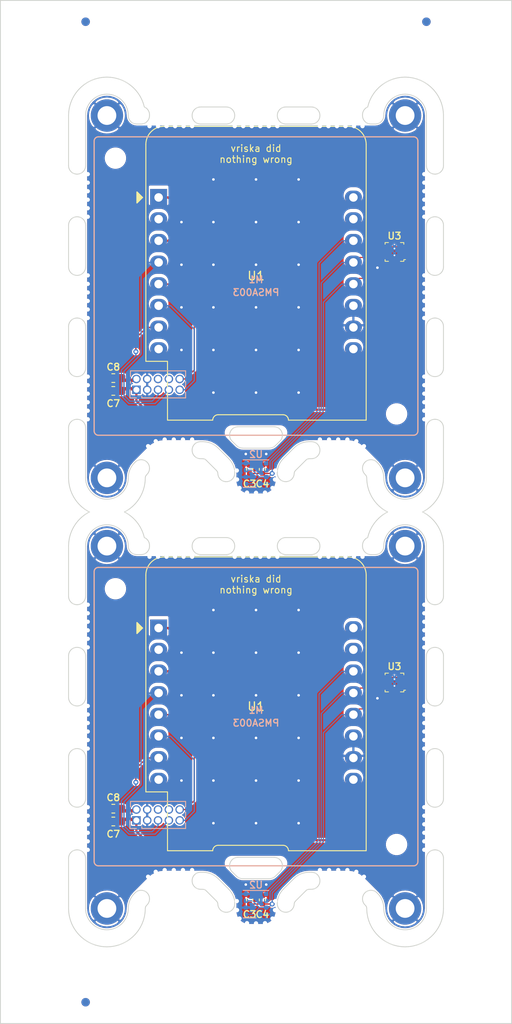
<source format=kicad_pcb>
(kicad_pcb (version 20171130) (host pcbnew 5.1.5+dfsg1-2build2)
  (layers (0 F.Cu signal) (31 B.Cu signal) (34 B.Paste user) (35 F.Paste user) (36 B.SilkS user) (37 F.SilkS user) (38 B.Mask user) (39 F.Mask user) (44 Edge.Cuts user))
  (net 0 "")
  (net 1 Board_1-Board_1-+3V3)
  (net 2 Board_1-Board_1-+5V)
  (net 3 Board_1-Board_1-/PMS_RX)
  (net 4 Board_1-Board_1-/PMS_TX)
  (net 5 Board_1-Board_1-/SCL)
  (net 6 Board_1-Board_1-/SDA)
  (net 7 Board_1-Board_1-/U0RXD)
  (net 8 Board_1-Board_1-/U0TXD)
  (net 9 Board_1-Board_1-/VCC_SENS)
  (net 10 Board_1-Board_1-/~PMS_RST)
  (net 11 Board_1-Board_1-/~PMS_SET)
  (net 12 Board_1-Board_1-/~WAKE)
  (net 13 Board_1-Board_1-GND)
  (net 14 "Board_1-Board_1-Net-(M1-Pad6)")
  (net 15 "Board_1-Board_1-Net-(M1-Pad8)")
  (net 16 "Board_1-Board_1-Net-(U1-Pad11)")
  (net 17 "Board_1-Board_1-Net-(U1-Pad2)")
  (net 18 "Board_1-Board_1-Net-(U3-Pad5)")
  (net 19 Board_2-Board_1-+3V3)
  (net 20 Board_2-Board_1-+5V)
  (net 21 Board_2-Board_1-/PMS_RX)
  (net 22 Board_2-Board_1-/PMS_TX)
  (net 23 Board_2-Board_1-/SCL)
  (net 24 Board_2-Board_1-/SDA)
  (net 25 Board_2-Board_1-/U0RXD)
  (net 26 Board_2-Board_1-/U0TXD)
  (net 27 Board_2-Board_1-/VCC_SENS)
  (net 28 Board_2-Board_1-/~PMS_RST)
  (net 29 Board_2-Board_1-/~PMS_SET)
  (net 30 Board_2-Board_1-/~WAKE)
  (net 31 Board_2-Board_1-GND)
  (net 32 "Board_2-Board_1-Net-(M1-Pad6)")
  (net 33 "Board_2-Board_1-Net-(M1-Pad8)")
  (net 34 "Board_2-Board_1-Net-(U1-Pad11)")
  (net 35 "Board_2-Board_1-Net-(U1-Pad2)")
  (net 36 "Board_2-Board_1-Net-(U3-Pad5)")
  (module NPTH (layer F.Cu) (at 89.753 138.628883)
    (fp_text reference REF** hide)
    (fp_text value NPTH hide)
    (pad "" np_thru_hole circle (at 0 0) (size 0.5 0.5) (drill 0.5) (layers *.Cu))
  )
  (module NPTH (layer F.Cu) (at 89.753 137.628883)
    (fp_text reference REF** hide)
    (fp_text value NPTH hide)
    (pad "" np_thru_hole circle (at 0 0) (size 0.5 0.5) (drill 0.5) (layers *.Cu))
  )
  (module NPTH (layer F.Cu) (at 89.753 136.628883)
    (fp_text reference REF** hide)
    (fp_text value NPTH hide)
    (pad "" np_thru_hole circle (at 0 0) (size 0.5 0.5) (drill 0.5) (layers *.Cu))
  )
  (module NPTH (layer F.Cu) (at 89.753 135.628883)
    (fp_text reference REF** hide)
    (fp_text value NPTH hide)
    (pad "" np_thru_hole circle (at 0 0) (size 0.5 0.5) (drill 0.5) (layers *.Cu))
  )
  (module NPTH (layer F.Cu) (at 89.753 134.628883)
    (fp_text reference REF** hide)
    (fp_text value NPTH hide)
    (pad "" np_thru_hole circle (at 0 0) (size 0.5 0.5) (drill 0.5) (layers *.Cu))
  )
  (module NPTH (layer F.Cu) (at 89.753 133.628883)
    (fp_text reference REF** hide)
    (fp_text value NPTH hide)
    (pad "" np_thru_hole circle (at 0 0) (size 0.5 0.5) (drill 0.5) (layers *.Cu))
  )
  (module NPTH (layer F.Cu) (at 89.753 126.753328)
    (fp_text reference REF** hide)
    (fp_text value NPTH hide)
    (pad "" np_thru_hole circle (at 0 0) (size 0.5 0.5) (drill 0.5) (layers *.Cu))
  )
  (module NPTH (layer F.Cu) (at 89.753 125.753328)
    (fp_text reference REF** hide)
    (fp_text value NPTH hide)
    (pad "" np_thru_hole circle (at 0 0) (size 0.5 0.5) (drill 0.5) (layers *.Cu))
  )
  (module NPTH (layer F.Cu) (at 89.753 124.753328)
    (fp_text reference REF** hide)
    (fp_text value NPTH hide)
    (pad "" np_thru_hole circle (at 0 0) (size 0.5 0.5) (drill 0.5) (layers *.Cu))
  )
  (module NPTH (layer F.Cu) (at 89.753 123.753328)
    (fp_text reference REF** hide)
    (fp_text value NPTH hide)
    (pad "" np_thru_hole circle (at 0 0) (size 0.5 0.5) (drill 0.5) (layers *.Cu))
  )
  (module NPTH (layer F.Cu) (at 89.753 122.753328)
    (fp_text reference REF** hide)
    (fp_text value NPTH hide)
    (pad "" np_thru_hole circle (at 0 0) (size 0.5 0.5) (drill 0.5) (layers *.Cu))
  )
  (module NPTH (layer F.Cu) (at 89.753 121.753328)
    (fp_text reference REF** hide)
    (fp_text value NPTH hide)
    (pad "" np_thru_hole circle (at 0 0) (size 0.5 0.5) (drill 0.5) (layers *.Cu))
  )
  (module NPTH (layer F.Cu) (at 89.753 114.877773)
    (fp_text reference REF** hide)
    (fp_text value NPTH hide)
    (pad "" np_thru_hole circle (at 0 0) (size 0.5 0.5) (drill 0.5) (layers *.Cu))
  )
  (module NPTH (layer F.Cu) (at 89.753 113.877773)
    (fp_text reference REF** hide)
    (fp_text value NPTH hide)
    (pad "" np_thru_hole circle (at 0 0) (size 0.5 0.5) (drill 0.5) (layers *.Cu))
  )
  (module NPTH (layer F.Cu) (at 89.753 112.877773)
    (fp_text reference REF** hide)
    (fp_text value NPTH hide)
    (pad "" np_thru_hole circle (at 0 0) (size 0.5 0.5) (drill 0.5) (layers *.Cu))
  )
  (module NPTH (layer F.Cu) (at 89.753 111.877773)
    (fp_text reference REF** hide)
    (fp_text value NPTH hide)
    (pad "" np_thru_hole circle (at 0 0) (size 0.5 0.5) (drill 0.5) (layers *.Cu))
  )
  (module NPTH (layer F.Cu) (at 89.753 110.877773)
    (fp_text reference REF** hide)
    (fp_text value NPTH hide)
    (pad "" np_thru_hole circle (at 0 0) (size 0.5 0.5) (drill 0.5) (layers *.Cu))
  )
  (module NPTH (layer F.Cu) (at 89.753 109.877773)
    (fp_text reference REF** hide)
    (fp_text value NPTH hide)
    (pad "" np_thru_hole circle (at 0 0) (size 0.5 0.5) (drill 0.5) (layers *.Cu))
  )
  (module NPTH (layer F.Cu) (at 50.249 133.628883)
    (fp_text reference REF** hide)
    (fp_text value NPTH hide)
    (pad "" np_thru_hole circle (at 0 0) (size 0.5 0.5) (drill 0.5) (layers *.Cu))
  )
  (module NPTH (layer F.Cu) (at 50.249 134.628883)
    (fp_text reference REF** hide)
    (fp_text value NPTH hide)
    (pad "" np_thru_hole circle (at 0 0) (size 0.5 0.5) (drill 0.5) (layers *.Cu))
  )
  (module NPTH (layer F.Cu) (at 50.249 135.628883)
    (fp_text reference REF** hide)
    (fp_text value NPTH hide)
    (pad "" np_thru_hole circle (at 0 0) (size 0.5 0.5) (drill 0.5) (layers *.Cu))
  )
  (module NPTH (layer F.Cu) (at 50.249 136.628883)
    (fp_text reference REF** hide)
    (fp_text value NPTH hide)
    (pad "" np_thru_hole circle (at 0 0) (size 0.5 0.5) (drill 0.5) (layers *.Cu))
  )
  (module NPTH (layer F.Cu) (at 50.249 137.628883)
    (fp_text reference REF** hide)
    (fp_text value NPTH hide)
    (pad "" np_thru_hole circle (at 0 0) (size 0.5 0.5) (drill 0.5) (layers *.Cu))
  )
  (module NPTH (layer F.Cu) (at 50.249 138.628883)
    (fp_text reference REF** hide)
    (fp_text value NPTH hide)
    (pad "" np_thru_hole circle (at 0 0) (size 0.5 0.5) (drill 0.5) (layers *.Cu))
  )
  (module NPTH (layer F.Cu) (at 50.249 121.753328)
    (fp_text reference REF** hide)
    (fp_text value NPTH hide)
    (pad "" np_thru_hole circle (at 0 0) (size 0.5 0.5) (drill 0.5) (layers *.Cu))
  )
  (module NPTH (layer F.Cu) (at 50.249 122.753328)
    (fp_text reference REF** hide)
    (fp_text value NPTH hide)
    (pad "" np_thru_hole circle (at 0 0) (size 0.5 0.5) (drill 0.5) (layers *.Cu))
  )
  (module NPTH (layer F.Cu) (at 50.249 123.753328)
    (fp_text reference REF** hide)
    (fp_text value NPTH hide)
    (pad "" np_thru_hole circle (at 0 0) (size 0.5 0.5) (drill 0.5) (layers *.Cu))
  )
  (module NPTH (layer F.Cu) (at 50.249 124.753328)
    (fp_text reference REF** hide)
    (fp_text value NPTH hide)
    (pad "" np_thru_hole circle (at 0 0) (size 0.5 0.5) (drill 0.5) (layers *.Cu))
  )
  (module NPTH (layer F.Cu) (at 50.249 125.753328)
    (fp_text reference REF** hide)
    (fp_text value NPTH hide)
    (pad "" np_thru_hole circle (at 0 0) (size 0.5 0.5) (drill 0.5) (layers *.Cu))
  )
  (module NPTH (layer F.Cu) (at 50.249 126.753328)
    (fp_text reference REF** hide)
    (fp_text value NPTH hide)
    (pad "" np_thru_hole circle (at 0 0) (size 0.5 0.5) (drill 0.5) (layers *.Cu))
  )
  (module NPTH (layer F.Cu) (at 50.249 109.877773)
    (fp_text reference REF** hide)
    (fp_text value NPTH hide)
    (pad "" np_thru_hole circle (at 0 0) (size 0.5 0.5) (drill 0.5) (layers *.Cu))
  )
  (module NPTH (layer F.Cu) (at 50.249 110.877773)
    (fp_text reference REF** hide)
    (fp_text value NPTH hide)
    (pad "" np_thru_hole circle (at 0 0) (size 0.5 0.5) (drill 0.5) (layers *.Cu))
  )
  (module NPTH (layer F.Cu) (at 50.249 111.877773)
    (fp_text reference REF** hide)
    (fp_text value NPTH hide)
    (pad "" np_thru_hole circle (at 0 0) (size 0.5 0.5) (drill 0.5) (layers *.Cu))
  )
  (module NPTH (layer F.Cu) (at 50.249 112.877773)
    (fp_text reference REF** hide)
    (fp_text value NPTH hide)
    (pad "" np_thru_hole circle (at 0 0) (size 0.5 0.5) (drill 0.5) (layers *.Cu))
  )
  (module NPTH (layer F.Cu) (at 50.249 113.877773)
    (fp_text reference REF** hide)
    (fp_text value NPTH hide)
    (pad "" np_thru_hole circle (at 0 0) (size 0.5 0.5) (drill 0.5) (layers *.Cu))
  )
  (module NPTH (layer F.Cu) (at 50.249 114.877773)
    (fp_text reference REF** hide)
    (fp_text value NPTH hide)
    (pad "" np_thru_hole circle (at 0 0) (size 0.5 0.5) (drill 0.5) (layers *.Cu))
  )
  (module NPTH (layer F.Cu) (at 89.753 88.126664)
    (fp_text reference REF** hide)
    (fp_text value NPTH hide)
    (pad "" np_thru_hole circle (at 0 0) (size 0.5 0.5) (drill 0.5) (layers *.Cu))
  )
  (module NPTH (layer F.Cu) (at 89.753 87.126664)
    (fp_text reference REF** hide)
    (fp_text value NPTH hide)
    (pad "" np_thru_hole circle (at 0 0) (size 0.5 0.5) (drill 0.5) (layers *.Cu))
  )
  (module NPTH (layer F.Cu) (at 89.753 86.126664)
    (fp_text reference REF** hide)
    (fp_text value NPTH hide)
    (pad "" np_thru_hole circle (at 0 0) (size 0.5 0.5) (drill 0.5) (layers *.Cu))
  )
  (module NPTH (layer F.Cu) (at 89.753 85.126664)
    (fp_text reference REF** hide)
    (fp_text value NPTH hide)
    (pad "" np_thru_hole circle (at 0 0) (size 0.5 0.5) (drill 0.5) (layers *.Cu))
  )
  (module NPTH (layer F.Cu) (at 89.753 84.126664)
    (fp_text reference REF** hide)
    (fp_text value NPTH hide)
    (pad "" np_thru_hole circle (at 0 0) (size 0.5 0.5) (drill 0.5) (layers *.Cu))
  )
  (module NPTH (layer F.Cu) (at 89.753 83.126664)
    (fp_text reference REF** hide)
    (fp_text value NPTH hide)
    (pad "" np_thru_hole circle (at 0 0) (size 0.5 0.5) (drill 0.5) (layers *.Cu))
  )
  (module NPTH (layer F.Cu) (at 89.753 76.251109)
    (fp_text reference REF** hide)
    (fp_text value NPTH hide)
    (pad "" np_thru_hole circle (at 0 0) (size 0.5 0.5) (drill 0.5) (layers *.Cu))
  )
  (module NPTH (layer F.Cu) (at 89.753 75.251109)
    (fp_text reference REF** hide)
    (fp_text value NPTH hide)
    (pad "" np_thru_hole circle (at 0 0) (size 0.5 0.5) (drill 0.5) (layers *.Cu))
  )
  (module NPTH (layer F.Cu) (at 89.753 74.251109)
    (fp_text reference REF** hide)
    (fp_text value NPTH hide)
    (pad "" np_thru_hole circle (at 0 0) (size 0.5 0.5) (drill 0.5) (layers *.Cu))
  )
  (module NPTH (layer F.Cu) (at 89.753 73.251109)
    (fp_text reference REF** hide)
    (fp_text value NPTH hide)
    (pad "" np_thru_hole circle (at 0 0) (size 0.5 0.5) (drill 0.5) (layers *.Cu))
  )
  (module NPTH (layer F.Cu) (at 89.753 72.251109)
    (fp_text reference REF** hide)
    (fp_text value NPTH hide)
    (pad "" np_thru_hole circle (at 0 0) (size 0.5 0.5) (drill 0.5) (layers *.Cu))
  )
  (module NPTH (layer F.Cu) (at 89.753 71.251109)
    (fp_text reference REF** hide)
    (fp_text value NPTH hide)
    (pad "" np_thru_hole circle (at 0 0) (size 0.5 0.5) (drill 0.5) (layers *.Cu))
  )
  (module NPTH (layer F.Cu) (at 89.753 64.375554)
    (fp_text reference REF** hide)
    (fp_text value NPTH hide)
    (pad "" np_thru_hole circle (at 0 0) (size 0.5 0.5) (drill 0.5) (layers *.Cu))
  )
  (module NPTH (layer F.Cu) (at 89.753 63.375554)
    (fp_text reference REF** hide)
    (fp_text value NPTH hide)
    (pad "" np_thru_hole circle (at 0 0) (size 0.5 0.5) (drill 0.5) (layers *.Cu))
  )
  (module NPTH (layer F.Cu) (at 89.753 62.375554)
    (fp_text reference REF** hide)
    (fp_text value NPTH hide)
    (pad "" np_thru_hole circle (at 0 0) (size 0.5 0.5) (drill 0.5) (layers *.Cu))
  )
  (module NPTH (layer F.Cu) (at 89.753 61.375554)
    (fp_text reference REF** hide)
    (fp_text value NPTH hide)
    (pad "" np_thru_hole circle (at 0 0) (size 0.5 0.5) (drill 0.5) (layers *.Cu))
  )
  (module NPTH (layer F.Cu) (at 89.753 60.375554)
    (fp_text reference REF** hide)
    (fp_text value NPTH hide)
    (pad "" np_thru_hole circle (at 0 0) (size 0.5 0.5) (drill 0.5) (layers *.Cu))
  )
  (module NPTH (layer F.Cu) (at 89.753 59.375554)
    (fp_text reference REF** hide)
    (fp_text value NPTH hide)
    (pad "" np_thru_hole circle (at 0 0) (size 0.5 0.5) (drill 0.5) (layers *.Cu))
  )
  (module NPTH (layer F.Cu) (at 50.249 83.126664)
    (fp_text reference REF** hide)
    (fp_text value NPTH hide)
    (pad "" np_thru_hole circle (at 0 0) (size 0.5 0.5) (drill 0.5) (layers *.Cu))
  )
  (module NPTH (layer F.Cu) (at 50.249 84.126664)
    (fp_text reference REF** hide)
    (fp_text value NPTH hide)
    (pad "" np_thru_hole circle (at 0 0) (size 0.5 0.5) (drill 0.5) (layers *.Cu))
  )
  (module NPTH (layer F.Cu) (at 50.249 85.126664)
    (fp_text reference REF** hide)
    (fp_text value NPTH hide)
    (pad "" np_thru_hole circle (at 0 0) (size 0.5 0.5) (drill 0.5) (layers *.Cu))
  )
  (module NPTH (layer F.Cu) (at 50.249 86.126664)
    (fp_text reference REF** hide)
    (fp_text value NPTH hide)
    (pad "" np_thru_hole circle (at 0 0) (size 0.5 0.5) (drill 0.5) (layers *.Cu))
  )
  (module NPTH (layer F.Cu) (at 50.249 87.126664)
    (fp_text reference REF** hide)
    (fp_text value NPTH hide)
    (pad "" np_thru_hole circle (at 0 0) (size 0.5 0.5) (drill 0.5) (layers *.Cu))
  )
  (module NPTH (layer F.Cu) (at 50.249 88.126664)
    (fp_text reference REF** hide)
    (fp_text value NPTH hide)
    (pad "" np_thru_hole circle (at 0 0) (size 0.5 0.5) (drill 0.5) (layers *.Cu))
  )
  (module NPTH (layer F.Cu) (at 50.249 71.251109)
    (fp_text reference REF** hide)
    (fp_text value NPTH hide)
    (pad "" np_thru_hole circle (at 0 0) (size 0.5 0.5) (drill 0.5) (layers *.Cu))
  )
  (module NPTH (layer F.Cu) (at 50.249 72.251109)
    (fp_text reference REF** hide)
    (fp_text value NPTH hide)
    (pad "" np_thru_hole circle (at 0 0) (size 0.5 0.5) (drill 0.5) (layers *.Cu))
  )
  (module NPTH (layer F.Cu) (at 50.249 73.251109)
    (fp_text reference REF** hide)
    (fp_text value NPTH hide)
    (pad "" np_thru_hole circle (at 0 0) (size 0.5 0.5) (drill 0.5) (layers *.Cu))
  )
  (module NPTH (layer F.Cu) (at 50.249 74.251109)
    (fp_text reference REF** hide)
    (fp_text value NPTH hide)
    (pad "" np_thru_hole circle (at 0 0) (size 0.5 0.5) (drill 0.5) (layers *.Cu))
  )
  (module NPTH (layer F.Cu) (at 50.249 75.251109)
    (fp_text reference REF** hide)
    (fp_text value NPTH hide)
    (pad "" np_thru_hole circle (at 0 0) (size 0.5 0.5) (drill 0.5) (layers *.Cu))
  )
  (module NPTH (layer F.Cu) (at 50.249 76.251109)
    (fp_text reference REF** hide)
    (fp_text value NPTH hide)
    (pad "" np_thru_hole circle (at 0 0) (size 0.5 0.5) (drill 0.5) (layers *.Cu))
  )
  (module NPTH (layer F.Cu) (at 50.249 59.375554)
    (fp_text reference REF** hide)
    (fp_text value NPTH hide)
    (pad "" np_thru_hole circle (at 0 0) (size 0.5 0.5) (drill 0.5) (layers *.Cu))
  )
  (module NPTH (layer F.Cu) (at 50.249 60.375554)
    (fp_text reference REF** hide)
    (fp_text value NPTH hide)
    (pad "" np_thru_hole circle (at 0 0) (size 0.5 0.5) (drill 0.5) (layers *.Cu))
  )
  (module NPTH (layer F.Cu) (at 50.249 61.375554)
    (fp_text reference REF** hide)
    (fp_text value NPTH hide)
    (pad "" np_thru_hole circle (at 0 0) (size 0.5 0.5) (drill 0.5) (layers *.Cu))
  )
  (module NPTH (layer F.Cu) (at 50.249 62.375554)
    (fp_text reference REF** hide)
    (fp_text value NPTH hide)
    (pad "" np_thru_hole circle (at 0 0) (size 0.5 0.5) (drill 0.5) (layers *.Cu))
  )
  (module NPTH (layer F.Cu) (at 50.249 63.375554)
    (fp_text reference REF** hide)
    (fp_text value NPTH hide)
    (pad "" np_thru_hole circle (at 0 0) (size 0.5 0.5) (drill 0.5) (layers *.Cu))
  )
  (module NPTH (layer F.Cu) (at 50.249 64.375554)
    (fp_text reference REF** hide)
    (fp_text value NPTH hide)
    (pad "" np_thru_hole circle (at 0 0) (size 0.5 0.5) (drill 0.5) (layers *.Cu))
  )
  (module NPTH (layer F.Cu) (at 77.501653 141.0052)
    (fp_text reference REF** hide)
    (fp_text value NPTH hide)
    (pad "" np_thru_hole circle (at 0 0) (size 0.5 0.5) (drill 0.5) (layers *.Cu))
  )
  (module NPTH (layer F.Cu) (at 78.575795 141.0052)
    (fp_text reference REF** hide)
    (fp_text value NPTH hide)
    (pad "" np_thru_hole circle (at 0 0) (size 0.5 0.5) (drill 0.5) (layers *.Cu))
  )
  (module NPTH (layer F.Cu) (at 79.649937 141.0052)
    (fp_text reference REF** hide)
    (fp_text value NPTH hide)
    (pad "" np_thru_hole circle (at 0 0) (size 0.5 0.5) (drill 0.5) (layers *.Cu))
  )
  (module NPTH (layer F.Cu) (at 80.724079 141.0052)
    (fp_text reference REF** hide)
    (fp_text value NPTH hide)
    (pad "" np_thru_hole circle (at 0 0) (size 0.5 0.5) (drill 0.5) (layers *.Cu))
  )
  (module NPTH (layer F.Cu) (at 81.772317 141.205147)
    (fp_text reference REF** hide)
    (fp_text value NPTH hide)
    (pad "" np_thru_hole circle (at 0 0) (size 0.5 0.5) (drill 0.5) (layers *.Cu))
  )
  (module NPTH (layer F.Cu) (at 82.668252 141.784475)
    (fp_text reference REF** hide)
    (fp_text value NPTH hide)
    (pad "" np_thru_hole circle (at 0 0) (size 0.5 0.5) (drill 0.5) (layers *.Cu))
  )
  (module NPTH (layer F.Cu) (at 67.747561 144.639245)
    (fp_text reference REF** hide)
    (fp_text value NPTH hide)
    (pad "" np_thru_hole circle (at 0 0) (size 0.5 0.5) (drill 0.5) (layers *.Cu))
  )
  (module NPTH (layer F.Cu) (at 67.774001 145.695704)
    (fp_text reference REF** hide)
    (fp_text value NPTH hide)
    (pad "" np_thru_hole circle (at 0 0) (size 0.5 0.5) (drill 0.5) (layers *.Cu))
  )
  (module NPTH (layer F.Cu) (at 68.065216 146.689446)
    (fp_text reference REF** hide)
    (fp_text value NPTH hide)
    (pad "" np_thru_hole circle (at 0 0) (size 0.5 0.5) (drill 0.5) (layers *.Cu))
  )
  (module NPTH (layer F.Cu) (at 68.945459 147.230202)
    (fp_text reference REF** hide)
    (fp_text value NPTH hide)
    (pad "" np_thru_hole circle (at 0 0) (size 0.5 0.5) (drill 0.5) (layers *.Cu))
  )
  (module NPTH (layer F.Cu) (at 70.001613 147.2552)
    (fp_text reference REF** hide)
    (fp_text value NPTH hide)
    (pad "" np_thru_hole circle (at 0 0) (size 0.5 0.5) (drill 0.5) (layers *.Cu))
  )
  (module NPTH (layer F.Cu) (at 71.05775 147.229997)
    (fp_text reference REF** hide)
    (fp_text value NPTH hide)
    (pad "" np_thru_hole circle (at 0 0) (size 0.5 0.5) (drill 0.5) (layers *.Cu))
  )
  (module NPTH (layer F.Cu) (at 71.937602 146.688535)
    (fp_text reference REF** hide)
    (fp_text value NPTH hide)
    (pad "" np_thru_hole circle (at 0 0) (size 0.5 0.5) (drill 0.5) (layers *.Cu))
  )
  (module NPTH (layer F.Cu) (at 72.228 145.694487)
    (fp_text reference REF** hide)
    (fp_text value NPTH hide)
    (pad "" np_thru_hole circle (at 0 0) (size 0.5 0.5) (drill 0.5) (layers *.Cu))
  )
  (module NPTH (layer F.Cu) (at 72.254642 144.638046)
    (fp_text reference REF** hide)
    (fp_text value NPTH hide)
    (pad "" np_thru_hole circle (at 0 0) (size 0.5 0.5) (drill 0.5) (layers *.Cu))
  )
  (module NPTH (layer F.Cu) (at 57.334 141.784158)
    (fp_text reference REF** hide)
    (fp_text value NPTH hide)
    (pad "" np_thru_hole circle (at 0 0) (size 0.5 0.5) (drill 0.5) (layers *.Cu))
  )
  (module NPTH (layer F.Cu) (at 58.230016 141.205009)
    (fp_text reference REF** hide)
    (fp_text value NPTH hide)
    (pad "" np_thru_hole circle (at 0 0) (size 0.5 0.5) (drill 0.5) (layers *.Cu))
  )
  (module NPTH (layer F.Cu) (at 59.278242 141.0052)
    (fp_text reference REF** hide)
    (fp_text value NPTH hide)
    (pad "" np_thru_hole circle (at 0 0) (size 0.5 0.5) (drill 0.5) (layers *.Cu))
  )
  (module NPTH (layer F.Cu) (at 60.352345 141.0052)
    (fp_text reference REF** hide)
    (fp_text value NPTH hide)
    (pad "" np_thru_hole circle (at 0 0) (size 0.5 0.5) (drill 0.5) (layers *.Cu))
  )
  (module NPTH (layer F.Cu) (at 61.426448 141.0052)
    (fp_text reference REF** hide)
    (fp_text value NPTH hide)
    (pad "" np_thru_hole circle (at 0 0) (size 0.5 0.5) (drill 0.5) (layers *.Cu))
  )
  (module NPTH (layer F.Cu) (at 62.500551 141.0052)
    (fp_text reference REF** hide)
    (fp_text value NPTH hide)
    (pad "" np_thru_hole circle (at 0 0) (size 0.5 0.5) (drill 0.5) (layers *.Cu))
  )
  (module NPTH (layer F.Cu) (at 82.501653 104.2512)
    (fp_text reference REF** hide)
    (fp_text value NPTH hide)
    (pad "" np_thru_hole circle (at 0 0) (size 0.5 0.5) (drill 0.5) (layers *.Cu))
  )
  (module NPTH (layer F.Cu) (at 81.501653 104.2512)
    (fp_text reference REF** hide)
    (fp_text value NPTH hide)
    (pad "" np_thru_hole circle (at 0 0) (size 0.5 0.5) (drill 0.5) (layers *.Cu))
  )
  (module NPTH (layer F.Cu) (at 80.501653 104.2512)
    (fp_text reference REF** hide)
    (fp_text value NPTH hide)
    (pad "" np_thru_hole circle (at 0 0) (size 0.5 0.5) (drill 0.5) (layers *.Cu))
  )
  (module NPTH (layer F.Cu) (at 79.501653 104.2512)
    (fp_text reference REF** hide)
    (fp_text value NPTH hide)
    (pad "" np_thru_hole circle (at 0 0) (size 0.5 0.5) (drill 0.5) (layers *.Cu))
  )
  (module NPTH (layer F.Cu) (at 78.501653 104.2512)
    (fp_text reference REF** hide)
    (fp_text value NPTH hide)
    (pad "" np_thru_hole circle (at 0 0) (size 0.5 0.5) (drill 0.5) (layers *.Cu))
  )
  (module NPTH (layer F.Cu) (at 77.501653 104.2512)
    (fp_text reference REF** hide)
    (fp_text value NPTH hide)
    (pad "" np_thru_hole circle (at 0 0) (size 0.5 0.5) (drill 0.5) (layers *.Cu))
  )
  (module NPTH (layer F.Cu) (at 72.501102 104.2512)
    (fp_text reference REF** hide)
    (fp_text value NPTH hide)
    (pad "" np_thru_hole circle (at 0 0) (size 0.5 0.5) (drill 0.5) (layers *.Cu))
  )
  (module NPTH (layer F.Cu) (at 71.501102 104.2512)
    (fp_text reference REF** hide)
    (fp_text value NPTH hide)
    (pad "" np_thru_hole circle (at 0 0) (size 0.5 0.5) (drill 0.5) (layers *.Cu))
  )
  (module NPTH (layer F.Cu) (at 70.501102 104.2512)
    (fp_text reference REF** hide)
    (fp_text value NPTH hide)
    (pad "" np_thru_hole circle (at 0 0) (size 0.5 0.5) (drill 0.5) (layers *.Cu))
  )
  (module NPTH (layer F.Cu) (at 69.501102 104.2512)
    (fp_text reference REF** hide)
    (fp_text value NPTH hide)
    (pad "" np_thru_hole circle (at 0 0) (size 0.5 0.5) (drill 0.5) (layers *.Cu))
  )
  (module NPTH (layer F.Cu) (at 68.501102 104.2512)
    (fp_text reference REF** hide)
    (fp_text value NPTH hide)
    (pad "" np_thru_hole circle (at 0 0) (size 0.5 0.5) (drill 0.5) (layers *.Cu))
  )
  (module NPTH (layer F.Cu) (at 67.501102 104.2512)
    (fp_text reference REF** hide)
    (fp_text value NPTH hide)
    (pad "" np_thru_hole circle (at 0 0) (size 0.5 0.5) (drill 0.5) (layers *.Cu))
  )
  (module NPTH (layer F.Cu) (at 62.500551 104.2512)
    (fp_text reference REF** hide)
    (fp_text value NPTH hide)
    (pad "" np_thru_hole circle (at 0 0) (size 0.5 0.5) (drill 0.5) (layers *.Cu))
  )
  (module NPTH (layer F.Cu) (at 61.500551 104.2512)
    (fp_text reference REF** hide)
    (fp_text value NPTH hide)
    (pad "" np_thru_hole circle (at 0 0) (size 0.5 0.5) (drill 0.5) (layers *.Cu))
  )
  (module NPTH (layer F.Cu) (at 60.500551 104.2512)
    (fp_text reference REF** hide)
    (fp_text value NPTH hide)
    (pad "" np_thru_hole circle (at 0 0) (size 0.5 0.5) (drill 0.5) (layers *.Cu))
  )
  (module NPTH (layer F.Cu) (at 59.500551 104.2512)
    (fp_text reference REF** hide)
    (fp_text value NPTH hide)
    (pad "" np_thru_hole circle (at 0 0) (size 0.5 0.5) (drill 0.5) (layers *.Cu))
  )
  (module NPTH (layer F.Cu) (at 58.500551 104.2512)
    (fp_text reference REF** hide)
    (fp_text value NPTH hide)
    (pad "" np_thru_hole circle (at 0 0) (size 0.5 0.5) (drill 0.5) (layers *.Cu))
  )
  (module NPTH (layer F.Cu) (at 57.500551 104.2512)
    (fp_text reference REF** hide)
    (fp_text value NPTH hide)
    (pad "" np_thru_hole circle (at 0 0) (size 0.5 0.5) (drill 0.5) (layers *.Cu))
  )
  (module NPTH (layer F.Cu) (at 77.501653 90.503)
    (fp_text reference REF** hide)
    (fp_text value NPTH hide)
    (pad "" np_thru_hole circle (at 0 0) (size 0.5 0.5) (drill 0.5) (layers *.Cu))
  )
  (module NPTH (layer F.Cu) (at 78.575795 90.503)
    (fp_text reference REF** hide)
    (fp_text value NPTH hide)
    (pad "" np_thru_hole circle (at 0 0) (size 0.5 0.5) (drill 0.5) (layers *.Cu))
  )
  (module NPTH (layer F.Cu) (at 79.649937 90.503)
    (fp_text reference REF** hide)
    (fp_text value NPTH hide)
    (pad "" np_thru_hole circle (at 0 0) (size 0.5 0.5) (drill 0.5) (layers *.Cu))
  )
  (module NPTH (layer F.Cu) (at 80.724079 90.503)
    (fp_text reference REF** hide)
    (fp_text value NPTH hide)
    (pad "" np_thru_hole circle (at 0 0) (size 0.5 0.5) (drill 0.5) (layers *.Cu))
  )
  (module NPTH (layer F.Cu) (at 81.772317 90.702947)
    (fp_text reference REF** hide)
    (fp_text value NPTH hide)
    (pad "" np_thru_hole circle (at 0 0) (size 0.5 0.5) (drill 0.5) (layers *.Cu))
  )
  (module NPTH (layer F.Cu) (at 82.668252 91.282275)
    (fp_text reference REF** hide)
    (fp_text value NPTH hide)
    (pad "" np_thru_hole circle (at 0 0) (size 0.5 0.5) (drill 0.5) (layers *.Cu))
  )
  (module NPTH (layer F.Cu) (at 67.747561 94.137045)
    (fp_text reference REF** hide)
    (fp_text value NPTH hide)
    (pad "" np_thru_hole circle (at 0 0) (size 0.5 0.5) (drill 0.5) (layers *.Cu))
  )
  (module NPTH (layer F.Cu) (at 67.774001 95.193504)
    (fp_text reference REF** hide)
    (fp_text value NPTH hide)
    (pad "" np_thru_hole circle (at 0 0) (size 0.5 0.5) (drill 0.5) (layers *.Cu))
  )
  (module NPTH (layer F.Cu) (at 68.065216 96.187246)
    (fp_text reference REF** hide)
    (fp_text value NPTH hide)
    (pad "" np_thru_hole circle (at 0 0) (size 0.5 0.5) (drill 0.5) (layers *.Cu))
  )
  (module NPTH (layer F.Cu) (at 68.945459 96.728002)
    (fp_text reference REF** hide)
    (fp_text value NPTH hide)
    (pad "" np_thru_hole circle (at 0 0) (size 0.5 0.5) (drill 0.5) (layers *.Cu))
  )
  (module NPTH (layer F.Cu) (at 70.001613 96.753)
    (fp_text reference REF** hide)
    (fp_text value NPTH hide)
    (pad "" np_thru_hole circle (at 0 0) (size 0.5 0.5) (drill 0.5) (layers *.Cu))
  )
  (module NPTH (layer F.Cu) (at 71.05775 96.727797)
    (fp_text reference REF** hide)
    (fp_text value NPTH hide)
    (pad "" np_thru_hole circle (at 0 0) (size 0.5 0.5) (drill 0.5) (layers *.Cu))
  )
  (module NPTH (layer F.Cu) (at 71.937602 96.186335)
    (fp_text reference REF** hide)
    (fp_text value NPTH hide)
    (pad "" np_thru_hole circle (at 0 0) (size 0.5 0.5) (drill 0.5) (layers *.Cu))
  )
  (module NPTH (layer F.Cu) (at 72.228 95.192287)
    (fp_text reference REF** hide)
    (fp_text value NPTH hide)
    (pad "" np_thru_hole circle (at 0 0) (size 0.5 0.5) (drill 0.5) (layers *.Cu))
  )
  (module NPTH (layer F.Cu) (at 72.254642 94.135846)
    (fp_text reference REF** hide)
    (fp_text value NPTH hide)
    (pad "" np_thru_hole circle (at 0 0) (size 0.5 0.5) (drill 0.5) (layers *.Cu))
  )
  (module NPTH (layer F.Cu) (at 57.334 91.281958)
    (fp_text reference REF** hide)
    (fp_text value NPTH hide)
    (pad "" np_thru_hole circle (at 0 0) (size 0.5 0.5) (drill 0.5) (layers *.Cu))
  )
  (module NPTH (layer F.Cu) (at 58.230016 90.702809)
    (fp_text reference REF** hide)
    (fp_text value NPTH hide)
    (pad "" np_thru_hole circle (at 0 0) (size 0.5 0.5) (drill 0.5) (layers *.Cu))
  )
  (module NPTH (layer F.Cu) (at 59.278242 90.503)
    (fp_text reference REF** hide)
    (fp_text value NPTH hide)
    (pad "" np_thru_hole circle (at 0 0) (size 0.5 0.5) (drill 0.5) (layers *.Cu))
  )
  (module NPTH (layer F.Cu) (at 60.352345 90.503)
    (fp_text reference REF** hide)
    (fp_text value NPTH hide)
    (pad "" np_thru_hole circle (at 0 0) (size 0.5 0.5) (drill 0.5) (layers *.Cu))
  )
  (module NPTH (layer F.Cu) (at 61.426448 90.503)
    (fp_text reference REF** hide)
    (fp_text value NPTH hide)
    (pad "" np_thru_hole circle (at 0 0) (size 0.5 0.5) (drill 0.5) (layers *.Cu))
  )
  (module NPTH (layer F.Cu) (at 62.500551 90.503)
    (fp_text reference REF** hide)
    (fp_text value NPTH hide)
    (pad "" np_thru_hole circle (at 0 0) (size 0.5 0.5) (drill 0.5) (layers *.Cu))
  )
  (module NPTH (layer F.Cu) (at 82.501653 53.749)
    (fp_text reference REF** hide)
    (fp_text value NPTH hide)
    (pad "" np_thru_hole circle (at 0 0) (size 0.5 0.5) (drill 0.5) (layers *.Cu))
  )
  (module NPTH (layer F.Cu) (at 81.501653 53.749)
    (fp_text reference REF** hide)
    (fp_text value NPTH hide)
    (pad "" np_thru_hole circle (at 0 0) (size 0.5 0.5) (drill 0.5) (layers *.Cu))
  )
  (module NPTH (layer F.Cu) (at 80.501653 53.749)
    (fp_text reference REF** hide)
    (fp_text value NPTH hide)
    (pad "" np_thru_hole circle (at 0 0) (size 0.5 0.5) (drill 0.5) (layers *.Cu))
  )
  (module NPTH (layer F.Cu) (at 79.501653 53.749)
    (fp_text reference REF** hide)
    (fp_text value NPTH hide)
    (pad "" np_thru_hole circle (at 0 0) (size 0.5 0.5) (drill 0.5) (layers *.Cu))
  )
  (module NPTH (layer F.Cu) (at 78.501653 53.749)
    (fp_text reference REF** hide)
    (fp_text value NPTH hide)
    (pad "" np_thru_hole circle (at 0 0) (size 0.5 0.5) (drill 0.5) (layers *.Cu))
  )
  (module NPTH (layer F.Cu) (at 77.501653 53.749)
    (fp_text reference REF** hide)
    (fp_text value NPTH hide)
    (pad "" np_thru_hole circle (at 0 0) (size 0.5 0.5) (drill 0.5) (layers *.Cu))
  )
  (module NPTH (layer F.Cu) (at 72.501102 53.749)
    (fp_text reference REF** hide)
    (fp_text value NPTH hide)
    (pad "" np_thru_hole circle (at 0 0) (size 0.5 0.5) (drill 0.5) (layers *.Cu))
  )
  (module NPTH (layer F.Cu) (at 71.501102 53.749)
    (fp_text reference REF** hide)
    (fp_text value NPTH hide)
    (pad "" np_thru_hole circle (at 0 0) (size 0.5 0.5) (drill 0.5) (layers *.Cu))
  )
  (module NPTH (layer F.Cu) (at 70.501102 53.749)
    (fp_text reference REF** hide)
    (fp_text value NPTH hide)
    (pad "" np_thru_hole circle (at 0 0) (size 0.5 0.5) (drill 0.5) (layers *.Cu))
  )
  (module NPTH (layer F.Cu) (at 69.501102 53.749)
    (fp_text reference REF** hide)
    (fp_text value NPTH hide)
    (pad "" np_thru_hole circle (at 0 0) (size 0.5 0.5) (drill 0.5) (layers *.Cu))
  )
  (module NPTH (layer F.Cu) (at 68.501102 53.749)
    (fp_text reference REF** hide)
    (fp_text value NPTH hide)
    (pad "" np_thru_hole circle (at 0 0) (size 0.5 0.5) (drill 0.5) (layers *.Cu))
  )
  (module NPTH (layer F.Cu) (at 67.501102 53.749)
    (fp_text reference REF** hide)
    (fp_text value NPTH hide)
    (pad "" np_thru_hole circle (at 0 0) (size 0.5 0.5) (drill 0.5) (layers *.Cu))
  )
  (module NPTH (layer F.Cu) (at 62.500551 53.749)
    (fp_text reference REF** hide)
    (fp_text value NPTH hide)
    (pad "" np_thru_hole circle (at 0 0) (size 0.5 0.5) (drill 0.5) (layers *.Cu))
  )
  (module NPTH (layer F.Cu) (at 61.500551 53.749)
    (fp_text reference REF** hide)
    (fp_text value NPTH hide)
    (pad "" np_thru_hole circle (at 0 0) (size 0.5 0.5) (drill 0.5) (layers *.Cu))
  )
  (module NPTH (layer F.Cu) (at 60.500551 53.749)
    (fp_text reference REF** hide)
    (fp_text value NPTH hide)
    (pad "" np_thru_hole circle (at 0 0) (size 0.5 0.5) (drill 0.5) (layers *.Cu))
  )
  (module NPTH (layer F.Cu) (at 59.500551 53.749)
    (fp_text reference REF** hide)
    (fp_text value NPTH hide)
    (pad "" np_thru_hole circle (at 0 0) (size 0.5 0.5) (drill 0.5) (layers *.Cu))
  )
  (module NPTH (layer F.Cu) (at 58.500551 53.749)
    (fp_text reference REF** hide)
    (fp_text value NPTH hide)
    (pad "" np_thru_hole circle (at 0 0) (size 0.5 0.5) (drill 0.5) (layers *.Cu))
  )
  (module NPTH (layer F.Cu) (at 57.500551 53.749)
    (fp_text reference REF** hide)
    (fp_text value NPTH hide)
    (pad "" np_thru_hole circle (at 0 0) (size 0.5 0.5) (drill 0.5) (layers *.Cu))
  )
  (module NPTH (layer F.Cu) (at 45.001102 156.502219)
    (fp_text reference REF** hide)
    (fp_text value NPTH hide)
    (pad "" np_thru_hole circle (at 0 0) (size 1.5 1.5) (drill 1.5) (layers *.Cu))
  )
  (module NPTH (layer F.Cu) (at 95.001102 41.502219)
    (fp_text reference REF** hide)
    (fp_text value NPTH hide)
    (pad "" np_thru_hole circle (at 0 0) (size 1.5 1.5) (drill 1.5) (layers *.Cu))
  )
  (module NPTH (layer F.Cu) (at 45.001102 41.502219)
    (fp_text reference REF** hide)
    (fp_text value NPTH hide)
    (pad "" np_thru_hole circle (at 0 0) (size 1.5 1.5) (drill 1.5) (layers *.Cu))
  )
  (module Fiducial (layer B.Cu) (at 50.001102 156.502219)
    (fp_text reference REF** hide)
    (fp_text value Fiducial hide)
    (pad "" smd circle (at 0 0) (size 1 1) (layers B.Cu B.Mask) (clearance 0.5))
  )
  (module Fiducial (layer F.Cu) (at 50.001102 156.502219)
    (fp_text reference REF** hide)
    (fp_text value Fiducial hide)
    (pad "" smd circle (at 0 0) (size 1 1) (layers F.Cu F.Mask) (clearance 0.5))
  )
  (module Fiducial (layer B.Cu) (at 90.001102 41.502219)
    (fp_text reference REF** hide)
    (fp_text value Fiducial hide)
    (pad "" smd circle (at 0 0) (size 1 1) (layers B.Cu B.Mask) (clearance 0.5))
  )
  (module Fiducial (layer F.Cu) (at 90.001102 41.502219)
    (fp_text reference REF** hide)
    (fp_text value Fiducial hide)
    (pad "" smd circle (at 0 0) (size 1 1) (layers F.Cu F.Mask) (clearance 0.5))
  )
  (module Fiducial (layer B.Cu) (at 50.001102 41.502219)
    (fp_text reference REF** hide)
    (fp_text value Fiducial hide)
    (pad "" smd circle (at 0 0) (size 1 1) (layers B.Cu B.Mask) (clearance 0.5))
  )
  (module Fiducial (layer F.Cu) (at 50.001102 41.502219)
    (fp_text reference REF** hide)
    (fp_text value Fiducial hide)
    (pad "" smd circle (at 0 0) (size 1 1) (layers F.Cu F.Mask) (clearance 0.5))
  )
  (module 11-My-Edits:Bosch_LGA-8_3x3mm_P0.8mm_ClockwisePinNumbering (layer B.Cu) (at 70.001001 145.00322 90)
    (fp_text reference U2 (at 2.25 0 180) (layer B.SilkS) (effects (font (size 0.8 0.8) (thickness 0.1524)) (justify mirror)))
    (fp_text value BME68x)
    (pad 1 smd roundrect (at -1.2 1.1875 90) (size 0.5 0.525) (layers B.Cu B.Paste B.Mask) (net 31 Board_2-Board_1-GND))
    (pad 2 smd roundrect (at -0.4 1.1875 90) (size 0.5 0.525) (layers B.Cu B.Paste B.Mask) (net 27 Board_2-Board_1-/VCC_SENS))
    (pad 3 smd roundrect (at 0.4 1.1875 90) (size 0.5 0.525) (layers B.Cu B.Paste B.Mask) (net 24 Board_2-Board_1-/SDA))
    (pad 4 smd roundrect (at 1.2 1.1875 90) (size 0.5 0.525) (layers B.Cu B.Paste B.Mask) (net 23 Board_2-Board_1-/SCL))
    (pad 5 smd roundrect (at 1.2 -1.1875 90) (size 0.5 0.525) (layers B.Cu B.Paste B.Mask) (net 31 Board_2-Board_1-GND))
    (pad 6 smd roundrect (at 0.4 -1.1875 90) (size 0.5 0.525) (layers B.Cu B.Paste B.Mask) (net 27 Board_2-Board_1-/VCC_SENS))
    (pad 7 smd roundrect (at -0.4 -1.1875 90) (size 0.5 0.525) (layers B.Cu B.Paste B.Mask) (net 31 Board_2-Board_1-GND))
    (pad 8 smd roundrect (at -1.2 -1.1875 90) (size 0.5 0.525) (layers B.Cu B.Paste B.Mask) (net 27 Board_2-Board_1-/VCC_SENS))
  )
  (module 11-My-Edits:WEMOS_D1_mini (layer F.Cu) (at 70.001001 121.50322)
    (fp_text reference U1 (at 0 0.3175) (layer F.SilkS) (effects (font (thickness 0.1524))))
    (fp_text value WeMos_D1_mini_Labels)
    (pad 16 thru_hole oval (at 11.43 -8.89) (size 2 1.6) (drill 1) (layers *.Cu *.Mask) (net 26 Board_2-Board_1-/U0TXD))
    (pad 15 thru_hole oval (at 11.43 -6.35) (size 2 1.6) (drill 1) (layers *.Cu *.Mask) (net 25 Board_2-Board_1-/U0RXD))
    (pad 14 thru_hole oval (at 11.43 -3.81) (size 2 1.6) (drill 1) (layers *.Cu *.Mask) (net 23 Board_2-Board_1-/SCL))
    (pad 13 thru_hole oval (at 11.43 -1.27) (size 2 1.6) (drill 1) (layers *.Cu *.Mask) (net 24 Board_2-Board_1-/SDA))
    (pad 12 thru_hole oval (at 11.43 1.27) (size 2 1.6) (drill 1) (layers *.Cu *.Mask) (net 27 Board_2-Board_1-/VCC_SENS))
    (pad 11 thru_hole oval (at 11.43 3.81) (size 2 1.6) (drill 1) (layers *.Cu *.Mask) (net 34 "Board_2-Board_1-Net-(U1-Pad11)"))
    (pad 10 thru_hole oval (at 11.43 6.35) (size 2 1.6) (drill 1) (layers *.Cu *.Mask) (net 31 Board_2-Board_1-GND))
    (pad 9 thru_hole oval (at 11.43 8.89) (size 2 1.6) (drill 1) (layers *.Cu *.Mask) (net 20 Board_2-Board_1-+5V))
    (pad 8 thru_hole oval (at -11.43 8.89) (size 2 1.6) (drill 1) (layers *.Cu *.Mask) (net 19 Board_2-Board_1-+3V3))
    (pad 7 thru_hole oval (at -11.43 6.35) (size 2 1.6) (drill 1) (layers *.Cu *.Mask) (net 21 Board_2-Board_1-/PMS_RX))
    (pad 6 thru_hole oval (at -11.43 3.81) (size 2 1.6) (drill 1) (layers *.Cu *.Mask) (net 22 Board_2-Board_1-/PMS_TX))
    (pad 5 thru_hole oval (at -11.43 1.27) (size 2 1.6) (drill 1) (layers *.Cu *.Mask) (net 29 Board_2-Board_1-/~PMS_SET))
    (pad 4 thru_hole oval (at -11.43 -1.27) (size 2 1.6) (drill 1) (layers *.Cu *.Mask) (net 28 Board_2-Board_1-/~PMS_RST))
    (pad 3 thru_hole oval (at -11.43 -3.81) (size 2 1.6) (drill 1) (layers *.Cu *.Mask) (net 30 Board_2-Board_1-/~WAKE))
    (pad 1 thru_hole rect (at -11.43 -8.89) (size 2 2) (drill 1) (layers *.Cu *.Mask) (net 30 Board_2-Board_1-/~WAKE))
    (pad 2 thru_hole oval (at -11.43 -6.35) (size 2 1.6) (drill 1) (layers *.Cu *.Mask) (net 35 "Board_2-Board_1-Net-(U1-Pad2)"))
  )
  (module Capacitor_SMD:C_0603_1608Metric_Pad1.05x0.95mm_HandSolder (layer F.Cu) (at 53.251001 133.80322 180)
    (fp_text reference C8 (at 0 1.3) (layer F.SilkS) (effects (font (size 0.8 0.8) (thickness 0.1524))))
    (fp_text value 10uF)
    (pad 2 smd roundrect (at 0.875 0 180) (size 1.05 0.95) (layers F.Cu F.Paste F.Mask) (net 31 Board_2-Board_1-GND))
    (pad 1 smd roundrect (at -0.875 0 180) (size 1.05 0.95) (layers F.Cu F.Paste F.Mask) (net 20 Board_2-Board_1-+5V))
  )
  (module Capacitor_SMD:C_0603_1608Metric_Pad1.05x0.95mm_HandSolder (layer F.Cu) (at 53.251001 135.30322 180)
    (fp_text reference C7 (at 0 -1.475) (layer F.SilkS) (effects (font (size 0.8 0.8) (thickness 0.1524))))
    (fp_text value 10uF)
    (pad 2 smd roundrect (at 0.875 0 180) (size 1.05 0.95) (layers F.Cu F.Paste F.Mask) (net 31 Board_2-Board_1-GND))
    (pad 1 smd roundrect (at -0.875 0 180) (size 1.05 0.95) (layers F.Cu F.Paste F.Mask) (net 20 Board_2-Board_1-+5V))
  )
  (module 11-My-Edits:MultiALS-LTR303-TIOPT3K (layer F.Cu) (at 86.251001 119.00322 180)
    (fp_text reference U3 (at 0 1.875 180) (layer F.SilkS) (effects (font (size 0.8 0.8) (thickness 0.1524))))
    (fp_text value OPT3001DNPT)
    (pad 7 thru_hole circle (at 0 -0.4 180) (size 0.2 0.2) (drill 0.2) (layers *.Cu *.Mask) (net 31 Board_2-Board_1-GND))
    (pad 7 smd rect (at 0 0 180) (size 0.65 1.35) (layers F.Cu F.Paste F.Mask) (net 31 Board_2-Board_1-GND))
    (pad 7 thru_hole circle (at 0 0.4 180) (size 0.2 0.2) (drill 0.2) (layers *.Cu *.Mask) (net 31 Board_2-Board_1-GND))
    (pad 1 smd roundrect (at -0.9 -0.65 180) (size 0.65 0.3) (layers F.Cu F.Paste F.Mask) (net 27 Board_2-Board_1-/VCC_SENS))
    (pad 2 smd roundrect (at -0.9 0 180) (size 0.65 0.3) (layers F.Cu F.Paste F.Mask) (net 31 Board_2-Board_1-GND))
    (pad 3 smd roundrect (at -0.9 0.65 180) (size 0.65 0.3) (layers F.Cu F.Paste F.Mask) (net 31 Board_2-Board_1-GND))
    (pad 4 smd roundrect (at 0.9 0.65 180) (size 0.65 0.3) (layers F.Cu F.Paste F.Mask) (net 23 Board_2-Board_1-/SCL))
    (pad 5 smd roundrect (at 0.9 0 180) (size 0.65 0.3) (layers F.Cu F.Paste F.Mask) (net 36 "Board_2-Board_1-Net-(U3-Pad5)"))
    (pad 6 smd roundrect (at 0.9 -0.65 180) (size 0.65 0.3) (layers F.Cu F.Paste F.Mask) (net 24 Board_2-Board_1-/SDA))
  )
  (module 12-Collected-Footprints:PMSA003 (layer B.Cu) (at 70.001001 123.00322)
    (fp_text reference M1 (at 0 -0.75 180) (layer B.SilkS) (effects (font (size 0.8 0.8) (thickness 0.1524)) (justify mirror)))
    (fp_text value PMSA003 (at 0 0.75 180) (layer B.SilkS) (effects (font (size 0.8 0.8) (thickness 0.1524)) (justify mirror)))
    (pad 4 thru_hole oval (at -12.77 10.9 270) (size 1 1) (drill 0.7) (layers *.Cu *.Mask) (net 31 Board_2-Board_1-GND))
    (pad 2 thru_hole oval (at -14.04 10.9 270) (size 1 1) (drill 0.7) (layers *.Cu *.Mask) (net 20 Board_2-Board_1-+5V))
    (pad 8 thru_hole oval (at -10.23 10.9 270) (size 1 1) (drill 0.7) (layers *.Cu *.Mask) (net 33 "Board_2-Board_1-Net-(M1-Pad8)"))
    (pad 9 thru_hole oval (at -8.96 12.17 270) (size 1 1) (drill 0.7) (layers *.Cu *.Mask) (net 22 Board_2-Board_1-/PMS_TX))
    (pad 10 thru_hole oval (at -8.96 10.9 270) (size 1 1) (drill 0.7) (layers *.Cu *.Mask) (net 29 Board_2-Board_1-/~PMS_SET))
    (pad 3 thru_hole oval (at -12.77 12.17 270) (size 1 1) (drill 0.7) (layers *.Cu *.Mask) (net 31 Board_2-Board_1-GND))
    (pad 6 thru_hole oval (at -11.5 10.9 270) (size 1 1) (drill 0.7) (layers *.Cu *.Mask) (net 32 "Board_2-Board_1-Net-(M1-Pad6)"))
    (pad 7 thru_hole oval (at -10.23 12.17 270) (size 1 1) (drill 0.7) (layers *.Cu *.Mask) (net 21 Board_2-Board_1-/PMS_RX))
    (pad 1 thru_hole rect (at -14.04 12.17 270) (size 1 1) (drill 0.7) (layers *.Cu *.Mask) (net 20 Board_2-Board_1-+5V))
    (pad 5 thru_hole oval (at -11.5 12.17 270) (size 1 1) (drill 0.7) (layers *.Cu *.Mask) (net 28 Board_2-Board_1-/~PMS_RST))
    (pad "" np_thru_hole circle (at -16.5 -15) (size 2.2 2.2) (drill 2.2) (layers *.Cu *.Mask))
    (pad "" np_thru_hole circle (at 16.5 15) (size 2.2 2.2) (drill 2.2) (layers *.Cu *.Mask))
  )
  (module Capacitor_SMD:C_0402_1005Metric (layer F.Cu) (at 70.751001 144.50322 270)
    (fp_text reference C4 (at 1.7 0) (layer F.SilkS) (effects (font (size 0.8 0.8) (thickness 0.1524))))
    (fp_text value 100nF)
    (pad 2 smd roundrect (at 0.48 0 270) (size 0.56 0.62) (layers F.Cu F.Paste F.Mask) (net 27 Board_2-Board_1-/VCC_SENS))
    (pad 1 smd roundrect (at -0.48 0 270) (size 0.56 0.62) (layers F.Cu F.Paste F.Mask) (net 31 Board_2-Board_1-GND))
  )
  (module Capacitor_SMD:C_0402_1005Metric (layer F.Cu) (at 69.251001 144.50322 90)
    (fp_text reference C3 (at -1.7 0) (layer F.SilkS) (effects (font (size 0.8 0.8) (thickness 0.1524))))
    (fp_text value 1uF)
    (pad 2 smd roundrect (at 0.48 0 90) (size 0.56 0.62) (layers F.Cu F.Paste F.Mask) (net 31 Board_2-Board_1-GND))
    (pad 1 smd roundrect (at -0.48 0 90) (size 0.56 0.62) (layers F.Cu F.Paste F.Mask) (net 27 Board_2-Board_1-/VCC_SENS))
  )
  (module MountingHole:MountingHole_2.2mm_M2_DIN965_Pad_TopBottom (layer F.Cu) (at 52.501001 145.50322)
    (fp_text reference H4 hide)
    (fp_text value MP hide)
    (pad 1 connect circle (at 0 0) (size 3.8 3.8) (layers B.Cu B.Mask) (net 31 Board_2-Board_1-GND))
    (pad 1 connect circle (at 0 0) (size 3.8 3.8) (layers F.Cu F.Mask) (net 31 Board_2-Board_1-GND))
    (pad 1 thru_hole circle (at 0 0) (size 2.6 2.6) (drill 2.2) (layers *.Cu *.Mask) (net 31 Board_2-Board_1-GND))
  )
  (module MountingHole:MountingHole_2.2mm_M2_DIN965_Pad_TopBottom (layer F.Cu) (at 87.501001 103.00322)
    (fp_text reference H3 hide)
    (fp_text value MP hide)
    (pad 1 connect circle (at 0 0) (size 3.8 3.8) (layers B.Cu B.Mask) (net 31 Board_2-Board_1-GND))
    (pad 1 connect circle (at 0 0) (size 3.8 3.8) (layers F.Cu F.Mask) (net 31 Board_2-Board_1-GND))
    (pad 1 thru_hole circle (at 0 0) (size 2.6 2.6) (drill 2.2) (layers *.Cu *.Mask) (net 31 Board_2-Board_1-GND))
  )
  (module MountingHole:MountingHole_2.2mm_M2_DIN965_Pad_TopBottom (layer F.Cu) (at 87.501001 145.50322)
    (fp_text reference H2 hide)
    (fp_text value MP hide)
    (pad 1 connect circle (at 0 0) (size 3.8 3.8) (layers B.Cu B.Mask) (net 31 Board_2-Board_1-GND))
    (pad 1 connect circle (at 0 0) (size 3.8 3.8) (layers F.Cu F.Mask) (net 31 Board_2-Board_1-GND))
    (pad 1 thru_hole circle (at 0 0) (size 2.6 2.6) (drill 2.2) (layers *.Cu *.Mask) (net 31 Board_2-Board_1-GND))
  )
  (module MountingHole:MountingHole_2.2mm_M2_DIN965_Pad_TopBottom (layer F.Cu) (at 52.501001 103.00322)
    (fp_text reference H1 hide)
    (fp_text value MP hide)
    (pad 1 connect circle (at 0 0) (size 3.8 3.8) (layers B.Cu B.Mask) (net 31 Board_2-Board_1-GND))
    (pad 1 connect circle (at 0 0) (size 3.8 3.8) (layers F.Cu F.Mask) (net 31 Board_2-Board_1-GND))
    (pad 1 thru_hole circle (at 0 0) (size 2.6 2.6) (drill 2.2) (layers *.Cu *.Mask) (net 31 Board_2-Board_1-GND))
  )
  (module 11-My-Edits:Bosch_LGA-8_3x3mm_P0.8mm_ClockwisePinNumbering (layer B.Cu) (at 70.001001 94.501001 90)
    (fp_text reference U2 (at 2.25 0 180) (layer B.SilkS) (effects (font (size 0.8 0.8) (thickness 0.1524)) (justify mirror)))
    (fp_text value BME68x)
    (pad 1 smd roundrect (at -1.2 1.1875 90) (size 0.5 0.525) (layers B.Cu B.Paste B.Mask) (net 13 Board_1-Board_1-GND))
    (pad 2 smd roundrect (at -0.4 1.1875 90) (size 0.5 0.525) (layers B.Cu B.Paste B.Mask) (net 9 Board_1-Board_1-/VCC_SENS))
    (pad 3 smd roundrect (at 0.4 1.1875 90) (size 0.5 0.525) (layers B.Cu B.Paste B.Mask) (net 6 Board_1-Board_1-/SDA))
    (pad 4 smd roundrect (at 1.2 1.1875 90) (size 0.5 0.525) (layers B.Cu B.Paste B.Mask) (net 5 Board_1-Board_1-/SCL))
    (pad 5 smd roundrect (at 1.2 -1.1875 90) (size 0.5 0.525) (layers B.Cu B.Paste B.Mask) (net 13 Board_1-Board_1-GND))
    (pad 6 smd roundrect (at 0.4 -1.1875 90) (size 0.5 0.525) (layers B.Cu B.Paste B.Mask) (net 9 Board_1-Board_1-/VCC_SENS))
    (pad 7 smd roundrect (at -0.4 -1.1875 90) (size 0.5 0.525) (layers B.Cu B.Paste B.Mask) (net 13 Board_1-Board_1-GND))
    (pad 8 smd roundrect (at -1.2 -1.1875 90) (size 0.5 0.525) (layers B.Cu B.Paste B.Mask) (net 9 Board_1-Board_1-/VCC_SENS))
  )
  (module 11-My-Edits:WEMOS_D1_mini (layer F.Cu) (at 70.001001 71.001001)
    (fp_text reference U1 (at 0 0.3175) (layer F.SilkS) (effects (font (thickness 0.1524))))
    (fp_text value WeMos_D1_mini_Labels)
    (pad 16 thru_hole oval (at 11.43 -8.89) (size 2 1.6) (drill 1) (layers *.Cu *.Mask) (net 8 Board_1-Board_1-/U0TXD))
    (pad 15 thru_hole oval (at 11.43 -6.35) (size 2 1.6) (drill 1) (layers *.Cu *.Mask) (net 7 Board_1-Board_1-/U0RXD))
    (pad 14 thru_hole oval (at 11.43 -3.81) (size 2 1.6) (drill 1) (layers *.Cu *.Mask) (net 5 Board_1-Board_1-/SCL))
    (pad 13 thru_hole oval (at 11.43 -1.27) (size 2 1.6) (drill 1) (layers *.Cu *.Mask) (net 6 Board_1-Board_1-/SDA))
    (pad 12 thru_hole oval (at 11.43 1.27) (size 2 1.6) (drill 1) (layers *.Cu *.Mask) (net 9 Board_1-Board_1-/VCC_SENS))
    (pad 11 thru_hole oval (at 11.43 3.81) (size 2 1.6) (drill 1) (layers *.Cu *.Mask) (net 16 "Board_1-Board_1-Net-(U1-Pad11)"))
    (pad 10 thru_hole oval (at 11.43 6.35) (size 2 1.6) (drill 1) (layers *.Cu *.Mask) (net 13 Board_1-Board_1-GND))
    (pad 9 thru_hole oval (at 11.43 8.89) (size 2 1.6) (drill 1) (layers *.Cu *.Mask) (net 2 Board_1-Board_1-+5V))
    (pad 8 thru_hole oval (at -11.43 8.89) (size 2 1.6) (drill 1) (layers *.Cu *.Mask) (net 1 Board_1-Board_1-+3V3))
    (pad 7 thru_hole oval (at -11.43 6.35) (size 2 1.6) (drill 1) (layers *.Cu *.Mask) (net 3 Board_1-Board_1-/PMS_RX))
    (pad 6 thru_hole oval (at -11.43 3.81) (size 2 1.6) (drill 1) (layers *.Cu *.Mask) (net 4 Board_1-Board_1-/PMS_TX))
    (pad 5 thru_hole oval (at -11.43 1.27) (size 2 1.6) (drill 1) (layers *.Cu *.Mask) (net 11 Board_1-Board_1-/~PMS_SET))
    (pad 4 thru_hole oval (at -11.43 -1.27) (size 2 1.6) (drill 1) (layers *.Cu *.Mask) (net 10 Board_1-Board_1-/~PMS_RST))
    (pad 3 thru_hole oval (at -11.43 -3.81) (size 2 1.6) (drill 1) (layers *.Cu *.Mask) (net 12 Board_1-Board_1-/~WAKE))
    (pad 1 thru_hole rect (at -11.43 -8.89) (size 2 2) (drill 1) (layers *.Cu *.Mask) (net 12 Board_1-Board_1-/~WAKE))
    (pad 2 thru_hole oval (at -11.43 -6.35) (size 2 1.6) (drill 1) (layers *.Cu *.Mask) (net 17 "Board_1-Board_1-Net-(U1-Pad2)"))
  )
  (module Capacitor_SMD:C_0603_1608Metric_Pad1.05x0.95mm_HandSolder (layer F.Cu) (at 53.251001 83.301001 180)
    (fp_text reference C8 (at 0 1.3) (layer F.SilkS) (effects (font (size 0.8 0.8) (thickness 0.1524))))
    (fp_text value 10uF)
    (pad 2 smd roundrect (at 0.875 0 180) (size 1.05 0.95) (layers F.Cu F.Paste F.Mask) (net 13 Board_1-Board_1-GND))
    (pad 1 smd roundrect (at -0.875 0 180) (size 1.05 0.95) (layers F.Cu F.Paste F.Mask) (net 2 Board_1-Board_1-+5V))
  )
  (module Capacitor_SMD:C_0603_1608Metric_Pad1.05x0.95mm_HandSolder (layer F.Cu) (at 53.251001 84.801001 180)
    (fp_text reference C7 (at 0 -1.475) (layer F.SilkS) (effects (font (size 0.8 0.8) (thickness 0.1524))))
    (fp_text value 10uF)
    (pad 2 smd roundrect (at 0.875 0 180) (size 1.05 0.95) (layers F.Cu F.Paste F.Mask) (net 13 Board_1-Board_1-GND))
    (pad 1 smd roundrect (at -0.875 0 180) (size 1.05 0.95) (layers F.Cu F.Paste F.Mask) (net 2 Board_1-Board_1-+5V))
  )
  (module 11-My-Edits:MultiALS-LTR303-TIOPT3K (layer F.Cu) (at 86.251001 68.501001 180)
    (fp_text reference U3 (at 0 1.875 180) (layer F.SilkS) (effects (font (size 0.8 0.8) (thickness 0.1524))))
    (fp_text value OPT3001DNPT)
    (pad 7 thru_hole circle (at 0 -0.4 180) (size 0.2 0.2) (drill 0.2) (layers *.Cu *.Mask) (net 13 Board_1-Board_1-GND))
    (pad 7 smd rect (at 0 0 180) (size 0.65 1.35) (layers F.Cu F.Paste F.Mask) (net 13 Board_1-Board_1-GND))
    (pad 7 thru_hole circle (at 0 0.4 180) (size 0.2 0.2) (drill 0.2) (layers *.Cu *.Mask) (net 13 Board_1-Board_1-GND))
    (pad 1 smd roundrect (at -0.9 -0.65 180) (size 0.65 0.3) (layers F.Cu F.Paste F.Mask) (net 9 Board_1-Board_1-/VCC_SENS))
    (pad 2 smd roundrect (at -0.9 0 180) (size 0.65 0.3) (layers F.Cu F.Paste F.Mask) (net 13 Board_1-Board_1-GND))
    (pad 3 smd roundrect (at -0.9 0.65 180) (size 0.65 0.3) (layers F.Cu F.Paste F.Mask) (net 13 Board_1-Board_1-GND))
    (pad 4 smd roundrect (at 0.9 0.65 180) (size 0.65 0.3) (layers F.Cu F.Paste F.Mask) (net 5 Board_1-Board_1-/SCL))
    (pad 5 smd roundrect (at 0.9 0 180) (size 0.65 0.3) (layers F.Cu F.Paste F.Mask) (net 18 "Board_1-Board_1-Net-(U3-Pad5)"))
    (pad 6 smd roundrect (at 0.9 -0.65 180) (size 0.65 0.3) (layers F.Cu F.Paste F.Mask) (net 6 Board_1-Board_1-/SDA))
  )
  (module 12-Collected-Footprints:PMSA003 (layer B.Cu) (at 70.001001 72.501001)
    (fp_text reference M1 (at 0 -0.75 180) (layer B.SilkS) (effects (font (size 0.8 0.8) (thickness 0.1524)) (justify mirror)))
    (fp_text value PMSA003 (at 0 0.75 180) (layer B.SilkS) (effects (font (size 0.8 0.8) (thickness 0.1524)) (justify mirror)))
    (pad 4 thru_hole oval (at -12.77 10.9 270) (size 1 1) (drill 0.7) (layers *.Cu *.Mask) (net 13 Board_1-Board_1-GND))
    (pad 2 thru_hole oval (at -14.04 10.9 270) (size 1 1) (drill 0.7) (layers *.Cu *.Mask) (net 2 Board_1-Board_1-+5V))
    (pad 8 thru_hole oval (at -10.23 10.9 270) (size 1 1) (drill 0.7) (layers *.Cu *.Mask) (net 15 "Board_1-Board_1-Net-(M1-Pad8)"))
    (pad 9 thru_hole oval (at -8.96 12.17 270) (size 1 1) (drill 0.7) (layers *.Cu *.Mask) (net 4 Board_1-Board_1-/PMS_TX))
    (pad 10 thru_hole oval (at -8.96 10.9 270) (size 1 1) (drill 0.7) (layers *.Cu *.Mask) (net 11 Board_1-Board_1-/~PMS_SET))
    (pad 3 thru_hole oval (at -12.77 12.17 270) (size 1 1) (drill 0.7) (layers *.Cu *.Mask) (net 13 Board_1-Board_1-GND))
    (pad 6 thru_hole oval (at -11.5 10.9 270) (size 1 1) (drill 0.7) (layers *.Cu *.Mask) (net 14 "Board_1-Board_1-Net-(M1-Pad6)"))
    (pad 7 thru_hole oval (at -10.23 12.17 270) (size 1 1) (drill 0.7) (layers *.Cu *.Mask) (net 3 Board_1-Board_1-/PMS_RX))
    (pad 1 thru_hole rect (at -14.04 12.17 270) (size 1 1) (drill 0.7) (layers *.Cu *.Mask) (net 2 Board_1-Board_1-+5V))
    (pad 5 thru_hole oval (at -11.5 12.17 270) (size 1 1) (drill 0.7) (layers *.Cu *.Mask) (net 10 Board_1-Board_1-/~PMS_RST))
    (pad "" np_thru_hole circle (at -16.5 -15) (size 2.2 2.2) (drill 2.2) (layers *.Cu *.Mask))
    (pad "" np_thru_hole circle (at 16.5 15) (size 2.2 2.2) (drill 2.2) (layers *.Cu *.Mask))
  )
  (module Capacitor_SMD:C_0402_1005Metric (layer F.Cu) (at 70.751001 94.001001 270)
    (fp_text reference C4 (at 1.7 0) (layer F.SilkS) (effects (font (size 0.8 0.8) (thickness 0.1524))))
    (fp_text value 100nF)
    (pad 2 smd roundrect (at 0.48 0 270) (size 0.56 0.62) (layers F.Cu F.Paste F.Mask) (net 9 Board_1-Board_1-/VCC_SENS))
    (pad 1 smd roundrect (at -0.48 0 270) (size 0.56 0.62) (layers F.Cu F.Paste F.Mask) (net 13 Board_1-Board_1-GND))
  )
  (module Capacitor_SMD:C_0402_1005Metric (layer F.Cu) (at 69.251001 94.001001 90)
    (fp_text reference C3 (at -1.7 0) (layer F.SilkS) (effects (font (size 0.8 0.8) (thickness 0.1524))))
    (fp_text value 1uF)
    (pad 2 smd roundrect (at 0.48 0 90) (size 0.56 0.62) (layers F.Cu F.Paste F.Mask) (net 13 Board_1-Board_1-GND))
    (pad 1 smd roundrect (at -0.48 0 90) (size 0.56 0.62) (layers F.Cu F.Paste F.Mask) (net 9 Board_1-Board_1-/VCC_SENS))
  )
  (module MountingHole:MountingHole_2.2mm_M2_DIN965_Pad_TopBottom (layer F.Cu) (at 52.501001 95.001001)
    (fp_text reference H4 hide)
    (fp_text value MP hide)
    (pad 1 connect circle (at 0 0) (size 3.8 3.8) (layers B.Cu B.Mask) (net 13 Board_1-Board_1-GND))
    (pad 1 connect circle (at 0 0) (size 3.8 3.8) (layers F.Cu F.Mask) (net 13 Board_1-Board_1-GND))
    (pad 1 thru_hole circle (at 0 0) (size 2.6 2.6) (drill 2.2) (layers *.Cu *.Mask) (net 13 Board_1-Board_1-GND))
  )
  (module MountingHole:MountingHole_2.2mm_M2_DIN965_Pad_TopBottom (layer F.Cu) (at 87.501001 52.501001)
    (fp_text reference H3 hide)
    (fp_text value MP hide)
    (pad 1 connect circle (at 0 0) (size 3.8 3.8) (layers B.Cu B.Mask) (net 13 Board_1-Board_1-GND))
    (pad 1 connect circle (at 0 0) (size 3.8 3.8) (layers F.Cu F.Mask) (net 13 Board_1-Board_1-GND))
    (pad 1 thru_hole circle (at 0 0) (size 2.6 2.6) (drill 2.2) (layers *.Cu *.Mask) (net 13 Board_1-Board_1-GND))
  )
  (module MountingHole:MountingHole_2.2mm_M2_DIN965_Pad_TopBottom (layer F.Cu) (at 87.501001 95.001001)
    (fp_text reference H2 hide)
    (fp_text value MP hide)
    (pad 1 connect circle (at 0 0) (size 3.8 3.8) (layers B.Cu B.Mask) (net 13 Board_1-Board_1-GND))
    (pad 1 connect circle (at 0 0) (size 3.8 3.8) (layers F.Cu F.Mask) (net 13 Board_1-Board_1-GND))
    (pad 1 thru_hole circle (at 0 0) (size 2.6 2.6) (drill 2.2) (layers *.Cu *.Mask) (net 13 Board_1-Board_1-GND))
  )
  (module MountingHole:MountingHole_2.2mm_M2_DIN965_Pad_TopBottom (layer F.Cu) (at 52.501001 52.501001)
    (fp_text reference H1 hide)
    (fp_text value MP hide)
    (pad 1 connect circle (at 0 0) (size 3.8 3.8) (layers B.Cu B.Mask) (net 13 Board_1-Board_1-GND))
    (pad 1 connect circle (at 0 0) (size 3.8 3.8) (layers F.Cu F.Mask) (net 13 Board_1-Board_1-GND))
    (pad 1 thru_hole circle (at 0 0) (size 2.6 2.6) (drill 2.2) (layers *.Cu *.Mask) (net 13 Board_1-Board_1-GND))
  )
  (gr_line (start 47.999 70.2599) (end 47.999 65.3668) (layer Edge.Cuts) (width 0.1))
  (gr_line (start 48.0038 70.3571) (end 47.999 70.2599) (layer Edge.Cuts) (width 0.1))
  (gr_line (start 48.018 70.4532) (end 48.0038 70.3571) (layer Edge.Cuts) (width 0.1))
  (gr_line (start 48.0416 70.5475) (end 48.018 70.4532) (layer Edge.Cuts) (width 0.1))
  (gr_line (start 48.0744 70.639) (end 48.0416 70.5475) (layer Edge.Cuts) (width 0.1))
  (gr_line (start 48.1159 70.7268) (end 48.0744 70.639) (layer Edge.Cuts) (width 0.1))
  (gr_line (start 48.1659 70.8101) (end 48.1159 70.7268) (layer Edge.Cuts) (width 0.1))
  (gr_line (start 48.2237 70.8882) (end 48.1659 70.8101) (layer Edge.Cuts) (width 0.1))
  (gr_line (start 48.289 70.9601) (end 48.2237 70.8882) (layer Edge.Cuts) (width 0.1))
  (gr_line (start 48.361 71.0254) (end 48.289 70.9601) (layer Edge.Cuts) (width 0.1))
  (gr_line (start 48.439 71.0833) (end 48.361 71.0254) (layer Edge.Cuts) (width 0.1))
  (gr_line (start 48.5223 71.1332) (end 48.439 71.0833) (layer Edge.Cuts) (width 0.1))
  (gr_line (start 48.6101 71.1747) (end 48.5223 71.1332) (layer Edge.Cuts) (width 0.1))
  (gr_line (start 48.7016 71.2075) (end 48.6101 71.1747) (layer Edge.Cuts) (width 0.1))
  (gr_line (start 48.7959 71.2311) (end 48.7016 71.2075) (layer Edge.Cuts) (width 0.1))
  (gr_line (start 48.892 71.2453) (end 48.7959 71.2311) (layer Edge.Cuts) (width 0.1))
  (gr_line (start 49.0088 71.2501) (end 48.892 71.2453) (layer Edge.Cuts) (width 0.1))
  (gr_line (start 49.106 71.2453) (end 49.0088 71.2501) (layer Edge.Cuts) (width 0.1))
  (gr_line (start 49.2021 71.2311) (end 49.106 71.2453) (layer Edge.Cuts) (width 0.1))
  (gr_line (start 49.2964 71.2075) (end 49.2021 71.2311) (layer Edge.Cuts) (width 0.1))
  (gr_line (start 49.3879 71.1747) (end 49.2964 71.2075) (layer Edge.Cuts) (width 0.1))
  (gr_line (start 49.4757 71.1332) (end 49.3879 71.1747) (layer Edge.Cuts) (width 0.1))
  (gr_line (start 49.559 71.0833) (end 49.4757 71.1332) (layer Edge.Cuts) (width 0.1))
  (gr_line (start 49.637 71.0254) (end 49.559 71.0833) (layer Edge.Cuts) (width 0.1))
  (gr_line (start 49.709 70.9601) (end 49.637 71.0254) (layer Edge.Cuts) (width 0.1))
  (gr_line (start 49.7743 70.8882) (end 49.709 70.9601) (layer Edge.Cuts) (width 0.1))
  (gr_line (start 49.8321 70.8101) (end 49.7743 70.8882) (layer Edge.Cuts) (width 0.1))
  (gr_line (start 49.8821 70.7268) (end 49.8321 70.8101) (layer Edge.Cuts) (width 0.1))
  (gr_line (start 49.9236 70.639) (end 49.8821 70.7268) (layer Edge.Cuts) (width 0.1))
  (gr_line (start 49.9564 70.5475) (end 49.9236 70.639) (layer Edge.Cuts) (width 0.1))
  (gr_line (start 49.98 70.4532) (end 49.9564 70.5475) (layer Edge.Cuts) (width 0.1))
  (gr_line (start 49.9942 70.3571) (end 49.98 70.4532) (layer Edge.Cuts) (width 0.1))
  (gr_line (start 49.999 70.2599) (end 49.9942 70.3571) (layer Edge.Cuts) (width 0.1))
  (gr_line (start 49.999 65.3668) (end 49.999 70.2599) (layer Edge.Cuts) (width 0.1))
  (gr_line (start 49.9942 65.2695) (end 49.999 65.3668) (layer Edge.Cuts) (width 0.1))
  (gr_line (start 49.98 65.1734) (end 49.9942 65.2695) (layer Edge.Cuts) (width 0.1))
  (gr_line (start 49.9564 65.0792) (end 49.98 65.1734) (layer Edge.Cuts) (width 0.1))
  (gr_line (start 49.9236 64.9877) (end 49.9564 65.0792) (layer Edge.Cuts) (width 0.1))
  (gr_line (start 49.8821 64.8999) (end 49.9236 64.9877) (layer Edge.Cuts) (width 0.1))
  (gr_line (start 49.8321 64.8165) (end 49.8821 64.8999) (layer Edge.Cuts) (width 0.1))
  (gr_line (start 49.7743 64.7385) (end 49.8321 64.8165) (layer Edge.Cuts) (width 0.1))
  (gr_line (start 49.709 64.6665) (end 49.7743 64.7385) (layer Edge.Cuts) (width 0.1))
  (gr_line (start 49.637 64.6013) (end 49.709 64.6665) (layer Edge.Cuts) (width 0.1))
  (gr_line (start 49.559 64.5434) (end 49.637 64.6013) (layer Edge.Cuts) (width 0.1))
  (gr_line (start 49.4757 64.4935) (end 49.559 64.5434) (layer Edge.Cuts) (width 0.1))
  (gr_line (start 49.3879 64.4519) (end 49.4757 64.4935) (layer Edge.Cuts) (width 0.1))
  (gr_line (start 49.2964 64.4192) (end 49.3879 64.4519) (layer Edge.Cuts) (width 0.1))
  (gr_line (start 49.2021 64.3956) (end 49.2964 64.4192) (layer Edge.Cuts) (width 0.1))
  (gr_line (start 49.106 64.3813) (end 49.2021 64.3956) (layer Edge.Cuts) (width 0.1))
  (gr_line (start 49.0088 64.3766) (end 49.106 64.3813) (layer Edge.Cuts) (width 0.1))
  (gr_line (start 48.892 64.3813) (end 49.0088 64.3766) (layer Edge.Cuts) (width 0.1))
  (gr_line (start 48.7959 64.3956) (end 48.892 64.3813) (layer Edge.Cuts) (width 0.1))
  (gr_line (start 48.7016 64.4192) (end 48.7959 64.3956) (layer Edge.Cuts) (width 0.1))
  (gr_line (start 48.6101 64.4519) (end 48.7016 64.4192) (layer Edge.Cuts) (width 0.1))
  (gr_line (start 48.5223 64.4935) (end 48.6101 64.4519) (layer Edge.Cuts) (width 0.1))
  (gr_line (start 48.439 64.5434) (end 48.5223 64.4935) (layer Edge.Cuts) (width 0.1))
  (gr_line (start 48.361 64.6013) (end 48.439 64.5434) (layer Edge.Cuts) (width 0.1))
  (gr_line (start 48.289 64.6665) (end 48.361 64.6013) (layer Edge.Cuts) (width 0.1))
  (gr_line (start 48.2237 64.7385) (end 48.289 64.6665) (layer Edge.Cuts) (width 0.1))
  (gr_line (start 48.1659 64.8165) (end 48.2237 64.7385) (layer Edge.Cuts) (width 0.1))
  (gr_line (start 48.1159 64.8999) (end 48.1659 64.8165) (layer Edge.Cuts) (width 0.1))
  (gr_line (start 48.0744 64.9877) (end 48.1159 64.8999) (layer Edge.Cuts) (width 0.1))
  (gr_line (start 48.0416 65.0792) (end 48.0744 64.9877) (layer Edge.Cuts) (width 0.1))
  (gr_line (start 48.018 65.1734) (end 48.0416 65.0792) (layer Edge.Cuts) (width 0.1))
  (gr_line (start 48.0038 65.2695) (end 48.018 65.1734) (layer Edge.Cuts) (width 0.1))
  (gr_line (start 47.999 65.3668) (end 48.0038 65.2695) (layer Edge.Cuts) (width 0.1))
  (gr_line (start 47.999 82.1354) (end 47.999 77.2424) (layer Edge.Cuts) (width 0.1))
  (gr_line (start 48.0038 82.2327) (end 47.999 82.1354) (layer Edge.Cuts) (width 0.1))
  (gr_line (start 48.018 82.3288) (end 48.0038 82.2327) (layer Edge.Cuts) (width 0.1))
  (gr_line (start 48.0416 82.423) (end 48.018 82.3288) (layer Edge.Cuts) (width 0.1))
  (gr_line (start 48.0744 82.5145) (end 48.0416 82.423) (layer Edge.Cuts) (width 0.1))
  (gr_line (start 48.1159 82.6023) (end 48.0744 82.5145) (layer Edge.Cuts) (width 0.1))
  (gr_line (start 48.1659 82.6857) (end 48.1159 82.6023) (layer Edge.Cuts) (width 0.1))
  (gr_line (start 48.2237 82.7637) (end 48.1659 82.6857) (layer Edge.Cuts) (width 0.1))
  (gr_line (start 48.289 82.8357) (end 48.2237 82.7637) (layer Edge.Cuts) (width 0.1))
  (gr_line (start 48.361 82.9009) (end 48.289 82.8357) (layer Edge.Cuts) (width 0.1))
  (gr_line (start 48.439 82.9588) (end 48.361 82.9009) (layer Edge.Cuts) (width 0.1))
  (gr_line (start 48.5223 83.0088) (end 48.439 82.9588) (layer Edge.Cuts) (width 0.1))
  (gr_line (start 48.6101 83.0503) (end 48.5223 83.0088) (layer Edge.Cuts) (width 0.1))
  (gr_line (start 48.7016 83.083) (end 48.6101 83.0503) (layer Edge.Cuts) (width 0.1))
  (gr_line (start 48.7959 83.1066) (end 48.7016 83.083) (layer Edge.Cuts) (width 0.1))
  (gr_line (start 48.892 83.1209) (end 48.7959 83.1066) (layer Edge.Cuts) (width 0.1))
  (gr_line (start 49.0088 83.1257) (end 48.892 83.1209) (layer Edge.Cuts) (width 0.1))
  (gr_line (start 49.106 83.1209) (end 49.0088 83.1257) (layer Edge.Cuts) (width 0.1))
  (gr_line (start 49.2021 83.1066) (end 49.106 83.1209) (layer Edge.Cuts) (width 0.1))
  (gr_line (start 49.2964 83.083) (end 49.2021 83.1066) (layer Edge.Cuts) (width 0.1))
  (gr_line (start 49.3879 83.0503) (end 49.2964 83.083) (layer Edge.Cuts) (width 0.1))
  (gr_line (start 49.4757 83.0088) (end 49.3879 83.0503) (layer Edge.Cuts) (width 0.1))
  (gr_line (start 49.559 82.9588) (end 49.4757 83.0088) (layer Edge.Cuts) (width 0.1))
  (gr_line (start 49.637 82.9009) (end 49.559 82.9588) (layer Edge.Cuts) (width 0.1))
  (gr_line (start 49.709 82.8357) (end 49.637 82.9009) (layer Edge.Cuts) (width 0.1))
  (gr_line (start 49.7743 82.7637) (end 49.709 82.8357) (layer Edge.Cuts) (width 0.1))
  (gr_line (start 49.8321 82.6857) (end 49.7743 82.7637) (layer Edge.Cuts) (width 0.1))
  (gr_line (start 49.8821 82.6023) (end 49.8321 82.6857) (layer Edge.Cuts) (width 0.1))
  (gr_line (start 49.9236 82.5145) (end 49.8821 82.6023) (layer Edge.Cuts) (width 0.1))
  (gr_line (start 49.9564 82.423) (end 49.9236 82.5145) (layer Edge.Cuts) (width 0.1))
  (gr_line (start 49.98 82.3288) (end 49.9564 82.423) (layer Edge.Cuts) (width 0.1))
  (gr_line (start 49.9942 82.2327) (end 49.98 82.3288) (layer Edge.Cuts) (width 0.1))
  (gr_line (start 49.999 82.1354) (end 49.9942 82.2327) (layer Edge.Cuts) (width 0.1))
  (gr_line (start 49.999 77.2424) (end 49.999 82.1354) (layer Edge.Cuts) (width 0.1))
  (gr_line (start 49.9942 77.1451) (end 49.999 77.2424) (layer Edge.Cuts) (width 0.1))
  (gr_line (start 49.98 77.049) (end 49.9942 77.1451) (layer Edge.Cuts) (width 0.1))
  (gr_line (start 49.9564 76.9547) (end 49.98 77.049) (layer Edge.Cuts) (width 0.1))
  (gr_line (start 49.9236 76.8633) (end 49.9564 76.9547) (layer Edge.Cuts) (width 0.1))
  (gr_line (start 49.8821 76.7754) (end 49.9236 76.8633) (layer Edge.Cuts) (width 0.1))
  (gr_line (start 49.8321 76.6921) (end 49.8821 76.7754) (layer Edge.Cuts) (width 0.1))
  (gr_line (start 49.7743 76.6141) (end 49.8321 76.6921) (layer Edge.Cuts) (width 0.1))
  (gr_line (start 49.709 76.5421) (end 49.7743 76.6141) (layer Edge.Cuts) (width 0.1))
  (gr_line (start 49.637 76.4768) (end 49.709 76.5421) (layer Edge.Cuts) (width 0.1))
  (gr_line (start 49.559 76.419) (end 49.637 76.4768) (layer Edge.Cuts) (width 0.1))
  (gr_line (start 49.4757 76.369) (end 49.559 76.419) (layer Edge.Cuts) (width 0.1))
  (gr_line (start 49.3879 76.3275) (end 49.4757 76.369) (layer Edge.Cuts) (width 0.1))
  (gr_line (start 49.2964 76.2947) (end 49.3879 76.3275) (layer Edge.Cuts) (width 0.1))
  (gr_line (start 49.2021 76.2711) (end 49.2964 76.2947) (layer Edge.Cuts) (width 0.1))
  (gr_line (start 49.106 76.2569) (end 49.2021 76.2711) (layer Edge.Cuts) (width 0.1))
  (gr_line (start 49.0088 76.2521) (end 49.106 76.2569) (layer Edge.Cuts) (width 0.1))
  (gr_line (start 48.892 76.2569) (end 49.0088 76.2521) (layer Edge.Cuts) (width 0.1))
  (gr_line (start 48.7959 76.2711) (end 48.892 76.2569) (layer Edge.Cuts) (width 0.1))
  (gr_line (start 48.7016 76.2947) (end 48.7959 76.2711) (layer Edge.Cuts) (width 0.1))
  (gr_line (start 48.6101 76.3275) (end 48.7016 76.2947) (layer Edge.Cuts) (width 0.1))
  (gr_line (start 48.5223 76.369) (end 48.6101 76.3275) (layer Edge.Cuts) (width 0.1))
  (gr_line (start 48.439 76.419) (end 48.5223 76.369) (layer Edge.Cuts) (width 0.1))
  (gr_line (start 48.361 76.4768) (end 48.439 76.419) (layer Edge.Cuts) (width 0.1))
  (gr_line (start 48.289 76.5421) (end 48.361 76.4768) (layer Edge.Cuts) (width 0.1))
  (gr_line (start 48.2237 76.6141) (end 48.289 76.5421) (layer Edge.Cuts) (width 0.1))
  (gr_line (start 48.1659 76.6921) (end 48.2237 76.6141) (layer Edge.Cuts) (width 0.1))
  (gr_line (start 48.1159 76.7754) (end 48.1659 76.6921) (layer Edge.Cuts) (width 0.1))
  (gr_line (start 48.0744 76.8633) (end 48.1159 76.7754) (layer Edge.Cuts) (width 0.1))
  (gr_line (start 48.0416 76.9547) (end 48.0744 76.8633) (layer Edge.Cuts) (width 0.1))
  (gr_line (start 48.018 77.049) (end 48.0416 76.9547) (layer Edge.Cuts) (width 0.1))
  (gr_line (start 48.0038 77.1451) (end 48.018 77.049) (layer Edge.Cuts) (width 0.1))
  (gr_line (start 47.999 77.2424) (end 48.0038 77.1451) (layer Edge.Cuts) (width 0.1))
  (gr_line (start 49.106 121.7475) (end 48.9892 121.7523) (layer Edge.Cuts) (width 0.1))
  (gr_line (start 49.2021 121.7333) (end 49.106 121.7475) (layer Edge.Cuts) (width 0.1))
  (gr_line (start 49.2964 121.7097) (end 49.2021 121.7333) (layer Edge.Cuts) (width 0.1))
  (gr_line (start 49.3879 121.677) (end 49.2964 121.7097) (layer Edge.Cuts) (width 0.1))
  (gr_line (start 49.4757 121.6354) (end 49.3879 121.677) (layer Edge.Cuts) (width 0.1))
  (gr_line (start 49.559 121.5855) (end 49.4757 121.6354) (layer Edge.Cuts) (width 0.1))
  (gr_line (start 49.637 121.5276) (end 49.559 121.5855) (layer Edge.Cuts) (width 0.1))
  (gr_line (start 49.709 121.4624) (end 49.637 121.5276) (layer Edge.Cuts) (width 0.1))
  (gr_line (start 49.7743 121.3904) (end 49.709 121.4624) (layer Edge.Cuts) (width 0.1))
  (gr_line (start 49.8321 121.3123) (end 49.7743 121.3904) (layer Edge.Cuts) (width 0.1))
  (gr_line (start 49.8821 121.229) (end 49.8321 121.3123) (layer Edge.Cuts) (width 0.1))
  (gr_line (start 49.9236 121.1412) (end 49.8821 121.229) (layer Edge.Cuts) (width 0.1))
  (gr_line (start 49.9564 121.0497) (end 49.9236 121.1412) (layer Edge.Cuts) (width 0.1))
  (gr_line (start 49.98 120.9555) (end 49.9564 121.0497) (layer Edge.Cuts) (width 0.1))
  (gr_line (start 49.9942 120.8594) (end 49.98 120.9555) (layer Edge.Cuts) (width 0.1))
  (gr_line (start 49.999 120.7621) (end 49.9942 120.8594) (layer Edge.Cuts) (width 0.1))
  (gr_line (start 49.999 115.869) (end 49.999 120.7621) (layer Edge.Cuts) (width 0.1))
  (gr_line (start 49.9942 115.7717) (end 49.999 115.869) (layer Edge.Cuts) (width 0.1))
  (gr_line (start 49.98 115.6756) (end 49.9942 115.7717) (layer Edge.Cuts) (width 0.1))
  (gr_line (start 49.9564 115.5814) (end 49.98 115.6756) (layer Edge.Cuts) (width 0.1))
  (gr_line (start 49.9236 115.4899) (end 49.9564 115.5814) (layer Edge.Cuts) (width 0.1))
  (gr_line (start 49.8821 115.4021) (end 49.9236 115.4899) (layer Edge.Cuts) (width 0.1))
  (gr_line (start 49.8321 115.3188) (end 49.8821 115.4021) (layer Edge.Cuts) (width 0.1))
  (gr_line (start 49.7743 115.2407) (end 49.8321 115.3188) (layer Edge.Cuts) (width 0.1))
  (gr_line (start 49.709 115.1687) (end 49.7743 115.2407) (layer Edge.Cuts) (width 0.1))
  (gr_line (start 49.637 115.1035) (end 49.709 115.1687) (layer Edge.Cuts) (width 0.1))
  (gr_line (start 49.559 115.0456) (end 49.637 115.1035) (layer Edge.Cuts) (width 0.1))
  (gr_line (start 49.4757 114.9957) (end 49.559 115.0456) (layer Edge.Cuts) (width 0.1))
  (gr_line (start 49.3879 114.9541) (end 49.4757 114.9957) (layer Edge.Cuts) (width 0.1))
  (gr_line (start 49.2964 114.9214) (end 49.3879 114.9541) (layer Edge.Cuts) (width 0.1))
  (gr_line (start 49.2021 114.8978) (end 49.2964 114.9214) (layer Edge.Cuts) (width 0.1))
  (gr_line (start 49.106 114.8836) (end 49.2021 114.8978) (layer Edge.Cuts) (width 0.1))
  (gr_line (start 49.0088 114.8788) (end 49.106 114.8836) (layer Edge.Cuts) (width 0.1))
  (gr_line (start 48.892 114.8836) (end 49.0088 114.8788) (layer Edge.Cuts) (width 0.1))
  (gr_line (start 48.7959 114.8978) (end 48.892 114.8836) (layer Edge.Cuts) (width 0.1))
  (gr_line (start 48.7016 114.9214) (end 48.7959 114.8978) (layer Edge.Cuts) (width 0.1))
  (gr_line (start 48.6101 114.9541) (end 48.7016 114.9214) (layer Edge.Cuts) (width 0.1))
  (gr_line (start 48.5223 114.9957) (end 48.6101 114.9541) (layer Edge.Cuts) (width 0.1))
  (gr_line (start 48.439 115.0456) (end 48.5223 114.9957) (layer Edge.Cuts) (width 0.1))
  (gr_line (start 48.361 115.1035) (end 48.439 115.0456) (layer Edge.Cuts) (width 0.1))
  (gr_line (start 48.289 115.1687) (end 48.361 115.1035) (layer Edge.Cuts) (width 0.1))
  (gr_line (start 48.2237 115.2407) (end 48.289 115.1687) (layer Edge.Cuts) (width 0.1))
  (gr_line (start 48.1659 115.3188) (end 48.2237 115.2407) (layer Edge.Cuts) (width 0.1))
  (gr_line (start 48.1159 115.4021) (end 48.1659 115.3188) (layer Edge.Cuts) (width 0.1))
  (gr_line (start 48.0744 115.4899) (end 48.1159 115.4021) (layer Edge.Cuts) (width 0.1))
  (gr_line (start 48.0416 115.5814) (end 48.0744 115.4899) (layer Edge.Cuts) (width 0.1))
  (gr_line (start 48.018 115.6756) (end 48.0416 115.5814) (layer Edge.Cuts) (width 0.1))
  (gr_line (start 48.0038 115.7717) (end 48.018 115.6756) (layer Edge.Cuts) (width 0.1))
  (gr_line (start 47.999 115.869) (end 48.0038 115.7717) (layer Edge.Cuts) (width 0.1))
  (gr_line (start 47.999 120.7621) (end 47.999 115.869) (layer Edge.Cuts) (width 0.1))
  (gr_line (start 48.0038 120.8594) (end 47.999 120.7621) (layer Edge.Cuts) (width 0.1))
  (gr_line (start 48.018 120.9555) (end 48.0038 120.8594) (layer Edge.Cuts) (width 0.1))
  (gr_line (start 48.0416 121.0497) (end 48.018 120.9555) (layer Edge.Cuts) (width 0.1))
  (gr_line (start 48.0744 121.1412) (end 48.0416 121.0497) (layer Edge.Cuts) (width 0.1))
  (gr_line (start 48.1159 121.229) (end 48.0744 121.1412) (layer Edge.Cuts) (width 0.1))
  (gr_line (start 48.1659 121.3123) (end 48.1159 121.229) (layer Edge.Cuts) (width 0.1))
  (gr_line (start 48.2237 121.3904) (end 48.1659 121.3123) (layer Edge.Cuts) (width 0.1))
  (gr_line (start 48.289 121.4624) (end 48.2237 121.3904) (layer Edge.Cuts) (width 0.1))
  (gr_line (start 48.361 121.5276) (end 48.289 121.4624) (layer Edge.Cuts) (width 0.1))
  (gr_line (start 48.439 121.5855) (end 48.361 121.5276) (layer Edge.Cuts) (width 0.1))
  (gr_line (start 48.5223 121.6354) (end 48.439 121.5855) (layer Edge.Cuts) (width 0.1))
  (gr_line (start 48.6101 121.677) (end 48.5223 121.6354) (layer Edge.Cuts) (width 0.1))
  (gr_line (start 48.7016 121.7097) (end 48.6101 121.677) (layer Edge.Cuts) (width 0.1))
  (gr_line (start 48.7959 121.7333) (end 48.7016 121.7097) (layer Edge.Cuts) (width 0.1))
  (gr_line (start 48.892 121.7475) (end 48.7959 121.7333) (layer Edge.Cuts) (width 0.1))
  (gr_line (start 48.9892 121.7523) (end 48.892 121.7475) (layer Edge.Cuts) (width 0.1))
  (gr_line (start 49.106 133.6231) (end 48.9892 133.6279) (layer Edge.Cuts) (width 0.1))
  (gr_line (start 49.2021 133.6088) (end 49.106 133.6231) (layer Edge.Cuts) (width 0.1))
  (gr_line (start 49.2964 133.5852) (end 49.2021 133.6088) (layer Edge.Cuts) (width 0.1))
  (gr_line (start 49.3879 133.5525) (end 49.2964 133.5852) (layer Edge.Cuts) (width 0.1))
  (gr_line (start 49.4757 133.511) (end 49.3879 133.5525) (layer Edge.Cuts) (width 0.1))
  (gr_line (start 49.559 133.461) (end 49.4757 133.511) (layer Edge.Cuts) (width 0.1))
  (gr_line (start 49.637 133.4032) (end 49.559 133.461) (layer Edge.Cuts) (width 0.1))
  (gr_line (start 49.709 133.3379) (end 49.637 133.4032) (layer Edge.Cuts) (width 0.1))
  (gr_line (start 49.7743 133.2659) (end 49.709 133.3379) (layer Edge.Cuts) (width 0.1))
  (gr_line (start 49.8321 133.1879) (end 49.7743 133.2659) (layer Edge.Cuts) (width 0.1))
  (gr_line (start 49.8821 133.1046) (end 49.8321 133.1879) (layer Edge.Cuts) (width 0.1))
  (gr_line (start 49.9236 133.0167) (end 49.8821 133.1046) (layer Edge.Cuts) (width 0.1))
  (gr_line (start 49.9564 132.9253) (end 49.9236 133.0167) (layer Edge.Cuts) (width 0.1))
  (gr_line (start 49.98 132.831) (end 49.9564 132.9253) (layer Edge.Cuts) (width 0.1))
  (gr_line (start 49.9942 132.7349) (end 49.98 132.831) (layer Edge.Cuts) (width 0.1))
  (gr_line (start 49.999 132.6376) (end 49.9942 132.7349) (layer Edge.Cuts) (width 0.1))
  (gr_line (start 49.999 127.7446) (end 49.999 132.6376) (layer Edge.Cuts) (width 0.1))
  (gr_line (start 49.9942 127.6473) (end 49.999 127.7446) (layer Edge.Cuts) (width 0.1))
  (gr_line (start 49.98 127.5512) (end 49.9942 127.6473) (layer Edge.Cuts) (width 0.1))
  (gr_line (start 49.9564 127.4569) (end 49.98 127.5512) (layer Edge.Cuts) (width 0.1))
  (gr_line (start 49.9236 127.3655) (end 49.9564 127.4569) (layer Edge.Cuts) (width 0.1))
  (gr_line (start 49.8821 127.2777) (end 49.9236 127.3655) (layer Edge.Cuts) (width 0.1))
  (gr_line (start 49.8321 127.1943) (end 49.8821 127.2777) (layer Edge.Cuts) (width 0.1))
  (gr_line (start 49.7743 127.1163) (end 49.8321 127.1943) (layer Edge.Cuts) (width 0.1))
  (gr_line (start 49.709 127.0443) (end 49.7743 127.1163) (layer Edge.Cuts) (width 0.1))
  (gr_line (start 49.637 126.9791) (end 49.709 127.0443) (layer Edge.Cuts) (width 0.1))
  (gr_line (start 49.559 126.9212) (end 49.637 126.9791) (layer Edge.Cuts) (width 0.1))
  (gr_line (start 49.4757 126.8712) (end 49.559 126.9212) (layer Edge.Cuts) (width 0.1))
  (gr_line (start 49.3879 126.8297) (end 49.4757 126.8712) (layer Edge.Cuts) (width 0.1))
  (gr_line (start 49.2964 126.797) (end 49.3879 126.8297) (layer Edge.Cuts) (width 0.1))
  (gr_line (start 49.2021 126.7734) (end 49.2964 126.797) (layer Edge.Cuts) (width 0.1))
  (gr_line (start 49.106 126.7591) (end 49.2021 126.7734) (layer Edge.Cuts) (width 0.1))
  (gr_line (start 49.0088 126.7543) (end 49.106 126.7591) (layer Edge.Cuts) (width 0.1))
  (gr_line (start 48.892 126.7591) (end 49.0088 126.7543) (layer Edge.Cuts) (width 0.1))
  (gr_line (start 48.7959 126.7734) (end 48.892 126.7591) (layer Edge.Cuts) (width 0.1))
  (gr_line (start 48.7016 126.797) (end 48.7959 126.7734) (layer Edge.Cuts) (width 0.1))
  (gr_line (start 48.6101 126.8297) (end 48.7016 126.797) (layer Edge.Cuts) (width 0.1))
  (gr_line (start 48.5223 126.8712) (end 48.6101 126.8297) (layer Edge.Cuts) (width 0.1))
  (gr_line (start 48.439 126.9212) (end 48.5223 126.8712) (layer Edge.Cuts) (width 0.1))
  (gr_line (start 48.361 126.9791) (end 48.439 126.9212) (layer Edge.Cuts) (width 0.1))
  (gr_line (start 48.289 127.0443) (end 48.361 126.9791) (layer Edge.Cuts) (width 0.1))
  (gr_line (start 48.2237 127.1163) (end 48.289 127.0443) (layer Edge.Cuts) (width 0.1))
  (gr_line (start 48.1659 127.1943) (end 48.2237 127.1163) (layer Edge.Cuts) (width 0.1))
  (gr_line (start 48.1159 127.2777) (end 48.1659 127.1943) (layer Edge.Cuts) (width 0.1))
  (gr_line (start 48.0744 127.3655) (end 48.1159 127.2777) (layer Edge.Cuts) (width 0.1))
  (gr_line (start 48.0416 127.4569) (end 48.0744 127.3655) (layer Edge.Cuts) (width 0.1))
  (gr_line (start 48.018 127.5512) (end 48.0416 127.4569) (layer Edge.Cuts) (width 0.1))
  (gr_line (start 48.0038 127.6473) (end 48.018 127.5512) (layer Edge.Cuts) (width 0.1))
  (gr_line (start 47.999 127.7446) (end 48.0038 127.6473) (layer Edge.Cuts) (width 0.1))
  (gr_line (start 47.999 132.6376) (end 47.999 127.7446) (layer Edge.Cuts) (width 0.1))
  (gr_line (start 48.0038 132.7349) (end 47.999 132.6376) (layer Edge.Cuts) (width 0.1))
  (gr_line (start 48.018 132.831) (end 48.0038 132.7349) (layer Edge.Cuts) (width 0.1))
  (gr_line (start 48.0416 132.9253) (end 48.018 132.831) (layer Edge.Cuts) (width 0.1))
  (gr_line (start 48.0744 133.0167) (end 48.0416 132.9253) (layer Edge.Cuts) (width 0.1))
  (gr_line (start 48.1159 133.1046) (end 48.0744 133.0167) (layer Edge.Cuts) (width 0.1))
  (gr_line (start 48.1659 133.1879) (end 48.1159 133.1046) (layer Edge.Cuts) (width 0.1))
  (gr_line (start 48.2237 133.2659) (end 48.1659 133.1879) (layer Edge.Cuts) (width 0.1))
  (gr_line (start 48.289 133.3379) (end 48.2237 133.2659) (layer Edge.Cuts) (width 0.1))
  (gr_line (start 48.361 133.4032) (end 48.289 133.3379) (layer Edge.Cuts) (width 0.1))
  (gr_line (start 48.439 133.461) (end 48.361 133.4032) (layer Edge.Cuts) (width 0.1))
  (gr_line (start 48.5223 133.511) (end 48.439 133.461) (layer Edge.Cuts) (width 0.1))
  (gr_line (start 48.6101 133.5525) (end 48.5223 133.511) (layer Edge.Cuts) (width 0.1))
  (gr_line (start 48.7016 133.5852) (end 48.6101 133.5525) (layer Edge.Cuts) (width 0.1))
  (gr_line (start 48.7959 133.6088) (end 48.7016 133.5852) (layer Edge.Cuts) (width 0.1))
  (gr_line (start 48.892 133.6231) (end 48.7959 133.6088) (layer Edge.Cuts) (width 0.1))
  (gr_line (start 48.9892 133.6279) (end 48.892 133.6231) (layer Edge.Cuts) (width 0.1))
  (gr_line (start 47.9995 95.0403) (end 47.999 89.1179) (layer Edge.Cuts) (width 0.1))
  (gr_line (start 48.0148 95.3541) (end 47.9995 95.0403) (layer Edge.Cuts) (width 0.1))
  (gr_line (start 48.027 95.4971) (end 48.0148 95.3541) (layer Edge.Cuts) (width 0.1))
  (gr_line (start 48.0393 95.588) (end 48.027 95.4971) (layer Edge.Cuts) (width 0.1))
  (gr_line (start 48.0806 95.8464) (end 48.0393 95.588) (layer Edge.Cuts) (width 0.1))
  (gr_line (start 48.1034 95.9621) (end 48.0806 95.8464) (layer Edge.Cuts) (width 0.1))
  (gr_line (start 48.1188 96.0262) (end 48.1034 95.9621) (layer Edge.Cuts) (width 0.1))
  (gr_line (start 48.1862 96.2793) (end 48.1188 96.0262) (layer Edge.Cuts) (width 0.1))
  (gr_line (start 48.2281 96.4169) (end 48.1862 96.2793) (layer Edge.Cuts) (width 0.1))
  (gr_line (start 48.259 96.5033) (end 48.2281 96.4169) (layer Edge.Cuts) (width 0.1))
  (gr_line (start 48.3435 96.7233) (end 48.259 96.5033) (layer Edge.Cuts) (width 0.1))
  (gr_line (start 48.3993 96.8553) (end 48.3435 96.7233) (layer Edge.Cuts) (width 0.1))
  (gr_line (start 48.439 96.9378) (end 48.3993 96.8553) (layer Edge.Cuts) (width 0.1))
  (gr_line (start 48.5459 97.1478) (end 48.439 96.9378) (layer Edge.Cuts) (width 0.1))
  (gr_line (start 48.5896 97.229) (end 48.5459 97.1478) (layer Edge.Cuts) (width 0.1))
  (gr_line (start 48.6158 97.2743) (end 48.5896 97.229) (layer Edge.Cuts) (width 0.1))
  (gr_line (start 48.6643 97.3528) (end 48.6158 97.2743) (layer Edge.Cuts) (width 0.1))
  (gr_line (start 48.8072 97.5721) (end 48.6643 97.3528) (layer Edge.Cuts) (width 0.1))
  (gr_line (start 48.8748 97.668) (end 48.8072 97.5721) (layer Edge.Cuts) (width 0.1))
  (gr_line (start 48.9147 97.72) (end 48.8748 97.668) (layer Edge.Cuts) (width 0.1))
  (gr_line (start 49.0791 97.9236) (end 48.9147 97.72) (layer Edge.Cuts) (width 0.1))
  (gr_line (start 49.1732 98.0323) (end 49.0791 97.9236) (layer Edge.Cuts) (width 0.1))
  (gr_line (start 49.2367 98.0986) (end 49.1732 98.0323) (layer Edge.Cuts) (width 0.1))
  (gr_line (start 49.422 98.2835) (end 49.2367 98.0986) (layer Edge.Cuts) (width 0.1))
  (gr_line (start 49.5084 98.3635) (end 49.422 98.2835) (layer Edge.Cuts) (width 0.1))
  (gr_line (start 49.5584 98.4062) (end 49.5084 98.3635) (layer Edge.Cuts) (width 0.1))
  (gr_line (start 49.782 98.5873) (end 49.5584 98.4062) (layer Edge.Cuts) (width 0.1))
  (gr_line (start 49.8762 98.6579) (end 49.782 98.5873) (layer Edge.Cuts) (width 0.1))
  (gr_line (start 49.9304 98.6951) (end 49.8762 98.6579) (layer Edge.Cuts) (width 0.1))
  (gr_line (start 50.1498 98.838) (end 49.9304 98.6951) (layer Edge.Cuts) (width 0.1))
  (gr_line (start 50.2277 98.8862) (end 50.1498 98.838) (layer Edge.Cuts) (width 0.1))
  (gr_line (start 50.3305 98.9435) (end 50.2277 98.8862) (layer Edge.Cuts) (width 0.1))
  (gr_line (start 50.4228 98.991) (end 50.3305 98.9435) (layer Edge.Cuts) (width 0.1))
  (gr_line (start 50.4294 98.9953) (end 50.4228 98.991) (layer Edge.Cuts) (width 0.1))
  (gr_line (start 50.432 99.0016) (end 50.4294 98.9953) (layer Edge.Cuts) (width 0.1))
  (gr_line (start 50.4306 99.0073) (end 50.432 99.0016) (layer Edge.Cuts) (width 0.1))
  (gr_line (start 50.427 99.0107) (end 50.4306 99.0073) (layer Edge.Cuts) (width 0.1))
  (gr_line (start 50.273 99.0918) (end 50.427 99.0107) (layer Edge.Cuts) (width 0.1))
  (gr_line (start 50.1714 99.1525) (end 50.273 99.0918) (layer Edge.Cuts) (width 0.1))
  (gr_line (start 49.9515 99.295) (end 50.1714 99.1525) (layer Edge.Cuts) (width 0.1))
  (gr_line (start 49.876 99.3465) (end 49.9515 99.295) (layer Edge.Cuts) (width 0.1))
  (gr_line (start 49.7616 99.433) (end 49.876 99.3465) (layer Edge.Cuts) (width 0.1))
  (gr_line (start 49.5784 99.5813) (end 49.7616 99.433) (layer Edge.Cuts) (width 0.1))
  (gr_line (start 49.5084 99.6406) (end 49.5784 99.5813) (layer Edge.Cuts) (width 0.1))
  (gr_line (start 49.4034 99.7389) (end 49.5084 99.6406) (layer Edge.Cuts) (width 0.1))
  (gr_line (start 49.2367 99.9056) (end 49.4034 99.7389) (layer Edge.Cuts) (width 0.1))
  (gr_line (start 49.1385 100.0106) (end 49.2367 99.9056) (layer Edge.Cuts) (width 0.1))
  (gr_line (start 49.0791 100.0806) (end 49.1385 100.0106) (layer Edge.Cuts) (width 0.1))
  (gr_line (start 48.9147 100.2842) (end 49.0791 100.0806) (layer Edge.Cuts) (width 0.1))
  (gr_line (start 48.8441 100.3784) (end 48.9147 100.2842) (layer Edge.Cuts) (width 0.1))
  (gr_line (start 48.8069 100.4326) (end 48.8441 100.3784) (layer Edge.Cuts) (width 0.1))
  (gr_line (start 48.6501 100.674) (end 48.8069 100.4326) (layer Edge.Cuts) (width 0.1))
  (gr_line (start 48.5899 100.7748) (end 48.6501 100.674) (layer Edge.Cuts) (width 0.1))
  (gr_line (start 48.5465 100.8554) (end 48.5899 100.7748) (layer Edge.Cuts) (width 0.1))
  (gr_line (start 48.4395 101.0653) (end 48.5465 100.8554) (layer Edge.Cuts) (width 0.1))
  (gr_line (start 48.3783 101.1959) (end 48.4395 101.0653) (layer Edge.Cuts) (width 0.1))
  (gr_line (start 48.3434 101.2811) (end 48.3783 101.1959) (layer Edge.Cuts) (width 0.1))
  (gr_line (start 48.2589 101.5011) (end 48.3434 101.2811) (layer Edge.Cuts) (width 0.1))
  (gr_line (start 48.228 101.5876) (end 48.2589 101.5011) (layer Edge.Cuts) (width 0.1))
  (gr_line (start 48.1932 101.7003) (end 48.228 101.5876) (layer Edge.Cuts) (width 0.1))
  (gr_line (start 48.1251 101.9532) (end 48.1932 101.7003) (layer Edge.Cuts) (width 0.1))
  (gr_line (start 48.1035 102.0419) (end 48.1251 101.9532) (layer Edge.Cuts) (width 0.1))
  (gr_line (start 48.0764 102.1826) (end 48.1035 102.0419) (layer Edge.Cuts) (width 0.1))
  (gr_line (start 48.0394 102.4154) (end 48.0764 102.1826) (layer Edge.Cuts) (width 0.1))
  (gr_line (start 48.0271 102.5064) (end 48.0394 102.4154) (layer Edge.Cuts) (width 0.1))
  (gr_line (start 48.0148 102.6501) (end 48.0271 102.5064) (layer Edge.Cuts) (width 0.1))
  (gr_line (start 48.0015 102.905) (end 48.0148 102.6501) (layer Edge.Cuts) (width 0.1))
  (gr_line (start 47.999 103.0097) (end 48.0015 102.905) (layer Edge.Cuts) (width 0.1))
  (gr_line (start 47.999 108.8865) (end 47.999 103.0097) (layer Edge.Cuts) (width 0.1))
  (gr_line (start 48.0038 108.9838) (end 47.999 108.8865) (layer Edge.Cuts) (width 0.1))
  (gr_line (start 48.018 109.0799) (end 48.0038 108.9838) (layer Edge.Cuts) (width 0.1))
  (gr_line (start 48.0416 109.1742) (end 48.018 109.0799) (layer Edge.Cuts) (width 0.1))
  (gr_line (start 48.0744 109.2656) (end 48.0416 109.1742) (layer Edge.Cuts) (width 0.1))
  (gr_line (start 48.1159 109.3535) (end 48.0744 109.2656) (layer Edge.Cuts) (width 0.1))
  (gr_line (start 48.1659 109.4368) (end 48.1159 109.3535) (layer Edge.Cuts) (width 0.1))
  (gr_line (start 48.2237 109.5148) (end 48.1659 109.4368) (layer Edge.Cuts) (width 0.1))
  (gr_line (start 48.289 109.5868) (end 48.2237 109.5148) (layer Edge.Cuts) (width 0.1))
  (gr_line (start 48.361 109.652) (end 48.289 109.5868) (layer Edge.Cuts) (width 0.1))
  (gr_line (start 48.439 109.7099) (end 48.361 109.652) (layer Edge.Cuts) (width 0.1))
  (gr_line (start 48.5223 109.7599) (end 48.439 109.7099) (layer Edge.Cuts) (width 0.1))
  (gr_line (start 48.6101 109.8014) (end 48.5223 109.7599) (layer Edge.Cuts) (width 0.1))
  (gr_line (start 48.7016 109.8341) (end 48.6101 109.8014) (layer Edge.Cuts) (width 0.1))
  (gr_line (start 48.7959 109.8577) (end 48.7016 109.8341) (layer Edge.Cuts) (width 0.1))
  (gr_line (start 48.892 109.872) (end 48.7959 109.8577) (layer Edge.Cuts) (width 0.1))
  (gr_line (start 49.0088 109.8768) (end 48.892 109.872) (layer Edge.Cuts) (width 0.1))
  (gr_line (start 49.106 109.872) (end 49.0088 109.8768) (layer Edge.Cuts) (width 0.1))
  (gr_line (start 49.2021 109.8577) (end 49.106 109.872) (layer Edge.Cuts) (width 0.1))
  (gr_line (start 49.2964 109.8341) (end 49.2021 109.8577) (layer Edge.Cuts) (width 0.1))
  (gr_line (start 49.3879 109.8014) (end 49.2964 109.8341) (layer Edge.Cuts) (width 0.1))
  (gr_line (start 49.4757 109.7599) (end 49.3879 109.8014) (layer Edge.Cuts) (width 0.1))
  (gr_line (start 49.559 109.7099) (end 49.4757 109.7599) (layer Edge.Cuts) (width 0.1))
  (gr_line (start 49.637 109.652) (end 49.559 109.7099) (layer Edge.Cuts) (width 0.1))
  (gr_line (start 49.709 109.5868) (end 49.637 109.652) (layer Edge.Cuts) (width 0.1))
  (gr_line (start 49.7743 109.5148) (end 49.709 109.5868) (layer Edge.Cuts) (width 0.1))
  (gr_line (start 49.8321 109.4368) (end 49.7743 109.5148) (layer Edge.Cuts) (width 0.1))
  (gr_line (start 49.8821 109.3535) (end 49.8321 109.4368) (layer Edge.Cuts) (width 0.1))
  (gr_line (start 49.9236 109.2656) (end 49.8821 109.3535) (layer Edge.Cuts) (width 0.1))
  (gr_line (start 49.9564 109.1742) (end 49.9236 109.2656) (layer Edge.Cuts) (width 0.1))
  (gr_line (start 49.98 109.0799) (end 49.9564 109.1742) (layer Edge.Cuts) (width 0.1))
  (gr_line (start 49.9942 108.9838) (end 49.98 109.0799) (layer Edge.Cuts) (width 0.1))
  (gr_line (start 49.999 108.8865) (end 49.9942 108.9838) (layer Edge.Cuts) (width 0.1))
  (gr_line (start 49.999 103.0098) (end 49.999 108.8865) (layer Edge.Cuts) (width 0.1))
  (gr_line (start 50.0131 102.7413) (end 49.999 103.0098) (layer Edge.Cuts) (width 0.1))
  (gr_line (start 50.0541 102.4828) (end 50.0131 102.7413) (layer Edge.Cuts) (width 0.1))
  (gr_line (start 50.1219 102.2298) (end 50.0541 102.4828) (layer Edge.Cuts) (width 0.1))
  (gr_line (start 50.2155 101.9859) (end 50.1219 102.2298) (layer Edge.Cuts) (width 0.1))
  (gr_line (start 50.3344 101.7526) (end 50.2155 101.9859) (layer Edge.Cuts) (width 0.1))
  (gr_line (start 50.477 101.5329) (end 50.3344 101.7526) (layer Edge.Cuts) (width 0.1))
  (gr_line (start 50.6418 101.3294) (end 50.477 101.5329) (layer Edge.Cuts) (width 0.1))
  (gr_line (start 50.8269 101.1443) (end 50.6418 101.3294) (layer Edge.Cuts) (width 0.1))
  (gr_line (start 51.0203 100.9872) (end 50.8269 101.1443) (layer Edge.Cuts) (width 0.1))
  (gr_line (start 51.0413 100.972) (end 51.0203 100.9872) (layer Edge.Cuts) (width 0.1))
  (gr_line (start 51.2504 100.8365) (end 51.0413 100.972) (layer Edge.Cuts) (width 0.1))
  (gr_line (start 51.4717 100.7234) (end 51.2504 100.8365) (layer Edge.Cuts) (width 0.1))
  (gr_line (start 51.4956 100.7128) (end 51.4717 100.7234) (layer Edge.Cuts) (width 0.1))
  (gr_line (start 51.7277 100.6241) (end 51.4956 100.7128) (layer Edge.Cuts) (width 0.1))
  (gr_line (start 51.9681 100.5592) (end 51.7277 100.6241) (layer Edge.Cuts) (width 0.1))
  (gr_line (start 51.9939 100.5538) (end 51.9681 100.5592) (layer Edge.Cuts) (width 0.1))
  (gr_line (start 52.2393 100.5153) (end 51.9939 100.5538) (layer Edge.Cuts) (width 0.1))
  (gr_line (start 52.5012 100.5015) (end 52.2393 100.5153) (layer Edge.Cuts) (width 0.1))
  (gr_line (start 52.7494 100.5142) (end 52.5012 100.5015) (layer Edge.Cuts) (width 0.1))
  (gr_line (start 52.7756 100.517) (end 52.7494 100.5142) (layer Edge.Cuts) (width 0.1))
  (gr_line (start 53.0209 100.5562) (end 52.7756 100.517) (layer Edge.Cuts) (width 0.1))
  (gr_line (start 53.2614 100.6202) (end 53.0209 100.5562) (layer Edge.Cuts) (width 0.1))
  (gr_line (start 53.2864 100.6284) (end 53.2614 100.6202) (layer Edge.Cuts) (width 0.1))
  (gr_line (start 53.5063 100.7128) (end 53.2864 100.6284) (layer Edge.Cuts) (width 0.1))
  (gr_line (start 53.5303 100.7235) (end 53.5063 100.7128) (layer Edge.Cuts) (width 0.1))
  (gr_line (start 53.7403 100.8305) (end 53.5303 100.7235) (layer Edge.Cuts) (width 0.1))
  (gr_line (start 53.763 100.8436) (end 53.7403 100.8305) (layer Edge.Cuts) (width 0.1))
  (gr_line (start 53.9717 100.9795) (end 53.763 100.8436) (layer Edge.Cuts) (width 0.1))
  (gr_line (start 54.1748 101.144) (end 53.9717 100.9795) (layer Edge.Cuts) (width 0.1))
  (gr_line (start 54.351 101.3197) (end 54.1748 101.144) (layer Edge.Cuts) (width 0.1))
  (gr_line (start 54.3686 101.3392) (end 54.351 101.3197) (layer Edge.Cuts) (width 0.1))
  (gr_line (start 54.5248 101.5326) (end 54.3686 101.3392) (layer Edge.Cuts) (width 0.1))
  (gr_line (start 54.6608 101.7413) (end 54.5248 101.5326) (layer Edge.Cuts) (width 0.1))
  (gr_line (start 54.6739 101.764) (end 54.6608 101.7413) (layer Edge.Cuts) (width 0.1))
  (gr_line (start 54.7807 101.9739) (end 54.6739 101.764) (layer Edge.Cuts) (width 0.1))
  (gr_line (start 54.7914 101.9978) (end 54.7807 101.9739) (layer Edge.Cuts) (width 0.1))
  (gr_line (start 54.8803 102.2305) (end 54.7914 101.9978) (layer Edge.Cuts) (width 0.1))
  (gr_line (start 54.945 102.4706) (end 54.8803 102.2305) (layer Edge.Cuts) (width 0.1))
  (gr_line (start 54.9504 102.4961) (end 54.945 102.4706) (layer Edge.Cuts) (width 0.1))
  (gr_line (start 54.989 102.7419) (end 54.9504 102.4961) (layer Edge.Cuts) (width 0.1))
  (gr_line (start 55.0058 103.0557) (end 54.989 102.7419) (layer Edge.Cuts) (width 0.1))
  (gr_line (start 55.0166 103.1587) (end 55.0058 103.0557) (layer Edge.Cuts) (width 0.1))
  (gr_line (start 55.0384 103.2614) (end 55.0166 103.1587) (layer Edge.Cuts) (width 0.1))
  (gr_line (start 55.0705 103.3603) (end 55.0384 103.2614) (layer Edge.Cuts) (width 0.1))
  (gr_line (start 55.1128 103.4552) (end 55.0705 103.3603) (layer Edge.Cuts) (width 0.1))
  (gr_line (start 55.1654 103.5464) (end 55.1128 103.4552) (layer Edge.Cuts) (width 0.1))
  (gr_line (start 55.2262 103.6301) (end 55.1654 103.5464) (layer Edge.Cuts) (width 0.1))
  (gr_line (start 55.2963 103.7079) (end 55.2262 103.6301) (layer Edge.Cuts) (width 0.1))
  (gr_line (start 55.3738 103.7777) (end 55.2963 103.7079) (layer Edge.Cuts) (width 0.1))
  (gr_line (start 55.4578 103.8388) (end 55.3738 103.7777) (layer Edge.Cuts) (width 0.1))
  (gr_line (start 55.549 103.8914) (end 55.4578 103.8388) (layer Edge.Cuts) (width 0.1))
  (gr_line (start 55.6439 103.9337) (end 55.549 103.8914) (layer Edge.Cuts) (width 0.1))
  (gr_line (start 55.7428 103.9658) (end 55.6439 103.9337) (layer Edge.Cuts) (width 0.1))
  (gr_line (start 55.8456 103.9876) (end 55.7428 103.9658) (layer Edge.Cuts) (width 0.1))
  (gr_line (start 55.9484 103.9984) (end 55.8456 103.9876) (layer Edge.Cuts) (width 0.1))
  (gr_line (start 56.0272 104.0012) (end 55.9484 103.9984) (layer Edge.Cuts) (width 0.1))
  (gr_line (start 56.5093 104.0012) (end 56.0272 104.0012) (layer Edge.Cuts) (width 0.1))
  (gr_line (start 56.6066 103.9964) (end 56.5093 104.0012) (layer Edge.Cuts) (width 0.1))
  (gr_line (start 56.7027 103.9822) (end 56.6066 103.9964) (layer Edge.Cuts) (width 0.1))
  (gr_line (start 56.7969 103.9586) (end 56.7027 103.9822) (layer Edge.Cuts) (width 0.1))
  (gr_line (start 56.8884 103.9258) (end 56.7969 103.9586) (layer Edge.Cuts) (width 0.1))
  (gr_line (start 56.9762 103.8843) (end 56.8884 103.9258) (layer Edge.Cuts) (width 0.1))
  (gr_line (start 57.0596 103.8343) (end 56.9762 103.8843) (layer Edge.Cuts) (width 0.1))
  (gr_line (start 57.1376 103.7765) (end 57.0596 103.8343) (layer Edge.Cuts) (width 0.1))
  (gr_line (start 57.2096 103.7112) (end 57.1376 103.7765) (layer Edge.Cuts) (width 0.1))
  (gr_line (start 57.2748 103.6392) (end 57.2096 103.7112) (layer Edge.Cuts) (width 0.1))
  (gr_line (start 57.3327 103.5612) (end 57.2748 103.6392) (layer Edge.Cuts) (width 0.1))
  (gr_line (start 57.3826 103.4779) (end 57.3327 103.5612) (layer Edge.Cuts) (width 0.1))
  (gr_line (start 57.4242 103.3901) (end 57.3826 103.4779) (layer Edge.Cuts) (width 0.1))
  (gr_line (start 57.4569 103.2986) (end 57.4242 103.3901) (layer Edge.Cuts) (width 0.1))
  (gr_line (start 57.4805 103.2043) (end 57.4569 103.2986) (layer Edge.Cuts) (width 0.1))
  (gr_line (start 57.4948 103.1082) (end 57.4805 103.2043) (layer Edge.Cuts) (width 0.1))
  (gr_line (start 57.4996 103.011) (end 57.4948 103.1082) (layer Edge.Cuts) (width 0.1))
  (gr_line (start 57.4996 102.9154) (end 57.4996 103.011) (layer Edge.Cuts) (width 0.1))
  (gr_line (start 57.4951 102.8211) (end 57.4996 102.9154) (layer Edge.Cuts) (width 0.1))
  (gr_line (start 57.4817 102.7279) (end 57.4951 102.8211) (layer Edge.Cuts) (width 0.1))
  (gr_line (start 57.4595 102.6364) (end 57.4817 102.7279) (layer Edge.Cuts) (width 0.1))
  (gr_line (start 57.4287 102.5474) (end 57.4595 102.6364) (layer Edge.Cuts) (width 0.1))
  (gr_line (start 57.3896 102.4618) (end 57.4287 102.5474) (layer Edge.Cuts) (width 0.1))
  (gr_line (start 57.3426 102.3802) (end 57.3896 102.4618) (layer Edge.Cuts) (width 0.1))
  (gr_line (start 57.288 102.3035) (end 57.3426 102.3802) (layer Edge.Cuts) (width 0.1))
  (gr_line (start 57.2264 102.2323) (end 57.288 102.3035) (layer Edge.Cuts) (width 0.1))
  (gr_line (start 57.1583 102.1673) (end 57.2264 102.2323) (layer Edge.Cuts) (width 0.1))
  (gr_line (start 57.0843 102.1091) (end 57.1583 102.1673) (layer Edge.Cuts) (width 0.1))
  (gr_line (start 57.0051 102.0581) (end 57.0843 102.1091) (layer Edge.Cuts) (width 0.1))
  (gr_line (start 56.9213 102.0148) (end 57.0051 102.0581) (layer Edge.Cuts) (width 0.1))
  (gr_line (start 56.8931 102.0019) (end 56.9213 102.0148) (layer Edge.Cuts) (width 0.1))
  (gr_line (start 56.8892 101.9978) (end 56.8931 102.0019) (layer Edge.Cuts) (width 0.1))
  (gr_line (start 56.8157 101.7248) (end 56.8892 101.9978) (layer Edge.Cuts) (width 0.1))
  (gr_line (start 56.79 101.637) (end 56.8157 101.7248) (layer Edge.Cuts) (width 0.1))
  (gr_line (start 56.7431 101.5013) (end 56.79 101.637) (layer Edge.Cuts) (width 0.1))
  (gr_line (start 56.649 101.257) (end 56.7431 101.5013) (layer Edge.Cuts) (width 0.1))
  (gr_line (start 56.6028 101.149) (end 56.649 101.257) (layer Edge.Cuts) (width 0.1))
  (gr_line (start 56.5745 101.0898) (end 56.6028 101.149) (layer Edge.Cuts) (width 0.1))
  (gr_line (start 56.4561 100.8564) (end 56.5745 101.0898) (layer Edge.Cuts) (width 0.1))
  (gr_line (start 56.4124 100.7753) (end 56.4561 100.8564) (layer Edge.Cuts) (width 0.1))
  (gr_line (start 56.3518 100.6737) (end 56.4124 100.7753) (layer Edge.Cuts) (width 0.1))
  (gr_line (start 56.2095 100.454) (end 56.3518 100.6737) (layer Edge.Cuts) (width 0.1))
  (gr_line (start 56.1579 100.3783) (end 56.2095 100.454) (layer Edge.Cuts) (width 0.1))
  (gr_line (start 56.0712 100.2638) (end 56.1579 100.3783) (layer Edge.Cuts) (width 0.1))
  (gr_line (start 55.9228 100.0805) (end 56.0712 100.2638) (layer Edge.Cuts) (width 0.1))
  (gr_line (start 55.8636 100.0106) (end 55.9228 100.0805) (layer Edge.Cuts) (width 0.1))
  (gr_line (start 55.7835 99.9242) (end 55.8636 100.0106) (layer Edge.Cuts) (width 0.1))
  (gr_line (start 55.5986 99.7389) (end 55.7835 99.9242) (layer Edge.Cuts) (width 0.1))
  (gr_line (start 55.5323 99.6755) (end 55.5986 99.7389) (layer Edge.Cuts) (width 0.1))
  (gr_line (start 55.4236 99.5813) (end 55.5323 99.6755) (layer Edge.Cuts) (width 0.1))
  (gr_line (start 55.2404 99.433) (end 55.4236 99.5813) (layer Edge.Cuts) (width 0.1))
  (gr_line (start 55.1258 99.3463) (end 55.2404 99.433) (layer Edge.Cuts) (width 0.1))
  (gr_line (start 55.0499 99.2946) (end 55.1258 99.3463) (layer Edge.Cuts) (width 0.1))
  (gr_line (start 54.8302 99.1523) (end 55.0499 99.2946) (layer Edge.Cuts) (width 0.1))
  (gr_line (start 54.7292 99.092) (end 54.8302 99.1523) (layer Edge.Cuts) (width 0.1))
  (gr_line (start 54.575 99.0108) (end 54.7292 99.092) (layer Edge.Cuts) (width 0.1))
  (gr_line (start 54.5709 99.0065) (end 54.575 99.0108) (layer Edge.Cuts) (width 0.1))
  (gr_line (start 54.57 99.0016) (end 54.5709 99.0065) (layer Edge.Cuts) (width 0.1))
  (gr_line (start 54.5714 98.9969) (end 54.57 99.0016) (layer Edge.Cuts) (width 0.1))
  (gr_line (start 54.575 98.9935) (end 54.5714 98.9969) (layer Edge.Cuts) (width 0.1))
  (gr_line (start 54.7289 98.9124) (end 54.575 98.9935) (layer Edge.Cuts) (width 0.1))
  (gr_line (start 54.8305 98.8518) (end 54.7289 98.9124) (layer Edge.Cuts) (width 0.1))
  (gr_line (start 55.0502 98.7095) (end 54.8305 98.8518) (layer Edge.Cuts) (width 0.1))
  (gr_line (start 55.1259 98.6579) (end 55.0502 98.7095) (layer Edge.Cuts) (width 0.1))
  (gr_line (start 55.2404 98.5712) (end 55.1259 98.6579) (layer Edge.Cuts) (width 0.1))
  (gr_line (start 55.4237 98.4228) (end 55.2404 98.5712) (layer Edge.Cuts) (width 0.1))
  (gr_line (start 55.4936 98.3636) (end 55.4237 98.4228) (layer Edge.Cuts) (width 0.1))
  (gr_line (start 55.58 98.2835) (end 55.4936 98.3636) (layer Edge.Cuts) (width 0.1))
  (gr_line (start 55.7653 98.0986) (end 55.58 98.2835) (layer Edge.Cuts) (width 0.1))
  (gr_line (start 55.8287 98.0324) (end 55.7653 98.0986) (layer Edge.Cuts) (width 0.1))
  (gr_line (start 55.9228 97.9237) (end 55.8287 98.0324) (layer Edge.Cuts) (width 0.1))
  (gr_line (start 56.0712 97.7405) (end 55.9228 97.9237) (layer Edge.Cuts) (width 0.1))
  (gr_line (start 56.1581 97.6256) (end 56.0712 97.7405) (layer Edge.Cuts) (width 0.1))
  (gr_line (start 56.2098 97.5496) (end 56.1581 97.6256) (layer Edge.Cuts) (width 0.1))
  (gr_line (start 56.3382 97.352) (end 56.2098 97.5496) (layer Edge.Cuts) (width 0.1))
  (gr_line (start 56.4122 97.2292) (end 56.3382 97.352) (layer Edge.Cuts) (width 0.1))
  (gr_line (start 56.4556 97.1485) (end 56.4122 97.2292) (layer Edge.Cuts) (width 0.1))
  (gr_line (start 56.5742 96.915) (end 56.4556 97.1485) (layer Edge.Cuts) (width 0.1))
  (gr_line (start 56.6237 96.8081) (end 56.5742 96.915) (layer Edge.Cuts) (width 0.1))
  (gr_line (start 56.6586 96.723) (end 56.6237 96.8081) (layer Edge.Cuts) (width 0.1))
  (gr_line (start 56.7431 96.5029) (end 56.6586 96.723) (layer Edge.Cuts) (width 0.1))
  (gr_line (start 56.79 96.3673) (end 56.7431 96.5029) (layer Edge.Cuts) (width 0.1))
  (gr_line (start 56.8157 96.2794) (end 56.79 96.3673) (layer Edge.Cuts) (width 0.1))
  (gr_line (start 56.8768 96.0517) (end 56.8157 96.2794) (layer Edge.Cuts) (width 0.1))
  (gr_line (start 56.8986 95.9623) (end 56.8768 96.0517) (layer Edge.Cuts) (width 0.1))
  (gr_line (start 56.9214 95.8465) (end 56.8986 95.9623) (layer Edge.Cuts) (width 0.1))
  (gr_line (start 56.9627 95.5877) (end 56.9214 95.8465) (layer Edge.Cuts) (width 0.1))
  (gr_line (start 56.9748 95.4987) (end 56.9627 95.5877) (layer Edge.Cuts) (width 0.1))
  (gr_line (start 56.987 95.3582) (end 56.9748 95.4987) (layer Edge.Cuts) (width 0.1))
  (gr_line (start 57.008 94.9725) (end 56.987 95.3582) (layer Edge.Cuts) (width 0.1))
  (gr_line (start 57.0141 94.9176) (end 57.008 94.9725) (layer Edge.Cuts) (width 0.1))
  (gr_line (start 57.0264 94.8637) (end 57.0141 94.9176) (layer Edge.Cuts) (width 0.1))
  (gr_line (start 57.0448 94.8113) (end 57.0264 94.8637) (layer Edge.Cuts) (width 0.1))
  (gr_line (start 57.0688 94.7616) (end 57.0448 94.8113) (layer Edge.Cuts) (width 0.1))
  (gr_line (start 57.0977 94.7156) (end 57.0688 94.7616) (layer Edge.Cuts) (width 0.1))
  (gr_line (start 57.1328 94.6716) (end 57.0977 94.7156) (layer Edge.Cuts) (width 0.1))
  (gr_line (start 57.2752 94.5156) (end 57.1328 94.6716) (layer Edge.Cuts) (width 0.1))
  (gr_line (start 57.333 94.4376) (end 57.2752 94.5156) (layer Edge.Cuts) (width 0.1))
  (gr_line (start 57.3828 94.3544) (end 57.333 94.4376) (layer Edge.Cuts) (width 0.1))
  (gr_line (start 57.4243 94.2666) (end 57.3828 94.3544) (layer Edge.Cuts) (width 0.1))
  (gr_line (start 57.457 94.1752) (end 57.4243 94.2666) (layer Edge.Cuts) (width 0.1))
  (gr_line (start 57.4805 94.081) (end 57.457 94.1752) (layer Edge.Cuts) (width 0.1))
  (gr_line (start 57.4948 93.985) (end 57.4805 94.081) (layer Edge.Cuts) (width 0.1))
  (gr_line (start 57.4996 93.8878) (end 57.4948 93.985) (layer Edge.Cuts) (width 0.1))
  (gr_line (start 57.4996 93.86) (end 57.4996 93.8878) (layer Edge.Cuts) (width 0.1))
  (gr_line (start 57.4948 93.7627) (end 57.4996 93.86) (layer Edge.Cuts) (width 0.1))
  (gr_line (start 57.4805 93.6665) (end 57.4948 93.7627) (layer Edge.Cuts) (width 0.1))
  (gr_line (start 57.4569 93.5723) (end 57.4805 93.6665) (layer Edge.Cuts) (width 0.1))
  (gr_line (start 57.4241 93.4808) (end 57.4569 93.5723) (layer Edge.Cuts) (width 0.1))
  (gr_line (start 57.3826 93.3929) (end 57.4241 93.4808) (layer Edge.Cuts) (width 0.1))
  (gr_line (start 57.3326 93.3096) (end 57.3826 93.3929) (layer Edge.Cuts) (width 0.1))
  (gr_line (start 57.2747 93.2315) (end 57.3326 93.3096) (layer Edge.Cuts) (width 0.1))
  (gr_line (start 57.2094 93.1596) (end 57.2747 93.2315) (layer Edge.Cuts) (width 0.1))
  (gr_line (start 57.1374 93.0943) (end 57.2094 93.1596) (layer Edge.Cuts) (width 0.1))
  (gr_line (start 57.0593 93.0364) (end 57.1374 93.0943) (layer Edge.Cuts) (width 0.1))
  (gr_line (start 56.976 92.9865) (end 57.0593 93.0364) (layer Edge.Cuts) (width 0.1))
  (gr_line (start 56.8881 92.945) (end 56.976 92.9865) (layer Edge.Cuts) (width 0.1))
  (gr_line (start 56.7966 92.9123) (end 56.8881 92.945) (layer Edge.Cuts) (width 0.1))
  (gr_line (start 56.7023 92.8887) (end 56.7966 92.9123) (layer Edge.Cuts) (width 0.1))
  (gr_line (start 56.6062 92.8745) (end 56.7023 92.8887) (layer Edge.Cuts) (width 0.1))
  (gr_line (start 56.5091 92.8697) (end 56.6062 92.8745) (layer Edge.Cuts) (width 0.1))
  (gr_line (start 56.4121 92.8746) (end 56.5091 92.8697) (layer Edge.Cuts) (width 0.1))
  (gr_line (start 56.3159 92.8889) (end 56.4121 92.8746) (layer Edge.Cuts) (width 0.1))
  (gr_line (start 56.2217 92.9125) (end 56.3159 92.8889) (layer Edge.Cuts) (width 0.1))
  (gr_line (start 56.1302 92.9453) (end 56.2217 92.9125) (layer Edge.Cuts) (width 0.1))
  (gr_line (start 56.0424 92.9869) (end 56.1302 92.9453) (layer Edge.Cuts) (width 0.1))
  (gr_line (start 55.959 93.0369) (end 56.0424 92.9869) (layer Edge.Cuts) (width 0.1))
  (gr_line (start 55.881 93.0949) (end 55.959 93.0369) (layer Edge.Cuts) (width 0.1))
  (gr_line (start 55.8089 93.1603) (end 55.881 93.0949) (layer Edge.Cuts) (width 0.1))
  (gr_line (start 55.7164 93.2551) (end 55.8089 93.1603) (layer Edge.Cuts) (width 0.1))
  (gr_line (start 55.5852 93.4018) (end 55.7164 93.2551) (layer Edge.Cuts) (width 0.1))
  (gr_line (start 55.5156 93.4891) (end 55.5852 93.4018) (layer Edge.Cuts) (width 0.1))
  (gr_line (start 55.4182 93.6264) (end 55.5156 93.4891) (layer Edge.Cuts) (width 0.1))
  (gr_line (start 55.3588 93.721) (end 55.4182 93.6264) (layer Edge.Cuts) (width 0.1))
  (gr_line (start 55.2774 93.8683) (end 55.3588 93.721) (layer Edge.Cuts) (width 0.1))
  (gr_line (start 55.2291 93.9686) (end 55.2774 93.8683) (layer Edge.Cuts) (width 0.1))
  (gr_line (start 55.1646 94.1241) (end 55.2291 93.9686) (layer Edge.Cuts) (width 0.1))
  (gr_line (start 55.1276 94.2299) (end 55.1646 94.1241) (layer Edge.Cuts) (width 0.1))
  (gr_line (start 55.0811 94.3917) (end 55.1276 94.2299) (layer Edge.Cuts) (width 0.1))
  (gr_line (start 55.0563 94.5) (end 55.0811 94.3917) (layer Edge.Cuts) (width 0.1))
  (gr_line (start 55.0282 94.6652) (end 55.0563 94.5) (layer Edge.Cuts) (width 0.1))
  (gr_line (start 55.0156 94.7781) (end 55.0282 94.6652) (layer Edge.Cuts) (width 0.1))
  (gr_line (start 54.99 95.2496) (end 55.0156 94.7781) (layer Edge.Cuts) (width 0.1))
  (gr_line (start 54.9873 95.275) (end 54.99 95.2496) (layer Edge.Cuts) (width 0.1))
  (gr_line (start 54.948 95.5213) (end 54.9873 95.275) (layer Edge.Cuts) (width 0.1))
  (gr_line (start 54.884 95.7614) (end 54.948 95.5213) (layer Edge.Cuts) (width 0.1))
  (gr_line (start 54.8759 95.7861) (end 54.884 95.7614) (layer Edge.Cuts) (width 0.1))
  (gr_line (start 54.7914 96.0063) (end 54.8759 95.7861) (layer Edge.Cuts) (width 0.1))
  (gr_line (start 54.7807 96.0303) (end 54.7914 96.0063) (layer Edge.Cuts) (width 0.1))
  (gr_line (start 54.6676 96.2516) (end 54.7807 96.0303) (layer Edge.Cuts) (width 0.1))
  (gr_line (start 54.5324 96.4605) (end 54.6676 96.2516) (layer Edge.Cuts) (width 0.1))
  (gr_line (start 54.5169 96.4818) (end 54.5324 96.4605) (layer Edge.Cuts) (width 0.1))
  (gr_line (start 54.3602 96.6748) (end 54.5169 96.4818) (layer Edge.Cuts) (width 0.1))
  (gr_line (start 54.1751 96.8599) (end 54.3602 96.6748) (layer Edge.Cuts) (width 0.1))
  (gr_line (start 53.9716 97.0248) (end 54.1751 96.8599) (layer Edge.Cuts) (width 0.1))
  (gr_line (start 53.7631 97.1607) (end 53.9716 97.0248) (layer Edge.Cuts) (width 0.1))
  (gr_line (start 53.7402 97.1739) (end 53.7631 97.1607) (layer Edge.Cuts) (width 0.1))
  (gr_line (start 53.5187 97.2863) (end 53.7402 97.1739) (layer Edge.Cuts) (width 0.1))
  (gr_line (start 53.2864 97.3758) (end 53.5187 97.2863) (layer Edge.Cuts) (width 0.1))
  (gr_line (start 53.2614 97.384) (end 53.2864 97.3758) (layer Edge.Cuts) (width 0.1))
  (gr_line (start 53.0214 97.4479) (end 53.2614 97.384) (layer Edge.Cuts) (width 0.1))
  (gr_line (start 52.7756 97.4872) (end 53.0214 97.4479) (layer Edge.Cuts) (width 0.1))
  (gr_line (start 52.7495 97.49) (end 52.7756 97.4872) (layer Edge.Cuts) (width 0.1))
  (gr_line (start 52.5142 97.5023) (end 52.7495 97.49) (layer Edge.Cuts) (width 0.1))
  (gr_line (start 52.488 97.5023) (end 52.5142 97.5023) (layer Edge.Cuts) (width 0.1))
  (gr_line (start 52.2398 97.489) (end 52.488 97.5023) (layer Edge.Cuts) (width 0.1))
  (gr_line (start 51.9939 97.4504) (end 52.2398 97.489) (layer Edge.Cuts) (width 0.1))
  (gr_line (start 51.9682 97.445) (end 51.9939 97.4504) (layer Edge.Cuts) (width 0.1))
  (gr_line (start 51.7282 97.3803) (end 51.9682 97.445) (layer Edge.Cuts) (width 0.1))
  (gr_line (start 51.4957 97.2914) (end 51.7282 97.3803) (layer Edge.Cuts) (width 0.1))
  (gr_line (start 51.4719 97.2809) (end 51.4957 97.2914) (layer Edge.Cuts) (width 0.1))
  (gr_line (start 51.2499 97.1673) (end 51.4719 97.2809) (layer Edge.Cuts) (width 0.1))
  (gr_line (start 51.0414 97.0323) (end 51.2499 97.1673) (layer Edge.Cuts) (width 0.1))
  (gr_line (start 51.0201 97.0168) (end 51.0414 97.0323) (layer Edge.Cuts) (width 0.1))
  (gr_line (start 50.8272 96.8602) (end 51.0201 97.0168) (layer Edge.Cuts) (width 0.1))
  (gr_line (start 50.651 96.6845) (end 50.8272 96.8602) (layer Edge.Cuts) (width 0.1))
  (gr_line (start 50.6334 96.665) (end 50.651 96.6845) (layer Edge.Cuts) (width 0.1))
  (gr_line (start 50.4852 96.4819) (end 50.6334 96.665) (layer Edge.Cuts) (width 0.1))
  (gr_line (start 50.4698 96.4607) (end 50.4852 96.4819) (layer Edge.Cuts) (width 0.1))
  (gr_line (start 50.3346 96.252) (end 50.4698 96.4607) (layer Edge.Cuts) (width 0.1))
  (gr_line (start 50.2157 96.0187) (end 50.3346 96.252) (layer Edge.Cuts) (width 0.1))
  (gr_line (start 50.1217 95.7738) (end 50.2157 96.0187) (layer Edge.Cuts) (width 0.1))
  (gr_line (start 50.057 95.5339) (end 50.1217 95.7738) (layer Edge.Cuts) (width 0.1))
  (gr_line (start 50.0516 95.5084) (end 50.057 95.5339) (layer Edge.Cuts) (width 0.1))
  (gr_line (start 50.013 95.2622) (end 50.0516 95.5084) (layer Edge.Cuts) (width 0.1))
  (gr_line (start 49.999 94.9946) (end 50.013 95.2622) (layer Edge.Cuts) (width 0.1))
  (gr_line (start 49.999 89.1179) (end 49.999 94.9946) (layer Edge.Cuts) (width 0.1))
  (gr_line (start 49.9942 89.0206) (end 49.999 89.1179) (layer Edge.Cuts) (width 0.1))
  (gr_line (start 49.98 88.9245) (end 49.9942 89.0206) (layer Edge.Cuts) (width 0.1))
  (gr_line (start 49.9564 88.8303) (end 49.98 88.9245) (layer Edge.Cuts) (width 0.1))
  (gr_line (start 49.9236 88.7388) (end 49.9564 88.8303) (layer Edge.Cuts) (width 0.1))
  (gr_line (start 49.8821 88.651) (end 49.9236 88.7388) (layer Edge.Cuts) (width 0.1))
  (gr_line (start 49.8321 88.5677) (end 49.8821 88.651) (layer Edge.Cuts) (width 0.1))
  (gr_line (start 49.7743 88.4896) (end 49.8321 88.5677) (layer Edge.Cuts) (width 0.1))
  (gr_line (start 49.709 88.4176) (end 49.7743 88.4896) (layer Edge.Cuts) (width 0.1))
  (gr_line (start 49.637 88.3524) (end 49.709 88.4176) (layer Edge.Cuts) (width 0.1))
  (gr_line (start 49.559 88.2945) (end 49.637 88.3524) (layer Edge.Cuts) (width 0.1))
  (gr_line (start 49.4757 88.2446) (end 49.559 88.2945) (layer Edge.Cuts) (width 0.1))
  (gr_line (start 49.3879 88.203) (end 49.4757 88.2446) (layer Edge.Cuts) (width 0.1))
  (gr_line (start 49.2964 88.1703) (end 49.3879 88.203) (layer Edge.Cuts) (width 0.1))
  (gr_line (start 49.2021 88.1467) (end 49.2964 88.1703) (layer Edge.Cuts) (width 0.1))
  (gr_line (start 49.106 88.1324) (end 49.2021 88.1467) (layer Edge.Cuts) (width 0.1))
  (gr_line (start 48.9892 88.1277) (end 49.106 88.1324) (layer Edge.Cuts) (width 0.1))
  (gr_line (start 48.892 88.1324) (end 48.9892 88.1277) (layer Edge.Cuts) (width 0.1))
  (gr_line (start 48.7959 88.1467) (end 48.892 88.1324) (layer Edge.Cuts) (width 0.1))
  (gr_line (start 48.7016 88.1703) (end 48.7959 88.1467) (layer Edge.Cuts) (width 0.1))
  (gr_line (start 48.6101 88.203) (end 48.7016 88.1703) (layer Edge.Cuts) (width 0.1))
  (gr_line (start 48.5223 88.2446) (end 48.6101 88.203) (layer Edge.Cuts) (width 0.1))
  (gr_line (start 48.439 88.2945) (end 48.5223 88.2446) (layer Edge.Cuts) (width 0.1))
  (gr_line (start 48.361 88.3524) (end 48.439 88.2945) (layer Edge.Cuts) (width 0.1))
  (gr_line (start 48.289 88.4176) (end 48.361 88.3524) (layer Edge.Cuts) (width 0.1))
  (gr_line (start 48.2237 88.4896) (end 48.289 88.4176) (layer Edge.Cuts) (width 0.1))
  (gr_line (start 48.1659 88.5677) (end 48.2237 88.4896) (layer Edge.Cuts) (width 0.1))
  (gr_line (start 48.1159 88.651) (end 48.1659 88.5677) (layer Edge.Cuts) (width 0.1))
  (gr_line (start 48.0744 88.7388) (end 48.1159 88.651) (layer Edge.Cuts) (width 0.1))
  (gr_line (start 48.0416 88.8303) (end 48.0744 88.7388) (layer Edge.Cuts) (width 0.1))
  (gr_line (start 48.018 88.9245) (end 48.0416 88.8303) (layer Edge.Cuts) (width 0.1))
  (gr_line (start 48.0038 89.0206) (end 48.018 88.9245) (layer Edge.Cuts) (width 0.1))
  (gr_line (start 47.999 89.1179) (end 48.0038 89.0206) (layer Edge.Cuts) (width 0.1))
  (gr_line (start 55.0705 52.8581) (end 55.0384 52.7592) (layer Edge.Cuts) (width 0.1))
  (gr_line (start 55.1128 52.953) (end 55.0705 52.8581) (layer Edge.Cuts) (width 0.1))
  (gr_line (start 55.1654 53.0442) (end 55.1128 52.953) (layer Edge.Cuts) (width 0.1))
  (gr_line (start 55.2265 53.1282) (end 55.1654 53.0442) (layer Edge.Cuts) (width 0.1))
  (gr_line (start 55.2963 53.2057) (end 55.2265 53.1282) (layer Edge.Cuts) (width 0.1))
  (gr_line (start 55.3741 53.2758) (end 55.2963 53.2057) (layer Edge.Cuts) (width 0.1))
  (gr_line (start 55.4578 53.3366) (end 55.3741 53.2758) (layer Edge.Cuts) (width 0.1))
  (gr_line (start 55.5491 53.3893) (end 55.4578 53.3366) (layer Edge.Cuts) (width 0.1))
  (gr_line (start 55.6439 53.4315) (end 55.5491 53.3893) (layer Edge.Cuts) (width 0.1))
  (gr_line (start 55.7428 53.4636) (end 55.6439 53.4315) (layer Edge.Cuts) (width 0.1))
  (gr_line (start 55.8455 53.4854) (end 55.7428 53.4636) (layer Edge.Cuts) (width 0.1))
  (gr_line (start 55.9484 53.4962) (end 55.8455 53.4854) (layer Edge.Cuts) (width 0.1))
  (gr_line (start 56.0272 53.499) (end 55.9484 53.4962) (layer Edge.Cuts) (width 0.1))
  (gr_line (start 56.5093 53.499) (end 56.0272 53.499) (layer Edge.Cuts) (width 0.1))
  (gr_line (start 56.6066 53.4942) (end 56.5093 53.499) (layer Edge.Cuts) (width 0.1))
  (gr_line (start 56.7027 53.48) (end 56.6066 53.4942) (layer Edge.Cuts) (width 0.1))
  (gr_line (start 56.7969 53.4564) (end 56.7027 53.48) (layer Edge.Cuts) (width 0.1))
  (gr_line (start 56.8884 53.4236) (end 56.7969 53.4564) (layer Edge.Cuts) (width 0.1))
  (gr_line (start 56.9762 53.3821) (end 56.8884 53.4236) (layer Edge.Cuts) (width 0.1))
  (gr_line (start 57.0596 53.3321) (end 56.9762 53.3821) (layer Edge.Cuts) (width 0.1))
  (gr_line (start 57.1376 53.2743) (end 57.0596 53.3321) (layer Edge.Cuts) (width 0.1))
  (gr_line (start 57.2096 53.209) (end 57.1376 53.2743) (layer Edge.Cuts) (width 0.1))
  (gr_line (start 57.2748 53.137) (end 57.2096 53.209) (layer Edge.Cuts) (width 0.1))
  (gr_line (start 57.3327 53.059) (end 57.2748 53.137) (layer Edge.Cuts) (width 0.1))
  (gr_line (start 57.3826 52.9757) (end 57.3327 53.059) (layer Edge.Cuts) (width 0.1))
  (gr_line (start 57.4242 52.8879) (end 57.3826 52.9757) (layer Edge.Cuts) (width 0.1))
  (gr_line (start 57.4569 52.7964) (end 57.4242 52.8879) (layer Edge.Cuts) (width 0.1))
  (gr_line (start 57.4805 52.7021) (end 57.4569 52.7964) (layer Edge.Cuts) (width 0.1))
  (gr_line (start 57.4948 52.606) (end 57.4805 52.7021) (layer Edge.Cuts) (width 0.1))
  (gr_line (start 57.4996 52.5088) (end 57.4948 52.606) (layer Edge.Cuts) (width 0.1))
  (gr_line (start 57.4996 52.4132) (end 57.4996 52.5088) (layer Edge.Cuts) (width 0.1))
  (gr_line (start 57.4951 52.3189) (end 57.4996 52.4132) (layer Edge.Cuts) (width 0.1))
  (gr_line (start 57.4817 52.2257) (end 57.4951 52.3189) (layer Edge.Cuts) (width 0.1))
  (gr_line (start 57.4595 52.1342) (end 57.4817 52.2257) (layer Edge.Cuts) (width 0.1))
  (gr_line (start 57.4287 52.0452) (end 57.4595 52.1342) (layer Edge.Cuts) (width 0.1))
  (gr_line (start 57.3896 51.9596) (end 57.4287 52.0452) (layer Edge.Cuts) (width 0.1))
  (gr_line (start 57.3426 51.878) (end 57.3896 51.9596) (layer Edge.Cuts) (width 0.1))
  (gr_line (start 57.288 51.8013) (end 57.3426 51.878) (layer Edge.Cuts) (width 0.1))
  (gr_line (start 57.2264 51.7301) (end 57.288 51.8013) (layer Edge.Cuts) (width 0.1))
  (gr_line (start 57.1583 51.6651) (end 57.2264 51.7301) (layer Edge.Cuts) (width 0.1))
  (gr_line (start 57.0843 51.6069) (end 57.1583 51.6651) (layer Edge.Cuts) (width 0.1))
  (gr_line (start 57.0051 51.5559) (end 57.0843 51.6069) (layer Edge.Cuts) (width 0.1))
  (gr_line (start 56.9213 51.5126) (end 57.0051 51.5559) (layer Edge.Cuts) (width 0.1))
  (gr_line (start 56.8939 51.5001) (end 56.9213 51.5126) (layer Edge.Cuts) (width 0.1))
  (gr_line (start 56.8896 51.4964) (end 56.8939 51.5001) (layer Edge.Cuts) (width 0.1))
  (gr_line (start 56.8157 51.2226) (end 56.8896 51.4964) (layer Edge.Cuts) (width 0.1))
  (gr_line (start 56.774 51.0853) (end 56.8157 51.2226) (layer Edge.Cuts) (width 0.1))
  (gr_line (start 56.7431 50.9991) (end 56.774 51.0853) (layer Edge.Cuts) (width 0.1))
  (gr_line (start 56.6586 50.779) (end 56.7431 50.9991) (layer Edge.Cuts) (width 0.1))
  (gr_line (start 56.6028 50.6468) (end 56.6586 50.779) (layer Edge.Cuts) (width 0.1))
  (gr_line (start 56.563 50.5642) (end 56.6028 50.6468) (layer Edge.Cuts) (width 0.1))
  (gr_line (start 56.4561 50.3542) (end 56.563 50.5642) (layer Edge.Cuts) (width 0.1))
  (gr_line (start 56.4124 50.2731) (end 56.4561 50.3542) (layer Edge.Cuts) (width 0.1))
  (gr_line (start 56.3863 50.2278) (end 56.4124 50.2731) (layer Edge.Cuts) (width 0.1))
  (gr_line (start 56.3379 50.1494) (end 56.3863 50.2278) (layer Edge.Cuts) (width 0.1))
  (gr_line (start 56.2095 49.9518) (end 56.3379 50.1494) (layer Edge.Cuts) (width 0.1))
  (gr_line (start 56.1579 49.8761) (end 56.2095 49.9518) (layer Edge.Cuts) (width 0.1))
  (gr_line (start 56.0712 49.7616) (end 56.1579 49.8761) (layer Edge.Cuts) (width 0.1))
  (gr_line (start 55.9228 49.5783) (end 56.0712 49.7616) (layer Edge.Cuts) (width 0.1))
  (gr_line (start 55.8636 49.5084) (end 55.9228 49.5783) (layer Edge.Cuts) (width 0.1))
  (gr_line (start 55.7653 49.4034) (end 55.8636 49.5084) (layer Edge.Cuts) (width 0.1))
  (gr_line (start 55.5986 49.2367) (end 55.7653 49.4034) (layer Edge.Cuts) (width 0.1))
  (gr_line (start 55.5323 49.1733) (end 55.5986 49.2367) (layer Edge.Cuts) (width 0.1))
  (gr_line (start 55.4236 49.0791) (end 55.5323 49.1733) (layer Edge.Cuts) (width 0.1))
  (gr_line (start 55.2404 48.9308) (end 55.4236 49.0791) (layer Edge.Cuts) (width 0.1))
  (gr_line (start 55.1679 48.8747) (end 55.2404 48.9308) (layer Edge.Cuts) (width 0.1))
  (gr_line (start 55.0499 48.7924) (end 55.1679 48.8747) (layer Edge.Cuts) (width 0.1))
  (gr_line (start 54.8522 48.664) (end 55.0499 48.7924) (layer Edge.Cuts) (width 0.1))
  (gr_line (start 54.7292 48.5898) (end 54.8522 48.664) (layer Edge.Cuts) (width 0.1))
  (gr_line (start 54.6485 48.5464) (end 54.7292 48.5898) (layer Edge.Cuts) (width 0.1))
  (gr_line (start 54.415 48.4278) (end 54.6485 48.5464) (layer Edge.Cuts) (width 0.1))
  (gr_line (start 54.3081 48.3783) (end 54.415 48.4278) (layer Edge.Cuts) (width 0.1))
  (gr_line (start 54.2472 48.3531) (end 54.3081 48.3783) (layer Edge.Cuts) (width 0.1))
  (gr_line (start 54.003 48.2589) (end 54.2472 48.3531) (layer Edge.Cuts) (width 0.1))
  (gr_line (start 53.867 48.2119) (end 54.003 48.2589) (layer Edge.Cuts) (width 0.1))
  (gr_line (start 53.7788 48.1861) (end 53.867 48.2119) (layer Edge.Cuts) (width 0.1))
  (gr_line (start 53.5512 48.1252) (end 53.7788 48.1861) (layer Edge.Cuts) (width 0.1))
  (gr_line (start 53.4624 48.1035) (end 53.5512 48.1252) (layer Edge.Cuts) (width 0.1))
  (gr_line (start 53.3216 48.0764) (end 53.4624 48.1035) (layer Edge.Cuts) (width 0.1))
  (gr_line (start 53.0889 48.0394) (end 53.3216 48.0764) (layer Edge.Cuts) (width 0.1))
  (gr_line (start 52.9459 48.0216) (end 53.0889 48.0394) (layer Edge.Cuts) (width 0.1))
  (gr_line (start 52.8541 48.0148) (end 52.9459 48.0216) (layer Edge.Cuts) (width 0.1))
  (gr_line (start 52.6186 48.0024) (end 52.8541 48.0148) (layer Edge.Cuts) (width 0.1))
  (gr_line (start 52.4749 47.9997) (end 52.6186 48.0024) (layer Edge.Cuts) (width 0.1))
  (gr_line (start 52.3831 48.0024) (end 52.4749 47.9997) (layer Edge.Cuts) (width 0.1))
  (gr_line (start 52.1478 48.0148) (end 52.3831 48.0024) (layer Edge.Cuts) (width 0.1))
  (gr_line (start 52.0565 48.0216) (end 52.1478 48.0148) (layer Edge.Cuts) (width 0.1))
  (gr_line (start 51.914 48.0393) (end 52.0565 48.0216) (layer Edge.Cuts) (width 0.1))
  (gr_line (start 51.6813 48.0761) (end 51.914 48.0393) (layer Edge.Cuts) (width 0.1))
  (gr_line (start 51.5399 48.1034) (end 51.6813 48.0761) (layer Edge.Cuts) (width 0.1))
  (gr_line (start 51.4505 48.1252) (end 51.5399 48.1034) (layer Edge.Cuts) (width 0.1))
  (gr_line (start 51.2227 48.1862) (end 51.4505 48.1252) (layer Edge.Cuts) (width 0.1))
  (gr_line (start 51.0851 48.2281) (end 51.2227 48.1862) (layer Edge.Cuts) (width 0.1))
  (gr_line (start 50.9987 48.259) (end 51.0851 48.2281) (layer Edge.Cuts) (width 0.1))
  (gr_line (start 50.7787 48.3435) (end 50.9987 48.259) (layer Edge.Cuts) (width 0.1))
  (gr_line (start 50.6467 48.3993) (end 50.7787 48.3435) (layer Edge.Cuts) (width 0.1))
  (gr_line (start 50.5642 48.439) (end 50.6467 48.3993) (layer Edge.Cuts) (width 0.1))
  (gr_line (start 50.3542 48.5459) (end 50.5642 48.439) (layer Edge.Cuts) (width 0.1))
  (gr_line (start 50.273 48.5896) (end 50.3542 48.5459) (layer Edge.Cuts) (width 0.1))
  (gr_line (start 50.2277 48.6158) (end 50.273 48.5896) (layer Edge.Cuts) (width 0.1))
  (gr_line (start 50.1492 48.6643) (end 50.2277 48.6158) (layer Edge.Cuts) (width 0.1))
  (gr_line (start 49.9515 48.7928) (end 50.1492 48.6643) (layer Edge.Cuts) (width 0.1))
  (gr_line (start 49.834 48.8748) (end 49.9515 48.7928) (layer Edge.Cuts) (width 0.1))
  (gr_line (start 49.7616 48.9308) (end 49.834 48.8748) (layer Edge.Cuts) (width 0.1))
  (gr_line (start 49.5784 49.0791) (end 49.7616 48.9308) (layer Edge.Cuts) (width 0.1))
  (gr_line (start 49.4697 49.1732) (end 49.5784 49.0791) (layer Edge.Cuts) (width 0.1))
  (gr_line (start 49.4034 49.2367) (end 49.4697 49.1732) (layer Edge.Cuts) (width 0.1))
  (gr_line (start 49.2367 49.4034) (end 49.4034 49.2367) (layer Edge.Cuts) (width 0.1))
  (gr_line (start 49.1733 49.4697) (end 49.2367 49.4034) (layer Edge.Cuts) (width 0.1))
  (gr_line (start 49.0791 49.5784) (end 49.1733 49.4697) (layer Edge.Cuts) (width 0.1))
  (gr_line (start 48.9308 49.7616) (end 49.0791 49.5784) (layer Edge.Cuts) (width 0.1))
  (gr_line (start 48.8747 49.8341) (end 48.9308 49.7616) (layer Edge.Cuts) (width 0.1))
  (gr_line (start 48.7924 49.9521) (end 48.8747 49.8341) (layer Edge.Cuts) (width 0.1))
  (gr_line (start 48.664 50.1498) (end 48.7924 49.9521) (layer Edge.Cuts) (width 0.1))
  (gr_line (start 48.6159 50.2276) (end 48.664 50.1498) (layer Edge.Cuts) (width 0.1))
  (gr_line (start 48.5465 50.3532) (end 48.6159 50.2276) (layer Edge.Cuts) (width 0.1))
  (gr_line (start 48.4395 50.5631) (end 48.5465 50.3532) (layer Edge.Cuts) (width 0.1))
  (gr_line (start 48.3783 50.6937) (end 48.4395 50.5631) (layer Edge.Cuts) (width 0.1))
  (gr_line (start 48.3434 50.7789) (end 48.3783 50.6937) (layer Edge.Cuts) (width 0.1))
  (gr_line (start 48.2499 51.0234) (end 48.3434 50.7789) (layer Edge.Cuts) (width 0.1))
  (gr_line (start 48.2119 51.135) (end 48.2499 51.0234) (layer Edge.Cuts) (width 0.1))
  (gr_line (start 48.1932 51.1981) (end 48.2119 51.135) (layer Edge.Cuts) (width 0.1))
  (gr_line (start 48.1251 51.451) (end 48.1932 51.1981) (layer Edge.Cuts) (width 0.1))
  (gr_line (start 48.0927 51.5904) (end 48.1251 51.451) (layer Edge.Cuts) (width 0.1))
  (gr_line (start 48.0764 51.6804) (end 48.0927 51.5904) (layer Edge.Cuts) (width 0.1))
  (gr_line (start 48.0394 51.9132) (end 48.0764 51.6804) (layer Edge.Cuts) (width 0.1))
  (gr_line (start 48.0271 52.0042) (end 48.0394 51.9132) (layer Edge.Cuts) (width 0.1))
  (gr_line (start 48.0148 52.1479) (end 48.0271 52.0042) (layer Edge.Cuts) (width 0.1))
  (gr_line (start 48.0015 52.4028) (end 48.0148 52.1479) (layer Edge.Cuts) (width 0.1))
  (gr_line (start 47.999 52.5075) (end 48.0015 52.4028) (layer Edge.Cuts) (width 0.1))
  (gr_line (start 47.999 58.3843) (end 47.999 52.5075) (layer Edge.Cuts) (width 0.1))
  (gr_line (start 48.0038 58.4816) (end 47.999 58.3843) (layer Edge.Cuts) (width 0.1))
  (gr_line (start 48.018 58.5777) (end 48.0038 58.4816) (layer Edge.Cuts) (width 0.1))
  (gr_line (start 48.0416 58.6719) (end 48.018 58.5777) (layer Edge.Cuts) (width 0.1))
  (gr_line (start 48.0744 58.7634) (end 48.0416 58.6719) (layer Edge.Cuts) (width 0.1))
  (gr_line (start 48.1159 58.8512) (end 48.0744 58.7634) (layer Edge.Cuts) (width 0.1))
  (gr_line (start 48.1659 58.9346) (end 48.1159 58.8512) (layer Edge.Cuts) (width 0.1))
  (gr_line (start 48.2237 59.0126) (end 48.1659 58.9346) (layer Edge.Cuts) (width 0.1))
  (gr_line (start 48.289 59.0846) (end 48.2237 59.0126) (layer Edge.Cuts) (width 0.1))
  (gr_line (start 48.361 59.1498) (end 48.289 59.0846) (layer Edge.Cuts) (width 0.1))
  (gr_line (start 48.439 59.2077) (end 48.361 59.1498) (layer Edge.Cuts) (width 0.1))
  (gr_line (start 48.5223 59.2576) (end 48.439 59.2077) (layer Edge.Cuts) (width 0.1))
  (gr_line (start 48.6101 59.2992) (end 48.5223 59.2576) (layer Edge.Cuts) (width 0.1))
  (gr_line (start 48.7016 59.3319) (end 48.6101 59.2992) (layer Edge.Cuts) (width 0.1))
  (gr_line (start 48.7959 59.3555) (end 48.7016 59.3319) (layer Edge.Cuts) (width 0.1))
  (gr_line (start 48.892 59.3698) (end 48.7959 59.3555) (layer Edge.Cuts) (width 0.1))
  (gr_line (start 48.9892 59.3746) (end 48.892 59.3698) (layer Edge.Cuts) (width 0.1))
  (gr_line (start 49.106 59.3698) (end 48.9892 59.3746) (layer Edge.Cuts) (width 0.1))
  (gr_line (start 49.2021 59.3555) (end 49.106 59.3698) (layer Edge.Cuts) (width 0.1))
  (gr_line (start 49.2964 59.3319) (end 49.2021 59.3555) (layer Edge.Cuts) (width 0.1))
  (gr_line (start 49.3879 59.2992) (end 49.2964 59.3319) (layer Edge.Cuts) (width 0.1))
  (gr_line (start 49.4757 59.2576) (end 49.3879 59.2992) (layer Edge.Cuts) (width 0.1))
  (gr_line (start 49.559 59.2077) (end 49.4757 59.2576) (layer Edge.Cuts) (width 0.1))
  (gr_line (start 49.637 59.1498) (end 49.559 59.2077) (layer Edge.Cuts) (width 0.1))
  (gr_line (start 49.709 59.0846) (end 49.637 59.1498) (layer Edge.Cuts) (width 0.1))
  (gr_line (start 49.7743 59.0126) (end 49.709 59.0846) (layer Edge.Cuts) (width 0.1))
  (gr_line (start 49.8321 58.9346) (end 49.7743 59.0126) (layer Edge.Cuts) (width 0.1))
  (gr_line (start 49.8821 58.8512) (end 49.8321 58.9346) (layer Edge.Cuts) (width 0.1))
  (gr_line (start 49.9236 58.7634) (end 49.8821 58.8512) (layer Edge.Cuts) (width 0.1))
  (gr_line (start 49.9564 58.6719) (end 49.9236 58.7634) (layer Edge.Cuts) (width 0.1))
  (gr_line (start 49.98 58.5777) (end 49.9564 58.6719) (layer Edge.Cuts) (width 0.1))
  (gr_line (start 49.9942 58.4816) (end 49.98 58.5777) (layer Edge.Cuts) (width 0.1))
  (gr_line (start 49.999 58.3843) (end 49.9942 58.4816) (layer Edge.Cuts) (width 0.1))
  (gr_line (start 49.999 52.5076) (end 49.999 58.3843) (layer Edge.Cuts) (width 0.1))
  (gr_line (start 50.0131 52.2391) (end 49.999 52.5076) (layer Edge.Cuts) (width 0.1))
  (gr_line (start 50.054 51.9811) (end 50.0131 52.2391) (layer Edge.Cuts) (width 0.1))
  (gr_line (start 50.118 51.7405) (end 50.054 51.9811) (layer Edge.Cuts) (width 0.1))
  (gr_line (start 50.1262 51.7155) (end 50.118 51.7405) (layer Edge.Cuts) (width 0.1))
  (gr_line (start 50.2106 51.4956) (end 50.1262 51.7155) (layer Edge.Cuts) (width 0.1))
  (gr_line (start 50.2213 51.4715) (end 50.2106 51.4956) (layer Edge.Cuts) (width 0.1))
  (gr_line (start 50.3347 51.2499) (end 50.2213 51.4715) (layer Edge.Cuts) (width 0.1))
  (gr_line (start 50.4773 51.0303) (end 50.3347 51.2499) (layer Edge.Cuts) (width 0.1))
  (gr_line (start 50.6418 50.8272) (end 50.4773 51.0303) (layer Edge.Cuts) (width 0.1))
  (gr_line (start 50.8269 50.6421) (end 50.6418 50.8272) (layer Edge.Cuts) (width 0.1))
  (gr_line (start 51.0303 50.4773) (end 50.8269 50.6421) (layer Edge.Cuts) (width 0.1))
  (gr_line (start 51.2389 50.3413) (end 51.0303 50.4773) (layer Edge.Cuts) (width 0.1))
  (gr_line (start 51.2618 50.3281) (end 51.2389 50.3413) (layer Edge.Cuts) (width 0.1))
  (gr_line (start 51.4833 50.2157) (end 51.2618 50.3281) (layer Edge.Cuts) (width 0.1))
  (gr_line (start 51.7155 50.1262) (end 51.4833 50.2157) (layer Edge.Cuts) (width 0.1))
  (gr_line (start 51.7405 50.118) (end 51.7155 50.1262) (layer Edge.Cuts) (width 0.1))
  (gr_line (start 51.9807 50.054) (end 51.7405 50.118) (layer Edge.Cuts) (width 0.1))
  (gr_line (start 52.2265 50.0148) (end 51.9807 50.054) (layer Edge.Cuts) (width 0.1))
  (gr_line (start 52.2526 50.012) (end 52.2265 50.0148) (layer Edge.Cuts) (width 0.1))
  (gr_line (start 52.5012 49.9993) (end 52.2526 50.012) (layer Edge.Cuts) (width 0.1))
  (gr_line (start 52.7494 50.012) (end 52.5012 49.9993) (layer Edge.Cuts) (width 0.1))
  (gr_line (start 52.7756 50.0148) (end 52.7494 50.012) (layer Edge.Cuts) (width 0.1))
  (gr_line (start 53.0209 50.054) (end 52.7756 50.0148) (layer Edge.Cuts) (width 0.1))
  (gr_line (start 53.2614 50.118) (end 53.0209 50.054) (layer Edge.Cuts) (width 0.1))
  (gr_line (start 53.2864 50.1262) (end 53.2614 50.118) (layer Edge.Cuts) (width 0.1))
  (gr_line (start 53.5063 50.2106) (end 53.2864 50.1262) (layer Edge.Cuts) (width 0.1))
  (gr_line (start 53.5303 50.2213) (end 53.5063 50.2106) (layer Edge.Cuts) (width 0.1))
  (gr_line (start 53.7516 50.3344) (end 53.5303 50.2213) (layer Edge.Cuts) (width 0.1))
  (gr_line (start 53.9606 50.4697) (end 53.7516 50.3344) (layer Edge.Cuts) (width 0.1))
  (gr_line (start 53.9819 50.4852) (end 53.9606 50.4697) (layer Edge.Cuts) (width 0.1))
  (gr_line (start 54.1752 50.6421) (end 53.9819 50.4852) (layer Edge.Cuts) (width 0.1))
  (gr_line (start 54.351 50.8175) (end 54.1752 50.6421) (layer Edge.Cuts) (width 0.1))
  (gr_line (start 54.3686 50.837) (end 54.351 50.8175) (layer Edge.Cuts) (width 0.1))
  (gr_line (start 54.5251 51.0308) (end 54.3686 50.837) (layer Edge.Cuts) (width 0.1))
  (gr_line (start 54.6674 51.25) (end 54.5251 51.0308) (layer Edge.Cuts) (width 0.1))
  (gr_line (start 54.7807 51.4717) (end 54.6674 51.25) (layer Edge.Cuts) (width 0.1))
  (gr_line (start 54.7914 51.4956) (end 54.7807 51.4717) (layer Edge.Cuts) (width 0.1))
  (gr_line (start 54.8803 51.7283) (end 54.7914 51.4956) (layer Edge.Cuts) (width 0.1))
  (gr_line (start 54.945 51.9684) (end 54.8803 51.7283) (layer Edge.Cuts) (width 0.1))
  (gr_line (start 54.9504 51.9939) (end 54.945 51.9684) (layer Edge.Cuts) (width 0.1))
  (gr_line (start 54.9889 52.2392) (end 54.9504 51.9939) (layer Edge.Cuts) (width 0.1))
  (gr_line (start 55.0058 52.5535) (end 54.9889 52.2392) (layer Edge.Cuts) (width 0.1))
  (gr_line (start 55.0166 52.6565) (end 55.0058 52.5535) (layer Edge.Cuts) (width 0.1))
  (gr_line (start 55.0384 52.7592) (end 55.0166 52.6565) (layer Edge.Cuts) (width 0.1))
  (gr_line (start 55.7164 143.7573) (end 55.8089 143.6625) (layer Edge.Cuts) (width 0.1))
  (gr_line (start 55.5852 143.904) (end 55.7164 143.7573) (layer Edge.Cuts) (width 0.1))
  (gr_line (start 55.5156 143.9913) (end 55.5852 143.904) (layer Edge.Cuts) (width 0.1))
  (gr_line (start 55.4182 144.1286) (end 55.5156 143.9913) (layer Edge.Cuts) (width 0.1))
  (gr_line (start 55.3588 144.2232) (end 55.4182 144.1286) (layer Edge.Cuts) (width 0.1))
  (gr_line (start 55.2774 144.3705) (end 55.3588 144.2232) (layer Edge.Cuts) (width 0.1))
  (gr_line (start 55.2291 144.4708) (end 55.2774 144.3705) (layer Edge.Cuts) (width 0.1))
  (gr_line (start 55.1646 144.6263) (end 55.2291 144.4708) (layer Edge.Cuts) (width 0.1))
  (gr_line (start 55.1276 144.7321) (end 55.1646 144.6263) (layer Edge.Cuts) (width 0.1))
  (gr_line (start 55.0811 144.8939) (end 55.1276 144.7321) (layer Edge.Cuts) (width 0.1))
  (gr_line (start 55.0563 145.0022) (end 55.0811 144.8939) (layer Edge.Cuts) (width 0.1))
  (gr_line (start 55.0282 145.1674) (end 55.0563 145.0022) (layer Edge.Cuts) (width 0.1))
  (gr_line (start 55.0156 145.2803) (end 55.0282 145.1674) (layer Edge.Cuts) (width 0.1))
  (gr_line (start 54.989 145.7644) (end 55.0156 145.2803) (layer Edge.Cuts) (width 0.1))
  (gr_line (start 54.9481 146.023) (end 54.989 145.7644) (layer Edge.Cuts) (width 0.1))
  (gr_line (start 54.8803 146.276) (end 54.9481 146.023) (layer Edge.Cuts) (width 0.1))
  (gr_line (start 54.7865 146.5204) (end 54.8803 146.276) (layer Edge.Cuts) (width 0.1))
  (gr_line (start 54.6676 146.7538) (end 54.7865 146.5204) (layer Edge.Cuts) (width 0.1))
  (gr_line (start 54.5248 146.9738) (end 54.6676 146.7538) (layer Edge.Cuts) (width 0.1))
  (gr_line (start 54.3599 147.1774) (end 54.5248 146.9738) (layer Edge.Cuts) (width 0.1))
  (gr_line (start 54.1747 147.3625) (end 54.3599 147.1774) (layer Edge.Cuts) (width 0.1))
  (gr_line (start 53.9716 147.527) (end 54.1747 147.3625) (layer Edge.Cuts) (width 0.1))
  (gr_line (start 53.7631 147.6629) (end 53.9716 147.527) (layer Edge.Cuts) (width 0.1))
  (gr_line (start 53.7402 147.6761) (end 53.7631 147.6629) (layer Edge.Cuts) (width 0.1))
  (gr_line (start 53.5187 147.7885) (end 53.7402 147.6761) (layer Edge.Cuts) (width 0.1))
  (gr_line (start 53.2864 147.878) (end 53.5187 147.7885) (layer Edge.Cuts) (width 0.1))
  (gr_line (start 53.2614 147.8862) (end 53.2864 147.878) (layer Edge.Cuts) (width 0.1))
  (gr_line (start 53.0209 147.9502) (end 53.2614 147.8862) (layer Edge.Cuts) (width 0.1))
  (gr_line (start 52.7623 147.9912) (end 53.0209 147.9502) (layer Edge.Cuts) (width 0.1))
  (gr_line (start 52.5013 148.0049) (end 52.7623 147.9912) (layer Edge.Cuts) (width 0.1))
  (gr_line (start 52.2526 147.9922) (end 52.5013 148.0049) (layer Edge.Cuts) (width 0.1))
  (gr_line (start 52.2265 147.9894) (end 52.2526 147.9922) (layer Edge.Cuts) (width 0.1))
  (gr_line (start 51.9807 147.9502) (end 52.2265 147.9894) (layer Edge.Cuts) (width 0.1))
  (gr_line (start 51.7282 147.8825) (end 51.9807 147.9502) (layer Edge.Cuts) (width 0.1))
  (gr_line (start 51.4957 147.7936) (end 51.7282 147.8825) (layer Edge.Cuts) (width 0.1))
  (gr_line (start 51.4717 147.7829) (end 51.4957 147.7936) (layer Edge.Cuts) (width 0.1))
  (gr_line (start 51.2499 147.6695) (end 51.4717 147.7829) (layer Edge.Cuts) (width 0.1))
  (gr_line (start 51.0303 147.5269) (end 51.2499 147.6695) (layer Edge.Cuts) (width 0.1))
  (gr_line (start 50.8268 147.3621) (end 51.0303 147.5269) (layer Edge.Cuts) (width 0.1))
  (gr_line (start 50.6417 147.1769) (end 50.8268 147.3621) (layer Edge.Cuts) (width 0.1))
  (gr_line (start 50.4852 146.9841) (end 50.6417 147.1769) (layer Edge.Cuts) (width 0.1))
  (gr_line (start 50.4698 146.9629) (end 50.4852 146.9841) (layer Edge.Cuts) (width 0.1))
  (gr_line (start 50.3413 146.7653) (end 50.4698 146.9629) (layer Edge.Cuts) (width 0.1))
  (gr_line (start 50.3281 146.7424) (end 50.3413 146.7653) (layer Edge.Cuts) (width 0.1))
  (gr_line (start 50.2157 146.5209) (end 50.3281 146.7424) (layer Edge.Cuts) (width 0.1))
  (gr_line (start 50.1262 146.2887) (end 50.2157 146.5209) (layer Edge.Cuts) (width 0.1))
  (gr_line (start 50.118 146.2637) (end 50.1262 146.2887) (layer Edge.Cuts) (width 0.1))
  (gr_line (start 50.054 146.0235) (end 50.118 146.2637) (layer Edge.Cuts) (width 0.1))
  (gr_line (start 50.0148 145.7777) (end 50.054 146.0235) (layer Edge.Cuts) (width 0.1))
  (gr_line (start 50.012 145.7516) (end 50.0148 145.7777) (layer Edge.Cuts) (width 0.1))
  (gr_line (start 49.999 145.4967) (end 50.012 145.7516) (layer Edge.Cuts) (width 0.1))
  (gr_line (start 49.999 139.6201) (end 49.999 145.4967) (layer Edge.Cuts) (width 0.1))
  (gr_line (start 49.9942 139.5228) (end 49.999 139.6201) (layer Edge.Cuts) (width 0.1))
  (gr_line (start 49.98 139.4267) (end 49.9942 139.5228) (layer Edge.Cuts) (width 0.1))
  (gr_line (start 49.9564 139.3325) (end 49.98 139.4267) (layer Edge.Cuts) (width 0.1))
  (gr_line (start 49.9236 139.241) (end 49.9564 139.3325) (layer Edge.Cuts) (width 0.1))
  (gr_line (start 49.8821 139.1532) (end 49.9236 139.241) (layer Edge.Cuts) (width 0.1))
  (gr_line (start 49.8321 139.0699) (end 49.8821 139.1532) (layer Edge.Cuts) (width 0.1))
  (gr_line (start 49.7743 138.9918) (end 49.8321 139.0699) (layer Edge.Cuts) (width 0.1))
  (gr_line (start 49.709 138.9199) (end 49.7743 138.9918) (layer Edge.Cuts) (width 0.1))
  (gr_line (start 49.637 138.8546) (end 49.709 138.9199) (layer Edge.Cuts) (width 0.1))
  (gr_line (start 49.559 138.7967) (end 49.637 138.8546) (layer Edge.Cuts) (width 0.1))
  (gr_line (start 49.4757 138.7468) (end 49.559 138.7967) (layer Edge.Cuts) (width 0.1))
  (gr_line (start 49.3879 138.7053) (end 49.4757 138.7468) (layer Edge.Cuts) (width 0.1))
  (gr_line (start 49.2964 138.6725) (end 49.3879 138.7053) (layer Edge.Cuts) (width 0.1))
  (gr_line (start 49.2021 138.6489) (end 49.2964 138.6725) (layer Edge.Cuts) (width 0.1))
  (gr_line (start 49.106 138.6347) (end 49.2021 138.6489) (layer Edge.Cuts) (width 0.1))
  (gr_line (start 49.0088 138.6299) (end 49.106 138.6347) (layer Edge.Cuts) (width 0.1))
  (gr_line (start 48.892 138.6347) (end 49.0088 138.6299) (layer Edge.Cuts) (width 0.1))
  (gr_line (start 48.7959 138.6489) (end 48.892 138.6347) (layer Edge.Cuts) (width 0.1))
  (gr_line (start 48.7016 138.6725) (end 48.7959 138.6489) (layer Edge.Cuts) (width 0.1))
  (gr_line (start 48.6101 138.7053) (end 48.7016 138.6725) (layer Edge.Cuts) (width 0.1))
  (gr_line (start 48.5223 138.7468) (end 48.6101 138.7053) (layer Edge.Cuts) (width 0.1))
  (gr_line (start 48.439 138.7967) (end 48.5223 138.7468) (layer Edge.Cuts) (width 0.1))
  (gr_line (start 48.361 138.8546) (end 48.439 138.7967) (layer Edge.Cuts) (width 0.1))
  (gr_line (start 48.289 138.9199) (end 48.361 138.8546) (layer Edge.Cuts) (width 0.1))
  (gr_line (start 48.2237 138.9918) (end 48.289 138.9199) (layer Edge.Cuts) (width 0.1))
  (gr_line (start 48.1659 139.0699) (end 48.2237 138.9918) (layer Edge.Cuts) (width 0.1))
  (gr_line (start 48.1159 139.1532) (end 48.1659 139.0699) (layer Edge.Cuts) (width 0.1))
  (gr_line (start 48.0744 139.241) (end 48.1159 139.1532) (layer Edge.Cuts) (width 0.1))
  (gr_line (start 48.0416 139.3325) (end 48.0744 139.241) (layer Edge.Cuts) (width 0.1))
  (gr_line (start 48.018 139.4267) (end 48.0416 139.3325) (layer Edge.Cuts) (width 0.1))
  (gr_line (start 48.0038 139.5228) (end 48.018 139.4267) (layer Edge.Cuts) (width 0.1))
  (gr_line (start 47.999 139.6201) (end 48.0038 139.5228) (layer Edge.Cuts) (width 0.1))
  (gr_line (start 47.9995 145.5425) (end 47.999 139.6201) (layer Edge.Cuts) (width 0.1))
  (gr_line (start 48.0148 145.8563) (end 47.9995 145.5425) (layer Edge.Cuts) (width 0.1))
  (gr_line (start 48.027 145.9993) (end 48.0148 145.8563) (layer Edge.Cuts) (width 0.1))
  (gr_line (start 48.0393 146.0902) (end 48.027 145.9993) (layer Edge.Cuts) (width 0.1))
  (gr_line (start 48.0761 146.3229) (end 48.0393 146.0902) (layer Edge.Cuts) (width 0.1))
  (gr_line (start 48.0925 146.4133) (end 48.0761 146.3229) (layer Edge.Cuts) (width 0.1))
  (gr_line (start 48.1252 146.5537) (end 48.0925 146.4133) (layer Edge.Cuts) (width 0.1))
  (gr_line (start 48.1862 146.7815) (end 48.1252 146.5537) (layer Edge.Cuts) (width 0.1))
  (gr_line (start 48.212 146.8695) (end 48.1862 146.7815) (layer Edge.Cuts) (width 0.1))
  (gr_line (start 48.259 147.0055) (end 48.212 146.8695) (layer Edge.Cuts) (width 0.1))
  (gr_line (start 48.3435 147.2255) (end 48.259 147.0055) (layer Edge.Cuts) (width 0.1))
  (gr_line (start 48.3782 147.3101) (end 48.3435 147.2255) (layer Edge.Cuts) (width 0.1))
  (gr_line (start 48.439 147.44) (end 48.3782 147.3101) (layer Edge.Cuts) (width 0.1))
  (gr_line (start 48.5459 147.65) (end 48.439 147.44) (layer Edge.Cuts) (width 0.1))
  (gr_line (start 48.5896 147.7312) (end 48.5459 147.65) (layer Edge.Cuts) (width 0.1))
  (gr_line (start 48.6158 147.7765) (end 48.5896 147.7312) (layer Edge.Cuts) (width 0.1))
  (gr_line (start 48.6643 147.855) (end 48.6158 147.7765) (layer Edge.Cuts) (width 0.1))
  (gr_line (start 48.7928 148.0527) (end 48.6643 147.855) (layer Edge.Cuts) (width 0.1))
  (gr_line (start 48.8443 148.1282) (end 48.7928 148.0527) (layer Edge.Cuts) (width 0.1))
  (gr_line (start 48.9308 148.2426) (end 48.8443 148.1282) (layer Edge.Cuts) (width 0.1))
  (gr_line (start 49.0791 148.4258) (end 48.9308 148.2426) (layer Edge.Cuts) (width 0.1))
  (gr_line (start 49.1384 148.4958) (end 49.0791 148.4258) (layer Edge.Cuts) (width 0.1))
  (gr_line (start 49.2367 148.6008) (end 49.1384 148.4958) (layer Edge.Cuts) (width 0.1))
  (gr_line (start 49.4034 148.7675) (end 49.2367 148.6008) (layer Edge.Cuts) (width 0.1))
  (gr_line (start 49.4697 148.8309) (end 49.4034 148.7675) (layer Edge.Cuts) (width 0.1))
  (gr_line (start 49.5784 148.9251) (end 49.4697 148.8309) (layer Edge.Cuts) (width 0.1))
  (gr_line (start 49.7616 149.0734) (end 49.5784 148.9251) (layer Edge.Cuts) (width 0.1))
  (gr_line (start 49.8341 149.1295) (end 49.7616 149.0734) (layer Edge.Cuts) (width 0.1))
  (gr_line (start 49.9521 149.2118) (end 49.8341 149.1295) (layer Edge.Cuts) (width 0.1))
  (gr_line (start 50.1498 149.3402) (end 49.9521 149.2118) (layer Edge.Cuts) (width 0.1))
  (gr_line (start 50.2277 149.3884) (end 50.1498 149.3402) (layer Edge.Cuts) (width 0.1))
  (gr_line (start 50.3535 149.4578) (end 50.2277 149.3884) (layer Edge.Cuts) (width 0.1))
  (gr_line (start 50.5636 149.5649) (end 50.3535 149.4578) (layer Edge.Cuts) (width 0.1))
  (gr_line (start 50.6939 149.6259) (end 50.5636 149.5649) (layer Edge.Cuts) (width 0.1))
  (gr_line (start 50.779 149.6608) (end 50.6939 149.6259) (layer Edge.Cuts) (width 0.1))
  (gr_line (start 50.9991 149.7453) (end 50.779 149.6608) (layer Edge.Cuts) (width 0.1))
  (gr_line (start 51.1347 149.7922) (end 50.9991 149.7453) (layer Edge.Cuts) (width 0.1))
  (gr_line (start 51.2226 149.8179) (end 51.1347 149.7922) (layer Edge.Cuts) (width 0.1))
  (gr_line (start 51.4503 149.879) (end 51.2226 149.8179) (layer Edge.Cuts) (width 0.1))
  (gr_line (start 51.5907 149.9116) (end 51.4503 149.879) (layer Edge.Cuts) (width 0.1))
  (gr_line (start 51.6813 149.9281) (end 51.5907 149.9116) (layer Edge.Cuts) (width 0.1))
  (gr_line (start 51.914 149.9649) (end 51.6813 149.9281) (layer Edge.Cuts) (width 0.1))
  (gr_line (start 52.0048 149.9772) (end 51.914 149.9649) (layer Edge.Cuts) (width 0.1))
  (gr_line (start 52.1479 149.9894) (end 52.0048 149.9772) (layer Edge.Cuts) (width 0.1))
  (gr_line (start 52.4094 150.0028) (end 52.1479 149.9894) (layer Edge.Cuts) (width 0.1))
  (gr_line (start 52.5271 150.0045) (end 52.4094 150.0028) (layer Edge.Cuts) (width 0.1))
  (gr_line (start 52.5928 150.0028) (end 52.5271 150.0045) (layer Edge.Cuts) (width 0.1))
  (gr_line (start 52.8542 149.9894) (end 52.5928 150.0028) (layer Edge.Cuts) (width 0.1))
  (gr_line (start 52.9458 149.9826) (end 52.8542 149.9894) (layer Edge.Cuts) (width 0.1))
  (gr_line (start 53.063 149.9685) (end 52.9458 149.9826) (layer Edge.Cuts) (width 0.1))
  (gr_line (start 53.3216 149.9278) (end 53.063 149.9685) (layer Edge.Cuts) (width 0.1))
  (gr_line (start 53.4623 149.9007) (end 53.3216 149.9278) (layer Edge.Cuts) (width 0.1))
  (gr_line (start 53.5512 149.879) (end 53.4623 149.9007) (layer Edge.Cuts) (width 0.1))
  (gr_line (start 53.8039 149.811) (end 53.5512 149.879) (layer Edge.Cuts) (width 0.1))
  (gr_line (start 53.9165 149.7762) (end 53.8039 149.811) (layer Edge.Cuts) (width 0.1))
  (gr_line (start 53.9785 149.7543) (end 53.9165 149.7762) (layer Edge.Cuts) (width 0.1))
  (gr_line (start 54.223 149.6608) (end 53.9785 149.7543) (layer Edge.Cuts) (width 0.1))
  (gr_line (start 54.3552 149.605) (end 54.223 149.6608) (layer Edge.Cuts) (width 0.1))
  (gr_line (start 54.4378 149.5652) (end 54.3552 149.605) (layer Edge.Cuts) (width 0.1))
  (gr_line (start 54.6478 149.4583) (end 54.4378 149.5652) (layer Edge.Cuts) (width 0.1))
  (gr_line (start 54.7289 149.4146) (end 54.6478 149.4583) (layer Edge.Cuts) (width 0.1))
  (gr_line (start 54.7742 149.3885) (end 54.7289 149.4146) (layer Edge.Cuts) (width 0.1))
  (gr_line (start 54.8526 149.3401) (end 54.7742 149.3885) (layer Edge.Cuts) (width 0.1))
  (gr_line (start 55.0502 149.2117) (end 54.8526 149.3401) (layer Edge.Cuts) (width 0.1))
  (gr_line (start 55.1259 149.1601) (end 55.0502 149.2117) (layer Edge.Cuts) (width 0.1))
  (gr_line (start 55.2404 149.0734) (end 55.1259 149.1601) (layer Edge.Cuts) (width 0.1))
  (gr_line (start 55.4237 148.925) (end 55.2404 149.0734) (layer Edge.Cuts) (width 0.1))
  (gr_line (start 55.4936 148.8658) (end 55.4237 148.925) (layer Edge.Cuts) (width 0.1))
  (gr_line (start 55.5986 148.7675) (end 55.4936 148.8658) (layer Edge.Cuts) (width 0.1))
  (gr_line (start 55.7653 148.6008) (end 55.5986 148.7675) (layer Edge.Cuts) (width 0.1))
  (gr_line (start 55.8287 148.5346) (end 55.7653 148.6008) (layer Edge.Cuts) (width 0.1))
  (gr_line (start 55.9062 148.4459) (end 55.8287 148.5346) (layer Edge.Cuts) (width 0.1))
  (gr_line (start 56.0712 148.2427) (end 55.9062 148.4459) (layer Edge.Cuts) (width 0.1))
  (gr_line (start 56.1581 148.1278) (end 56.0712 148.2427) (layer Edge.Cuts) (width 0.1))
  (gr_line (start 56.2098 148.0518) (end 56.1581 148.1278) (layer Edge.Cuts) (width 0.1))
  (gr_line (start 56.3382 147.8542) (end 56.2098 148.0518) (layer Edge.Cuts) (width 0.1))
  (gr_line (start 56.4122 147.7314) (end 56.3382 147.8542) (layer Edge.Cuts) (width 0.1))
  (gr_line (start 56.4556 147.6507) (end 56.4122 147.7314) (layer Edge.Cuts) (width 0.1))
  (gr_line (start 56.5742 147.4172) (end 56.4556 147.6507) (layer Edge.Cuts) (width 0.1))
  (gr_line (start 56.6237 147.3103) (end 56.5742 147.4172) (layer Edge.Cuts) (width 0.1))
  (gr_line (start 56.6489 147.2494) (end 56.6237 147.3103) (layer Edge.Cuts) (width 0.1))
  (gr_line (start 56.7431 147.0051) (end 56.6489 147.2494) (layer Edge.Cuts) (width 0.1))
  (gr_line (start 56.79 146.8695) (end 56.7431 147.0051) (layer Edge.Cuts) (width 0.1))
  (gr_line (start 56.8157 146.7816) (end 56.79 146.8695) (layer Edge.Cuts) (width 0.1))
  (gr_line (start 56.8768 146.5539) (end 56.8157 146.7816) (layer Edge.Cuts) (width 0.1))
  (gr_line (start 56.9094 146.4135) (end 56.8768 146.5539) (layer Edge.Cuts) (width 0.1))
  (gr_line (start 56.9259 146.3229) (end 56.9094 146.4135) (layer Edge.Cuts) (width 0.1))
  (gr_line (start 56.9627 146.0899) (end 56.9259 146.3229) (layer Edge.Cuts) (width 0.1))
  (gr_line (start 56.9748 146.0009) (end 56.9627 146.0899) (layer Edge.Cuts) (width 0.1))
  (gr_line (start 56.987 145.8604) (end 56.9748 146.0009) (layer Edge.Cuts) (width 0.1))
  (gr_line (start 57.008 145.4747) (end 56.987 145.8604) (layer Edge.Cuts) (width 0.1))
  (gr_line (start 57.0141 145.4198) (end 57.008 145.4747) (layer Edge.Cuts) (width 0.1))
  (gr_line (start 57.0264 145.3659) (end 57.0141 145.4198) (layer Edge.Cuts) (width 0.1))
  (gr_line (start 57.0448 145.3135) (end 57.0264 145.3659) (layer Edge.Cuts) (width 0.1))
  (gr_line (start 57.0688 145.2638) (end 57.0448 145.3135) (layer Edge.Cuts) (width 0.1))
  (gr_line (start 57.0977 145.2178) (end 57.0688 145.2638) (layer Edge.Cuts) (width 0.1))
  (gr_line (start 57.1328 145.1738) (end 57.0977 145.2178) (layer Edge.Cuts) (width 0.1))
  (gr_line (start 57.2752 145.0178) (end 57.1328 145.1738) (layer Edge.Cuts) (width 0.1))
  (gr_line (start 57.333 144.9398) (end 57.2752 145.0178) (layer Edge.Cuts) (width 0.1))
  (gr_line (start 57.3828 144.8566) (end 57.333 144.9398) (layer Edge.Cuts) (width 0.1))
  (gr_line (start 57.4243 144.7688) (end 57.3828 144.8566) (layer Edge.Cuts) (width 0.1))
  (gr_line (start 57.457 144.6774) (end 57.4243 144.7688) (layer Edge.Cuts) (width 0.1))
  (gr_line (start 57.4805 144.5832) (end 57.457 144.6774) (layer Edge.Cuts) (width 0.1))
  (gr_line (start 57.4948 144.4872) (end 57.4805 144.5832) (layer Edge.Cuts) (width 0.1))
  (gr_line (start 57.4996 144.39) (end 57.4948 144.4872) (layer Edge.Cuts) (width 0.1))
  (gr_line (start 57.4996 144.3622) (end 57.4996 144.39) (layer Edge.Cuts) (width 0.1))
  (gr_line (start 57.4948 144.2649) (end 57.4996 144.3622) (layer Edge.Cuts) (width 0.1))
  (gr_line (start 57.4805 144.1687) (end 57.4948 144.2649) (layer Edge.Cuts) (width 0.1))
  (gr_line (start 57.4569 144.0745) (end 57.4805 144.1687) (layer Edge.Cuts) (width 0.1))
  (gr_line (start 57.4241 143.983) (end 57.4569 144.0745) (layer Edge.Cuts) (width 0.1))
  (gr_line (start 57.3826 143.8951) (end 57.4241 143.983) (layer Edge.Cuts) (width 0.1))
  (gr_line (start 57.3326 143.8118) (end 57.3826 143.8951) (layer Edge.Cuts) (width 0.1))
  (gr_line (start 57.2747 143.7337) (end 57.3326 143.8118) (layer Edge.Cuts) (width 0.1))
  (gr_line (start 57.2094 143.6618) (end 57.2747 143.7337) (layer Edge.Cuts) (width 0.1))
  (gr_line (start 57.1374 143.5965) (end 57.2094 143.6618) (layer Edge.Cuts) (width 0.1))
  (gr_line (start 57.0593 143.5386) (end 57.1374 143.5965) (layer Edge.Cuts) (width 0.1))
  (gr_line (start 56.976 143.4887) (end 57.0593 143.5386) (layer Edge.Cuts) (width 0.1))
  (gr_line (start 56.8881 143.4472) (end 56.976 143.4887) (layer Edge.Cuts) (width 0.1))
  (gr_line (start 56.7966 143.4145) (end 56.8881 143.4472) (layer Edge.Cuts) (width 0.1))
  (gr_line (start 56.7023 143.3909) (end 56.7966 143.4145) (layer Edge.Cuts) (width 0.1))
  (gr_line (start 56.6062 143.3767) (end 56.7023 143.3909) (layer Edge.Cuts) (width 0.1))
  (gr_line (start 56.5091 143.3719) (end 56.6062 143.3767) (layer Edge.Cuts) (width 0.1))
  (gr_line (start 56.4121 143.3768) (end 56.5091 143.3719) (layer Edge.Cuts) (width 0.1))
  (gr_line (start 56.3159 143.3911) (end 56.4121 143.3768) (layer Edge.Cuts) (width 0.1))
  (gr_line (start 56.2217 143.4147) (end 56.3159 143.3911) (layer Edge.Cuts) (width 0.1))
  (gr_line (start 56.1302 143.4475) (end 56.2217 143.4147) (layer Edge.Cuts) (width 0.1))
  (gr_line (start 56.0424 143.4891) (end 56.1302 143.4475) (layer Edge.Cuts) (width 0.1))
  (gr_line (start 55.959 143.5391) (end 56.0424 143.4891) (layer Edge.Cuts) (width 0.1))
  (gr_line (start 55.881 143.5971) (end 55.959 143.5391) (layer Edge.Cuts) (width 0.1))
  (gr_line (start 55.8089 143.6625) (end 55.881 143.5971) (layer Edge.Cuts) (width 0.1))
  (gr_line (start 62.5063 103.1082) (end 62.5016 102.9914) (layer Edge.Cuts) (width 0.1))
  (gr_line (start 62.5206 103.2043) (end 62.5063 103.1082) (layer Edge.Cuts) (width 0.1))
  (gr_line (start 62.5442 103.2986) (end 62.5206 103.2043) (layer Edge.Cuts) (width 0.1))
  (gr_line (start 62.5769 103.3901) (end 62.5442 103.2986) (layer Edge.Cuts) (width 0.1))
  (gr_line (start 62.6185 103.4779) (end 62.5769 103.3901) (layer Edge.Cuts) (width 0.1))
  (gr_line (start 62.6684 103.5612) (end 62.6185 103.4779) (layer Edge.Cuts) (width 0.1))
  (gr_line (start 62.7263 103.6392) (end 62.6684 103.5612) (layer Edge.Cuts) (width 0.1))
  (gr_line (start 62.7915 103.7112) (end 62.7263 103.6392) (layer Edge.Cuts) (width 0.1))
  (gr_line (start 62.8635 103.7765) (end 62.7915 103.7112) (layer Edge.Cuts) (width 0.1))
  (gr_line (start 62.9415 103.8343) (end 62.8635 103.7765) (layer Edge.Cuts) (width 0.1))
  (gr_line (start 63.0249 103.8843) (end 62.9415 103.8343) (layer Edge.Cuts) (width 0.1))
  (gr_line (start 63.1127 103.9258) (end 63.0249 103.8843) (layer Edge.Cuts) (width 0.1))
  (gr_line (start 63.2042 103.9586) (end 63.1127 103.9258) (layer Edge.Cuts) (width 0.1))
  (gr_line (start 63.2984 103.9822) (end 63.2042 103.9586) (layer Edge.Cuts) (width 0.1))
  (gr_line (start 63.3945 103.9964) (end 63.2984 103.9822) (layer Edge.Cuts) (width 0.1))
  (gr_line (start 63.4918 104.0012) (end 63.3945 103.9964) (layer Edge.Cuts) (width 0.1))
  (gr_line (start 66.5099 104.0012) (end 63.4918 104.0012) (layer Edge.Cuts) (width 0.1))
  (gr_line (start 66.6071 103.9964) (end 66.5099 104.0012) (layer Edge.Cuts) (width 0.1))
  (gr_line (start 66.7032 103.9822) (end 66.6071 103.9964) (layer Edge.Cuts) (width 0.1))
  (gr_line (start 66.7975 103.9586) (end 66.7032 103.9822) (layer Edge.Cuts) (width 0.1))
  (gr_line (start 66.889 103.9258) (end 66.7975 103.9586) (layer Edge.Cuts) (width 0.1))
  (gr_line (start 66.9768 103.8843) (end 66.889 103.9258) (layer Edge.Cuts) (width 0.1))
  (gr_line (start 67.0601 103.8343) (end 66.9768 103.8843) (layer Edge.Cuts) (width 0.1))
  (gr_line (start 67.1381 103.7765) (end 67.0601 103.8343) (layer Edge.Cuts) (width 0.1))
  (gr_line (start 67.2101 103.7112) (end 67.1381 103.7765) (layer Edge.Cuts) (width 0.1))
  (gr_line (start 67.2754 103.6392) (end 67.2101 103.7112) (layer Edge.Cuts) (width 0.1))
  (gr_line (start 67.3332 103.5612) (end 67.2754 103.6392) (layer Edge.Cuts) (width 0.1))
  (gr_line (start 67.3832 103.4779) (end 67.3332 103.5612) (layer Edge.Cuts) (width 0.1))
  (gr_line (start 67.4247 103.3901) (end 67.3832 103.4779) (layer Edge.Cuts) (width 0.1))
  (gr_line (start 67.4575 103.2986) (end 67.4247 103.3901) (layer Edge.Cuts) (width 0.1))
  (gr_line (start 67.4811 103.2043) (end 67.4575 103.2986) (layer Edge.Cuts) (width 0.1))
  (gr_line (start 67.4953 103.1082) (end 67.4811 103.2043) (layer Edge.Cuts) (width 0.1))
  (gr_line (start 67.5001 103.011) (end 67.4953 103.1082) (layer Edge.Cuts) (width 0.1))
  (gr_line (start 67.4953 102.8942) (end 67.5001 103.011) (layer Edge.Cuts) (width 0.1))
  (gr_line (start 67.4811 102.7981) (end 67.4953 102.8942) (layer Edge.Cuts) (width 0.1))
  (gr_line (start 67.4575 102.7038) (end 67.4811 102.7981) (layer Edge.Cuts) (width 0.1))
  (gr_line (start 67.4247 102.6123) (end 67.4575 102.7038) (layer Edge.Cuts) (width 0.1))
  (gr_line (start 67.3832 102.5245) (end 67.4247 102.6123) (layer Edge.Cuts) (width 0.1))
  (gr_line (start 67.3332 102.4412) (end 67.3832 102.5245) (layer Edge.Cuts) (width 0.1))
  (gr_line (start 67.2754 102.3632) (end 67.3332 102.4412) (layer Edge.Cuts) (width 0.1))
  (gr_line (start 67.2101 102.2912) (end 67.2754 102.3632) (layer Edge.Cuts) (width 0.1))
  (gr_line (start 67.1381 102.2259) (end 67.2101 102.2912) (layer Edge.Cuts) (width 0.1))
  (gr_line (start 67.0601 102.1681) (end 67.1381 102.2259) (layer Edge.Cuts) (width 0.1))
  (gr_line (start 66.9768 102.1181) (end 67.0601 102.1681) (layer Edge.Cuts) (width 0.1))
  (gr_line (start 66.889 102.0766) (end 66.9768 102.1181) (layer Edge.Cuts) (width 0.1))
  (gr_line (start 66.7975 102.0438) (end 66.889 102.0766) (layer Edge.Cuts) (width 0.1))
  (gr_line (start 66.7032 102.0202) (end 66.7975 102.0438) (layer Edge.Cuts) (width 0.1))
  (gr_line (start 66.6071 102.006) (end 66.7032 102.0202) (layer Edge.Cuts) (width 0.1))
  (gr_line (start 66.5099 102.0012) (end 66.6071 102.006) (layer Edge.Cuts) (width 0.1))
  (gr_line (start 63.4918 102.0012) (end 66.5099 102.0012) (layer Edge.Cuts) (width 0.1))
  (gr_line (start 63.3945 102.006) (end 63.4918 102.0012) (layer Edge.Cuts) (width 0.1))
  (gr_line (start 63.2984 102.0202) (end 63.3945 102.006) (layer Edge.Cuts) (width 0.1))
  (gr_line (start 63.2042 102.0438) (end 63.2984 102.0202) (layer Edge.Cuts) (width 0.1))
  (gr_line (start 63.1127 102.0766) (end 63.2042 102.0438) (layer Edge.Cuts) (width 0.1))
  (gr_line (start 63.0249 102.1181) (end 63.1127 102.0766) (layer Edge.Cuts) (width 0.1))
  (gr_line (start 62.9415 102.1681) (end 63.0249 102.1181) (layer Edge.Cuts) (width 0.1))
  (gr_line (start 62.8635 102.2259) (end 62.9415 102.1681) (layer Edge.Cuts) (width 0.1))
  (gr_line (start 62.7915 102.2912) (end 62.8635 102.2259) (layer Edge.Cuts) (width 0.1))
  (gr_line (start 62.7263 102.3632) (end 62.7915 102.2912) (layer Edge.Cuts) (width 0.1))
  (gr_line (start 62.6684 102.4412) (end 62.7263 102.3632) (layer Edge.Cuts) (width 0.1))
  (gr_line (start 62.6185 102.5245) (end 62.6684 102.4412) (layer Edge.Cuts) (width 0.1))
  (gr_line (start 62.5769 102.6123) (end 62.6185 102.5245) (layer Edge.Cuts) (width 0.1))
  (gr_line (start 62.5442 102.7038) (end 62.5769 102.6123) (layer Edge.Cuts) (width 0.1))
  (gr_line (start 62.5206 102.7981) (end 62.5442 102.7038) (layer Edge.Cuts) (width 0.1))
  (gr_line (start 62.5063 102.8942) (end 62.5206 102.7981) (layer Edge.Cuts) (width 0.1))
  (gr_line (start 62.5016 102.9914) (end 62.5063 102.8942) (layer Edge.Cuts) (width 0.1))
  (gr_line (start 66.5099 53.499) (end 63.4918 53.499) (layer Edge.Cuts) (width 0.1))
  (gr_line (start 66.6071 53.4942) (end 66.5099 53.499) (layer Edge.Cuts) (width 0.1))
  (gr_line (start 66.7032 53.48) (end 66.6071 53.4942) (layer Edge.Cuts) (width 0.1))
  (gr_line (start 66.7975 53.4564) (end 66.7032 53.48) (layer Edge.Cuts) (width 0.1))
  (gr_line (start 66.889 53.4236) (end 66.7975 53.4564) (layer Edge.Cuts) (width 0.1))
  (gr_line (start 66.9768 53.3821) (end 66.889 53.4236) (layer Edge.Cuts) (width 0.1))
  (gr_line (start 67.0601 53.3321) (end 66.9768 53.3821) (layer Edge.Cuts) (width 0.1))
  (gr_line (start 67.1381 53.2743) (end 67.0601 53.3321) (layer Edge.Cuts) (width 0.1))
  (gr_line (start 67.2101 53.209) (end 67.1381 53.2743) (layer Edge.Cuts) (width 0.1))
  (gr_line (start 67.2754 53.137) (end 67.2101 53.209) (layer Edge.Cuts) (width 0.1))
  (gr_line (start 67.3332 53.059) (end 67.2754 53.137) (layer Edge.Cuts) (width 0.1))
  (gr_line (start 67.3832 52.9757) (end 67.3332 53.059) (layer Edge.Cuts) (width 0.1))
  (gr_line (start 67.4247 52.8879) (end 67.3832 52.9757) (layer Edge.Cuts) (width 0.1))
  (gr_line (start 67.4575 52.7964) (end 67.4247 52.8879) (layer Edge.Cuts) (width 0.1))
  (gr_line (start 67.4811 52.7021) (end 67.4575 52.7964) (layer Edge.Cuts) (width 0.1))
  (gr_line (start 67.4953 52.606) (end 67.4811 52.7021) (layer Edge.Cuts) (width 0.1))
  (gr_line (start 67.5001 52.4892) (end 67.4953 52.606) (layer Edge.Cuts) (width 0.1))
  (gr_line (start 67.4953 52.392) (end 67.5001 52.4892) (layer Edge.Cuts) (width 0.1))
  (gr_line (start 67.4811 52.2959) (end 67.4953 52.392) (layer Edge.Cuts) (width 0.1))
  (gr_line (start 67.4575 52.2016) (end 67.4811 52.2959) (layer Edge.Cuts) (width 0.1))
  (gr_line (start 67.4247 52.1101) (end 67.4575 52.2016) (layer Edge.Cuts) (width 0.1))
  (gr_line (start 67.3832 52.0223) (end 67.4247 52.1101) (layer Edge.Cuts) (width 0.1))
  (gr_line (start 67.3332 51.939) (end 67.3832 52.0223) (layer Edge.Cuts) (width 0.1))
  (gr_line (start 67.2754 51.861) (end 67.3332 51.939) (layer Edge.Cuts) (width 0.1))
  (gr_line (start 67.2101 51.789) (end 67.2754 51.861) (layer Edge.Cuts) (width 0.1))
  (gr_line (start 67.1381 51.7237) (end 67.2101 51.789) (layer Edge.Cuts) (width 0.1))
  (gr_line (start 67.0601 51.6659) (end 67.1381 51.7237) (layer Edge.Cuts) (width 0.1))
  (gr_line (start 66.9768 51.6159) (end 67.0601 51.6659) (layer Edge.Cuts) (width 0.1))
  (gr_line (start 66.889 51.5744) (end 66.9768 51.6159) (layer Edge.Cuts) (width 0.1))
  (gr_line (start 66.7975 51.5416) (end 66.889 51.5744) (layer Edge.Cuts) (width 0.1))
  (gr_line (start 66.7032 51.518) (end 66.7975 51.5416) (layer Edge.Cuts) (width 0.1))
  (gr_line (start 66.6071 51.5038) (end 66.7032 51.518) (layer Edge.Cuts) (width 0.1))
  (gr_line (start 66.5099 51.499) (end 66.6071 51.5038) (layer Edge.Cuts) (width 0.1))
  (gr_line (start 63.4918 51.499) (end 66.5099 51.499) (layer Edge.Cuts) (width 0.1))
  (gr_line (start 63.3945 51.5038) (end 63.4918 51.499) (layer Edge.Cuts) (width 0.1))
  (gr_line (start 63.2984 51.518) (end 63.3945 51.5038) (layer Edge.Cuts) (width 0.1))
  (gr_line (start 63.2042 51.5416) (end 63.2984 51.518) (layer Edge.Cuts) (width 0.1))
  (gr_line (start 63.1127 51.5744) (end 63.2042 51.5416) (layer Edge.Cuts) (width 0.1))
  (gr_line (start 63.0249 51.6159) (end 63.1127 51.5744) (layer Edge.Cuts) (width 0.1))
  (gr_line (start 62.9415 51.6659) (end 63.0249 51.6159) (layer Edge.Cuts) (width 0.1))
  (gr_line (start 62.8635 51.7237) (end 62.9415 51.6659) (layer Edge.Cuts) (width 0.1))
  (gr_line (start 62.7915 51.789) (end 62.8635 51.7237) (layer Edge.Cuts) (width 0.1))
  (gr_line (start 62.7263 51.861) (end 62.7915 51.789) (layer Edge.Cuts) (width 0.1))
  (gr_line (start 62.6684 51.939) (end 62.7263 51.861) (layer Edge.Cuts) (width 0.1))
  (gr_line (start 62.6185 52.0223) (end 62.6684 51.939) (layer Edge.Cuts) (width 0.1))
  (gr_line (start 62.5769 52.1101) (end 62.6185 52.0223) (layer Edge.Cuts) (width 0.1))
  (gr_line (start 62.5442 52.2016) (end 62.5769 52.1101) (layer Edge.Cuts) (width 0.1))
  (gr_line (start 62.5206 52.2959) (end 62.5442 52.2016) (layer Edge.Cuts) (width 0.1))
  (gr_line (start 62.5063 52.392) (end 62.5206 52.2959) (layer Edge.Cuts) (width 0.1))
  (gr_line (start 62.5016 52.4892) (end 62.5063 52.392) (layer Edge.Cuts) (width 0.1))
  (gr_line (start 62.5063 52.606) (end 62.5016 52.4892) (layer Edge.Cuts) (width 0.1))
  (gr_line (start 62.5206 52.7021) (end 62.5063 52.606) (layer Edge.Cuts) (width 0.1))
  (gr_line (start 62.5442 52.7964) (end 62.5206 52.7021) (layer Edge.Cuts) (width 0.1))
  (gr_line (start 62.5769 52.8879) (end 62.5442 52.7964) (layer Edge.Cuts) (width 0.1))
  (gr_line (start 62.6185 52.9757) (end 62.5769 52.8879) (layer Edge.Cuts) (width 0.1))
  (gr_line (start 62.6684 53.059) (end 62.6185 52.9757) (layer Edge.Cuts) (width 0.1))
  (gr_line (start 62.7263 53.137) (end 62.6684 53.059) (layer Edge.Cuts) (width 0.1))
  (gr_line (start 62.7915 53.209) (end 62.7263 53.137) (layer Edge.Cuts) (width 0.1))
  (gr_line (start 62.8635 53.2743) (end 62.7915 53.209) (layer Edge.Cuts) (width 0.1))
  (gr_line (start 62.9415 53.3321) (end 62.8635 53.2743) (layer Edge.Cuts) (width 0.1))
  (gr_line (start 63.0249 53.3821) (end 62.9415 53.3321) (layer Edge.Cuts) (width 0.1))
  (gr_line (start 63.1127 53.4236) (end 63.0249 53.3821) (layer Edge.Cuts) (width 0.1))
  (gr_line (start 63.2042 53.4564) (end 63.1127 53.4236) (layer Edge.Cuts) (width 0.1))
  (gr_line (start 63.2984 53.48) (end 63.2042 53.4564) (layer Edge.Cuts) (width 0.1))
  (gr_line (start 63.3945 53.4942) (end 63.2984 53.48) (layer Edge.Cuts) (width 0.1))
  (gr_line (start 63.4918 53.499) (end 63.3945 53.4942) (layer Edge.Cuts) (width 0.1))
  (gr_line (start 62.5063 91.86) (end 62.5016 91.7432) (layer Edge.Cuts) (width 0.1))
  (gr_line (start 62.5206 91.9561) (end 62.5063 91.86) (layer Edge.Cuts) (width 0.1))
  (gr_line (start 62.5442 92.0504) (end 62.5206 91.9561) (layer Edge.Cuts) (width 0.1))
  (gr_line (start 62.5769 92.1419) (end 62.5442 92.0504) (layer Edge.Cuts) (width 0.1))
  (gr_line (start 62.6185 92.2297) (end 62.5769 92.1419) (layer Edge.Cuts) (width 0.1))
  (gr_line (start 62.6684 92.313) (end 62.6185 92.2297) (layer Edge.Cuts) (width 0.1))
  (gr_line (start 62.7263 92.391) (end 62.6684 92.313) (layer Edge.Cuts) (width 0.1))
  (gr_line (start 62.7915 92.463) (end 62.7263 92.391) (layer Edge.Cuts) (width 0.1))
  (gr_line (start 62.8635 92.5283) (end 62.7915 92.463) (layer Edge.Cuts) (width 0.1))
  (gr_line (start 62.9415 92.5861) (end 62.8635 92.5283) (layer Edge.Cuts) (width 0.1))
  (gr_line (start 63.0249 92.6361) (end 62.9415 92.5861) (layer Edge.Cuts) (width 0.1))
  (gr_line (start 63.1127 92.6776) (end 63.0249 92.6361) (layer Edge.Cuts) (width 0.1))
  (gr_line (start 63.2042 92.7104) (end 63.1127 92.6776) (layer Edge.Cuts) (width 0.1))
  (gr_line (start 63.2984 92.734) (end 63.2042 92.7104) (layer Edge.Cuts) (width 0.1))
  (gr_line (start 63.3945 92.7482) (end 63.2984 92.734) (layer Edge.Cuts) (width 0.1))
  (gr_line (start 63.4918 92.753) (end 63.3945 92.7482) (layer Edge.Cuts) (width 0.1))
  (gr_line (start 63.7286 92.7538) (end 63.4918 92.753) (layer Edge.Cuts) (width 0.1))
  (gr_line (start 63.7982 92.7577) (end 63.7286 92.7538) (layer Edge.Cuts) (width 0.1))
  (gr_line (start 63.8533 92.7639) (end 63.7982 92.7577) (layer Edge.Cuts) (width 0.1))
  (gr_line (start 63.9072 92.7761) (end 63.8533 92.7639) (layer Edge.Cuts) (width 0.1))
  (gr_line (start 63.9596 92.7944) (end 63.9072 92.7761) (layer Edge.Cuts) (width 0.1))
  (gr_line (start 64.0094 92.8183) (end 63.9596 92.7944) (layer Edge.Cuts) (width 0.1))
  (gr_line (start 64.0564 92.8477) (end 64.0094 92.8183) (layer Edge.Cuts) (width 0.1))
  (gr_line (start 64.1004 92.8828) (end 64.0564 92.8477) (layer Edge.Cuts) (width 0.1))
  (gr_line (start 64.1739 92.9495) (end 64.1004 92.8828) (layer Edge.Cuts) (width 0.1))
  (gr_line (start 65.3296 94.1004) (end 64.1739 92.9495) (layer Edge.Cuts) (width 0.1))
  (gr_line (start 65.3941 94.1714) (end 65.3296 94.1004) (layer Edge.Cuts) (width 0.1))
  (gr_line (start 65.4285 94.2146) (end 65.3941 94.1714) (layer Edge.Cuts) (width 0.1))
  (gr_line (start 65.4582 94.2616) (end 65.4285 94.2146) (layer Edge.Cuts) (width 0.1))
  (gr_line (start 65.4826 94.3124) (end 65.4582 94.2616) (layer Edge.Cuts) (width 0.1))
  (gr_line (start 65.5006 94.3637) (end 65.4826 94.3124) (layer Edge.Cuts) (width 0.1))
  (gr_line (start 65.5129 94.4176) (end 65.5006 94.3637) (layer Edge.Cuts) (width 0.1))
  (gr_line (start 65.5321 94.6133) (end 65.5129 94.4176) (layer Edge.Cuts) (width 0.1))
  (gr_line (start 65.5522 94.7097) (end 65.5321 94.6133) (layer Edge.Cuts) (width 0.1))
  (gr_line (start 65.5817 94.8037) (end 65.5522 94.7097) (layer Edge.Cuts) (width 0.1))
  (gr_line (start 65.6205 94.8942) (end 65.5817 94.8037) (layer Edge.Cuts) (width 0.1))
  (gr_line (start 65.668 94.9805) (end 65.6205 94.8942) (layer Edge.Cuts) (width 0.1))
  (gr_line (start 65.7239 95.0616) (end 65.668 94.9805) (layer Edge.Cuts) (width 0.1))
  (gr_line (start 65.7876 95.1367) (end 65.7239 95.0616) (layer Edge.Cuts) (width 0.1))
  (gr_line (start 65.8585 95.2052) (end 65.7876 95.1367) (layer Edge.Cuts) (width 0.1))
  (gr_line (start 65.9357 95.2662) (end 65.8585 95.2052) (layer Edge.Cuts) (width 0.1))
  (gr_line (start 66.0187 95.3193) (end 65.9357 95.2662) (layer Edge.Cuts) (width 0.1))
  (gr_line (start 66.1065 95.3639) (end 66.0187 95.3193) (layer Edge.Cuts) (width 0.1))
  (gr_line (start 66.1984 95.3995) (end 66.1065 95.3639) (layer Edge.Cuts) (width 0.1))
  (gr_line (start 66.2933 95.4259) (end 66.1984 95.3995) (layer Edge.Cuts) (width 0.1))
  (gr_line (start 66.3903 95.4426) (end 66.2933 95.4259) (layer Edge.Cuts) (width 0.1))
  (gr_line (start 66.4886 95.4497) (end 66.3903 95.4426) (layer Edge.Cuts) (width 0.1))
  (gr_line (start 66.587 95.4469) (end 66.4886 95.4497) (layer Edge.Cuts) (width 0.1))
  (gr_line (start 66.6847 95.4344) (end 66.587 95.4469) (layer Edge.Cuts) (width 0.1))
  (gr_line (start 66.7807 95.4122) (end 66.6847 95.4344) (layer Edge.Cuts) (width 0.1))
  (gr_line (start 66.874 95.3806) (end 66.7807 95.4122) (layer Edge.Cuts) (width 0.1))
  (gr_line (start 66.9637 95.3399) (end 66.874 95.3806) (layer Edge.Cuts) (width 0.1))
  (gr_line (start 67.0489 95.2904) (end 66.9637 95.3399) (layer Edge.Cuts) (width 0.1))
  (gr_line (start 67.1287 95.2328) (end 67.0489 95.2904) (layer Edge.Cuts) (width 0.1))
  (gr_line (start 67.2025 95.1675) (end 67.1287 95.2328) (layer Edge.Cuts) (width 0.1))
  (gr_line (start 67.2694 95.0952) (end 67.2025 95.1675) (layer Edge.Cuts) (width 0.1))
  (gr_line (start 67.3287 95.0166) (end 67.2694 95.0952) (layer Edge.Cuts) (width 0.1))
  (gr_line (start 67.38 94.9325) (end 67.3287 95.0166) (layer Edge.Cuts) (width 0.1))
  (gr_line (start 67.4227 94.8437) (end 67.38 94.9325) (layer Edge.Cuts) (width 0.1))
  (gr_line (start 67.4563 94.7511) (end 67.4227 94.8437) (layer Edge.Cuts) (width 0.1))
  (gr_line (start 67.4805 94.6557) (end 67.4563 94.7511) (layer Edge.Cuts) (width 0.1))
  (gr_line (start 67.4952 94.5583) (end 67.4805 94.6557) (layer Edge.Cuts) (width 0.1))
  (gr_line (start 67.5001 94.4597) (end 67.4952 94.5583) (layer Edge.Cuts) (width 0.1))
  (gr_line (start 67.5001 94.2575) (end 67.5001 94.4597) (layer Edge.Cuts) (width 0.1))
  (gr_line (start 67.4966 94.1743) (end 67.5001 94.2575) (layer Edge.Cuts) (width 0.1))
  (gr_line (start 67.4862 94.0917) (end 67.4966 94.1743) (layer Edge.Cuts) (width 0.1))
  (gr_line (start 67.4707 94.0003) (end 67.4862 94.0917) (layer Edge.Cuts) (width 0.1))
  (gr_line (start 67.4458 93.8913) (end 67.4707 94.0003) (layer Edge.Cuts) (width 0.1))
  (gr_line (start 67.3994 93.7299) (end 67.4458 93.8913) (layer Edge.Cuts) (width 0.1))
  (gr_line (start 67.3624 93.6241) (end 67.3994 93.7299) (layer Edge.Cuts) (width 0.1))
  (gr_line (start 67.2979 93.4686) (end 67.3624 93.6241) (layer Edge.Cuts) (width 0.1))
  (gr_line (start 67.2496 93.3683) (end 67.2979 93.4686) (layer Edge.Cuts) (width 0.1))
  (gr_line (start 67.1682 93.221) (end 67.2496 93.3683) (layer Edge.Cuts) (width 0.1))
  (gr_line (start 67.1088 93.1264) (end 67.1682 93.221) (layer Edge.Cuts) (width 0.1))
  (gr_line (start 67.0113 92.989) (end 67.1088 93.1264) (layer Edge.Cuts) (width 0.1))
  (gr_line (start 66.9419 92.9019) (end 67.0113 92.989) (layer Edge.Cuts) (width 0.1))
  (gr_line (start 66.8117 92.7562) (end 66.9419 92.9019) (layer Edge.Cuts) (width 0.1))
  (gr_line (start 66.7718 92.7141) (end 66.8117 92.7562) (layer Edge.Cuts) (width 0.1))
  (gr_line (start 65.5565 91.5037) (end 66.7718 92.7141) (layer Edge.Cuts) (width 0.1))
  (gr_line (start 65.5174 91.4668) (end 65.5565 91.5037) (layer Edge.Cuts) (width 0.1))
  (gr_line (start 65.3702 91.3352) (end 65.5174 91.4668) (layer Edge.Cuts) (width 0.1))
  (gr_line (start 65.2829 91.2656) (end 65.3702 91.3352) (layer Edge.Cuts) (width 0.1))
  (gr_line (start 65.1456 91.1682) (end 65.2829 91.2656) (layer Edge.Cuts) (width 0.1))
  (gr_line (start 65.051 91.1088) (end 65.1456 91.1682) (layer Edge.Cuts) (width 0.1))
  (gr_line (start 64.9037 91.0274) (end 65.051 91.1088) (layer Edge.Cuts) (width 0.1))
  (gr_line (start 64.8034 90.9791) (end 64.9037 91.0274) (layer Edge.Cuts) (width 0.1))
  (gr_line (start 64.6479 90.9146) (end 64.8034 90.9791) (layer Edge.Cuts) (width 0.1))
  (gr_line (start 64.5421 90.8776) (end 64.6479 90.9146) (layer Edge.Cuts) (width 0.1))
  (gr_line (start 64.3803 90.8311) (end 64.5421 90.8776) (layer Edge.Cuts) (width 0.1))
  (gr_line (start 64.272 90.8063) (end 64.3803 90.8311) (layer Edge.Cuts) (width 0.1))
  (gr_line (start 64.1059 90.7781) (end 64.272 90.8063) (layer Edge.Cuts) (width 0.1))
  (gr_line (start 63.9948 90.7656) (end 64.1059 90.7781) (layer Edge.Cuts) (width 0.1))
  (gr_line (start 63.7988 90.7546) (end 63.9948 90.7656) (layer Edge.Cuts) (width 0.1))
  (gr_line (start 63.7431 90.753) (end 63.7988 90.7546) (layer Edge.Cuts) (width 0.1))
  (gr_line (start 63.4918 90.753) (end 63.7431 90.753) (layer Edge.Cuts) (width 0.1))
  (gr_line (start 63.3945 90.7578) (end 63.4918 90.753) (layer Edge.Cuts) (width 0.1))
  (gr_line (start 63.2984 90.772) (end 63.3945 90.7578) (layer Edge.Cuts) (width 0.1))
  (gr_line (start 63.2042 90.7956) (end 63.2984 90.772) (layer Edge.Cuts) (width 0.1))
  (gr_line (start 63.1127 90.8284) (end 63.2042 90.7956) (layer Edge.Cuts) (width 0.1))
  (gr_line (start 63.0249 90.8699) (end 63.1127 90.8284) (layer Edge.Cuts) (width 0.1))
  (gr_line (start 62.9415 90.9199) (end 63.0249 90.8699) (layer Edge.Cuts) (width 0.1))
  (gr_line (start 62.8635 90.9777) (end 62.9415 90.9199) (layer Edge.Cuts) (width 0.1))
  (gr_line (start 62.7915 91.043) (end 62.8635 90.9777) (layer Edge.Cuts) (width 0.1))
  (gr_line (start 62.7263 91.115) (end 62.7915 91.043) (layer Edge.Cuts) (width 0.1))
  (gr_line (start 62.6684 91.193) (end 62.7263 91.115) (layer Edge.Cuts) (width 0.1))
  (gr_line (start 62.6185 91.2763) (end 62.6684 91.193) (layer Edge.Cuts) (width 0.1))
  (gr_line (start 62.5769 91.3641) (end 62.6185 91.2763) (layer Edge.Cuts) (width 0.1))
  (gr_line (start 62.5442 91.4556) (end 62.5769 91.3641) (layer Edge.Cuts) (width 0.1))
  (gr_line (start 62.5206 91.5499) (end 62.5442 91.4556) (layer Edge.Cuts) (width 0.1))
  (gr_line (start 62.5063 91.646) (end 62.5206 91.5499) (layer Edge.Cuts) (width 0.1))
  (gr_line (start 62.5016 91.7432) (end 62.5063 91.646) (layer Edge.Cuts) (width 0.1))
  (gr_line (start 63.9083 143.2786) (end 63.8544 143.2663) (layer Edge.Cuts) (width 0.1))
  (gr_line (start 63.9596 143.2966) (end 63.9083 143.2786) (layer Edge.Cuts) (width 0.1))
  (gr_line (start 64.0104 143.321) (end 63.9596 143.2966) (layer Edge.Cuts) (width 0.1))
  (gr_line (start 64.0573 143.3506) (end 64.0104 143.321) (layer Edge.Cuts) (width 0.1))
  (gr_line (start 64.1004 143.385) (end 64.0573 143.3506) (layer Edge.Cuts) (width 0.1))
  (gr_line (start 64.1543 143.4331) (end 64.1004 143.385) (layer Edge.Cuts) (width 0.1))
  (gr_line (start 65.3294 144.6024) (end 64.1543 143.4331) (layer Edge.Cuts) (width 0.1))
  (gr_line (start 65.3945 144.674) (end 65.3294 144.6024) (layer Edge.Cuts) (width 0.1))
  (gr_line (start 65.4285 144.7168) (end 65.3945 144.674) (layer Edge.Cuts) (width 0.1))
  (gr_line (start 65.4582 144.7638) (end 65.4285 144.7168) (layer Edge.Cuts) (width 0.1))
  (gr_line (start 65.4822 144.8135) (end 65.4582 144.7638) (layer Edge.Cuts) (width 0.1))
  (gr_line (start 65.5006 144.8659) (end 65.4822 144.8135) (layer Edge.Cuts) (width 0.1))
  (gr_line (start 65.5131 144.9209) (end 65.5006 144.8659) (layer Edge.Cuts) (width 0.1))
  (gr_line (start 65.5321 145.1155) (end 65.5131 144.9209) (layer Edge.Cuts) (width 0.1))
  (gr_line (start 65.5522 145.2119) (end 65.5321 145.1155) (layer Edge.Cuts) (width 0.1))
  (gr_line (start 65.5817 145.3059) (end 65.5522 145.2119) (layer Edge.Cuts) (width 0.1))
  (gr_line (start 65.6205 145.3964) (end 65.5817 145.3059) (layer Edge.Cuts) (width 0.1))
  (gr_line (start 65.668 145.4827) (end 65.6205 145.3964) (layer Edge.Cuts) (width 0.1))
  (gr_line (start 65.7239 145.5638) (end 65.668 145.4827) (layer Edge.Cuts) (width 0.1))
  (gr_line (start 65.7876 145.6389) (end 65.7239 145.5638) (layer Edge.Cuts) (width 0.1))
  (gr_line (start 65.8585 145.7074) (end 65.7876 145.6389) (layer Edge.Cuts) (width 0.1))
  (gr_line (start 65.9357 145.7684) (end 65.8585 145.7074) (layer Edge.Cuts) (width 0.1))
  (gr_line (start 66.0187 145.8215) (end 65.9357 145.7684) (layer Edge.Cuts) (width 0.1))
  (gr_line (start 66.1065 145.8661) (end 66.0187 145.8215) (layer Edge.Cuts) (width 0.1))
  (gr_line (start 66.1984 145.9017) (end 66.1065 145.8661) (layer Edge.Cuts) (width 0.1))
  (gr_line (start 66.2933 145.9281) (end 66.1984 145.9017) (layer Edge.Cuts) (width 0.1))
  (gr_line (start 66.3903 145.9448) (end 66.2933 145.9281) (layer Edge.Cuts) (width 0.1))
  (gr_line (start 66.4886 145.9519) (end 66.3903 145.9448) (layer Edge.Cuts) (width 0.1))
  (gr_line (start 66.587 145.9491) (end 66.4886 145.9519) (layer Edge.Cuts) (width 0.1))
  (gr_line (start 66.6847 145.9366) (end 66.587 145.9491) (layer Edge.Cuts) (width 0.1))
  (gr_line (start 66.7807 145.9144) (end 66.6847 145.9366) (layer Edge.Cuts) (width 0.1))
  (gr_line (start 66.874 145.8828) (end 66.7807 145.9144) (layer Edge.Cuts) (width 0.1))
  (gr_line (start 66.9637 145.8421) (end 66.874 145.8828) (layer Edge.Cuts) (width 0.1))
  (gr_line (start 67.0489 145.7926) (end 66.9637 145.8421) (layer Edge.Cuts) (width 0.1))
  (gr_line (start 67.1287 145.735) (end 67.0489 145.7926) (layer Edge.Cuts) (width 0.1))
  (gr_line (start 67.2025 145.6697) (end 67.1287 145.735) (layer Edge.Cuts) (width 0.1))
  (gr_line (start 67.2694 145.5974) (end 67.2025 145.6697) (layer Edge.Cuts) (width 0.1))
  (gr_line (start 67.3287 145.5188) (end 67.2694 145.5974) (layer Edge.Cuts) (width 0.1))
  (gr_line (start 67.38 145.4347) (end 67.3287 145.5188) (layer Edge.Cuts) (width 0.1))
  (gr_line (start 67.4227 145.3459) (end 67.38 145.4347) (layer Edge.Cuts) (width 0.1))
  (gr_line (start 67.4563 145.2533) (end 67.4227 145.3459) (layer Edge.Cuts) (width 0.1))
  (gr_line (start 67.4805 145.1579) (end 67.4563 145.2533) (layer Edge.Cuts) (width 0.1))
  (gr_line (start 67.4952 145.0605) (end 67.4805 145.1579) (layer Edge.Cuts) (width 0.1))
  (gr_line (start 67.5001 144.9619) (end 67.4952 145.0605) (layer Edge.Cuts) (width 0.1))
  (gr_line (start 67.5001 144.7597) (end 67.5001 144.9619) (layer Edge.Cuts) (width 0.1))
  (gr_line (start 67.4966 144.6765) (end 67.5001 144.7597) (layer Edge.Cuts) (width 0.1))
  (gr_line (start 67.4862 144.5939) (end 67.4966 144.6765) (layer Edge.Cuts) (width 0.1))
  (gr_line (start 67.4707 144.5025) (end 67.4862 144.5939) (layer Edge.Cuts) (width 0.1))
  (gr_line (start 67.4458 144.3935) (end 67.4707 144.5025) (layer Edge.Cuts) (width 0.1))
  (gr_line (start 67.3994 144.2321) (end 67.4458 144.3935) (layer Edge.Cuts) (width 0.1))
  (gr_line (start 67.3624 144.1263) (end 67.3994 144.2321) (layer Edge.Cuts) (width 0.1))
  (gr_line (start 67.2979 143.9708) (end 67.3624 144.1263) (layer Edge.Cuts) (width 0.1))
  (gr_line (start 67.2496 143.8705) (end 67.2979 143.9708) (layer Edge.Cuts) (width 0.1))
  (gr_line (start 67.1682 143.7232) (end 67.2496 143.8705) (layer Edge.Cuts) (width 0.1))
  (gr_line (start 67.1088 143.6286) (end 67.1682 143.7232) (layer Edge.Cuts) (width 0.1))
  (gr_line (start 67.0113 143.4912) (end 67.1088 143.6286) (layer Edge.Cuts) (width 0.1))
  (gr_line (start 66.9419 143.4041) (end 67.0113 143.4912) (layer Edge.Cuts) (width 0.1))
  (gr_line (start 66.8117 143.2584) (end 66.9419 143.4041) (layer Edge.Cuts) (width 0.1))
  (gr_line (start 66.7718 143.2163) (end 66.8117 143.2584) (layer Edge.Cuts) (width 0.1))
  (gr_line (start 65.5565 142.0059) (end 66.7718 143.2163) (layer Edge.Cuts) (width 0.1))
  (gr_line (start 65.5174 141.969) (end 65.5565 142.0059) (layer Edge.Cuts) (width 0.1))
  (gr_line (start 65.3702 141.8374) (end 65.5174 141.969) (layer Edge.Cuts) (width 0.1))
  (gr_line (start 65.2829 141.7678) (end 65.3702 141.8374) (layer Edge.Cuts) (width 0.1))
  (gr_line (start 65.1456 141.6704) (end 65.2829 141.7678) (layer Edge.Cuts) (width 0.1))
  (gr_line (start 65.051 141.611) (end 65.1456 141.6704) (layer Edge.Cuts) (width 0.1))
  (gr_line (start 64.9037 141.5296) (end 65.051 141.611) (layer Edge.Cuts) (width 0.1))
  (gr_line (start 64.8034 141.4813) (end 64.9037 141.5296) (layer Edge.Cuts) (width 0.1))
  (gr_line (start 64.6479 141.4168) (end 64.8034 141.4813) (layer Edge.Cuts) (width 0.1))
  (gr_line (start 64.5421 141.3798) (end 64.6479 141.4168) (layer Edge.Cuts) (width 0.1))
  (gr_line (start 64.3803 141.3333) (end 64.5421 141.3798) (layer Edge.Cuts) (width 0.1))
  (gr_line (start 64.272 141.3085) (end 64.3803 141.3333) (layer Edge.Cuts) (width 0.1))
  (gr_line (start 64.1059 141.2803) (end 64.272 141.3085) (layer Edge.Cuts) (width 0.1))
  (gr_line (start 63.9948 141.2678) (end 64.1059 141.2803) (layer Edge.Cuts) (width 0.1))
  (gr_line (start 63.7988 141.2568) (end 63.9948 141.2678) (layer Edge.Cuts) (width 0.1))
  (gr_line (start 63.7431 141.2552) (end 63.7988 141.2568) (layer Edge.Cuts) (width 0.1))
  (gr_line (start 63.4918 141.2552) (end 63.7431 141.2552) (layer Edge.Cuts) (width 0.1))
  (gr_line (start 63.3945 141.26) (end 63.4918 141.2552) (layer Edge.Cuts) (width 0.1))
  (gr_line (start 63.2984 141.2742) (end 63.3945 141.26) (layer Edge.Cuts) (width 0.1))
  (gr_line (start 63.2042 141.2978) (end 63.2984 141.2742) (layer Edge.Cuts) (width 0.1))
  (gr_line (start 63.1127 141.3306) (end 63.2042 141.2978) (layer Edge.Cuts) (width 0.1))
  (gr_line (start 63.0249 141.3721) (end 63.1127 141.3306) (layer Edge.Cuts) (width 0.1))
  (gr_line (start 62.9415 141.4221) (end 63.0249 141.3721) (layer Edge.Cuts) (width 0.1))
  (gr_line (start 62.8635 141.4799) (end 62.9415 141.4221) (layer Edge.Cuts) (width 0.1))
  (gr_line (start 62.7915 141.5452) (end 62.8635 141.4799) (layer Edge.Cuts) (width 0.1))
  (gr_line (start 62.7263 141.6172) (end 62.7915 141.5452) (layer Edge.Cuts) (width 0.1))
  (gr_line (start 62.6684 141.6952) (end 62.7263 141.6172) (layer Edge.Cuts) (width 0.1))
  (gr_line (start 62.6185 141.7785) (end 62.6684 141.6952) (layer Edge.Cuts) (width 0.1))
  (gr_line (start 62.5769 141.8663) (end 62.6185 141.7785) (layer Edge.Cuts) (width 0.1))
  (gr_line (start 62.5442 141.9578) (end 62.5769 141.8663) (layer Edge.Cuts) (width 0.1))
  (gr_line (start 62.5206 142.0521) (end 62.5442 141.9578) (layer Edge.Cuts) (width 0.1))
  (gr_line (start 62.5063 142.1482) (end 62.5206 142.0521) (layer Edge.Cuts) (width 0.1))
  (gr_line (start 62.5016 142.265) (end 62.5063 142.1482) (layer Edge.Cuts) (width 0.1))
  (gr_line (start 62.5063 142.3622) (end 62.5016 142.265) (layer Edge.Cuts) (width 0.1))
  (gr_line (start 62.5206 142.4583) (end 62.5063 142.3622) (layer Edge.Cuts) (width 0.1))
  (gr_line (start 62.5442 142.5526) (end 62.5206 142.4583) (layer Edge.Cuts) (width 0.1))
  (gr_line (start 62.5769 142.6441) (end 62.5442 142.5526) (layer Edge.Cuts) (width 0.1))
  (gr_line (start 62.6185 142.7319) (end 62.5769 142.6441) (layer Edge.Cuts) (width 0.1))
  (gr_line (start 62.6684 142.8152) (end 62.6185 142.7319) (layer Edge.Cuts) (width 0.1))
  (gr_line (start 62.7263 142.8932) (end 62.6684 142.8152) (layer Edge.Cuts) (width 0.1))
  (gr_line (start 62.7915 142.9652) (end 62.7263 142.8932) (layer Edge.Cuts) (width 0.1))
  (gr_line (start 62.8635 143.0305) (end 62.7915 142.9652) (layer Edge.Cuts) (width 0.1))
  (gr_line (start 62.9415 143.0883) (end 62.8635 143.0305) (layer Edge.Cuts) (width 0.1))
  (gr_line (start 63.0249 143.1383) (end 62.9415 143.0883) (layer Edge.Cuts) (width 0.1))
  (gr_line (start 63.1127 143.1798) (end 63.0249 143.1383) (layer Edge.Cuts) (width 0.1))
  (gr_line (start 63.2042 143.2126) (end 63.1127 143.1798) (layer Edge.Cuts) (width 0.1))
  (gr_line (start 63.2984 143.2362) (end 63.2042 143.2126) (layer Edge.Cuts) (width 0.1))
  (gr_line (start 63.3945 143.2504) (end 63.2984 143.2362) (layer Edge.Cuts) (width 0.1))
  (gr_line (start 63.4918 143.2552) (end 63.3945 143.2504) (layer Edge.Cuts) (width 0.1))
  (gr_line (start 63.7286 143.256) (end 63.4918 143.2552) (layer Edge.Cuts) (width 0.1))
  (gr_line (start 63.7982 143.2599) (end 63.7286 143.256) (layer Edge.Cuts) (width 0.1))
  (gr_line (start 63.8544 143.2663) (end 63.7982 143.2599) (layer Edge.Cuts) (width 0.1))
  (gr_line (start 67.6838 141.6833) (end 67.1949 141.1979) (layer Edge.Cuts) (width 0.1))
  (gr_line (start 67.7526 141.7466) (end 67.6838 141.6833) (layer Edge.Cuts) (width 0.1))
  (gr_line (start 67.8398 141.8161) (end 67.7526 141.7466) (layer Edge.Cuts) (width 0.1))
  (gr_line (start 67.9436 141.8821) (end 67.8398 141.8161) (layer Edge.Cuts) (width 0.1))
  (gr_line (start 68.0537 141.9359) (end 67.9436 141.8821) (layer Edge.Cuts) (width 0.1))
  (gr_line (start 68.1702 141.9773) (end 68.0537 141.9359) (layer Edge.Cuts) (width 0.1))
  (gr_line (start 68.2892 142.0051) (end 68.1702 141.9773) (layer Edge.Cuts) (width 0.1))
  (gr_line (start 68.412 142.0196) (end 68.2892 142.0051) (layer Edge.Cuts) (width 0.1))
  (gr_line (start 68.5067 142.0234) (end 68.412 142.0196) (layer Edge.Cuts) (width 0.1))
  (gr_line (start 71.4953 142.0234) (end 68.5067 142.0234) (layer Edge.Cuts) (width 0.1))
  (gr_line (start 71.59 142.0196) (end 71.4953 142.0234) (layer Edge.Cuts) (width 0.1))
  (gr_line (start 71.7014 142.0071) (end 71.59 142.0196) (layer Edge.Cuts) (width 0.1))
  (gr_line (start 71.8208 141.9805) (end 71.7014 142.0071) (layer Edge.Cuts) (width 0.1))
  (gr_line (start 71.9378 141.9402) (end 71.8208 141.9805) (layer Edge.Cuts) (width 0.1))
  (gr_line (start 72.0584 141.8821) (end 71.9378 141.9402) (layer Edge.Cuts) (width 0.1))
  (gr_line (start 72.1622 141.8161) (end 72.0584 141.8821) (layer Edge.Cuts) (width 0.1))
  (gr_line (start 72.2494 141.7466) (end 72.1622 141.8161) (layer Edge.Cuts) (width 0.1))
  (gr_line (start 72.3182 141.6833) (end 72.2494 141.7466) (layer Edge.Cuts) (width 0.1))
  (gr_line (start 72.8071 141.1979) (end 72.3182 141.6833) (layer Edge.Cuts) (width 0.1))
  (gr_line (start 72.8728 141.1259) (end 72.8071 141.1979) (layer Edge.Cuts) (width 0.1))
  (gr_line (start 72.9311 141.0479) (end 72.8728 141.1259) (layer Edge.Cuts) (width 0.1))
  (gr_line (start 72.9814 140.9646) (end 72.9311 141.0479) (layer Edge.Cuts) (width 0.1))
  (gr_line (start 73.0232 140.8768) (end 72.9814 140.9646) (layer Edge.Cuts) (width 0.1))
  (gr_line (start 73.0563 140.7852) (end 73.0232 140.8768) (layer Edge.Cuts) (width 0.1))
  (gr_line (start 73.0802 140.6909) (end 73.0563 140.7852) (layer Edge.Cuts) (width 0.1))
  (gr_line (start 73.0947 140.5947) (end 73.0802 140.6909) (layer Edge.Cuts) (width 0.1))
  (gr_line (start 73.0997 140.4976) (end 73.0947 140.5947) (layer Edge.Cuts) (width 0.1))
  (gr_line (start 73.0952 140.4004) (end 73.0997 140.4976) (layer Edge.Cuts) (width 0.1))
  (gr_line (start 73.0811 140.3041) (end 73.0952 140.4004) (layer Edge.Cuts) (width 0.1))
  (gr_line (start 73.0576 140.2097) (end 73.0811 140.3041) (layer Edge.Cuts) (width 0.1))
  (gr_line (start 73.025 140.118) (end 73.0576 140.2097) (layer Edge.Cuts) (width 0.1))
  (gr_line (start 72.9836 140.0299) (end 73.025 140.118) (layer Edge.Cuts) (width 0.1))
  (gr_line (start 72.9337 139.9464) (end 72.9836 140.0299) (layer Edge.Cuts) (width 0.1))
  (gr_line (start 72.8758 139.8682) (end 72.9337 139.9464) (layer Edge.Cuts) (width 0.1))
  (gr_line (start 72.8106 139.796) (end 72.8758 139.8682) (layer Edge.Cuts) (width 0.1))
  (gr_line (start 72.7386 139.7306) (end 72.8106 139.796) (layer Edge.Cuts) (width 0.1))
  (gr_line (start 72.6605 139.6725) (end 72.7386 139.7306) (layer Edge.Cuts) (width 0.1))
  (gr_line (start 72.5771 139.6225) (end 72.6605 139.6725) (layer Edge.Cuts) (width 0.1))
  (gr_line (start 72.4891 139.5808) (end 72.5771 139.6225) (layer Edge.Cuts) (width 0.1))
  (gr_line (start 72.3975 139.548) (end 72.4891 139.5808) (layer Edge.Cuts) (width 0.1))
  (gr_line (start 72.3032 139.5243) (end 72.3975 139.548) (layer Edge.Cuts) (width 0.1))
  (gr_line (start 72.2069 139.51) (end 72.3032 139.5243) (layer Edge.Cuts) (width 0.1))
  (gr_line (start 72.1095 139.5052) (end 72.2069 139.51) (layer Edge.Cuts) (width 0.1))
  (gr_line (start 67.8925 139.5052) (end 72.1095 139.5052) (layer Edge.Cuts) (width 0.1))
  (gr_line (start 67.7951 139.51) (end 67.8925 139.5052) (layer Edge.Cuts) (width 0.1))
  (gr_line (start 67.6988 139.5243) (end 67.7951 139.51) (layer Edge.Cuts) (width 0.1))
  (gr_line (start 67.6045 139.548) (end 67.6988 139.5243) (layer Edge.Cuts) (width 0.1))
  (gr_line (start 67.5129 139.5808) (end 67.6045 139.548) (layer Edge.Cuts) (width 0.1))
  (gr_line (start 67.4249 139.6225) (end 67.5129 139.5808) (layer Edge.Cuts) (width 0.1))
  (gr_line (start 67.3415 139.6725) (end 67.4249 139.6225) (layer Edge.Cuts) (width 0.1))
  (gr_line (start 67.2634 139.7306) (end 67.3415 139.6725) (layer Edge.Cuts) (width 0.1))
  (gr_line (start 67.1914 139.796) (end 67.2634 139.7306) (layer Edge.Cuts) (width 0.1))
  (gr_line (start 67.1262 139.8682) (end 67.1914 139.796) (layer Edge.Cuts) (width 0.1))
  (gr_line (start 67.0683 139.9464) (end 67.1262 139.8682) (layer Edge.Cuts) (width 0.1))
  (gr_line (start 67.0184 140.0299) (end 67.0683 139.9464) (layer Edge.Cuts) (width 0.1))
  (gr_line (start 66.977 140.118) (end 67.0184 140.0299) (layer Edge.Cuts) (width 0.1))
  (gr_line (start 66.9444 140.2097) (end 66.977 140.118) (layer Edge.Cuts) (width 0.1))
  (gr_line (start 66.9209 140.3041) (end 66.9444 140.2097) (layer Edge.Cuts) (width 0.1))
  (gr_line (start 66.9068 140.4004) (end 66.9209 140.3041) (layer Edge.Cuts) (width 0.1))
  (gr_line (start 66.9023 140.4976) (end 66.9068 140.4004) (layer Edge.Cuts) (width 0.1))
  (gr_line (start 66.9073 140.5947) (end 66.9023 140.4976) (layer Edge.Cuts) (width 0.1))
  (gr_line (start 66.9218 140.6909) (end 66.9073 140.5947) (layer Edge.Cuts) (width 0.1))
  (gr_line (start 66.9457 140.7852) (end 66.9218 140.6909) (layer Edge.Cuts) (width 0.1))
  (gr_line (start 66.9788 140.8768) (end 66.9457 140.7852) (layer Edge.Cuts) (width 0.1))
  (gr_line (start 67.0206 140.9646) (end 66.9788 140.8768) (layer Edge.Cuts) (width 0.1))
  (gr_line (start 67.0709 141.0479) (end 67.0206 140.9646) (layer Edge.Cuts) (width 0.1))
  (gr_line (start 67.1292 141.1259) (end 67.0709 141.0479) (layer Edge.Cuts) (width 0.1))
  (gr_line (start 67.1949 141.1979) (end 67.1292 141.1259) (layer Edge.Cuts) (width 0.1))
  (gr_line (start 67.6838 91.1811) (end 67.1949 90.6957) (layer Edge.Cuts) (width 0.1))
  (gr_line (start 67.7526 91.2444) (end 67.6838 91.1811) (layer Edge.Cuts) (width 0.1))
  (gr_line (start 67.8398 91.3139) (end 67.7526 91.2444) (layer Edge.Cuts) (width 0.1))
  (gr_line (start 67.9436 91.3799) (end 67.8398 91.3139) (layer Edge.Cuts) (width 0.1))
  (gr_line (start 68.0537 91.4337) (end 67.9436 91.3799) (layer Edge.Cuts) (width 0.1))
  (gr_line (start 68.1702 91.4751) (end 68.0537 91.4337) (layer Edge.Cuts) (width 0.1))
  (gr_line (start 68.2892 91.5029) (end 68.1702 91.4751) (layer Edge.Cuts) (width 0.1))
  (gr_line (start 68.412 91.5174) (end 68.2892 91.5029) (layer Edge.Cuts) (width 0.1))
  (gr_line (start 68.5067 91.5212) (end 68.412 91.5174) (layer Edge.Cuts) (width 0.1))
  (gr_line (start 71.4953 91.5212) (end 68.5067 91.5212) (layer Edge.Cuts) (width 0.1))
  (gr_line (start 71.59 91.5174) (end 71.4953 91.5212) (layer Edge.Cuts) (width 0.1))
  (gr_line (start 71.7014 91.5049) (end 71.59 91.5174) (layer Edge.Cuts) (width 0.1))
  (gr_line (start 71.8208 91.4783) (end 71.7014 91.5049) (layer Edge.Cuts) (width 0.1))
  (gr_line (start 71.9378 91.438) (end 71.8208 91.4783) (layer Edge.Cuts) (width 0.1))
  (gr_line (start 72.0584 91.3799) (end 71.9378 91.438) (layer Edge.Cuts) (width 0.1))
  (gr_line (start 72.1622 91.3139) (end 72.0584 91.3799) (layer Edge.Cuts) (width 0.1))
  (gr_line (start 72.2494 91.2444) (end 72.1622 91.3139) (layer Edge.Cuts) (width 0.1))
  (gr_line (start 72.3182 91.1811) (end 72.2494 91.2444) (layer Edge.Cuts) (width 0.1))
  (gr_line (start 72.8071 90.6957) (end 72.3182 91.1811) (layer Edge.Cuts) (width 0.1))
  (gr_line (start 72.8728 90.6237) (end 72.8071 90.6957) (layer Edge.Cuts) (width 0.1))
  (gr_line (start 72.9311 90.5457) (end 72.8728 90.6237) (layer Edge.Cuts) (width 0.1))
  (gr_line (start 72.9814 90.4624) (end 72.9311 90.5457) (layer Edge.Cuts) (width 0.1))
  (gr_line (start 73.0232 90.3746) (end 72.9814 90.4624) (layer Edge.Cuts) (width 0.1))
  (gr_line (start 73.0563 90.283) (end 73.0232 90.3746) (layer Edge.Cuts) (width 0.1))
  (gr_line (start 73.0802 90.1887) (end 73.0563 90.283) (layer Edge.Cuts) (width 0.1))
  (gr_line (start 73.0947 90.0925) (end 73.0802 90.1887) (layer Edge.Cuts) (width 0.1))
  (gr_line (start 73.0997 89.9954) (end 73.0947 90.0925) (layer Edge.Cuts) (width 0.1))
  (gr_line (start 73.0952 89.8982) (end 73.0997 89.9954) (layer Edge.Cuts) (width 0.1))
  (gr_line (start 73.0811 89.8019) (end 73.0952 89.8982) (layer Edge.Cuts) (width 0.1))
  (gr_line (start 73.0576 89.7075) (end 73.0811 89.8019) (layer Edge.Cuts) (width 0.1))
  (gr_line (start 73.025 89.6158) (end 73.0576 89.7075) (layer Edge.Cuts) (width 0.1))
  (gr_line (start 72.9836 89.5277) (end 73.025 89.6158) (layer Edge.Cuts) (width 0.1))
  (gr_line (start 72.9337 89.4442) (end 72.9836 89.5277) (layer Edge.Cuts) (width 0.1))
  (gr_line (start 72.8758 89.366) (end 72.9337 89.4442) (layer Edge.Cuts) (width 0.1))
  (gr_line (start 72.8106 89.2938) (end 72.8758 89.366) (layer Edge.Cuts) (width 0.1))
  (gr_line (start 72.7386 89.2284) (end 72.8106 89.2938) (layer Edge.Cuts) (width 0.1))
  (gr_line (start 72.6605 89.1703) (end 72.7386 89.2284) (layer Edge.Cuts) (width 0.1))
  (gr_line (start 72.5771 89.1203) (end 72.6605 89.1703) (layer Edge.Cuts) (width 0.1))
  (gr_line (start 72.4891 89.0786) (end 72.5771 89.1203) (layer Edge.Cuts) (width 0.1))
  (gr_line (start 72.3975 89.0458) (end 72.4891 89.0786) (layer Edge.Cuts) (width 0.1))
  (gr_line (start 72.3032 89.0221) (end 72.3975 89.0458) (layer Edge.Cuts) (width 0.1))
  (gr_line (start 72.2069 89.0078) (end 72.3032 89.0221) (layer Edge.Cuts) (width 0.1))
  (gr_line (start 72.1095 89.003) (end 72.2069 89.0078) (layer Edge.Cuts) (width 0.1))
  (gr_line (start 67.8925 89.003) (end 72.1095 89.003) (layer Edge.Cuts) (width 0.1))
  (gr_line (start 67.7951 89.0078) (end 67.8925 89.003) (layer Edge.Cuts) (width 0.1))
  (gr_line (start 67.6988 89.0221) (end 67.7951 89.0078) (layer Edge.Cuts) (width 0.1))
  (gr_line (start 67.6045 89.0458) (end 67.6988 89.0221) (layer Edge.Cuts) (width 0.1))
  (gr_line (start 67.5129 89.0786) (end 67.6045 89.0458) (layer Edge.Cuts) (width 0.1))
  (gr_line (start 67.4249 89.1203) (end 67.5129 89.0786) (layer Edge.Cuts) (width 0.1))
  (gr_line (start 67.3415 89.1703) (end 67.4249 89.1203) (layer Edge.Cuts) (width 0.1))
  (gr_line (start 67.2634 89.2284) (end 67.3415 89.1703) (layer Edge.Cuts) (width 0.1))
  (gr_line (start 67.1914 89.2938) (end 67.2634 89.2284) (layer Edge.Cuts) (width 0.1))
  (gr_line (start 67.1262 89.366) (end 67.1914 89.2938) (layer Edge.Cuts) (width 0.1))
  (gr_line (start 67.0683 89.4442) (end 67.1262 89.366) (layer Edge.Cuts) (width 0.1))
  (gr_line (start 67.0184 89.5277) (end 67.0683 89.4442) (layer Edge.Cuts) (width 0.1))
  (gr_line (start 66.977 89.6158) (end 67.0184 89.5277) (layer Edge.Cuts) (width 0.1))
  (gr_line (start 66.9444 89.7075) (end 66.977 89.6158) (layer Edge.Cuts) (width 0.1))
  (gr_line (start 66.9209 89.8019) (end 66.9444 89.7075) (layer Edge.Cuts) (width 0.1))
  (gr_line (start 66.9068 89.8982) (end 66.9209 89.8019) (layer Edge.Cuts) (width 0.1))
  (gr_line (start 66.9023 89.9954) (end 66.9068 89.8982) (layer Edge.Cuts) (width 0.1))
  (gr_line (start 66.9073 90.0925) (end 66.9023 89.9954) (layer Edge.Cuts) (width 0.1))
  (gr_line (start 66.9218 90.1887) (end 66.9073 90.0925) (layer Edge.Cuts) (width 0.1))
  (gr_line (start 66.9457 90.283) (end 66.9218 90.1887) (layer Edge.Cuts) (width 0.1))
  (gr_line (start 66.9788 90.3746) (end 66.9457 90.283) (layer Edge.Cuts) (width 0.1))
  (gr_line (start 67.0206 90.4624) (end 66.9788 90.3746) (layer Edge.Cuts) (width 0.1))
  (gr_line (start 67.0709 90.5457) (end 67.0206 90.4624) (layer Edge.Cuts) (width 0.1))
  (gr_line (start 67.1292 90.6237) (end 67.0709 90.5457) (layer Edge.Cuts) (width 0.1))
  (gr_line (start 67.1949 90.6957) (end 67.1292 90.6237) (layer Edge.Cuts) (width 0.1))
  (gr_line (start 72.5021 144.9582) (end 72.5021 144.7579) (layer Edge.Cuts) (width 0.1))
  (gr_line (start 72.507 145.0568) (end 72.5021 144.9582) (layer Edge.Cuts) (width 0.1))
  (gr_line (start 72.5217 145.1542) (end 72.507 145.0568) (layer Edge.Cuts) (width 0.1))
  (gr_line (start 72.5459 145.2497) (end 72.5217 145.1542) (layer Edge.Cuts) (width 0.1))
  (gr_line (start 72.5795 145.3423) (end 72.5459 145.2497) (layer Edge.Cuts) (width 0.1))
  (gr_line (start 72.6222 145.4311) (end 72.5795 145.3423) (layer Edge.Cuts) (width 0.1))
  (gr_line (start 72.6735 145.5152) (end 72.6222 145.4311) (layer Edge.Cuts) (width 0.1))
  (gr_line (start 72.7328 145.5938) (end 72.6735 145.5152) (layer Edge.Cuts) (width 0.1))
  (gr_line (start 72.7997 145.6661) (end 72.7328 145.5938) (layer Edge.Cuts) (width 0.1))
  (gr_line (start 72.8735 145.7314) (end 72.7997 145.6661) (layer Edge.Cuts) (width 0.1))
  (gr_line (start 72.9533 145.789) (end 72.8735 145.7314) (layer Edge.Cuts) (width 0.1))
  (gr_line (start 73.0385 145.8384) (end 72.9533 145.789) (layer Edge.Cuts) (width 0.1))
  (gr_line (start 73.1282 145.8792) (end 73.0385 145.8384) (layer Edge.Cuts) (width 0.1))
  (gr_line (start 73.2215 145.9108) (end 73.1282 145.8792) (layer Edge.Cuts) (width 0.1))
  (gr_line (start 73.3175 145.9329) (end 73.2215 145.9108) (layer Edge.Cuts) (width 0.1))
  (gr_line (start 73.4152 145.9455) (end 73.3175 145.9329) (layer Edge.Cuts) (width 0.1))
  (gr_line (start 73.5136 145.9482) (end 73.4152 145.9455) (layer Edge.Cuts) (width 0.1))
  (gr_line (start 73.6119 145.9412) (end 73.5136 145.9482) (layer Edge.Cuts) (width 0.1))
  (gr_line (start 73.7089 145.9244) (end 73.6119 145.9412) (layer Edge.Cuts) (width 0.1))
  (gr_line (start 73.8038 145.8981) (end 73.7089 145.9244) (layer Edge.Cuts) (width 0.1))
  (gr_line (start 73.8957 145.8625) (end 73.8038 145.8981) (layer Edge.Cuts) (width 0.1))
  (gr_line (start 73.9835 145.8179) (end 73.8957 145.8625) (layer Edge.Cuts) (width 0.1))
  (gr_line (start 74.0665 145.7648) (end 73.9835 145.8179) (layer Edge.Cuts) (width 0.1))
  (gr_line (start 74.1437 145.7037) (end 74.0665 145.7648) (layer Edge.Cuts) (width 0.1))
  (gr_line (start 74.2146 145.6353) (end 74.1437 145.7037) (layer Edge.Cuts) (width 0.1))
  (gr_line (start 74.2783 145.5602) (end 74.2146 145.6353) (layer Edge.Cuts) (width 0.1))
  (gr_line (start 74.3342 145.4791) (end 74.2783 145.5602) (layer Edge.Cuts) (width 0.1))
  (gr_line (start 74.3817 145.3928) (end 74.3342 145.4791) (layer Edge.Cuts) (width 0.1))
  (gr_line (start 74.4205 145.3023) (end 74.3817 145.3928) (layer Edge.Cuts) (width 0.1))
  (gr_line (start 74.45 145.2083) (end 74.4205 145.3023) (layer Edge.Cuts) (width 0.1))
  (gr_line (start 74.4701 145.1119) (end 74.45 145.2083) (layer Edge.Cuts) (width 0.1))
  (gr_line (start 74.4889 144.9209) (end 74.4701 145.1119) (layer Edge.Cuts) (width 0.1))
  (gr_line (start 74.5011 144.867) (end 74.4889 144.9209) (layer Edge.Cuts) (width 0.1))
  (gr_line (start 74.5198 144.8135) (end 74.5011 144.867) (layer Edge.Cuts) (width 0.1))
  (gr_line (start 74.5438 144.7638) (end 74.5198 144.8135) (layer Edge.Cuts) (width 0.1))
  (gr_line (start 74.5734 144.7169) (end 74.5438 144.7638) (layer Edge.Cuts) (width 0.1))
  (gr_line (start 74.6078 144.6738) (end 74.5734 144.7169) (layer Edge.Cuts) (width 0.1))
  (gr_line (start 74.6725 144.6026) (end 74.6078 144.6738) (layer Edge.Cuts) (width 0.1))
  (gr_line (start 75.8279 143.4518) (end 74.6725 144.6026) (layer Edge.Cuts) (width 0.1))
  (gr_line (start 75.9014 143.3851) (end 75.8279 143.4518) (layer Edge.Cuts) (width 0.1))
  (gr_line (start 75.9455 143.35) (end 75.9014 143.3851) (layer Edge.Cuts) (width 0.1))
  (gr_line (start 75.9926 143.3205) (end 75.9455 143.35) (layer Edge.Cuts) (width 0.1))
  (gr_line (start 76.0424 143.2966) (end 75.9926 143.3205) (layer Edge.Cuts) (width 0.1))
  (gr_line (start 76.0937 143.2786) (end 76.0424 143.2966) (layer Edge.Cuts) (width 0.1))
  (gr_line (start 76.1476 143.2663) (end 76.0937 143.2786) (layer Edge.Cuts) (width 0.1))
  (gr_line (start 76.2038 143.2599) (end 76.1476 143.2663) (layer Edge.Cuts) (width 0.1))
  (gr_line (start 76.2734 143.256) (end 76.2038 143.2599) (layer Edge.Cuts) (width 0.1))
  (gr_line (start 76.5104 143.2552) (end 76.2734 143.256) (layer Edge.Cuts) (width 0.1))
  (gr_line (start 76.6077 143.2504) (end 76.5104 143.2552) (layer Edge.Cuts) (width 0.1))
  (gr_line (start 76.7038 143.2362) (end 76.6077 143.2504) (layer Edge.Cuts) (width 0.1))
  (gr_line (start 76.798 143.2126) (end 76.7038 143.2362) (layer Edge.Cuts) (width 0.1))
  (gr_line (start 76.8895 143.1798) (end 76.798 143.2126) (layer Edge.Cuts) (width 0.1))
  (gr_line (start 76.9773 143.1383) (end 76.8895 143.1798) (layer Edge.Cuts) (width 0.1))
  (gr_line (start 77.0607 143.0883) (end 76.9773 143.1383) (layer Edge.Cuts) (width 0.1))
  (gr_line (start 77.1387 143.0305) (end 77.0607 143.0883) (layer Edge.Cuts) (width 0.1))
  (gr_line (start 77.2107 142.9652) (end 77.1387 143.0305) (layer Edge.Cuts) (width 0.1))
  (gr_line (start 77.2759 142.8932) (end 77.2107 142.9652) (layer Edge.Cuts) (width 0.1))
  (gr_line (start 77.3338 142.8152) (end 77.2759 142.8932) (layer Edge.Cuts) (width 0.1))
  (gr_line (start 77.3837 142.7319) (end 77.3338 142.8152) (layer Edge.Cuts) (width 0.1))
  (gr_line (start 77.4253 142.6441) (end 77.3837 142.7319) (layer Edge.Cuts) (width 0.1))
  (gr_line (start 77.458 142.5526) (end 77.4253 142.6441) (layer Edge.Cuts) (width 0.1))
  (gr_line (start 77.4816 142.4583) (end 77.458 142.5526) (layer Edge.Cuts) (width 0.1))
  (gr_line (start 77.4959 142.3622) (end 77.4816 142.4583) (layer Edge.Cuts) (width 0.1))
  (gr_line (start 77.5007 142.265) (end 77.4959 142.3622) (layer Edge.Cuts) (width 0.1))
  (gr_line (start 77.4959 142.1482) (end 77.5007 142.265) (layer Edge.Cuts) (width 0.1))
  (gr_line (start 77.4816 142.0521) (end 77.4959 142.1482) (layer Edge.Cuts) (width 0.1))
  (gr_line (start 77.458 141.9578) (end 77.4816 142.0521) (layer Edge.Cuts) (width 0.1))
  (gr_line (start 77.4253 141.8663) (end 77.458 141.9578) (layer Edge.Cuts) (width 0.1))
  (gr_line (start 77.3837 141.7785) (end 77.4253 141.8663) (layer Edge.Cuts) (width 0.1))
  (gr_line (start 77.3338 141.6952) (end 77.3837 141.7785) (layer Edge.Cuts) (width 0.1))
  (gr_line (start 77.2759 141.6172) (end 77.3338 141.6952) (layer Edge.Cuts) (width 0.1))
  (gr_line (start 77.2107 141.5452) (end 77.2759 141.6172) (layer Edge.Cuts) (width 0.1))
  (gr_line (start 77.1387 141.4799) (end 77.2107 141.5452) (layer Edge.Cuts) (width 0.1))
  (gr_line (start 77.0607 141.4221) (end 77.1387 141.4799) (layer Edge.Cuts) (width 0.1))
  (gr_line (start 76.9773 141.3721) (end 77.0607 141.4221) (layer Edge.Cuts) (width 0.1))
  (gr_line (start 76.8895 141.3306) (end 76.9773 141.3721) (layer Edge.Cuts) (width 0.1))
  (gr_line (start 76.798 141.2978) (end 76.8895 141.3306) (layer Edge.Cuts) (width 0.1))
  (gr_line (start 76.7038 141.2742) (end 76.798 141.2978) (layer Edge.Cuts) (width 0.1))
  (gr_line (start 76.6077 141.26) (end 76.7038 141.2742) (layer Edge.Cuts) (width 0.1))
  (gr_line (start 76.5104 141.2552) (end 76.6077 141.26) (layer Edge.Cuts) (width 0.1))
  (gr_line (start 76.2589 141.2552) (end 76.5104 141.2552) (layer Edge.Cuts) (width 0.1))
  (gr_line (start 76.2032 141.2568) (end 76.2589 141.2552) (layer Edge.Cuts) (width 0.1))
  (gr_line (start 76.0072 141.2678) (end 76.2032 141.2568) (layer Edge.Cuts) (width 0.1))
  (gr_line (start 75.8961 141.2803) (end 76.0072 141.2678) (layer Edge.Cuts) (width 0.1))
  (gr_line (start 75.73 141.3085) (end 75.8961 141.2803) (layer Edge.Cuts) (width 0.1))
  (gr_line (start 75.6217 141.3333) (end 75.73 141.3085) (layer Edge.Cuts) (width 0.1))
  (gr_line (start 75.4599 141.3798) (end 75.6217 141.3333) (layer Edge.Cuts) (width 0.1))
  (gr_line (start 75.3541 141.4168) (end 75.4599 141.3798) (layer Edge.Cuts) (width 0.1))
  (gr_line (start 75.1986 141.4813) (end 75.3541 141.4168) (layer Edge.Cuts) (width 0.1))
  (gr_line (start 75.0983 141.5296) (end 75.1986 141.4813) (layer Edge.Cuts) (width 0.1))
  (gr_line (start 74.951 141.611) (end 75.0983 141.5296) (layer Edge.Cuts) (width 0.1))
  (gr_line (start 74.8564 141.6704) (end 74.951 141.611) (layer Edge.Cuts) (width 0.1))
  (gr_line (start 74.719 141.7679) (end 74.8564 141.6704) (layer Edge.Cuts) (width 0.1))
  (gr_line (start 74.6319 141.8373) (end 74.719 141.7679) (layer Edge.Cuts) (width 0.1))
  (gr_line (start 74.4848 141.9688) (end 74.6319 141.8373) (layer Edge.Cuts) (width 0.1))
  (gr_line (start 74.4454 142.0059) (end 74.4848 141.9688) (layer Edge.Cuts) (width 0.1))
  (gr_line (start 73.2302 143.2164) (end 74.4454 142.0059) (layer Edge.Cuts) (width 0.1))
  (gr_line (start 73.1905 143.2583) (end 73.2302 143.2164) (layer Edge.Cuts) (width 0.1))
  (gr_line (start 73.0602 143.404) (end 73.1905 143.2583) (layer Edge.Cuts) (width 0.1))
  (gr_line (start 72.9906 143.4913) (end 73.0602 143.404) (layer Edge.Cuts) (width 0.1))
  (gr_line (start 72.8932 143.6286) (end 72.9906 143.4913) (layer Edge.Cuts) (width 0.1))
  (gr_line (start 72.8338 143.7232) (end 72.8932 143.6286) (layer Edge.Cuts) (width 0.1))
  (gr_line (start 72.7524 143.8705) (end 72.8338 143.7232) (layer Edge.Cuts) (width 0.1))
  (gr_line (start 72.7041 143.9708) (end 72.7524 143.8705) (layer Edge.Cuts) (width 0.1))
  (gr_line (start 72.6396 144.1263) (end 72.7041 143.9708) (layer Edge.Cuts) (width 0.1))
  (gr_line (start 72.6026 144.2321) (end 72.6396 144.1263) (layer Edge.Cuts) (width 0.1))
  (gr_line (start 72.5561 144.3939) (end 72.6026 144.2321) (layer Edge.Cuts) (width 0.1))
  (gr_line (start 72.5313 144.5022) (end 72.5561 144.3939) (layer Edge.Cuts) (width 0.1))
  (gr_line (start 72.5162 144.5915) (end 72.5313 144.5022) (layer Edge.Cuts) (width 0.1))
  (gr_line (start 72.5056 144.6744) (end 72.5162 144.5915) (layer Edge.Cuts) (width 0.1))
  (gr_line (start 72.5021 144.7579) (end 72.5056 144.6744) (layer Edge.Cuts) (width 0.1))
  (gr_line (start 72.5021 94.456) (end 72.5021 94.2557) (layer Edge.Cuts) (width 0.1))
  (gr_line (start 72.507 94.5546) (end 72.5021 94.456) (layer Edge.Cuts) (width 0.1))
  (gr_line (start 72.5217 94.652) (end 72.507 94.5546) (layer Edge.Cuts) (width 0.1))
  (gr_line (start 72.5459 94.7475) (end 72.5217 94.652) (layer Edge.Cuts) (width 0.1))
  (gr_line (start 72.5795 94.8401) (end 72.5459 94.7475) (layer Edge.Cuts) (width 0.1))
  (gr_line (start 72.6222 94.9289) (end 72.5795 94.8401) (layer Edge.Cuts) (width 0.1))
  (gr_line (start 72.6735 95.013) (end 72.6222 94.9289) (layer Edge.Cuts) (width 0.1))
  (gr_line (start 72.7328 95.0916) (end 72.6735 95.013) (layer Edge.Cuts) (width 0.1))
  (gr_line (start 72.7997 95.1639) (end 72.7328 95.0916) (layer Edge.Cuts) (width 0.1))
  (gr_line (start 72.8735 95.2292) (end 72.7997 95.1639) (layer Edge.Cuts) (width 0.1))
  (gr_line (start 72.9533 95.2868) (end 72.8735 95.2292) (layer Edge.Cuts) (width 0.1))
  (gr_line (start 73.0385 95.3362) (end 72.9533 95.2868) (layer Edge.Cuts) (width 0.1))
  (gr_line (start 73.1282 95.377) (end 73.0385 95.3362) (layer Edge.Cuts) (width 0.1))
  (gr_line (start 73.2215 95.4086) (end 73.1282 95.377) (layer Edge.Cuts) (width 0.1))
  (gr_line (start 73.3175 95.4307) (end 73.2215 95.4086) (layer Edge.Cuts) (width 0.1))
  (gr_line (start 73.4152 95.4433) (end 73.3175 95.4307) (layer Edge.Cuts) (width 0.1))
  (gr_line (start 73.5136 95.446) (end 73.4152 95.4433) (layer Edge.Cuts) (width 0.1))
  (gr_line (start 73.6119 95.439) (end 73.5136 95.446) (layer Edge.Cuts) (width 0.1))
  (gr_line (start 73.7089 95.4222) (end 73.6119 95.439) (layer Edge.Cuts) (width 0.1))
  (gr_line (start 73.8038 95.3959) (end 73.7089 95.4222) (layer Edge.Cuts) (width 0.1))
  (gr_line (start 73.8957 95.3603) (end 73.8038 95.3959) (layer Edge.Cuts) (width 0.1))
  (gr_line (start 73.9835 95.3157) (end 73.8957 95.3603) (layer Edge.Cuts) (width 0.1))
  (gr_line (start 74.0665 95.2626) (end 73.9835 95.3157) (layer Edge.Cuts) (width 0.1))
  (gr_line (start 74.1437 95.2015) (end 74.0665 95.2626) (layer Edge.Cuts) (width 0.1))
  (gr_line (start 74.2146 95.1331) (end 74.1437 95.2015) (layer Edge.Cuts) (width 0.1))
  (gr_line (start 74.2783 95.058) (end 74.2146 95.1331) (layer Edge.Cuts) (width 0.1))
  (gr_line (start 74.3342 94.9769) (end 74.2783 95.058) (layer Edge.Cuts) (width 0.1))
  (gr_line (start 74.3817 94.8906) (end 74.3342 94.9769) (layer Edge.Cuts) (width 0.1))
  (gr_line (start 74.4205 94.8001) (end 74.3817 94.8906) (layer Edge.Cuts) (width 0.1))
  (gr_line (start 74.45 94.7061) (end 74.4205 94.8001) (layer Edge.Cuts) (width 0.1))
  (gr_line (start 74.4701 94.6097) (end 74.45 94.7061) (layer Edge.Cuts) (width 0.1))
  (gr_line (start 74.4889 94.4187) (end 74.4701 94.6097) (layer Edge.Cuts) (width 0.1))
  (gr_line (start 74.5011 94.3648) (end 74.4889 94.4187) (layer Edge.Cuts) (width 0.1))
  (gr_line (start 74.5198 94.3113) (end 74.5011 94.3648) (layer Edge.Cuts) (width 0.1))
  (gr_line (start 74.5438 94.2616) (end 74.5198 94.3113) (layer Edge.Cuts) (width 0.1))
  (gr_line (start 74.5734 94.2147) (end 74.5438 94.2616) (layer Edge.Cuts) (width 0.1))
  (gr_line (start 74.6078 94.1716) (end 74.5734 94.2147) (layer Edge.Cuts) (width 0.1))
  (gr_line (start 74.6725 94.1004) (end 74.6078 94.1716) (layer Edge.Cuts) (width 0.1))
  (gr_line (start 75.8279 92.9496) (end 74.6725 94.1004) (layer Edge.Cuts) (width 0.1))
  (gr_line (start 75.9014 92.8829) (end 75.8279 92.9496) (layer Edge.Cuts) (width 0.1))
  (gr_line (start 75.9455 92.8478) (end 75.9014 92.8829) (layer Edge.Cuts) (width 0.1))
  (gr_line (start 75.9926 92.8183) (end 75.9455 92.8478) (layer Edge.Cuts) (width 0.1))
  (gr_line (start 76.0424 92.7944) (end 75.9926 92.8183) (layer Edge.Cuts) (width 0.1))
  (gr_line (start 76.0937 92.7764) (end 76.0424 92.7944) (layer Edge.Cuts) (width 0.1))
  (gr_line (start 76.1476 92.7641) (end 76.0937 92.7764) (layer Edge.Cuts) (width 0.1))
  (gr_line (start 76.2038 92.7577) (end 76.1476 92.7641) (layer Edge.Cuts) (width 0.1))
  (gr_line (start 76.2734 92.7538) (end 76.2038 92.7577) (layer Edge.Cuts) (width 0.1))
  (gr_line (start 76.5104 92.753) (end 76.2734 92.7538) (layer Edge.Cuts) (width 0.1))
  (gr_line (start 76.6077 92.7482) (end 76.5104 92.753) (layer Edge.Cuts) (width 0.1))
  (gr_line (start 76.7038 92.734) (end 76.6077 92.7482) (layer Edge.Cuts) (width 0.1))
  (gr_line (start 76.798 92.7104) (end 76.7038 92.734) (layer Edge.Cuts) (width 0.1))
  (gr_line (start 76.8895 92.6776) (end 76.798 92.7104) (layer Edge.Cuts) (width 0.1))
  (gr_line (start 76.9773 92.6361) (end 76.8895 92.6776) (layer Edge.Cuts) (width 0.1))
  (gr_line (start 77.0607 92.5861) (end 76.9773 92.6361) (layer Edge.Cuts) (width 0.1))
  (gr_line (start 77.1387 92.5283) (end 77.0607 92.5861) (layer Edge.Cuts) (width 0.1))
  (gr_line (start 77.2107 92.463) (end 77.1387 92.5283) (layer Edge.Cuts) (width 0.1))
  (gr_line (start 77.2759 92.391) (end 77.2107 92.463) (layer Edge.Cuts) (width 0.1))
  (gr_line (start 77.3338 92.313) (end 77.2759 92.391) (layer Edge.Cuts) (width 0.1))
  (gr_line (start 77.3837 92.2297) (end 77.3338 92.313) (layer Edge.Cuts) (width 0.1))
  (gr_line (start 77.4253 92.1419) (end 77.3837 92.2297) (layer Edge.Cuts) (width 0.1))
  (gr_line (start 77.458 92.0504) (end 77.4253 92.1419) (layer Edge.Cuts) (width 0.1))
  (gr_line (start 77.4816 91.9561) (end 77.458 92.0504) (layer Edge.Cuts) (width 0.1))
  (gr_line (start 77.4959 91.86) (end 77.4816 91.9561) (layer Edge.Cuts) (width 0.1))
  (gr_line (start 77.5007 91.7628) (end 77.4959 91.86) (layer Edge.Cuts) (width 0.1))
  (gr_line (start 77.4959 91.646) (end 77.5007 91.7628) (layer Edge.Cuts) (width 0.1))
  (gr_line (start 77.4816 91.5499) (end 77.4959 91.646) (layer Edge.Cuts) (width 0.1))
  (gr_line (start 77.458 91.4556) (end 77.4816 91.5499) (layer Edge.Cuts) (width 0.1))
  (gr_line (start 77.4253 91.3641) (end 77.458 91.4556) (layer Edge.Cuts) (width 0.1))
  (gr_line (start 77.3837 91.2763) (end 77.4253 91.3641) (layer Edge.Cuts) (width 0.1))
  (gr_line (start 77.3338 91.193) (end 77.3837 91.2763) (layer Edge.Cuts) (width 0.1))
  (gr_line (start 77.2759 91.115) (end 77.3338 91.193) (layer Edge.Cuts) (width 0.1))
  (gr_line (start 77.2107 91.043) (end 77.2759 91.115) (layer Edge.Cuts) (width 0.1))
  (gr_line (start 77.1387 90.9777) (end 77.2107 91.043) (layer Edge.Cuts) (width 0.1))
  (gr_line (start 77.0607 90.9199) (end 77.1387 90.9777) (layer Edge.Cuts) (width 0.1))
  (gr_line (start 76.9773 90.8699) (end 77.0607 90.9199) (layer Edge.Cuts) (width 0.1))
  (gr_line (start 76.8895 90.8284) (end 76.9773 90.8699) (layer Edge.Cuts) (width 0.1))
  (gr_line (start 76.798 90.7956) (end 76.8895 90.8284) (layer Edge.Cuts) (width 0.1))
  (gr_line (start 76.7038 90.772) (end 76.798 90.7956) (layer Edge.Cuts) (width 0.1))
  (gr_line (start 76.6077 90.7578) (end 76.7038 90.772) (layer Edge.Cuts) (width 0.1))
  (gr_line (start 76.5104 90.753) (end 76.6077 90.7578) (layer Edge.Cuts) (width 0.1))
  (gr_line (start 76.2589 90.753) (end 76.5104 90.753) (layer Edge.Cuts) (width 0.1))
  (gr_line (start 76.2032 90.7546) (end 76.2589 90.753) (layer Edge.Cuts) (width 0.1))
  (gr_line (start 76.0072 90.7656) (end 76.2032 90.7546) (layer Edge.Cuts) (width 0.1))
  (gr_line (start 75.8961 90.7781) (end 76.0072 90.7656) (layer Edge.Cuts) (width 0.1))
  (gr_line (start 75.73 90.8063) (end 75.8961 90.7781) (layer Edge.Cuts) (width 0.1))
  (gr_line (start 75.6217 90.8311) (end 75.73 90.8063) (layer Edge.Cuts) (width 0.1))
  (gr_line (start 75.4599 90.8776) (end 75.6217 90.8311) (layer Edge.Cuts) (width 0.1))
  (gr_line (start 75.3541 90.9146) (end 75.4599 90.8776) (layer Edge.Cuts) (width 0.1))
  (gr_line (start 75.1986 90.9791) (end 75.3541 90.9146) (layer Edge.Cuts) (width 0.1))
  (gr_line (start 75.0983 91.0274) (end 75.1986 90.9791) (layer Edge.Cuts) (width 0.1))
  (gr_line (start 74.951 91.1088) (end 75.0983 91.0274) (layer Edge.Cuts) (width 0.1))
  (gr_line (start 74.8564 91.1682) (end 74.951 91.1088) (layer Edge.Cuts) (width 0.1))
  (gr_line (start 74.719 91.2657) (end 74.8564 91.1682) (layer Edge.Cuts) (width 0.1))
  (gr_line (start 74.6319 91.3351) (end 74.719 91.2657) (layer Edge.Cuts) (width 0.1))
  (gr_line (start 74.4848 91.4666) (end 74.6319 91.3351) (layer Edge.Cuts) (width 0.1))
  (gr_line (start 74.4454 91.5037) (end 74.4848 91.4666) (layer Edge.Cuts) (width 0.1))
  (gr_line (start 73.2302 92.7142) (end 74.4454 91.5037) (layer Edge.Cuts) (width 0.1))
  (gr_line (start 73.1905 92.7561) (end 73.2302 92.7142) (layer Edge.Cuts) (width 0.1))
  (gr_line (start 73.0602 92.9018) (end 73.1905 92.7561) (layer Edge.Cuts) (width 0.1))
  (gr_line (start 72.9906 92.9891) (end 73.0602 92.9018) (layer Edge.Cuts) (width 0.1))
  (gr_line (start 72.8932 93.1264) (end 72.9906 92.9891) (layer Edge.Cuts) (width 0.1))
  (gr_line (start 72.8338 93.221) (end 72.8932 93.1264) (layer Edge.Cuts) (width 0.1))
  (gr_line (start 72.7524 93.3683) (end 72.8338 93.221) (layer Edge.Cuts) (width 0.1))
  (gr_line (start 72.7041 93.4686) (end 72.7524 93.3683) (layer Edge.Cuts) (width 0.1))
  (gr_line (start 72.6396 93.6241) (end 72.7041 93.4686) (layer Edge.Cuts) (width 0.1))
  (gr_line (start 72.6026 93.7299) (end 72.6396 93.6241) (layer Edge.Cuts) (width 0.1))
  (gr_line (start 72.5561 93.8917) (end 72.6026 93.7299) (layer Edge.Cuts) (width 0.1))
  (gr_line (start 72.5313 94) (end 72.5561 93.8917) (layer Edge.Cuts) (width 0.1))
  (gr_line (start 72.5162 94.0893) (end 72.5313 94) (layer Edge.Cuts) (width 0.1))
  (gr_line (start 72.5056 94.1722) (end 72.5162 94.0893) (layer Edge.Cuts) (width 0.1))
  (gr_line (start 72.5021 94.2557) (end 72.5056 94.1722) (layer Edge.Cuts) (width 0.1))
  (gr_line (start 72.5069 103.1082) (end 72.5021 102.9914) (layer Edge.Cuts) (width 0.1))
  (gr_line (start 72.5211 103.2043) (end 72.5069 103.1082) (layer Edge.Cuts) (width 0.1))
  (gr_line (start 72.5447 103.2986) (end 72.5211 103.2043) (layer Edge.Cuts) (width 0.1))
  (gr_line (start 72.5775 103.3901) (end 72.5447 103.2986) (layer Edge.Cuts) (width 0.1))
  (gr_line (start 72.619 103.4779) (end 72.5775 103.3901) (layer Edge.Cuts) (width 0.1))
  (gr_line (start 72.669 103.5612) (end 72.619 103.4779) (layer Edge.Cuts) (width 0.1))
  (gr_line (start 72.7268 103.6392) (end 72.669 103.5612) (layer Edge.Cuts) (width 0.1))
  (gr_line (start 72.7921 103.7112) (end 72.7268 103.6392) (layer Edge.Cuts) (width 0.1))
  (gr_line (start 72.8641 103.7765) (end 72.7921 103.7112) (layer Edge.Cuts) (width 0.1))
  (gr_line (start 72.9421 103.8343) (end 72.8641 103.7765) (layer Edge.Cuts) (width 0.1))
  (gr_line (start 73.0254 103.8843) (end 72.9421 103.8343) (layer Edge.Cuts) (width 0.1))
  (gr_line (start 73.1133 103.9258) (end 73.0254 103.8843) (layer Edge.Cuts) (width 0.1))
  (gr_line (start 73.2047 103.9586) (end 73.1133 103.9258) (layer Edge.Cuts) (width 0.1))
  (gr_line (start 73.299 103.9822) (end 73.2047 103.9586) (layer Edge.Cuts) (width 0.1))
  (gr_line (start 73.3951 103.9964) (end 73.299 103.9822) (layer Edge.Cuts) (width 0.1))
  (gr_line (start 73.4923 104.0012) (end 73.3951 103.9964) (layer Edge.Cuts) (width 0.1))
  (gr_line (start 76.5104 104.0012) (end 73.4923 104.0012) (layer Edge.Cuts) (width 0.1))
  (gr_line (start 76.6077 103.9964) (end 76.5104 104.0012) (layer Edge.Cuts) (width 0.1))
  (gr_line (start 76.7038 103.9822) (end 76.6077 103.9964) (layer Edge.Cuts) (width 0.1))
  (gr_line (start 76.798 103.9586) (end 76.7038 103.9822) (layer Edge.Cuts) (width 0.1))
  (gr_line (start 76.8895 103.9258) (end 76.798 103.9586) (layer Edge.Cuts) (width 0.1))
  (gr_line (start 76.9773 103.8843) (end 76.8895 103.9258) (layer Edge.Cuts) (width 0.1))
  (gr_line (start 77.0607 103.8343) (end 76.9773 103.8843) (layer Edge.Cuts) (width 0.1))
  (gr_line (start 77.1387 103.7765) (end 77.0607 103.8343) (layer Edge.Cuts) (width 0.1))
  (gr_line (start 77.2107 103.7112) (end 77.1387 103.7765) (layer Edge.Cuts) (width 0.1))
  (gr_line (start 77.2759 103.6392) (end 77.2107 103.7112) (layer Edge.Cuts) (width 0.1))
  (gr_line (start 77.3338 103.5612) (end 77.2759 103.6392) (layer Edge.Cuts) (width 0.1))
  (gr_line (start 77.3837 103.4779) (end 77.3338 103.5612) (layer Edge.Cuts) (width 0.1))
  (gr_line (start 77.4253 103.3901) (end 77.3837 103.4779) (layer Edge.Cuts) (width 0.1))
  (gr_line (start 77.458 103.2986) (end 77.4253 103.3901) (layer Edge.Cuts) (width 0.1))
  (gr_line (start 77.4816 103.2043) (end 77.458 103.2986) (layer Edge.Cuts) (width 0.1))
  (gr_line (start 77.4959 103.1082) (end 77.4816 103.2043) (layer Edge.Cuts) (width 0.1))
  (gr_line (start 77.5007 103.011) (end 77.4959 103.1082) (layer Edge.Cuts) (width 0.1))
  (gr_line (start 77.4959 102.8942) (end 77.5007 103.011) (layer Edge.Cuts) (width 0.1))
  (gr_line (start 77.4816 102.7981) (end 77.4959 102.8942) (layer Edge.Cuts) (width 0.1))
  (gr_line (start 77.458 102.7038) (end 77.4816 102.7981) (layer Edge.Cuts) (width 0.1))
  (gr_line (start 77.4253 102.6123) (end 77.458 102.7038) (layer Edge.Cuts) (width 0.1))
  (gr_line (start 77.3837 102.5245) (end 77.4253 102.6123) (layer Edge.Cuts) (width 0.1))
  (gr_line (start 77.3338 102.4412) (end 77.3837 102.5245) (layer Edge.Cuts) (width 0.1))
  (gr_line (start 77.2759 102.3632) (end 77.3338 102.4412) (layer Edge.Cuts) (width 0.1))
  (gr_line (start 77.2107 102.2912) (end 77.2759 102.3632) (layer Edge.Cuts) (width 0.1))
  (gr_line (start 77.1387 102.2259) (end 77.2107 102.2912) (layer Edge.Cuts) (width 0.1))
  (gr_line (start 77.0607 102.1681) (end 77.1387 102.2259) (layer Edge.Cuts) (width 0.1))
  (gr_line (start 76.9773 102.1181) (end 77.0607 102.1681) (layer Edge.Cuts) (width 0.1))
  (gr_line (start 76.8895 102.0766) (end 76.9773 102.1181) (layer Edge.Cuts) (width 0.1))
  (gr_line (start 76.798 102.0438) (end 76.8895 102.0766) (layer Edge.Cuts) (width 0.1))
  (gr_line (start 76.7038 102.0202) (end 76.798 102.0438) (layer Edge.Cuts) (width 0.1))
  (gr_line (start 76.6077 102.006) (end 76.7038 102.0202) (layer Edge.Cuts) (width 0.1))
  (gr_line (start 76.5104 102.0012) (end 76.6077 102.006) (layer Edge.Cuts) (width 0.1))
  (gr_line (start 73.4923 102.0012) (end 76.5104 102.0012) (layer Edge.Cuts) (width 0.1))
  (gr_line (start 73.3951 102.006) (end 73.4923 102.0012) (layer Edge.Cuts) (width 0.1))
  (gr_line (start 73.299 102.0202) (end 73.3951 102.006) (layer Edge.Cuts) (width 0.1))
  (gr_line (start 73.2047 102.0438) (end 73.299 102.0202) (layer Edge.Cuts) (width 0.1))
  (gr_line (start 73.1133 102.0766) (end 73.2047 102.0438) (layer Edge.Cuts) (width 0.1))
  (gr_line (start 73.0254 102.1181) (end 73.1133 102.0766) (layer Edge.Cuts) (width 0.1))
  (gr_line (start 72.9421 102.1681) (end 73.0254 102.1181) (layer Edge.Cuts) (width 0.1))
  (gr_line (start 72.8641 102.2259) (end 72.9421 102.1681) (layer Edge.Cuts) (width 0.1))
  (gr_line (start 72.7921 102.2912) (end 72.8641 102.2259) (layer Edge.Cuts) (width 0.1))
  (gr_line (start 72.7268 102.3632) (end 72.7921 102.2912) (layer Edge.Cuts) (width 0.1))
  (gr_line (start 72.669 102.4412) (end 72.7268 102.3632) (layer Edge.Cuts) (width 0.1))
  (gr_line (start 72.619 102.5245) (end 72.669 102.4412) (layer Edge.Cuts) (width 0.1))
  (gr_line (start 72.5775 102.6123) (end 72.619 102.5245) (layer Edge.Cuts) (width 0.1))
  (gr_line (start 72.5447 102.7038) (end 72.5775 102.6123) (layer Edge.Cuts) (width 0.1))
  (gr_line (start 72.5211 102.7981) (end 72.5447 102.7038) (layer Edge.Cuts) (width 0.1))
  (gr_line (start 72.5069 102.8942) (end 72.5211 102.7981) (layer Edge.Cuts) (width 0.1))
  (gr_line (start 72.5021 102.9914) (end 72.5069 102.8942) (layer Edge.Cuts) (width 0.1))
  (gr_line (start 73.4923 51.499) (end 76.5104 51.499) (layer Edge.Cuts) (width 0.1))
  (gr_line (start 73.3951 51.5038) (end 73.4923 51.499) (layer Edge.Cuts) (width 0.1))
  (gr_line (start 73.299 51.518) (end 73.3951 51.5038) (layer Edge.Cuts) (width 0.1))
  (gr_line (start 73.2047 51.5416) (end 73.299 51.518) (layer Edge.Cuts) (width 0.1))
  (gr_line (start 73.1133 51.5744) (end 73.2047 51.5416) (layer Edge.Cuts) (width 0.1))
  (gr_line (start 73.0254 51.6159) (end 73.1133 51.5744) (layer Edge.Cuts) (width 0.1))
  (gr_line (start 72.9421 51.6659) (end 73.0254 51.6159) (layer Edge.Cuts) (width 0.1))
  (gr_line (start 72.8641 51.7237) (end 72.9421 51.6659) (layer Edge.Cuts) (width 0.1))
  (gr_line (start 72.7921 51.789) (end 72.8641 51.7237) (layer Edge.Cuts) (width 0.1))
  (gr_line (start 72.7268 51.861) (end 72.7921 51.789) (layer Edge.Cuts) (width 0.1))
  (gr_line (start 72.669 51.939) (end 72.7268 51.861) (layer Edge.Cuts) (width 0.1))
  (gr_line (start 72.619 52.0223) (end 72.669 51.939) (layer Edge.Cuts) (width 0.1))
  (gr_line (start 72.5775 52.1101) (end 72.619 52.0223) (layer Edge.Cuts) (width 0.1))
  (gr_line (start 72.5447 52.2016) (end 72.5775 52.1101) (layer Edge.Cuts) (width 0.1))
  (gr_line (start 72.5211 52.2959) (end 72.5447 52.2016) (layer Edge.Cuts) (width 0.1))
  (gr_line (start 72.5069 52.392) (end 72.5211 52.2959) (layer Edge.Cuts) (width 0.1))
  (gr_line (start 72.5021 52.5088) (end 72.5069 52.392) (layer Edge.Cuts) (width 0.1))
  (gr_line (start 72.5069 52.606) (end 72.5021 52.5088) (layer Edge.Cuts) (width 0.1))
  (gr_line (start 72.5211 52.7021) (end 72.5069 52.606) (layer Edge.Cuts) (width 0.1))
  (gr_line (start 72.5447 52.7964) (end 72.5211 52.7021) (layer Edge.Cuts) (width 0.1))
  (gr_line (start 72.5775 52.8879) (end 72.5447 52.7964) (layer Edge.Cuts) (width 0.1))
  (gr_line (start 72.619 52.9757) (end 72.5775 52.8879) (layer Edge.Cuts) (width 0.1))
  (gr_line (start 72.669 53.059) (end 72.619 52.9757) (layer Edge.Cuts) (width 0.1))
  (gr_line (start 72.7268 53.137) (end 72.669 53.059) (layer Edge.Cuts) (width 0.1))
  (gr_line (start 72.7921 53.209) (end 72.7268 53.137) (layer Edge.Cuts) (width 0.1))
  (gr_line (start 72.8641 53.2743) (end 72.7921 53.209) (layer Edge.Cuts) (width 0.1))
  (gr_line (start 72.9421 53.3321) (end 72.8641 53.2743) (layer Edge.Cuts) (width 0.1))
  (gr_line (start 73.0254 53.3821) (end 72.9421 53.3321) (layer Edge.Cuts) (width 0.1))
  (gr_line (start 73.1133 53.4236) (end 73.0254 53.3821) (layer Edge.Cuts) (width 0.1))
  (gr_line (start 73.2047 53.4564) (end 73.1133 53.4236) (layer Edge.Cuts) (width 0.1))
  (gr_line (start 73.299 53.48) (end 73.2047 53.4564) (layer Edge.Cuts) (width 0.1))
  (gr_line (start 73.3951 53.4942) (end 73.299 53.48) (layer Edge.Cuts) (width 0.1))
  (gr_line (start 73.4923 53.499) (end 73.3951 53.4942) (layer Edge.Cuts) (width 0.1))
  (gr_line (start 76.5104 53.499) (end 73.4923 53.499) (layer Edge.Cuts) (width 0.1))
  (gr_line (start 76.6077 53.4942) (end 76.5104 53.499) (layer Edge.Cuts) (width 0.1))
  (gr_line (start 76.7038 53.48) (end 76.6077 53.4942) (layer Edge.Cuts) (width 0.1))
  (gr_line (start 76.798 53.4564) (end 76.7038 53.48) (layer Edge.Cuts) (width 0.1))
  (gr_line (start 76.8895 53.4236) (end 76.798 53.4564) (layer Edge.Cuts) (width 0.1))
  (gr_line (start 76.9773 53.3821) (end 76.8895 53.4236) (layer Edge.Cuts) (width 0.1))
  (gr_line (start 77.0607 53.3321) (end 76.9773 53.3821) (layer Edge.Cuts) (width 0.1))
  (gr_line (start 77.1387 53.2743) (end 77.0607 53.3321) (layer Edge.Cuts) (width 0.1))
  (gr_line (start 77.2107 53.209) (end 77.1387 53.2743) (layer Edge.Cuts) (width 0.1))
  (gr_line (start 77.2759 53.137) (end 77.2107 53.209) (layer Edge.Cuts) (width 0.1))
  (gr_line (start 77.3338 53.059) (end 77.2759 53.137) (layer Edge.Cuts) (width 0.1))
  (gr_line (start 77.3837 52.9757) (end 77.3338 53.059) (layer Edge.Cuts) (width 0.1))
  (gr_line (start 77.4253 52.8879) (end 77.3837 52.9757) (layer Edge.Cuts) (width 0.1))
  (gr_line (start 77.458 52.7964) (end 77.4253 52.8879) (layer Edge.Cuts) (width 0.1))
  (gr_line (start 77.4816 52.7021) (end 77.458 52.7964) (layer Edge.Cuts) (width 0.1))
  (gr_line (start 77.4959 52.606) (end 77.4816 52.7021) (layer Edge.Cuts) (width 0.1))
  (gr_line (start 77.5007 52.5088) (end 77.4959 52.606) (layer Edge.Cuts) (width 0.1))
  (gr_line (start 77.4959 52.392) (end 77.5007 52.5088) (layer Edge.Cuts) (width 0.1))
  (gr_line (start 77.4816 52.2959) (end 77.4959 52.392) (layer Edge.Cuts) (width 0.1))
  (gr_line (start 77.458 52.2016) (end 77.4816 52.2959) (layer Edge.Cuts) (width 0.1))
  (gr_line (start 77.4253 52.1101) (end 77.458 52.2016) (layer Edge.Cuts) (width 0.1))
  (gr_line (start 77.3837 52.0223) (end 77.4253 52.1101) (layer Edge.Cuts) (width 0.1))
  (gr_line (start 77.3338 51.939) (end 77.3837 52.0223) (layer Edge.Cuts) (width 0.1))
  (gr_line (start 77.2759 51.861) (end 77.3338 51.939) (layer Edge.Cuts) (width 0.1))
  (gr_line (start 77.2107 51.789) (end 77.2759 51.861) (layer Edge.Cuts) (width 0.1))
  (gr_line (start 77.1387 51.7237) (end 77.2107 51.789) (layer Edge.Cuts) (width 0.1))
  (gr_line (start 77.0607 51.6659) (end 77.1387 51.7237) (layer Edge.Cuts) (width 0.1))
  (gr_line (start 76.9773 51.6159) (end 77.0607 51.6659) (layer Edge.Cuts) (width 0.1))
  (gr_line (start 76.8895 51.5744) (end 76.9773 51.6159) (layer Edge.Cuts) (width 0.1))
  (gr_line (start 76.798 51.5416) (end 76.8895 51.5744) (layer Edge.Cuts) (width 0.1))
  (gr_line (start 76.7038 51.518) (end 76.798 51.5416) (layer Edge.Cuts) (width 0.1))
  (gr_line (start 76.6077 51.5038) (end 76.7038 51.518) (layer Edge.Cuts) (width 0.1))
  (gr_line (start 76.5104 51.499) (end 76.6077 51.5038) (layer Edge.Cuts) (width 0.1))
  (gr_line (start 82.5027 52.5088) (end 82.5027 52.4131) (layer Edge.Cuts) (width 0.1))
  (gr_line (start 82.5074 52.606) (end 82.5027 52.5088) (layer Edge.Cuts) (width 0.1))
  (gr_line (start 82.5217 52.7021) (end 82.5074 52.606) (layer Edge.Cuts) (width 0.1))
  (gr_line (start 82.5453 52.7964) (end 82.5217 52.7021) (layer Edge.Cuts) (width 0.1))
  (gr_line (start 82.578 52.8879) (end 82.5453 52.7964) (layer Edge.Cuts) (width 0.1))
  (gr_line (start 82.6196 52.9757) (end 82.578 52.8879) (layer Edge.Cuts) (width 0.1))
  (gr_line (start 82.6695 53.059) (end 82.6196 52.9757) (layer Edge.Cuts) (width 0.1))
  (gr_line (start 82.7274 53.137) (end 82.6695 53.059) (layer Edge.Cuts) (width 0.1))
  (gr_line (start 82.7926 53.209) (end 82.7274 53.137) (layer Edge.Cuts) (width 0.1))
  (gr_line (start 82.8646 53.2743) (end 82.7926 53.209) (layer Edge.Cuts) (width 0.1))
  (gr_line (start 82.9426 53.3321) (end 82.8646 53.2743) (layer Edge.Cuts) (width 0.1))
  (gr_line (start 83.026 53.3821) (end 82.9426 53.3321) (layer Edge.Cuts) (width 0.1))
  (gr_line (start 83.1138 53.4236) (end 83.026 53.3821) (layer Edge.Cuts) (width 0.1))
  (gr_line (start 83.2053 53.4564) (end 83.1138 53.4236) (layer Edge.Cuts) (width 0.1))
  (gr_line (start 83.2995 53.48) (end 83.2053 53.4564) (layer Edge.Cuts) (width 0.1))
  (gr_line (start 83.3956 53.4942) (end 83.2995 53.48) (layer Edge.Cuts) (width 0.1))
  (gr_line (start 83.4929 53.499) (end 83.3956 53.4942) (layer Edge.Cuts) (width 0.1))
  (gr_line (start 83.9748 53.499) (end 83.4929 53.499) (layer Edge.Cuts) (width 0.1))
  (gr_line (start 84.0271 53.4976) (end 83.9748 53.499) (layer Edge.Cuts) (width 0.1))
  (gr_line (start 84.0536 53.4962) (end 84.0271 53.4976) (layer Edge.Cuts) (width 0.1))
  (gr_line (start 84.1564 53.4854) (end 84.0536 53.4962) (layer Edge.Cuts) (width 0.1))
  (gr_line (start 84.2592 53.4636) (end 84.1564 53.4854) (layer Edge.Cuts) (width 0.1))
  (gr_line (start 84.3581 53.4315) (end 84.2592 53.4636) (layer Edge.Cuts) (width 0.1))
  (gr_line (start 84.453 53.3892) (end 84.3581 53.4315) (layer Edge.Cuts) (width 0.1))
  (gr_line (start 84.5442 53.3366) (end 84.453 53.3892) (layer Edge.Cuts) (width 0.1))
  (gr_line (start 84.6282 53.2755) (end 84.5442 53.3366) (layer Edge.Cuts) (width 0.1))
  (gr_line (start 84.7057 53.2057) (end 84.6282 53.2755) (layer Edge.Cuts) (width 0.1))
  (gr_line (start 84.7758 53.1279) (end 84.7057 53.2057) (layer Edge.Cuts) (width 0.1))
  (gr_line (start 84.8366 53.0442) (end 84.7758 53.1279) (layer Edge.Cuts) (width 0.1))
  (gr_line (start 84.8893 52.9529) (end 84.8366 53.0442) (layer Edge.Cuts) (width 0.1))
  (gr_line (start 84.9315 52.8581) (end 84.8893 52.9529) (layer Edge.Cuts) (width 0.1))
  (gr_line (start 84.9636 52.7592) (end 84.9315 52.8581) (layer Edge.Cuts) (width 0.1))
  (gr_line (start 84.9854 52.6565) (end 84.9636 52.7592) (layer Edge.Cuts) (width 0.1))
  (gr_line (start 84.9962 52.5535) (end 84.9854 52.6565) (layer Edge.Cuts) (width 0.1))
  (gr_line (start 85.013 52.2397) (end 84.9962 52.5535) (layer Edge.Cuts) (width 0.1))
  (gr_line (start 85.0516 51.9939) (end 85.013 52.2397) (layer Edge.Cuts) (width 0.1))
  (gr_line (start 85.057 51.9682) (end 85.0516 51.9939) (layer Edge.Cuts) (width 0.1))
  (gr_line (start 85.1217 51.7282) (end 85.057 51.9682) (layer Edge.Cuts) (width 0.1))
  (gr_line (start 85.2105 51.4956) (end 85.1217 51.7282) (layer Edge.Cuts) (width 0.1))
  (gr_line (start 85.2213 51.4715) (end 85.2105 51.4956) (layer Edge.Cuts) (width 0.1))
  (gr_line (start 85.3283 51.2617) (end 85.2213 51.4715) (layer Edge.Cuts) (width 0.1))
  (gr_line (start 85.3414 51.239) (end 85.3283 51.2617) (layer Edge.Cuts) (width 0.1))
  (gr_line (start 85.4772 51.0304) (end 85.3414 51.239) (layer Edge.Cuts) (width 0.1))
  (gr_line (start 85.6334 50.8371) (end 85.4772 51.0304) (layer Edge.Cuts) (width 0.1))
  (gr_line (start 85.6509 50.8175) (end 85.6334 50.8371) (layer Edge.Cuts) (width 0.1))
  (gr_line (start 85.8269 50.6421) (end 85.6509 50.8175) (layer Edge.Cuts) (width 0.1))
  (gr_line (start 86.0202 50.4851) (end 85.8269 50.6421) (layer Edge.Cuts) (width 0.1))
  (gr_line (start 86.0415 50.4696) (end 86.0202 50.4851) (layer Edge.Cuts) (width 0.1))
  (gr_line (start 86.239 50.3414) (end 86.0415 50.4696) (layer Edge.Cuts) (width 0.1))
  (gr_line (start 86.2617 50.3283) (end 86.239 50.3414) (layer Edge.Cuts) (width 0.1))
  (gr_line (start 86.4837 50.2155) (end 86.2617 50.3283) (layer Edge.Cuts) (width 0.1))
  (gr_line (start 86.7155 50.1262) (end 86.4837 50.2155) (layer Edge.Cuts) (width 0.1))
  (gr_line (start 86.7405 50.118) (end 86.7155 50.1262) (layer Edge.Cuts) (width 0.1))
  (gr_line (start 86.9806 50.0541) (end 86.7405 50.118) (layer Edge.Cuts) (width 0.1))
  (gr_line (start 87.2265 50.0148) (end 86.9806 50.0541) (layer Edge.Cuts) (width 0.1))
  (gr_line (start 87.2526 50.012) (end 87.2265 50.0148) (layer Edge.Cuts) (width 0.1))
  (gr_line (start 87.4877 49.9997) (end 87.2526 50.012) (layer Edge.Cuts) (width 0.1))
  (gr_line (start 87.514 49.9997) (end 87.4877 49.9997) (layer Edge.Cuts) (width 0.1))
  (gr_line (start 87.7622 50.013) (end 87.514 49.9997) (layer Edge.Cuts) (width 0.1))
  (gr_line (start 88.0082 50.0517) (end 87.7622 50.013) (layer Edge.Cuts) (width 0.1))
  (gr_line (start 88.0339 50.0571) (end 88.0082 50.0517) (layer Edge.Cuts) (width 0.1))
  (gr_line (start 88.2743 50.1219) (end 88.0339 50.0571) (layer Edge.Cuts) (width 0.1))
  (gr_line (start 88.5183 50.2155) (end 88.2743 50.1219) (layer Edge.Cuts) (width 0.1))
  (gr_line (start 88.7402 50.3281) (end 88.5183 50.2155) (layer Edge.Cuts) (width 0.1))
  (gr_line (start 88.7631 50.3413) (end 88.7402 50.3281) (layer Edge.Cuts) (width 0.1))
  (gr_line (start 88.9712 50.4769) (end 88.7631 50.3413) (layer Edge.Cuts) (width 0.1))
  (gr_line (start 89.1748 50.6418) (end 88.9712 50.4769) (layer Edge.Cuts) (width 0.1))
  (gr_line (start 89.3599 50.8269) (end 89.1748 50.6418) (layer Edge.Cuts) (width 0.1))
  (gr_line (start 89.5247 51.0303) (end 89.3599 50.8269) (layer Edge.Cuts) (width 0.1))
  (gr_line (start 89.6674 51.25) (end 89.5247 51.0303) (layer Edge.Cuts) (width 0.1))
  (gr_line (start 89.7863 51.4833) (end 89.6674 51.25) (layer Edge.Cuts) (width 0.1))
  (gr_line (start 89.8803 51.7282) (end 89.7863 51.4833) (layer Edge.Cuts) (width 0.1))
  (gr_line (start 89.948 51.9807) (end 89.8803 51.7282) (layer Edge.Cuts) (width 0.1))
  (gr_line (start 89.9889 52.2393) (end 89.948 51.9807) (layer Edge.Cuts) (width 0.1))
  (gr_line (start 90.003 52.5075) (end 89.9889 52.2393) (layer Edge.Cuts) (width 0.1))
  (gr_line (start 90.003 58.3843) (end 90.003 52.5075) (layer Edge.Cuts) (width 0.1))
  (gr_line (start 90.0078 58.4816) (end 90.003 58.3843) (layer Edge.Cuts) (width 0.1))
  (gr_line (start 90.022 58.5777) (end 90.0078 58.4816) (layer Edge.Cuts) (width 0.1))
  (gr_line (start 90.0456 58.6719) (end 90.022 58.5777) (layer Edge.Cuts) (width 0.1))
  (gr_line (start 90.0784 58.7634) (end 90.0456 58.6719) (layer Edge.Cuts) (width 0.1))
  (gr_line (start 90.1199 58.8512) (end 90.0784 58.7634) (layer Edge.Cuts) (width 0.1))
  (gr_line (start 90.1699 58.9346) (end 90.1199 58.8512) (layer Edge.Cuts) (width 0.1))
  (gr_line (start 90.2277 59.0126) (end 90.1699 58.9346) (layer Edge.Cuts) (width 0.1))
  (gr_line (start 90.293 59.0846) (end 90.2277 59.0126) (layer Edge.Cuts) (width 0.1))
  (gr_line (start 90.365 59.1498) (end 90.293 59.0846) (layer Edge.Cuts) (width 0.1))
  (gr_line (start 90.443 59.2077) (end 90.365 59.1498) (layer Edge.Cuts) (width 0.1))
  (gr_line (start 90.5263 59.2576) (end 90.443 59.2077) (layer Edge.Cuts) (width 0.1))
  (gr_line (start 90.6141 59.2992) (end 90.5263 59.2576) (layer Edge.Cuts) (width 0.1))
  (gr_line (start 90.7056 59.3319) (end 90.6141 59.2992) (layer Edge.Cuts) (width 0.1))
  (gr_line (start 90.7999 59.3555) (end 90.7056 59.3319) (layer Edge.Cuts) (width 0.1))
  (gr_line (start 90.896 59.3698) (end 90.7999 59.3555) (layer Edge.Cuts) (width 0.1))
  (gr_line (start 91.0128 59.3746) (end 90.896 59.3698) (layer Edge.Cuts) (width 0.1))
  (gr_line (start 91.11 59.3698) (end 91.0128 59.3746) (layer Edge.Cuts) (width 0.1))
  (gr_line (start 91.2061 59.3555) (end 91.11 59.3698) (layer Edge.Cuts) (width 0.1))
  (gr_line (start 91.3004 59.3319) (end 91.2061 59.3555) (layer Edge.Cuts) (width 0.1))
  (gr_line (start 91.3919 59.2992) (end 91.3004 59.3319) (layer Edge.Cuts) (width 0.1))
  (gr_line (start 91.4797 59.2576) (end 91.3919 59.2992) (layer Edge.Cuts) (width 0.1))
  (gr_line (start 91.563 59.2077) (end 91.4797 59.2576) (layer Edge.Cuts) (width 0.1))
  (gr_line (start 91.641 59.1498) (end 91.563 59.2077) (layer Edge.Cuts) (width 0.1))
  (gr_line (start 91.713 59.0846) (end 91.641 59.1498) (layer Edge.Cuts) (width 0.1))
  (gr_line (start 91.7783 59.0126) (end 91.713 59.0846) (layer Edge.Cuts) (width 0.1))
  (gr_line (start 91.8361 58.9346) (end 91.7783 59.0126) (layer Edge.Cuts) (width 0.1))
  (gr_line (start 91.8861 58.8512) (end 91.8361 58.9346) (layer Edge.Cuts) (width 0.1))
  (gr_line (start 91.9276 58.7634) (end 91.8861 58.8512) (layer Edge.Cuts) (width 0.1))
  (gr_line (start 91.9604 58.6719) (end 91.9276 58.7634) (layer Edge.Cuts) (width 0.1))
  (gr_line (start 91.984 58.5777) (end 91.9604 58.6719) (layer Edge.Cuts) (width 0.1))
  (gr_line (start 91.9982 58.4816) (end 91.984 58.5777) (layer Edge.Cuts) (width 0.1))
  (gr_line (start 92.003 58.3843) (end 91.9982 58.4816) (layer Edge.Cuts) (width 0.1))
  (gr_line (start 92.0029 52.4945) (end 92.003 58.3843) (layer Edge.Cuts) (width 0.1))
  (gr_line (start 91.9999 52.3898) (end 92.0029 52.4945) (layer Edge.Cuts) (width 0.1))
  (gr_line (start 91.9872 52.1479) (end 91.9999 52.3898) (layer Edge.Cuts) (width 0.1))
  (gr_line (start 91.9804 52.0566) (end 91.9872 52.1479) (layer Edge.Cuts) (width 0.1))
  (gr_line (start 91.9627 51.914) (end 91.9804 52.0566) (layer Edge.Cuts) (width 0.1))
  (gr_line (start 91.9259 51.6813) (end 91.9627 51.914) (layer Edge.Cuts) (width 0.1))
  (gr_line (start 91.8986 51.5399) (end 91.9259 51.6813) (layer Edge.Cuts) (width 0.1))
  (gr_line (start 91.8768 51.4505) (end 91.8986 51.5399) (layer Edge.Cuts) (width 0.1))
  (gr_line (start 91.8087 51.1976) (end 91.8768 51.4505) (layer Edge.Cuts) (width 0.1))
  (gr_line (start 91.7739 51.0851) (end 91.8087 51.1976) (layer Edge.Cuts) (width 0.1))
  (gr_line (start 91.743 50.9987) (end 91.7739 51.0851) (layer Edge.Cuts) (width 0.1))
  (gr_line (start 91.6489 50.7546) (end 91.743 50.9987) (layer Edge.Cuts) (width 0.1))
  (gr_line (start 91.6027 50.6467) (end 91.6489 50.7546) (layer Edge.Cuts) (width 0.1))
  (gr_line (start 91.5745 50.5875) (end 91.6027 50.6467) (layer Edge.Cuts) (width 0.1))
  (gr_line (start 91.4439 50.331) (end 91.5745 50.5875) (layer Edge.Cuts) (width 0.1))
  (gr_line (start 91.3862 50.2277) (end 91.4439 50.331) (layer Edge.Cuts) (width 0.1))
  (gr_line (start 91.3377 50.1492) (end 91.3862 50.2277) (layer Edge.Cuts) (width 0.1))
  (gr_line (start 91.2092 49.9515) (end 91.3377 50.1492) (layer Edge.Cuts) (width 0.1))
  (gr_line (start 91.1272 49.834) (end 91.2092 49.9515) (layer Edge.Cuts) (width 0.1))
  (gr_line (start 91.0712 49.7616) (end 91.1272 49.834) (layer Edge.Cuts) (width 0.1))
  (gr_line (start 90.9229 49.5784) (end 91.0712 49.7616) (layer Edge.Cuts) (width 0.1))
  (gr_line (start 90.8288 49.4697) (end 90.9229 49.5784) (layer Edge.Cuts) (width 0.1))
  (gr_line (start 90.7653 49.4034) (end 90.8288 49.4697) (layer Edge.Cuts) (width 0.1))
  (gr_line (start 90.5986 49.2367) (end 90.7653 49.4034) (layer Edge.Cuts) (width 0.1))
  (gr_line (start 90.4937 49.1385) (end 90.5986 49.2367) (layer Edge.Cuts) (width 0.1))
  (gr_line (start 90.4237 49.0792) (end 90.4937 49.1385) (layer Edge.Cuts) (width 0.1))
  (gr_line (start 90.2404 48.9307) (end 90.4237 49.0792) (layer Edge.Cuts) (width 0.1))
  (gr_line (start 90.1259 48.8442) (end 90.2404 48.9307) (layer Edge.Cuts) (width 0.1))
  (gr_line (start 90.0502 48.7925) (end 90.1259 48.8442) (layer Edge.Cuts) (width 0.1))
  (gr_line (start 89.8305 48.6502) (end 90.0502 48.7925) (layer Edge.Cuts) (width 0.1))
  (gr_line (start 89.729 48.5896) (end 89.8305 48.6502) (layer Edge.Cuts) (width 0.1))
  (gr_line (start 89.6478 48.5459) (end 89.729 48.5896) (layer Edge.Cuts) (width 0.1))
  (gr_line (start 89.4378 48.439) (end 89.6478 48.5459) (layer Edge.Cuts) (width 0.1))
  (gr_line (start 89.3078 48.3781) (end 89.4378 48.439) (layer Edge.Cuts) (width 0.1))
  (gr_line (start 89.223 48.3434) (end 89.3078 48.3781) (layer Edge.Cuts) (width 0.1))
  (gr_line (start 89.003 48.2589) (end 89.223 48.3434) (layer Edge.Cuts) (width 0.1))
  (gr_line (start 88.9166 48.228) (end 89.003 48.2589) (layer Edge.Cuts) (width 0.1))
  (gr_line (start 88.8039 48.1932) (end 88.9166 48.228) (layer Edge.Cuts) (width 0.1))
  (gr_line (start 88.5512 48.1252) (end 88.8039 48.1932) (layer Edge.Cuts) (width 0.1))
  (gr_line (start 88.4624 48.1035) (end 88.5512 48.1252) (layer Edge.Cuts) (width 0.1))
  (gr_line (start 88.3215 48.0763) (end 88.4624 48.1035) (layer Edge.Cuts) (width 0.1))
  (gr_line (start 88.0886 48.0394) (end 88.3215 48.0763) (layer Edge.Cuts) (width 0.1))
  (gr_line (start 87.9457 48.0216) (end 88.0886 48.0394) (layer Edge.Cuts) (width 0.1))
  (gr_line (start 87.854 48.0148) (end 87.9457 48.0216) (layer Edge.Cuts) (width 0.1))
  (gr_line (start 87.5926 48.0014) (end 87.854 48.0148) (layer Edge.Cuts) (width 0.1))
  (gr_line (start 87.4749 47.9997) (end 87.5926 48.0014) (layer Edge.Cuts) (width 0.1))
  (gr_line (start 87.3831 48.0024) (end 87.4749 47.9997) (layer Edge.Cuts) (width 0.1))
  (gr_line (start 87.1479 48.0148) (end 87.3831 48.0024) (layer Edge.Cuts) (width 0.1))
  (gr_line (start 87.0045 48.0271) (end 87.1479 48.0148) (layer Edge.Cuts) (width 0.1))
  (gr_line (start 86.9134 48.0394) (end 87.0045 48.0271) (layer Edge.Cuts) (width 0.1))
  (gr_line (start 86.6805 48.0764) (end 86.9134 48.0394) (layer Edge.Cuts) (width 0.1))
  (gr_line (start 86.5906 48.0927) (end 86.6805 48.0764) (layer Edge.Cuts) (width 0.1))
  (gr_line (start 86.4762 48.1187) (end 86.5906 48.0927) (layer Edge.Cuts) (width 0.1))
  (gr_line (start 86.2233 48.1861) (end 86.4762 48.1187) (layer Edge.Cuts) (width 0.1))
  (gr_line (start 86.1351 48.2118) (end 86.2233 48.1861) (layer Edge.Cuts) (width 0.1))
  (gr_line (start 85.9989 48.2589) (end 86.1351 48.2118) (layer Edge.Cuts) (width 0.1))
  (gr_line (start 85.7789 48.3434) (end 85.9989 48.2589) (layer Edge.Cuts) (width 0.1))
  (gr_line (start 85.6461 48.3995) (end 85.7789 48.3434) (layer Edge.Cuts) (width 0.1))
  (gr_line (start 85.5631 48.4395) (end 85.6461 48.3995) (layer Edge.Cuts) (width 0.1))
  (gr_line (start 85.3531 48.5465) (end 85.5631 48.4395) (layer Edge.Cuts) (width 0.1))
  (gr_line (start 85.2278 48.6158) (end 85.3531 48.5465) (layer Edge.Cuts) (width 0.1))
  (gr_line (start 85.15 48.6638) (end 85.2278 48.6158) (layer Edge.Cuts) (width 0.1))
  (gr_line (start 84.9307 48.8067) (end 85.15 48.6638) (layer Edge.Cuts) (width 0.1))
  (gr_line (start 84.8343 48.8745) (end 84.9307 48.8067) (layer Edge.Cuts) (width 0.1))
  (gr_line (start 84.7615 48.9308) (end 84.8343 48.8745) (layer Edge.Cuts) (width 0.1))
  (gr_line (start 84.5783 49.0792) (end 84.7615 48.9308) (layer Edge.Cuts) (width 0.1))
  (gr_line (start 84.4697 49.1733) (end 84.5783 49.0792) (layer Edge.Cuts) (width 0.1))
  (gr_line (start 84.4034 49.2367) (end 84.4697 49.1733) (layer Edge.Cuts) (width 0.1))
  (gr_line (start 84.2367 49.4034) (end 84.4034 49.2367) (layer Edge.Cuts) (width 0.1))
  (gr_line (start 84.1733 49.4696) (end 84.2367 49.4034) (layer Edge.Cuts) (width 0.1))
  (gr_line (start 84.0958 49.5583) (end 84.1733 49.4696) (layer Edge.Cuts) (width 0.1))
  (gr_line (start 83.9146 49.782) (end 84.0958 49.5583) (layer Edge.Cuts) (width 0.1))
  (gr_line (start 83.8439 49.8764) (end 83.9146 49.782) (layer Edge.Cuts) (width 0.1))
  (gr_line (start 83.8067 49.9307) (end 83.8439 49.8764) (layer Edge.Cuts) (width 0.1))
  (gr_line (start 83.6638 50.15) (end 83.8067 49.9307) (layer Edge.Cuts) (width 0.1))
  (gr_line (start 83.6158 50.2277) (end 83.6638 50.15) (layer Edge.Cuts) (width 0.1))
  (gr_line (start 83.5465 50.3532) (end 83.6158 50.2277) (layer Edge.Cuts) (width 0.1))
  (gr_line (start 83.4395 50.5631) (end 83.5465 50.3532) (layer Edge.Cuts) (width 0.1))
  (gr_line (start 83.3995 50.6461) (end 83.4395 50.5631) (layer Edge.Cuts) (width 0.1))
  (gr_line (start 83.3782 50.6939) (end 83.3995 50.6461) (layer Edge.Cuts) (width 0.1))
  (gr_line (start 83.3433 50.7792) (end 83.3782 50.6939) (layer Edge.Cuts) (width 0.1))
  (gr_line (start 83.2588 50.9993) (end 83.3433 50.7792) (layer Edge.Cuts) (width 0.1))
  (gr_line (start 83.228 51.0854) (end 83.2588 50.9993) (layer Edge.Cuts) (width 0.1))
  (gr_line (start 83.1863 51.2226) (end 83.228 51.0854) (layer Edge.Cuts) (width 0.1))
  (gr_line (start 83.1124 51.4964) (end 83.1863 51.2226) (layer Edge.Cuts) (width 0.1))
  (gr_line (start 83.1081 51.5001) (end 83.1124 51.4964) (layer Edge.Cuts) (width 0.1))
  (gr_line (start 83.0809 51.5125) (end 83.1081 51.5001) (layer Edge.Cuts) (width 0.1))
  (gr_line (start 82.9971 51.5558) (end 83.0809 51.5125) (layer Edge.Cuts) (width 0.1))
  (gr_line (start 82.9179 51.6068) (end 82.9971 51.5558) (layer Edge.Cuts) (width 0.1))
  (gr_line (start 82.8439 51.665) (end 82.9179 51.6068) (layer Edge.Cuts) (width 0.1))
  (gr_line (start 82.7758 51.73) (end 82.8439 51.665) (layer Edge.Cuts) (width 0.1))
  (gr_line (start 82.7142 51.8012) (end 82.7758 51.73) (layer Edge.Cuts) (width 0.1))
  (gr_line (start 82.6596 51.8779) (end 82.7142 51.8012) (layer Edge.Cuts) (width 0.1))
  (gr_line (start 82.6126 51.9595) (end 82.6596 51.8779) (layer Edge.Cuts) (width 0.1))
  (gr_line (start 82.5735 52.0451) (end 82.6126 51.9595) (layer Edge.Cuts) (width 0.1))
  (gr_line (start 82.5427 52.1341) (end 82.5735 52.0451) (layer Edge.Cuts) (width 0.1))
  (gr_line (start 82.5205 52.2256) (end 82.5427 52.1341) (layer Edge.Cuts) (width 0.1))
  (gr_line (start 82.5071 52.3188) (end 82.5205 52.2256) (layer Edge.Cuts) (width 0.1))
  (gr_line (start 82.5027 52.4131) (end 82.5071 52.3188) (layer Edge.Cuts) (width 0.1))
  (gr_line (start 82.5027 93.8879) (end 82.5027 93.8601) (layer Edge.Cuts) (width 0.1))
  (gr_line (start 82.5074 93.9851) (end 82.5027 93.8879) (layer Edge.Cuts) (width 0.1))
  (gr_line (start 82.5217 94.0811) (end 82.5074 93.9851) (layer Edge.Cuts) (width 0.1))
  (gr_line (start 82.5452 94.1753) (end 82.5217 94.0811) (layer Edge.Cuts) (width 0.1))
  (gr_line (start 82.5779 94.2667) (end 82.5452 94.1753) (layer Edge.Cuts) (width 0.1))
  (gr_line (start 82.6194 94.3545) (end 82.5779 94.2667) (layer Edge.Cuts) (width 0.1))
  (gr_line (start 82.6693 94.4378) (end 82.6194 94.3545) (layer Edge.Cuts) (width 0.1))
  (gr_line (start 82.7271 94.5158) (end 82.6693 94.4378) (layer Edge.Cuts) (width 0.1))
  (gr_line (start 82.8691 94.6714) (end 82.7271 94.5158) (layer Edge.Cuts) (width 0.1))
  (gr_line (start 82.9042 94.7155) (end 82.8691 94.6714) (layer Edge.Cuts) (width 0.1))
  (gr_line (start 82.9337 94.7626) (end 82.9042 94.7155) (layer Edge.Cuts) (width 0.1))
  (gr_line (start 82.9576 94.8124) (end 82.9337 94.7626) (layer Edge.Cuts) (width 0.1))
  (gr_line (start 82.9756 94.8637) (end 82.9576 94.8124) (layer Edge.Cuts) (width 0.1))
  (gr_line (start 82.9879 94.9176) (end 82.9756 94.8637) (layer Edge.Cuts) (width 0.1))
  (gr_line (start 82.994 94.9725) (end 82.9879 94.9176) (layer Edge.Cuts) (width 0.1))
  (gr_line (start 83.015 95.3582) (end 82.994 94.9725) (layer Edge.Cuts) (width 0.1))
  (gr_line (start 83.0272 95.4986) (end 83.015 95.3582) (layer Edge.Cuts) (width 0.1))
  (gr_line (start 83.0393 95.5877) (end 83.0272 95.4986) (layer Edge.Cuts) (width 0.1))
  (gr_line (start 83.0806 95.8465) (end 83.0393 95.5877) (layer Edge.Cuts) (width 0.1))
  (gr_line (start 83.1034 95.9622) (end 83.0806 95.8465) (layer Edge.Cuts) (width 0.1))
  (gr_line (start 83.1252 96.0517) (end 83.1034 95.9622) (layer Edge.Cuts) (width 0.1))
  (gr_line (start 83.1863 96.2794) (end 83.1252 96.0517) (layer Edge.Cuts) (width 0.1))
  (gr_line (start 83.228 96.4167) (end 83.1863 96.2794) (layer Edge.Cuts) (width 0.1))
  (gr_line (start 83.2589 96.5029) (end 83.228 96.4167) (layer Edge.Cuts) (width 0.1))
  (gr_line (start 83.3434 96.723) (end 83.2589 96.5029) (layer Edge.Cuts) (width 0.1))
  (gr_line (start 83.3782 96.808) (end 83.3434 96.723) (layer Edge.Cuts) (width 0.1))
  (gr_line (start 83.4278 96.915) (end 83.3782 96.808) (layer Edge.Cuts) (width 0.1))
  (gr_line (start 83.5464 97.1485) (end 83.4278 96.915) (layer Edge.Cuts) (width 0.1))
  (gr_line (start 83.5897 97.2291) (end 83.5464 97.1485) (layer Edge.Cuts) (width 0.1))
  (gr_line (start 83.6638 97.352) (end 83.5897 97.2291) (layer Edge.Cuts) (width 0.1))
  (gr_line (start 83.7922 97.5496) (end 83.6638 97.352) (layer Edge.Cuts) (width 0.1))
  (gr_line (start 83.8745 97.6677) (end 83.7922 97.5496) (layer Edge.Cuts) (width 0.1))
  (gr_line (start 83.9308 97.7405) (end 83.8745 97.6677) (layer Edge.Cuts) (width 0.1))
  (gr_line (start 84.0792 97.9237) (end 83.9308 97.7405) (layer Edge.Cuts) (width 0.1))
  (gr_line (start 84.1733 98.0323) (end 84.0792 97.9237) (layer Edge.Cuts) (width 0.1))
  (gr_line (start 84.2367 98.0986) (end 84.1733 98.0323) (layer Edge.Cuts) (width 0.1))
  (gr_line (start 84.422 98.2835) (end 84.2367 98.0986) (layer Edge.Cuts) (width 0.1))
  (gr_line (start 84.5083 98.3635) (end 84.422 98.2835) (layer Edge.Cuts) (width 0.1))
  (gr_line (start 84.5783 98.4228) (end 84.5083 98.3635) (layer Edge.Cuts) (width 0.1))
  (gr_line (start 84.7616 98.5713) (end 84.5783 98.4228) (layer Edge.Cuts) (width 0.1))
  (gr_line (start 84.8761 98.6578) (end 84.7616 98.5713) (layer Edge.Cuts) (width 0.1))
  (gr_line (start 84.9518 98.7095) (end 84.8761 98.6578) (layer Edge.Cuts) (width 0.1))
  (gr_line (start 85.1715 98.8518) (end 84.9518 98.7095) (layer Edge.Cuts) (width 0.1))
  (gr_line (start 85.273 98.9124) (end 85.1715 98.8518) (layer Edge.Cuts) (width 0.1))
  (gr_line (start 85.427 98.9934) (end 85.273 98.9124) (layer Edge.Cuts) (width 0.1))
  (gr_line (start 85.4306 98.9969) (end 85.427 98.9934) (layer Edge.Cuts) (width 0.1))
  (gr_line (start 85.432 99.0016) (end 85.4306 98.9969) (layer Edge.Cuts) (width 0.1))
  (gr_line (start 85.431 99.0065) (end 85.432 99.0016) (layer Edge.Cuts) (width 0.1))
  (gr_line (start 85.427 99.0108) (end 85.431 99.0065) (layer Edge.Cuts) (width 0.1))
  (gr_line (start 85.2727 99.092) (end 85.427 99.0108) (layer Edge.Cuts) (width 0.1))
  (gr_line (start 85.172 99.1522) (end 85.2727 99.092) (layer Edge.Cuts) (width 0.1))
  (gr_line (start 84.9524 99.2944) (end 85.172 99.1522) (layer Edge.Cuts) (width 0.1))
  (gr_line (start 84.8765 99.3461) (end 84.9524 99.2944) (layer Edge.Cuts) (width 0.1))
  (gr_line (start 84.7615 99.433) (end 84.8765 99.3461) (layer Edge.Cuts) (width 0.1))
  (gr_line (start 84.5783 99.5814) (end 84.7615 99.433) (layer Edge.Cuts) (width 0.1))
  (gr_line (start 84.4697 99.6755) (end 84.5783 99.5814) (layer Edge.Cuts) (width 0.1))
  (gr_line (start 84.4034 99.7389) (end 84.4697 99.6755) (layer Edge.Cuts) (width 0.1))
  (gr_line (start 84.2185 99.9242) (end 84.4034 99.7389) (layer Edge.Cuts) (width 0.1))
  (gr_line (start 84.1385 100.0105) (end 84.2185 99.9242) (layer Edge.Cuts) (width 0.1))
  (gr_line (start 84.0792 100.0805) (end 84.1385 100.0105) (layer Edge.Cuts) (width 0.1))
  (gr_line (start 83.9308 100.2637) (end 84.0792 100.0805) (layer Edge.Cuts) (width 0.1))
  (gr_line (start 83.8439 100.3786) (end 83.9308 100.2637) (layer Edge.Cuts) (width 0.1))
  (gr_line (start 83.7922 100.4546) (end 83.8439 100.3786) (layer Edge.Cuts) (width 0.1))
  (gr_line (start 83.65 100.6742) (end 83.7922 100.4546) (layer Edge.Cuts) (width 0.1))
  (gr_line (start 83.5899 100.7748) (end 83.65 100.6742) (layer Edge.Cuts) (width 0.1))
  (gr_line (start 83.5586 100.8324) (end 83.5899 100.7748) (layer Edge.Cuts) (width 0.1))
  (gr_line (start 83.4395 101.0653) (end 83.5586 100.8324) (layer Edge.Cuts) (width 0.1))
  (gr_line (start 83.3995 101.1483) (end 83.4395 101.0653) (layer Edge.Cuts) (width 0.1))
  (gr_line (start 83.353 101.2571) (end 83.3995 101.1483) (layer Edge.Cuts) (width 0.1))
  (gr_line (start 83.2588 101.5015) (end 83.353 101.2571) (layer Edge.Cuts) (width 0.1))
  (gr_line (start 83.212 101.637) (end 83.2588 101.5015) (layer Edge.Cuts) (width 0.1))
  (gr_line (start 83.1863 101.7248) (end 83.212 101.637) (layer Edge.Cuts) (width 0.1))
  (gr_line (start 83.1128 101.9978) (end 83.1863 101.7248) (layer Edge.Cuts) (width 0.1))
  (gr_line (start 83.1089 102.0019) (end 83.1128 101.9978) (layer Edge.Cuts) (width 0.1))
  (gr_line (start 83.0809 102.0147) (end 83.1089 102.0019) (layer Edge.Cuts) (width 0.1))
  (gr_line (start 82.9971 102.058) (end 83.0809 102.0147) (layer Edge.Cuts) (width 0.1))
  (gr_line (start 82.9179 102.109) (end 82.9971 102.058) (layer Edge.Cuts) (width 0.1))
  (gr_line (start 82.8439 102.1672) (end 82.9179 102.109) (layer Edge.Cuts) (width 0.1))
  (gr_line (start 82.7758 102.2322) (end 82.8439 102.1672) (layer Edge.Cuts) (width 0.1))
  (gr_line (start 82.7142 102.3034) (end 82.7758 102.2322) (layer Edge.Cuts) (width 0.1))
  (gr_line (start 82.6596 102.3801) (end 82.7142 102.3034) (layer Edge.Cuts) (width 0.1))
  (gr_line (start 82.6126 102.4617) (end 82.6596 102.3801) (layer Edge.Cuts) (width 0.1))
  (gr_line (start 82.5735 102.5473) (end 82.6126 102.4617) (layer Edge.Cuts) (width 0.1))
  (gr_line (start 82.5427 102.6363) (end 82.5735 102.5473) (layer Edge.Cuts) (width 0.1))
  (gr_line (start 82.5205 102.7278) (end 82.5427 102.6363) (layer Edge.Cuts) (width 0.1))
  (gr_line (start 82.5071 102.821) (end 82.5205 102.7278) (layer Edge.Cuts) (width 0.1))
  (gr_line (start 82.5027 102.9153) (end 82.5071 102.821) (layer Edge.Cuts) (width 0.1))
  (gr_line (start 82.5027 103.011) (end 82.5027 102.9153) (layer Edge.Cuts) (width 0.1))
  (gr_line (start 82.5074 103.1082) (end 82.5027 103.011) (layer Edge.Cuts) (width 0.1))
  (gr_line (start 82.5217 103.2043) (end 82.5074 103.1082) (layer Edge.Cuts) (width 0.1))
  (gr_line (start 82.5453 103.2986) (end 82.5217 103.2043) (layer Edge.Cuts) (width 0.1))
  (gr_line (start 82.578 103.3901) (end 82.5453 103.2986) (layer Edge.Cuts) (width 0.1))
  (gr_line (start 82.6196 103.4779) (end 82.578 103.3901) (layer Edge.Cuts) (width 0.1))
  (gr_line (start 82.6695 103.5612) (end 82.6196 103.4779) (layer Edge.Cuts) (width 0.1))
  (gr_line (start 82.7274 103.6392) (end 82.6695 103.5612) (layer Edge.Cuts) (width 0.1))
  (gr_line (start 82.7926 103.7112) (end 82.7274 103.6392) (layer Edge.Cuts) (width 0.1))
  (gr_line (start 82.8646 103.7765) (end 82.7926 103.7112) (layer Edge.Cuts) (width 0.1))
  (gr_line (start 82.9426 103.8343) (end 82.8646 103.7765) (layer Edge.Cuts) (width 0.1))
  (gr_line (start 83.026 103.8843) (end 82.9426 103.8343) (layer Edge.Cuts) (width 0.1))
  (gr_line (start 83.1138 103.9258) (end 83.026 103.8843) (layer Edge.Cuts) (width 0.1))
  (gr_line (start 83.2053 103.9586) (end 83.1138 103.9258) (layer Edge.Cuts) (width 0.1))
  (gr_line (start 83.2995 103.9822) (end 83.2053 103.9586) (layer Edge.Cuts) (width 0.1))
  (gr_line (start 83.3956 103.9964) (end 83.2995 103.9822) (layer Edge.Cuts) (width 0.1))
  (gr_line (start 83.4929 104.0012) (end 83.3956 103.9964) (layer Edge.Cuts) (width 0.1))
  (gr_line (start 83.9748 104.0012) (end 83.4929 104.0012) (layer Edge.Cuts) (width 0.1))
  (gr_line (start 84.0536 103.9984) (end 83.9748 104.0012) (layer Edge.Cuts) (width 0.1))
  (gr_line (start 84.1564 103.9876) (end 84.0536 103.9984) (layer Edge.Cuts) (width 0.1))
  (gr_line (start 84.2592 103.9658) (end 84.1564 103.9876) (layer Edge.Cuts) (width 0.1))
  (gr_line (start 84.3581 103.9337) (end 84.2592 103.9658) (layer Edge.Cuts) (width 0.1))
  (gr_line (start 84.453 103.8914) (end 84.3581 103.9337) (layer Edge.Cuts) (width 0.1))
  (gr_line (start 84.5442 103.8388) (end 84.453 103.8914) (layer Edge.Cuts) (width 0.1))
  (gr_line (start 84.6282 103.7777) (end 84.5442 103.8388) (layer Edge.Cuts) (width 0.1))
  (gr_line (start 84.7057 103.7079) (end 84.6282 103.7777) (layer Edge.Cuts) (width 0.1))
  (gr_line (start 84.7758 103.6301) (end 84.7057 103.7079) (layer Edge.Cuts) (width 0.1))
  (gr_line (start 84.8366 103.5464) (end 84.7758 103.6301) (layer Edge.Cuts) (width 0.1))
  (gr_line (start 84.8892 103.4552) (end 84.8366 103.5464) (layer Edge.Cuts) (width 0.1))
  (gr_line (start 84.9315 103.3603) (end 84.8892 103.4552) (layer Edge.Cuts) (width 0.1))
  (gr_line (start 84.9636 103.2614) (end 84.9315 103.3603) (layer Edge.Cuts) (width 0.1))
  (gr_line (start 84.9854 103.1587) (end 84.9636 103.2614) (layer Edge.Cuts) (width 0.1))
  (gr_line (start 84.9962 103.0557) (end 84.9854 103.1587) (layer Edge.Cuts) (width 0.1))
  (gr_line (start 85.013 102.7419) (end 84.9962 103.0557) (layer Edge.Cuts) (width 0.1))
  (gr_line (start 85.0516 102.4961) (end 85.013 102.7419) (layer Edge.Cuts) (width 0.1))
  (gr_line (start 85.057 102.4706) (end 85.0516 102.4961) (layer Edge.Cuts) (width 0.1))
  (gr_line (start 85.1217 102.2304) (end 85.057 102.4706) (layer Edge.Cuts) (width 0.1))
  (gr_line (start 85.2105 101.9978) (end 85.1217 102.2304) (layer Edge.Cuts) (width 0.1))
  (gr_line (start 85.2213 101.9737) (end 85.2105 101.9978) (layer Edge.Cuts) (width 0.1))
  (gr_line (start 85.3283 101.7639) (end 85.2213 101.9737) (layer Edge.Cuts) (width 0.1))
  (gr_line (start 85.3412 101.7414) (end 85.3283 101.7639) (layer Edge.Cuts) (width 0.1))
  (gr_line (start 85.4769 101.533) (end 85.3412 101.7414) (layer Edge.Cuts) (width 0.1))
  (gr_line (start 85.6334 101.3393) (end 85.4769 101.533) (layer Edge.Cuts) (width 0.1))
  (gr_line (start 85.6509 101.3197) (end 85.6334 101.3393) (layer Edge.Cuts) (width 0.1))
  (gr_line (start 85.8273 101.1439) (end 85.6509 101.3197) (layer Edge.Cuts) (width 0.1))
  (gr_line (start 86.0304 100.9794) (end 85.8273 101.1439) (layer Edge.Cuts) (width 0.1))
  (gr_line (start 86.239 100.8436) (end 86.0304 100.9794) (layer Edge.Cuts) (width 0.1))
  (gr_line (start 86.2617 100.8305) (end 86.239 100.8436) (layer Edge.Cuts) (width 0.1))
  (gr_line (start 86.4715 100.7235) (end 86.2617 100.8305) (layer Edge.Cuts) (width 0.1))
  (gr_line (start 86.4956 100.7128) (end 86.4715 100.7235) (layer Edge.Cuts) (width 0.1))
  (gr_line (start 86.7155 100.6284) (end 86.4956 100.7128) (layer Edge.Cuts) (width 0.1))
  (gr_line (start 86.7405 100.6202) (end 86.7155 100.6284) (layer Edge.Cuts) (width 0.1))
  (gr_line (start 86.9806 100.5563) (end 86.7405 100.6202) (layer Edge.Cuts) (width 0.1))
  (gr_line (start 87.2265 100.517) (end 86.9806 100.5563) (layer Edge.Cuts) (width 0.1))
  (gr_line (start 87.2526 100.5142) (end 87.2265 100.517) (layer Edge.Cuts) (width 0.1))
  (gr_line (start 87.5007 100.5015) (end 87.2526 100.5142) (layer Edge.Cuts) (width 0.1))
  (gr_line (start 87.7628 100.5153) (end 87.5007 100.5015) (layer Edge.Cuts) (width 0.1))
  (gr_line (start 88.0082 100.5539) (end 87.7628 100.5153) (layer Edge.Cuts) (width 0.1))
  (gr_line (start 88.0339 100.5593) (end 88.0082 100.5539) (layer Edge.Cuts) (width 0.1))
  (gr_line (start 88.2738 100.6239) (end 88.0339 100.5593) (layer Edge.Cuts) (width 0.1))
  (gr_line (start 88.5063 100.7128) (end 88.2738 100.6239) (layer Edge.Cuts) (width 0.1))
  (gr_line (start 88.5303 100.7234) (end 88.5063 100.7128) (layer Edge.Cuts) (width 0.1))
  (gr_line (start 88.7516 100.8365) (end 88.5303 100.7234) (layer Edge.Cuts) (width 0.1))
  (gr_line (start 88.9712 100.9791) (end 88.7516 100.8365) (layer Edge.Cuts) (width 0.1))
  (gr_line (start 89.1748 101.144) (end 88.9712 100.9791) (layer Edge.Cuts) (width 0.1))
  (gr_line (start 89.3599 101.3291) (end 89.1748 101.144) (layer Edge.Cuts) (width 0.1))
  (gr_line (start 89.5247 101.5325) (end 89.3599 101.3291) (layer Edge.Cuts) (width 0.1))
  (gr_line (start 89.6674 101.7522) (end 89.5247 101.5325) (layer Edge.Cuts) (width 0.1))
  (gr_line (start 89.7863 101.9855) (end 89.6674 101.7522) (layer Edge.Cuts) (width 0.1))
  (gr_line (start 89.8803 102.2304) (end 89.7863 101.9855) (layer Edge.Cuts) (width 0.1))
  (gr_line (start 89.948 102.4829) (end 89.8803 102.2304) (layer Edge.Cuts) (width 0.1))
  (gr_line (start 89.9889 102.7415) (end 89.948 102.4829) (layer Edge.Cuts) (width 0.1))
  (gr_line (start 90.003 103.0097) (end 89.9889 102.7415) (layer Edge.Cuts) (width 0.1))
  (gr_line (start 90.003 108.8865) (end 90.003 103.0097) (layer Edge.Cuts) (width 0.1))
  (gr_line (start 90.0078 108.9838) (end 90.003 108.8865) (layer Edge.Cuts) (width 0.1))
  (gr_line (start 90.022 109.0799) (end 90.0078 108.9838) (layer Edge.Cuts) (width 0.1))
  (gr_line (start 90.0456 109.1742) (end 90.022 109.0799) (layer Edge.Cuts) (width 0.1))
  (gr_line (start 90.0784 109.2656) (end 90.0456 109.1742) (layer Edge.Cuts) (width 0.1))
  (gr_line (start 90.1199 109.3535) (end 90.0784 109.2656) (layer Edge.Cuts) (width 0.1))
  (gr_line (start 90.1699 109.4368) (end 90.1199 109.3535) (layer Edge.Cuts) (width 0.1))
  (gr_line (start 90.2277 109.5148) (end 90.1699 109.4368) (layer Edge.Cuts) (width 0.1))
  (gr_line (start 90.293 109.5868) (end 90.2277 109.5148) (layer Edge.Cuts) (width 0.1))
  (gr_line (start 90.365 109.652) (end 90.293 109.5868) (layer Edge.Cuts) (width 0.1))
  (gr_line (start 90.443 109.7099) (end 90.365 109.652) (layer Edge.Cuts) (width 0.1))
  (gr_line (start 90.5263 109.7599) (end 90.443 109.7099) (layer Edge.Cuts) (width 0.1))
  (gr_line (start 90.6141 109.8014) (end 90.5263 109.7599) (layer Edge.Cuts) (width 0.1))
  (gr_line (start 90.7056 109.8341) (end 90.6141 109.8014) (layer Edge.Cuts) (width 0.1))
  (gr_line (start 90.7999 109.8577) (end 90.7056 109.8341) (layer Edge.Cuts) (width 0.1))
  (gr_line (start 90.896 109.872) (end 90.7999 109.8577) (layer Edge.Cuts) (width 0.1))
  (gr_line (start 91.0128 109.8768) (end 90.896 109.872) (layer Edge.Cuts) (width 0.1))
  (gr_line (start 91.11 109.872) (end 91.0128 109.8768) (layer Edge.Cuts) (width 0.1))
  (gr_line (start 91.2061 109.8577) (end 91.11 109.872) (layer Edge.Cuts) (width 0.1))
  (gr_line (start 91.3004 109.8341) (end 91.2061 109.8577) (layer Edge.Cuts) (width 0.1))
  (gr_line (start 91.3919 109.8014) (end 91.3004 109.8341) (layer Edge.Cuts) (width 0.1))
  (gr_line (start 91.4797 109.7599) (end 91.3919 109.8014) (layer Edge.Cuts) (width 0.1))
  (gr_line (start 91.563 109.7099) (end 91.4797 109.7599) (layer Edge.Cuts) (width 0.1))
  (gr_line (start 91.641 109.652) (end 91.563 109.7099) (layer Edge.Cuts) (width 0.1))
  (gr_line (start 91.713 109.5868) (end 91.641 109.652) (layer Edge.Cuts) (width 0.1))
  (gr_line (start 91.7783 109.5148) (end 91.713 109.5868) (layer Edge.Cuts) (width 0.1))
  (gr_line (start 91.8361 109.4368) (end 91.7783 109.5148) (layer Edge.Cuts) (width 0.1))
  (gr_line (start 91.8861 109.3535) (end 91.8361 109.4368) (layer Edge.Cuts) (width 0.1))
  (gr_line (start 91.9276 109.2656) (end 91.8861 109.3535) (layer Edge.Cuts) (width 0.1))
  (gr_line (start 91.9604 109.1742) (end 91.9276 109.2656) (layer Edge.Cuts) (width 0.1))
  (gr_line (start 91.984 109.0799) (end 91.9604 109.1742) (layer Edge.Cuts) (width 0.1))
  (gr_line (start 91.9982 108.9838) (end 91.984 109.0799) (layer Edge.Cuts) (width 0.1))
  (gr_line (start 92.003 108.8865) (end 91.9982 108.9838) (layer Edge.Cuts) (width 0.1))
  (gr_line (start 92.0029 102.9967) (end 92.003 108.8865) (layer Edge.Cuts) (width 0.1))
  (gr_line (start 91.9999 102.892) (end 92.0029 102.9967) (layer Edge.Cuts) (width 0.1))
  (gr_line (start 91.9872 102.6501) (end 91.9999 102.892) (layer Edge.Cuts) (width 0.1))
  (gr_line (start 91.9804 102.5588) (end 91.9872 102.6501) (layer Edge.Cuts) (width 0.1))
  (gr_line (start 91.9627 102.4162) (end 91.9804 102.5588) (layer Edge.Cuts) (width 0.1))
  (gr_line (start 91.9214 102.1578) (end 91.9627 102.4162) (layer Edge.Cuts) (width 0.1))
  (gr_line (start 91.8986 102.0421) (end 91.9214 102.1578) (layer Edge.Cuts) (width 0.1))
  (gr_line (start 91.8832 101.978) (end 91.8986 102.0421) (layer Edge.Cuts) (width 0.1))
  (gr_line (start 91.8158 101.7249) (end 91.8832 101.978) (layer Edge.Cuts) (width 0.1))
  (gr_line (start 91.79 101.6369) (end 91.8158 101.7249) (layer Edge.Cuts) (width 0.1))
  (gr_line (start 91.743 101.5009) (end 91.79 101.6369) (layer Edge.Cuts) (width 0.1))
  (gr_line (start 91.6585 101.2809) (end 91.743 101.5009) (layer Edge.Cuts) (width 0.1))
  (gr_line (start 91.6238 101.1963) (end 91.6585 101.2809) (layer Edge.Cuts) (width 0.1))
  (gr_line (start 91.563 101.0664) (end 91.6238 101.1963) (layer Edge.Cuts) (width 0.1))
  (gr_line (start 91.4561 100.8564) (end 91.563 101.0664) (layer Edge.Cuts) (width 0.1))
  (gr_line (start 91.4124 100.7752) (end 91.4561 100.8564) (layer Edge.Cuts) (width 0.1))
  (gr_line (start 91.3862 100.7299) (end 91.4124 100.7752) (layer Edge.Cuts) (width 0.1))
  (gr_line (start 91.3377 100.6514) (end 91.3862 100.7299) (layer Edge.Cuts) (width 0.1))
  (gr_line (start 91.2092 100.4537) (end 91.3377 100.6514) (layer Edge.Cuts) (width 0.1))
  (gr_line (start 91.1272 100.3362) (end 91.2092 100.4537) (layer Edge.Cuts) (width 0.1))
  (gr_line (start 91.0712 100.2638) (end 91.1272 100.3362) (layer Edge.Cuts) (width 0.1))
  (gr_line (start 90.9229 100.0806) (end 91.0712 100.2638) (layer Edge.Cuts) (width 0.1))
  (gr_line (start 90.8288 99.9719) (end 90.9229 100.0806) (layer Edge.Cuts) (width 0.1))
  (gr_line (start 90.7653 99.9056) (end 90.8288 99.9719) (layer Edge.Cuts) (width 0.1))
  (gr_line (start 90.5986 99.7389) (end 90.7653 99.9056) (layer Edge.Cuts) (width 0.1))
  (gr_line (start 90.4937 99.6407) (end 90.5986 99.7389) (layer Edge.Cuts) (width 0.1))
  (gr_line (start 90.4237 99.5814) (end 90.4937 99.6407) (layer Edge.Cuts) (width 0.1))
  (gr_line (start 90.2404 99.4329) (end 90.4237 99.5814) (layer Edge.Cuts) (width 0.1))
  (gr_line (start 90.1259 99.3464) (end 90.2404 99.4329) (layer Edge.Cuts) (width 0.1))
  (gr_line (start 90.0502 99.2947) (end 90.1259 99.3464) (layer Edge.Cuts) (width 0.1))
  (gr_line (start 89.8305 99.1524) (end 90.0502 99.2947) (layer Edge.Cuts) (width 0.1))
  (gr_line (start 89.729 99.0918) (end 89.8305 99.1524) (layer Edge.Cuts) (width 0.1))
  (gr_line (start 89.575 99.0108) (end 89.729 99.0918) (layer Edge.Cuts) (width 0.1))
  (gr_line (start 89.5715 99.0073) (end 89.575 99.0108) (layer Edge.Cuts) (width 0.1))
  (gr_line (start 89.57 99.0016) (end 89.5715 99.0073) (layer Edge.Cuts) (width 0.1))
  (gr_line (start 89.5715 98.9969) (end 89.57 99.0016) (layer Edge.Cuts) (width 0.1))
  (gr_line (start 89.575 98.9934) (end 89.5715 98.9969) (layer Edge.Cuts) (width 0.1))
  (gr_line (start 89.7289 98.9124) (end 89.575 98.9934) (layer Edge.Cuts) (width 0.1))
  (gr_line (start 89.8305 98.8518) (end 89.7289 98.9124) (layer Edge.Cuts) (width 0.1))
  (gr_line (start 90.0502 98.7095) (end 89.8305 98.8518) (layer Edge.Cuts) (width 0.1))
  (gr_line (start 90.1259 98.6579) (end 90.0502 98.7095) (layer Edge.Cuts) (width 0.1))
  (gr_line (start 90.2404 98.5712) (end 90.1259 98.6579) (layer Edge.Cuts) (width 0.1))
  (gr_line (start 90.4237 98.4228) (end 90.2404 98.5712) (layer Edge.Cuts) (width 0.1))
  (gr_line (start 90.4936 98.3636) (end 90.4237 98.4228) (layer Edge.Cuts) (width 0.1))
  (gr_line (start 90.5986 98.2653) (end 90.4936 98.3636) (layer Edge.Cuts) (width 0.1))
  (gr_line (start 90.7653 98.0986) (end 90.5986 98.2653) (layer Edge.Cuts) (width 0.1))
  (gr_line (start 90.8287 98.0324) (end 90.7653 98.0986) (layer Edge.Cuts) (width 0.1))
  (gr_line (start 90.9228 97.9237) (end 90.8287 98.0324) (layer Edge.Cuts) (width 0.1))
  (gr_line (start 91.0712 97.7405) (end 90.9228 97.9237) (layer Edge.Cuts) (width 0.1))
  (gr_line (start 91.1274 97.6678) (end 91.0712 97.7405) (layer Edge.Cuts) (width 0.1))
  (gr_line (start 91.2098 97.5496) (end 91.1274 97.6678) (layer Edge.Cuts) (width 0.1))
  (gr_line (start 91.3382 97.352) (end 91.2098 97.5496) (layer Edge.Cuts) (width 0.1))
  (gr_line (start 91.3862 97.2743) (end 91.3382 97.352) (layer Edge.Cuts) (width 0.1))
  (gr_line (start 91.4555 97.1488) (end 91.3862 97.2743) (layer Edge.Cuts) (width 0.1))
  (gr_line (start 91.5625 96.9389) (end 91.4555 97.1488) (layer Edge.Cuts) (width 0.1))
  (gr_line (start 91.6025 96.8559) (end 91.5625 96.9389) (layer Edge.Cuts) (width 0.1))
  (gr_line (start 91.6238 96.8081) (end 91.6025 96.8559) (layer Edge.Cuts) (width 0.1))
  (gr_line (start 91.6587 96.7228) (end 91.6238 96.8081) (layer Edge.Cuts) (width 0.1))
  (gr_line (start 91.7432 96.5027) (end 91.6587 96.7228) (layer Edge.Cuts) (width 0.1))
  (gr_line (start 91.774 96.4166) (end 91.7432 96.5027) (layer Edge.Cuts) (width 0.1))
  (gr_line (start 91.8157 96.2794) (end 91.774 96.4166) (layer Edge.Cuts) (width 0.1))
  (gr_line (start 91.8768 96.0517) (end 91.8157 96.2794) (layer Edge.Cuts) (width 0.1))
  (gr_line (start 91.8986 95.9624) (end 91.8768 96.0517) (layer Edge.Cuts) (width 0.1))
  (gr_line (start 91.9258 95.8208) (end 91.8986 95.9624) (layer Edge.Cuts) (width 0.1))
  (gr_line (start 91.9627 95.5882) (end 91.9258 95.8208) (layer Edge.Cuts) (width 0.1))
  (gr_line (start 91.9749 95.4974) (end 91.9627 95.5882) (layer Edge.Cuts) (width 0.1))
  (gr_line (start 91.9872 95.3542) (end 91.9749 95.4974) (layer Edge.Cuts) (width 0.1))
  (gr_line (start 92.0025 95.0404) (end 91.9872 95.3542) (layer Edge.Cuts) (width 0.1))
  (gr_line (start 92.003 89.1179) (end 92.0025 95.0404) (layer Edge.Cuts) (width 0.1))
  (gr_line (start 91.9982 89.0206) (end 92.003 89.1179) (layer Edge.Cuts) (width 0.1))
  (gr_line (start 91.984 88.9245) (end 91.9982 89.0206) (layer Edge.Cuts) (width 0.1))
  (gr_line (start 91.9604 88.8303) (end 91.984 88.9245) (layer Edge.Cuts) (width 0.1))
  (gr_line (start 91.9276 88.7388) (end 91.9604 88.8303) (layer Edge.Cuts) (width 0.1))
  (gr_line (start 91.8861 88.651) (end 91.9276 88.7388) (layer Edge.Cuts) (width 0.1))
  (gr_line (start 91.8361 88.5677) (end 91.8861 88.651) (layer Edge.Cuts) (width 0.1))
  (gr_line (start 91.7783 88.4896) (end 91.8361 88.5677) (layer Edge.Cuts) (width 0.1))
  (gr_line (start 91.713 88.4176) (end 91.7783 88.4896) (layer Edge.Cuts) (width 0.1))
  (gr_line (start 91.641 88.3524) (end 91.713 88.4176) (layer Edge.Cuts) (width 0.1))
  (gr_line (start 91.563 88.2945) (end 91.641 88.3524) (layer Edge.Cuts) (width 0.1))
  (gr_line (start 91.4797 88.2446) (end 91.563 88.2945) (layer Edge.Cuts) (width 0.1))
  (gr_line (start 91.3919 88.203) (end 91.4797 88.2446) (layer Edge.Cuts) (width 0.1))
  (gr_line (start 91.3004 88.1703) (end 91.3919 88.203) (layer Edge.Cuts) (width 0.1))
  (gr_line (start 91.2061 88.1467) (end 91.3004 88.1703) (layer Edge.Cuts) (width 0.1))
  (gr_line (start 91.11 88.1324) (end 91.2061 88.1467) (layer Edge.Cuts) (width 0.1))
  (gr_line (start 90.9932 88.1277) (end 91.11 88.1324) (layer Edge.Cuts) (width 0.1))
  (gr_line (start 90.896 88.1324) (end 90.9932 88.1277) (layer Edge.Cuts) (width 0.1))
  (gr_line (start 90.7999 88.1467) (end 90.896 88.1324) (layer Edge.Cuts) (width 0.1))
  (gr_line (start 90.7056 88.1703) (end 90.7999 88.1467) (layer Edge.Cuts) (width 0.1))
  (gr_line (start 90.6141 88.203) (end 90.7056 88.1703) (layer Edge.Cuts) (width 0.1))
  (gr_line (start 90.5263 88.2446) (end 90.6141 88.203) (layer Edge.Cuts) (width 0.1))
  (gr_line (start 90.443 88.2945) (end 90.5263 88.2446) (layer Edge.Cuts) (width 0.1))
  (gr_line (start 90.365 88.3524) (end 90.443 88.2945) (layer Edge.Cuts) (width 0.1))
  (gr_line (start 90.293 88.4176) (end 90.365 88.3524) (layer Edge.Cuts) (width 0.1))
  (gr_line (start 90.2277 88.4896) (end 90.293 88.4176) (layer Edge.Cuts) (width 0.1))
  (gr_line (start 90.1699 88.5677) (end 90.2277 88.4896) (layer Edge.Cuts) (width 0.1))
  (gr_line (start 90.1199 88.651) (end 90.1699 88.5677) (layer Edge.Cuts) (width 0.1))
  (gr_line (start 90.0784 88.7388) (end 90.1199 88.651) (layer Edge.Cuts) (width 0.1))
  (gr_line (start 90.0456 88.8303) (end 90.0784 88.7388) (layer Edge.Cuts) (width 0.1))
  (gr_line (start 90.022 88.9245) (end 90.0456 88.8303) (layer Edge.Cuts) (width 0.1))
  (gr_line (start 90.0078 89.0206) (end 90.022 88.9245) (layer Edge.Cuts) (width 0.1))
  (gr_line (start 90.003 89.1179) (end 90.0078 89.0206) (layer Edge.Cuts) (width 0.1))
  (gr_line (start 90.003 94.9944) (end 90.003 89.1179) (layer Edge.Cuts) (width 0.1))
  (gr_line (start 89.99 95.2495) (end 90.003 94.9944) (layer Edge.Cuts) (width 0.1))
  (gr_line (start 89.9872 95.2756) (end 89.99 95.2495) (layer Edge.Cuts) (width 0.1))
  (gr_line (start 89.9504 95.5081) (end 89.9872 95.2756) (layer Edge.Cuts) (width 0.1))
  (gr_line (start 89.945 95.5338) (end 89.9504 95.5081) (layer Edge.Cuts) (width 0.1))
  (gr_line (start 89.8803 95.7738) (end 89.945 95.5338) (layer Edge.Cuts) (width 0.1))
  (gr_line (start 89.7915 96.0064) (end 89.8803 95.7738) (layer Edge.Cuts) (width 0.1))
  (gr_line (start 89.7807 96.0305) (end 89.7915 96.0064) (layer Edge.Cuts) (width 0.1))
  (gr_line (start 89.6676 96.2516) (end 89.7807 96.0305) (layer Edge.Cuts) (width 0.1))
  (gr_line (start 89.5324 96.4605) (end 89.6676 96.2516) (layer Edge.Cuts) (width 0.1))
  (gr_line (start 89.5169 96.4818) (end 89.5324 96.4605) (layer Edge.Cuts) (width 0.1))
  (gr_line (start 89.3602 96.6748) (end 89.5169 96.4818) (layer Edge.Cuts) (width 0.1))
  (gr_line (start 89.1751 96.8599) (end 89.3602 96.6748) (layer Edge.Cuts) (width 0.1))
  (gr_line (start 88.9716 97.0248) (end 89.1751 96.8599) (layer Edge.Cuts) (width 0.1))
  (gr_line (start 88.7516 97.1677) (end 88.9716 97.0248) (layer Edge.Cuts) (width 0.1))
  (gr_line (start 88.5187 97.2863) (end 88.7516 97.1677) (layer Edge.Cuts) (width 0.1))
  (gr_line (start 88.2864 97.3758) (end 88.5187 97.2863) (layer Edge.Cuts) (width 0.1))
  (gr_line (start 88.2614 97.3839) (end 88.2864 97.3758) (layer Edge.Cuts) (width 0.1))
  (gr_line (start 88.0208 97.4481) (end 88.2614 97.3839) (layer Edge.Cuts) (width 0.1))
  (gr_line (start 87.7627 97.4889) (end 88.0208 97.4481) (layer Edge.Cuts) (width 0.1))
  (gr_line (start 87.514 97.5023) (end 87.7627 97.4889) (layer Edge.Cuts) (width 0.1))
  (gr_line (start 87.4878 97.5023) (end 87.514 97.5023) (layer Edge.Cuts) (width 0.1))
  (gr_line (start 87.2397 97.489) (end 87.4878 97.5023) (layer Edge.Cuts) (width 0.1))
  (gr_line (start 86.9811 97.448) (end 87.2397 97.489) (layer Edge.Cuts) (width 0.1))
  (gr_line (start 86.7406 97.384) (end 86.9811 97.448) (layer Edge.Cuts) (width 0.1))
  (gr_line (start 86.7156 97.3758) (end 86.7406 97.384) (layer Edge.Cuts) (width 0.1))
  (gr_line (start 86.4833 97.2863) (end 86.7156 97.3758) (layer Edge.Cuts) (width 0.1))
  (gr_line (start 86.2618 97.1739) (end 86.4833 97.2863) (layer Edge.Cuts) (width 0.1))
  (gr_line (start 86.2389 97.1607) (end 86.2618 97.1739) (layer Edge.Cuts) (width 0.1))
  (gr_line (start 86.0304 97.0248) (end 86.2389 97.1607) (layer Edge.Cuts) (width 0.1))
  (gr_line (start 85.8272 96.8602) (end 86.0304 97.0248) (layer Edge.Cuts) (width 0.1))
  (gr_line (start 85.6417 96.6747) (end 85.8272 96.8602) (layer Edge.Cuts) (width 0.1))
  (gr_line (start 85.4851 96.4818) (end 85.6417 96.6747) (layer Edge.Cuts) (width 0.1))
  (gr_line (start 85.4696 96.4605) (end 85.4851 96.4818) (layer Edge.Cuts) (width 0.1))
  (gr_line (start 85.3347 96.252) (end 85.4696 96.4605) (layer Edge.Cuts) (width 0.1))
  (gr_line (start 85.2213 96.0304) (end 85.3347 96.252) (layer Edge.Cuts) (width 0.1))
  (gr_line (start 85.2106 96.0063) (end 85.2213 96.0304) (layer Edge.Cuts) (width 0.1))
  (gr_line (start 85.1261 95.7861) (end 85.2106 96.0063) (layer Edge.Cuts) (width 0.1))
  (gr_line (start 85.1181 95.7614) (end 85.1261 95.7861) (layer Edge.Cuts) (width 0.1))
  (gr_line (start 85.054 95.5213) (end 85.1181 95.7614) (layer Edge.Cuts) (width 0.1))
  (gr_line (start 85.0147 95.275) (end 85.054 95.5213) (layer Edge.Cuts) (width 0.1))
  (gr_line (start 85.012 95.2496) (end 85.0147 95.275) (layer Edge.Cuts) (width 0.1))
  (gr_line (start 84.9864 94.7781) (end 85.012 95.2496) (layer Edge.Cuts) (width 0.1))
  (gr_line (start 84.9738 94.6652) (end 84.9864 94.7781) (layer Edge.Cuts) (width 0.1))
  (gr_line (start 84.9457 94.5) (end 84.9738 94.6652) (layer Edge.Cuts) (width 0.1))
  (gr_line (start 84.9209 94.3917) (end 84.9457 94.5) (layer Edge.Cuts) (width 0.1))
  (gr_line (start 84.8744 94.2299) (end 84.9209 94.3917) (layer Edge.Cuts) (width 0.1))
  (gr_line (start 84.8374 94.1241) (end 84.8744 94.2299) (layer Edge.Cuts) (width 0.1))
  (gr_line (start 84.7729 93.9686) (end 84.8374 94.1241) (layer Edge.Cuts) (width 0.1))
  (gr_line (start 84.7246 93.8683) (end 84.7729 93.9686) (layer Edge.Cuts) (width 0.1))
  (gr_line (start 84.6432 93.721) (end 84.7246 93.8683) (layer Edge.Cuts) (width 0.1))
  (gr_line (start 84.5838 93.6264) (end 84.6432 93.721) (layer Edge.Cuts) (width 0.1))
  (gr_line (start 84.4863 93.489) (end 84.5838 93.6264) (layer Edge.Cuts) (width 0.1))
  (gr_line (start 84.4169 93.4019) (end 84.4863 93.489) (layer Edge.Cuts) (width 0.1))
  (gr_line (start 84.2858 93.2553) (end 84.4169 93.4019) (layer Edge.Cuts) (width 0.1))
  (gr_line (start 84.1933 93.1604) (end 84.2858 93.2553) (layer Edge.Cuts) (width 0.1))
  (gr_line (start 84.1211 93.0949) (end 84.1933 93.1604) (layer Edge.Cuts) (width 0.1))
  (gr_line (start 84.0431 93.037) (end 84.1211 93.0949) (layer Edge.Cuts) (width 0.1))
  (gr_line (start 83.9598 92.987) (end 84.0431 93.037) (layer Edge.Cuts) (width 0.1))
  (gr_line (start 83.872 92.9454) (end 83.9598 92.987) (layer Edge.Cuts) (width 0.1))
  (gr_line (start 83.7805 92.9126) (end 83.872 92.9454) (layer Edge.Cuts) (width 0.1))
  (gr_line (start 83.6862 92.889) (end 83.7805 92.9126) (layer Edge.Cuts) (width 0.1))
  (gr_line (start 83.5901 92.8747) (end 83.6862 92.889) (layer Edge.Cuts) (width 0.1))
  (gr_line (start 83.493 92.8699) (end 83.5901 92.8747) (layer Edge.Cuts) (width 0.1))
  (gr_line (start 83.396 92.8746) (end 83.493 92.8699) (layer Edge.Cuts) (width 0.1))
  (gr_line (start 83.2999 92.8888) (end 83.396 92.8746) (layer Edge.Cuts) (width 0.1))
  (gr_line (start 83.2056 92.9124) (end 83.2999 92.8888) (layer Edge.Cuts) (width 0.1))
  (gr_line (start 83.1141 92.9451) (end 83.2056 92.9124) (layer Edge.Cuts) (width 0.1))
  (gr_line (start 83.0262 92.9866) (end 83.1141 92.9451) (layer Edge.Cuts) (width 0.1))
  (gr_line (start 82.9429 93.0366) (end 83.0262 92.9866) (layer Edge.Cuts) (width 0.1))
  (gr_line (start 82.8648 93.0944) (end 82.9429 93.0366) (layer Edge.Cuts) (width 0.1))
  (gr_line (start 82.7928 93.1597) (end 82.8648 93.0944) (layer Edge.Cuts) (width 0.1))
  (gr_line (start 82.7275 93.2317) (end 82.7928 93.1597) (layer Edge.Cuts) (width 0.1))
  (gr_line (start 82.6696 93.3097) (end 82.7275 93.2317) (layer Edge.Cuts) (width 0.1))
  (gr_line (start 82.6196 93.3931) (end 82.6696 93.3097) (layer Edge.Cuts) (width 0.1))
  (gr_line (start 82.5781 93.4809) (end 82.6196 93.3931) (layer Edge.Cuts) (width 0.1))
  (gr_line (start 82.5453 93.5724) (end 82.5781 93.4809) (layer Edge.Cuts) (width 0.1))
  (gr_line (start 82.5217 93.6667) (end 82.5453 93.5724) (layer Edge.Cuts) (width 0.1))
  (gr_line (start 82.5074 93.7628) (end 82.5217 93.6667) (layer Edge.Cuts) (width 0.1))
  (gr_line (start 82.5027 93.8601) (end 82.5074 93.7628) (layer Edge.Cuts) (width 0.1))
  (gr_line (start 82.5027 144.3901) (end 82.5027 144.3623) (layer Edge.Cuts) (width 0.1))
  (gr_line (start 82.5074 144.4873) (end 82.5027 144.3901) (layer Edge.Cuts) (width 0.1))
  (gr_line (start 82.5217 144.5833) (end 82.5074 144.4873) (layer Edge.Cuts) (width 0.1))
  (gr_line (start 82.5452 144.6775) (end 82.5217 144.5833) (layer Edge.Cuts) (width 0.1))
  (gr_line (start 82.5779 144.7689) (end 82.5452 144.6775) (layer Edge.Cuts) (width 0.1))
  (gr_line (start 82.6194 144.8567) (end 82.5779 144.7689) (layer Edge.Cuts) (width 0.1))
  (gr_line (start 82.6693 144.94) (end 82.6194 144.8567) (layer Edge.Cuts) (width 0.1))
  (gr_line (start 82.7271 145.018) (end 82.6693 144.94) (layer Edge.Cuts) (width 0.1))
  (gr_line (start 82.8691 145.1736) (end 82.7271 145.018) (layer Edge.Cuts) (width 0.1))
  (gr_line (start 82.9042 145.2177) (end 82.8691 145.1736) (layer Edge.Cuts) (width 0.1))
  (gr_line (start 82.9337 145.2648) (end 82.9042 145.2177) (layer Edge.Cuts) (width 0.1))
  (gr_line (start 82.9576 145.3146) (end 82.9337 145.2648) (layer Edge.Cuts) (width 0.1))
  (gr_line (start 82.9756 145.3659) (end 82.9576 145.3146) (layer Edge.Cuts) (width 0.1))
  (gr_line (start 82.9879 145.4198) (end 82.9756 145.3659) (layer Edge.Cuts) (width 0.1))
  (gr_line (start 82.994 145.4747) (end 82.9879 145.4198) (layer Edge.Cuts) (width 0.1))
  (gr_line (start 83.015 145.8604) (end 82.994 145.4747) (layer Edge.Cuts) (width 0.1))
  (gr_line (start 83.0272 146.0008) (end 83.015 145.8604) (layer Edge.Cuts) (width 0.1))
  (gr_line (start 83.0393 146.0899) (end 83.0272 146.0008) (layer Edge.Cuts) (width 0.1))
  (gr_line (start 83.0761 146.3229) (end 83.0393 146.0899) (layer Edge.Cuts) (width 0.1))
  (gr_line (start 83.1034 146.4644) (end 83.0761 146.3229) (layer Edge.Cuts) (width 0.1))
  (gr_line (start 83.1252 146.5539) (end 83.1034 146.4644) (layer Edge.Cuts) (width 0.1))
  (gr_line (start 83.1863 146.7816) (end 83.1252 146.5539) (layer Edge.Cuts) (width 0.1))
  (gr_line (start 83.228 146.9189) (end 83.1863 146.7816) (layer Edge.Cuts) (width 0.1))
  (gr_line (start 83.2589 147.0051) (end 83.228 146.9189) (layer Edge.Cuts) (width 0.1))
  (gr_line (start 83.3531 147.2494) (end 83.2589 147.0051) (layer Edge.Cuts) (width 0.1))
  (gr_line (start 83.3994 147.3578) (end 83.3531 147.2494) (layer Edge.Cuts) (width 0.1))
  (gr_line (start 83.4393 147.4406) (end 83.3994 147.3578) (layer Edge.Cuts) (width 0.1))
  (gr_line (start 83.5464 147.6507) (end 83.4393 147.4406) (layer Edge.Cuts) (width 0.1))
  (gr_line (start 83.6157 147.7763) (end 83.5464 147.6507) (layer Edge.Cuts) (width 0.1))
  (gr_line (start 83.6638 147.8542) (end 83.6157 147.7763) (layer Edge.Cuts) (width 0.1))
  (gr_line (start 83.7922 148.0518) (end 83.6638 147.8542) (layer Edge.Cuts) (width 0.1))
  (gr_line (start 83.8439 148.1277) (end 83.7922 148.0518) (layer Edge.Cuts) (width 0.1))
  (gr_line (start 83.9146 148.2222) (end 83.8439 148.1277) (layer Edge.Cuts) (width 0.1))
  (gr_line (start 84.0958 148.4459) (end 83.9146 148.2222) (layer Edge.Cuts) (width 0.1))
  (gr_line (start 84.1733 148.5345) (end 84.0958 148.4459) (layer Edge.Cuts) (width 0.1))
  (gr_line (start 84.2185 148.5822) (end 84.1733 148.5345) (layer Edge.Cuts) (width 0.1))
  (gr_line (start 84.4034 148.7675) (end 84.2185 148.5822) (layer Edge.Cuts) (width 0.1))
  (gr_line (start 84.4696 148.8309) (end 84.4034 148.7675) (layer Edge.Cuts) (width 0.1))
  (gr_line (start 84.5783 148.925) (end 84.4696 148.8309) (layer Edge.Cuts) (width 0.1))
  (gr_line (start 84.7616 149.0735) (end 84.5783 148.925) (layer Edge.Cuts) (width 0.1))
  (gr_line (start 84.8761 149.16) (end 84.7616 149.0735) (layer Edge.Cuts) (width 0.1))
  (gr_line (start 84.9518 149.2117) (end 84.8761 149.16) (layer Edge.Cuts) (width 0.1))
  (gr_line (start 85.1715 149.354) (end 84.9518 149.2117) (layer Edge.Cuts) (width 0.1))
  (gr_line (start 85.273 149.4146) (end 85.1715 149.354) (layer Edge.Cuts) (width 0.1))
  (gr_line (start 85.3542 149.4583) (end 85.273 149.4146) (layer Edge.Cuts) (width 0.1))
  (gr_line (start 85.5642 149.5652) (end 85.3542 149.4583) (layer Edge.Cuts) (width 0.1))
  (gr_line (start 85.6942 149.6261) (end 85.5642 149.5652) (layer Edge.Cuts) (width 0.1))
  (gr_line (start 85.779 149.6608) (end 85.6942 149.6261) (layer Edge.Cuts) (width 0.1))
  (gr_line (start 86.0235 149.7543) (end 85.779 149.6608) (layer Edge.Cuts) (width 0.1))
  (gr_line (start 86.135 149.7923) (end 86.0235 149.7543) (layer Edge.Cuts) (width 0.1))
  (gr_line (start 86.2232 149.8181) (end 86.135 149.7923) (layer Edge.Cuts) (width 0.1))
  (gr_line (start 86.4508 149.879) (end 86.2232 149.8181) (layer Edge.Cuts) (width 0.1))
  (gr_line (start 86.5904 149.9115) (end 86.4508 149.879) (layer Edge.Cuts) (width 0.1))
  (gr_line (start 86.6804 149.9278) (end 86.5904 149.9115) (layer Edge.Cuts) (width 0.1))
  (gr_line (start 86.939 149.9685) (end 86.6804 149.9278) (layer Edge.Cuts) (width 0.1))
  (gr_line (start 87.0561 149.9826) (end 86.939 149.9685) (layer Edge.Cuts) (width 0.1))
  (gr_line (start 87.1478 149.9894) (end 87.0561 149.9826) (layer Edge.Cuts) (width 0.1))
  (gr_line (start 87.3832 150.0018) (end 87.1478 149.9894) (layer Edge.Cuts) (width 0.1))
  (gr_line (start 87.5269 150.0045) (end 87.3832 150.0018) (layer Edge.Cuts) (width 0.1))
  (gr_line (start 87.6186 150.0018) (end 87.5269 150.0045) (layer Edge.Cuts) (width 0.1))
  (gr_line (start 87.8801 149.9877) (end 87.6186 150.0018) (layer Edge.Cuts) (width 0.1))
  (gr_line (start 87.9971 149.9772) (end 87.8801 149.9877) (layer Edge.Cuts) (width 0.1))
  (gr_line (start 88.088 149.9649) (end 87.9971 149.9772) (layer Edge.Cuts) (width 0.1))
  (gr_line (start 88.3207 149.9281) (end 88.088 149.9649) (layer Edge.Cuts) (width 0.1))
  (gr_line (start 88.4622 149.9008) (end 88.3207 149.9281) (layer Edge.Cuts) (width 0.1))
  (gr_line (start 88.5517 149.879) (end 88.4622 149.9008) (layer Edge.Cuts) (width 0.1))
  (gr_line (start 88.8044 149.8109) (end 88.5517 149.879) (layer Edge.Cuts) (width 0.1))
  (gr_line (start 88.9167 149.7762) (end 88.8044 149.8109) (layer Edge.Cuts) (width 0.1))
  (gr_line (start 89.0029 149.7453) (end 88.9167 149.7762) (layer Edge.Cuts) (width 0.1))
  (gr_line (start 89.223 149.6608) (end 89.0029 149.7453) (layer Edge.Cuts) (width 0.1))
  (gr_line (start 89.3552 149.605) (end 89.223 149.6608) (layer Edge.Cuts) (width 0.1))
  (gr_line (start 89.4378 149.5652) (end 89.3552 149.605) (layer Edge.Cuts) (width 0.1))
  (gr_line (start 89.6478 149.4583) (end 89.4378 149.5652) (layer Edge.Cuts) (width 0.1))
  (gr_line (start 89.7289 149.4146) (end 89.6478 149.4583) (layer Edge.Cuts) (width 0.1))
  (gr_line (start 89.7742 149.3885) (end 89.7289 149.4146) (layer Edge.Cuts) (width 0.1))
  (gr_line (start 89.8526 149.3401) (end 89.7742 149.3885) (layer Edge.Cuts) (width 0.1))
  (gr_line (start 90.0502 149.2117) (end 89.8526 149.3401) (layer Edge.Cuts) (width 0.1))
  (gr_line (start 90.1259 149.1601) (end 90.0502 149.2117) (layer Edge.Cuts) (width 0.1))
  (gr_line (start 90.2404 149.0734) (end 90.1259 149.1601) (layer Edge.Cuts) (width 0.1))
  (gr_line (start 90.4237 148.925) (end 90.2404 149.0734) (layer Edge.Cuts) (width 0.1))
  (gr_line (start 90.4936 148.8658) (end 90.4237 148.925) (layer Edge.Cuts) (width 0.1))
  (gr_line (start 90.5986 148.7675) (end 90.4936 148.8658) (layer Edge.Cuts) (width 0.1))
  (gr_line (start 90.7653 148.6008) (end 90.5986 148.7675) (layer Edge.Cuts) (width 0.1))
  (gr_line (start 90.8287 148.5346) (end 90.7653 148.6008) (layer Edge.Cuts) (width 0.1))
  (gr_line (start 90.9228 148.4259) (end 90.8287 148.5346) (layer Edge.Cuts) (width 0.1))
  (gr_line (start 91.0712 148.2427) (end 90.9228 148.4259) (layer Edge.Cuts) (width 0.1))
  (gr_line (start 91.1274 148.17) (end 91.0712 148.2427) (layer Edge.Cuts) (width 0.1))
  (gr_line (start 91.2098 148.0518) (end 91.1274 148.17) (layer Edge.Cuts) (width 0.1))
  (gr_line (start 91.3382 147.8542) (end 91.2098 148.0518) (layer Edge.Cuts) (width 0.1))
  (gr_line (start 91.4121 147.7316) (end 91.3382 147.8542) (layer Edge.Cuts) (width 0.1))
  (gr_line (start 91.4555 147.651) (end 91.4121 147.7316) (layer Edge.Cuts) (width 0.1))
  (gr_line (start 91.5625 147.4411) (end 91.4555 147.651) (layer Edge.Cuts) (width 0.1))
  (gr_line (start 91.6025 147.3581) (end 91.5625 147.4411) (layer Edge.Cuts) (width 0.1))
  (gr_line (start 91.6238 147.3103) (end 91.6025 147.3581) (layer Edge.Cuts) (width 0.1))
  (gr_line (start 91.6587 147.225) (end 91.6238 147.3103) (layer Edge.Cuts) (width 0.1))
  (gr_line (start 91.7432 147.0049) (end 91.6587 147.225) (layer Edge.Cuts) (width 0.1))
  (gr_line (start 91.79 146.8694) (end 91.7432 147.0049) (layer Edge.Cuts) (width 0.1))
  (gr_line (start 91.8157 146.7816) (end 91.79 146.8694) (layer Edge.Cuts) (width 0.1))
  (gr_line (start 91.8768 146.5539) (end 91.8157 146.7816) (layer Edge.Cuts) (width 0.1))
  (gr_line (start 91.9094 146.4136) (end 91.8768 146.5539) (layer Edge.Cuts) (width 0.1))
  (gr_line (start 91.9258 146.323) (end 91.9094 146.4136) (layer Edge.Cuts) (width 0.1))
  (gr_line (start 91.9627 146.0904) (end 91.9258 146.323) (layer Edge.Cuts) (width 0.1))
  (gr_line (start 91.9749 145.9996) (end 91.9627 146.0904) (layer Edge.Cuts) (width 0.1))
  (gr_line (start 91.9872 145.8564) (end 91.9749 145.9996) (layer Edge.Cuts) (width 0.1))
  (gr_line (start 92.0025 145.5426) (end 91.9872 145.8564) (layer Edge.Cuts) (width 0.1))
  (gr_line (start 92.003 139.6201) (end 92.0025 145.5426) (layer Edge.Cuts) (width 0.1))
  (gr_line (start 91.9982 139.5228) (end 92.003 139.6201) (layer Edge.Cuts) (width 0.1))
  (gr_line (start 91.984 139.4267) (end 91.9982 139.5228) (layer Edge.Cuts) (width 0.1))
  (gr_line (start 91.9604 139.3325) (end 91.984 139.4267) (layer Edge.Cuts) (width 0.1))
  (gr_line (start 91.9276 139.241) (end 91.9604 139.3325) (layer Edge.Cuts) (width 0.1))
  (gr_line (start 91.8861 139.1532) (end 91.9276 139.241) (layer Edge.Cuts) (width 0.1))
  (gr_line (start 91.8361 139.0699) (end 91.8861 139.1532) (layer Edge.Cuts) (width 0.1))
  (gr_line (start 91.7783 138.9918) (end 91.8361 139.0699) (layer Edge.Cuts) (width 0.1))
  (gr_line (start 91.713 138.9199) (end 91.7783 138.9918) (layer Edge.Cuts) (width 0.1))
  (gr_line (start 91.641 138.8546) (end 91.713 138.9199) (layer Edge.Cuts) (width 0.1))
  (gr_line (start 91.563 138.7967) (end 91.641 138.8546) (layer Edge.Cuts) (width 0.1))
  (gr_line (start 91.4797 138.7468) (end 91.563 138.7967) (layer Edge.Cuts) (width 0.1))
  (gr_line (start 91.3919 138.7053) (end 91.4797 138.7468) (layer Edge.Cuts) (width 0.1))
  (gr_line (start 91.3004 138.6725) (end 91.3919 138.7053) (layer Edge.Cuts) (width 0.1))
  (gr_line (start 91.2061 138.6489) (end 91.3004 138.6725) (layer Edge.Cuts) (width 0.1))
  (gr_line (start 91.11 138.6347) (end 91.2061 138.6489) (layer Edge.Cuts) (width 0.1))
  (gr_line (start 90.9932 138.6299) (end 91.11 138.6347) (layer Edge.Cuts) (width 0.1))
  (gr_line (start 90.896 138.6347) (end 90.9932 138.6299) (layer Edge.Cuts) (width 0.1))
  (gr_line (start 90.7999 138.6489) (end 90.896 138.6347) (layer Edge.Cuts) (width 0.1))
  (gr_line (start 90.7056 138.6725) (end 90.7999 138.6489) (layer Edge.Cuts) (width 0.1))
  (gr_line (start 90.6141 138.7053) (end 90.7056 138.6725) (layer Edge.Cuts) (width 0.1))
  (gr_line (start 90.5263 138.7468) (end 90.6141 138.7053) (layer Edge.Cuts) (width 0.1))
  (gr_line (start 90.443 138.7967) (end 90.5263 138.7468) (layer Edge.Cuts) (width 0.1))
  (gr_line (start 90.365 138.8546) (end 90.443 138.7967) (layer Edge.Cuts) (width 0.1))
  (gr_line (start 90.293 138.9199) (end 90.365 138.8546) (layer Edge.Cuts) (width 0.1))
  (gr_line (start 90.2277 138.9918) (end 90.293 138.9199) (layer Edge.Cuts) (width 0.1))
  (gr_line (start 90.1699 139.0699) (end 90.2277 138.9918) (layer Edge.Cuts) (width 0.1))
  (gr_line (start 90.1199 139.1532) (end 90.1699 139.0699) (layer Edge.Cuts) (width 0.1))
  (gr_line (start 90.0784 139.241) (end 90.1199 139.1532) (layer Edge.Cuts) (width 0.1))
  (gr_line (start 90.0456 139.3325) (end 90.0784 139.241) (layer Edge.Cuts) (width 0.1))
  (gr_line (start 90.022 139.4267) (end 90.0456 139.3325) (layer Edge.Cuts) (width 0.1))
  (gr_line (start 90.0078 139.5228) (end 90.022 139.4267) (layer Edge.Cuts) (width 0.1))
  (gr_line (start 90.003 139.6201) (end 90.0078 139.5228) (layer Edge.Cuts) (width 0.1))
  (gr_line (start 90.003 145.4966) (end 90.003 139.6201) (layer Edge.Cuts) (width 0.1))
  (gr_line (start 89.99 145.7517) (end 90.003 145.4966) (layer Edge.Cuts) (width 0.1))
  (gr_line (start 89.9872 145.7778) (end 89.99 145.7517) (layer Edge.Cuts) (width 0.1))
  (gr_line (start 89.9504 146.0103) (end 89.9872 145.7778) (layer Edge.Cuts) (width 0.1))
  (gr_line (start 89.945 146.036) (end 89.9504 146.0103) (layer Edge.Cuts) (width 0.1))
  (gr_line (start 89.8803 146.276) (end 89.945 146.036) (layer Edge.Cuts) (width 0.1))
  (gr_line (start 89.7915 146.5086) (end 89.8803 146.276) (layer Edge.Cuts) (width 0.1))
  (gr_line (start 89.7807 146.5327) (end 89.7915 146.5086) (layer Edge.Cuts) (width 0.1))
  (gr_line (start 89.6676 146.7538) (end 89.7807 146.5327) (layer Edge.Cuts) (width 0.1))
  (gr_line (start 89.5324 146.9627) (end 89.6676 146.7538) (layer Edge.Cuts) (width 0.1))
  (gr_line (start 89.5169 146.984) (end 89.5324 146.9627) (layer Edge.Cuts) (width 0.1))
  (gr_line (start 89.3602 147.177) (end 89.5169 146.984) (layer Edge.Cuts) (width 0.1))
  (gr_line (start 89.1751 147.3621) (end 89.3602 147.177) (layer Edge.Cuts) (width 0.1))
  (gr_line (start 88.9716 147.527) (end 89.1751 147.3621) (layer Edge.Cuts) (width 0.1))
  (gr_line (start 88.7516 147.6699) (end 88.9716 147.527) (layer Edge.Cuts) (width 0.1))
  (gr_line (start 88.5187 147.7885) (end 88.7516 147.6699) (layer Edge.Cuts) (width 0.1))
  (gr_line (start 88.2864 147.878) (end 88.5187 147.7885) (layer Edge.Cuts) (width 0.1))
  (gr_line (start 88.2614 147.8861) (end 88.2864 147.878) (layer Edge.Cuts) (width 0.1))
  (gr_line (start 88.0208 147.9503) (end 88.2614 147.8861) (layer Edge.Cuts) (width 0.1))
  (gr_line (start 87.7627 147.9911) (end 88.0208 147.9503) (layer Edge.Cuts) (width 0.1))
  (gr_line (start 87.514 148.0045) (end 87.7627 147.9911) (layer Edge.Cuts) (width 0.1))
  (gr_line (start 87.4878 148.0045) (end 87.514 148.0045) (layer Edge.Cuts) (width 0.1))
  (gr_line (start 87.2397 147.9912) (end 87.4878 148.0045) (layer Edge.Cuts) (width 0.1))
  (gr_line (start 86.9811 147.9502) (end 87.2397 147.9912) (layer Edge.Cuts) (width 0.1))
  (gr_line (start 86.7406 147.8862) (end 86.9811 147.9502) (layer Edge.Cuts) (width 0.1))
  (gr_line (start 86.7156 147.878) (end 86.7406 147.8862) (layer Edge.Cuts) (width 0.1))
  (gr_line (start 86.4833 147.7885) (end 86.7156 147.878) (layer Edge.Cuts) (width 0.1))
  (gr_line (start 86.2618 147.6761) (end 86.4833 147.7885) (layer Edge.Cuts) (width 0.1))
  (gr_line (start 86.2389 147.6629) (end 86.2618 147.6761) (layer Edge.Cuts) (width 0.1))
  (gr_line (start 86.0304 147.527) (end 86.2389 147.6629) (layer Edge.Cuts) (width 0.1))
  (gr_line (start 85.8272 147.3624) (end 86.0304 147.527) (layer Edge.Cuts) (width 0.1))
  (gr_line (start 85.6417 147.1769) (end 85.8272 147.3624) (layer Edge.Cuts) (width 0.1))
  (gr_line (start 85.4851 146.984) (end 85.6417 147.1769) (layer Edge.Cuts) (width 0.1))
  (gr_line (start 85.4696 146.9627) (end 85.4851 146.984) (layer Edge.Cuts) (width 0.1))
  (gr_line (start 85.3347 146.7542) (end 85.4696 146.9627) (layer Edge.Cuts) (width 0.1))
  (gr_line (start 85.2213 146.5326) (end 85.3347 146.7542) (layer Edge.Cuts) (width 0.1))
  (gr_line (start 85.2106 146.5085) (end 85.2213 146.5326) (layer Edge.Cuts) (width 0.1))
  (gr_line (start 85.1261 146.2883) (end 85.2106 146.5085) (layer Edge.Cuts) (width 0.1))
  (gr_line (start 85.1181 146.2636) (end 85.1261 146.2883) (layer Edge.Cuts) (width 0.1))
  (gr_line (start 85.054 146.0235) (end 85.1181 146.2636) (layer Edge.Cuts) (width 0.1))
  (gr_line (start 85.0147 145.7772) (end 85.054 146.0235) (layer Edge.Cuts) (width 0.1))
  (gr_line (start 85.012 145.7518) (end 85.0147 145.7772) (layer Edge.Cuts) (width 0.1))
  (gr_line (start 84.9864 145.2803) (end 85.012 145.7518) (layer Edge.Cuts) (width 0.1))
  (gr_line (start 84.9738 145.1674) (end 84.9864 145.2803) (layer Edge.Cuts) (width 0.1))
  (gr_line (start 84.9457 145.0022) (end 84.9738 145.1674) (layer Edge.Cuts) (width 0.1))
  (gr_line (start 84.9209 144.8939) (end 84.9457 145.0022) (layer Edge.Cuts) (width 0.1))
  (gr_line (start 84.8744 144.7321) (end 84.9209 144.8939) (layer Edge.Cuts) (width 0.1))
  (gr_line (start 84.8374 144.6263) (end 84.8744 144.7321) (layer Edge.Cuts) (width 0.1))
  (gr_line (start 84.7729 144.4708) (end 84.8374 144.6263) (layer Edge.Cuts) (width 0.1))
  (gr_line (start 84.7246 144.3705) (end 84.7729 144.4708) (layer Edge.Cuts) (width 0.1))
  (gr_line (start 84.6432 144.2232) (end 84.7246 144.3705) (layer Edge.Cuts) (width 0.1))
  (gr_line (start 84.5838 144.1286) (end 84.6432 144.2232) (layer Edge.Cuts) (width 0.1))
  (gr_line (start 84.4863 143.9912) (end 84.5838 144.1286) (layer Edge.Cuts) (width 0.1))
  (gr_line (start 84.4169 143.9041) (end 84.4863 143.9912) (layer Edge.Cuts) (width 0.1))
  (gr_line (start 84.2858 143.7575) (end 84.4169 143.9041) (layer Edge.Cuts) (width 0.1))
  (gr_line (start 84.1933 143.6626) (end 84.2858 143.7575) (layer Edge.Cuts) (width 0.1))
  (gr_line (start 84.1211 143.5971) (end 84.1933 143.6626) (layer Edge.Cuts) (width 0.1))
  (gr_line (start 84.0431 143.5392) (end 84.1211 143.5971) (layer Edge.Cuts) (width 0.1))
  (gr_line (start 83.9598 143.4892) (end 84.0431 143.5392) (layer Edge.Cuts) (width 0.1))
  (gr_line (start 83.872 143.4476) (end 83.9598 143.4892) (layer Edge.Cuts) (width 0.1))
  (gr_line (start 83.7805 143.4148) (end 83.872 143.4476) (layer Edge.Cuts) (width 0.1))
  (gr_line (start 83.6862 143.3912) (end 83.7805 143.4148) (layer Edge.Cuts) (width 0.1))
  (gr_line (start 83.5901 143.3769) (end 83.6862 143.3912) (layer Edge.Cuts) (width 0.1))
  (gr_line (start 83.493 143.3721) (end 83.5901 143.3769) (layer Edge.Cuts) (width 0.1))
  (gr_line (start 83.396 143.3768) (end 83.493 143.3721) (layer Edge.Cuts) (width 0.1))
  (gr_line (start 83.2999 143.391) (end 83.396 143.3768) (layer Edge.Cuts) (width 0.1))
  (gr_line (start 83.2056 143.4146) (end 83.2999 143.391) (layer Edge.Cuts) (width 0.1))
  (gr_line (start 83.1141 143.4473) (end 83.2056 143.4146) (layer Edge.Cuts) (width 0.1))
  (gr_line (start 83.0262 143.4888) (end 83.1141 143.4473) (layer Edge.Cuts) (width 0.1))
  (gr_line (start 82.9429 143.5388) (end 83.0262 143.4888) (layer Edge.Cuts) (width 0.1))
  (gr_line (start 82.8648 143.5966) (end 82.9429 143.5388) (layer Edge.Cuts) (width 0.1))
  (gr_line (start 82.7928 143.6619) (end 82.8648 143.5966) (layer Edge.Cuts) (width 0.1))
  (gr_line (start 82.7275 143.7339) (end 82.7928 143.6619) (layer Edge.Cuts) (width 0.1))
  (gr_line (start 82.6696 143.8119) (end 82.7275 143.7339) (layer Edge.Cuts) (width 0.1))
  (gr_line (start 82.6196 143.8953) (end 82.6696 143.8119) (layer Edge.Cuts) (width 0.1))
  (gr_line (start 82.5781 143.9831) (end 82.6196 143.8953) (layer Edge.Cuts) (width 0.1))
  (gr_line (start 82.5453 144.0746) (end 82.5781 143.9831) (layer Edge.Cuts) (width 0.1))
  (gr_line (start 82.5217 144.1689) (end 82.5453 144.0746) (layer Edge.Cuts) (width 0.1))
  (gr_line (start 82.5074 144.265) (end 82.5217 144.1689) (layer Edge.Cuts) (width 0.1))
  (gr_line (start 82.5027 144.3623) (end 82.5074 144.265) (layer Edge.Cuts) (width 0.1))
  (gr_line (start 90.003 120.7621) (end 90.003 115.869) (layer Edge.Cuts) (width 0.1))
  (gr_line (start 90.0078 120.8594) (end 90.003 120.7621) (layer Edge.Cuts) (width 0.1))
  (gr_line (start 90.022 120.9555) (end 90.0078 120.8594) (layer Edge.Cuts) (width 0.1))
  (gr_line (start 90.0456 121.0497) (end 90.022 120.9555) (layer Edge.Cuts) (width 0.1))
  (gr_line (start 90.0784 121.1412) (end 90.0456 121.0497) (layer Edge.Cuts) (width 0.1))
  (gr_line (start 90.1199 121.229) (end 90.0784 121.1412) (layer Edge.Cuts) (width 0.1))
  (gr_line (start 90.1699 121.3123) (end 90.1199 121.229) (layer Edge.Cuts) (width 0.1))
  (gr_line (start 90.2277 121.3904) (end 90.1699 121.3123) (layer Edge.Cuts) (width 0.1))
  (gr_line (start 90.293 121.4624) (end 90.2277 121.3904) (layer Edge.Cuts) (width 0.1))
  (gr_line (start 90.365 121.5276) (end 90.293 121.4624) (layer Edge.Cuts) (width 0.1))
  (gr_line (start 90.443 121.5855) (end 90.365 121.5276) (layer Edge.Cuts) (width 0.1))
  (gr_line (start 90.5263 121.6354) (end 90.443 121.5855) (layer Edge.Cuts) (width 0.1))
  (gr_line (start 90.6141 121.677) (end 90.5263 121.6354) (layer Edge.Cuts) (width 0.1))
  (gr_line (start 90.7056 121.7097) (end 90.6141 121.677) (layer Edge.Cuts) (width 0.1))
  (gr_line (start 90.7999 121.7333) (end 90.7056 121.7097) (layer Edge.Cuts) (width 0.1))
  (gr_line (start 90.896 121.7475) (end 90.7999 121.7333) (layer Edge.Cuts) (width 0.1))
  (gr_line (start 91.0128 121.7523) (end 90.896 121.7475) (layer Edge.Cuts) (width 0.1))
  (gr_line (start 91.11 121.7475) (end 91.0128 121.7523) (layer Edge.Cuts) (width 0.1))
  (gr_line (start 91.2061 121.7333) (end 91.11 121.7475) (layer Edge.Cuts) (width 0.1))
  (gr_line (start 91.3004 121.7097) (end 91.2061 121.7333) (layer Edge.Cuts) (width 0.1))
  (gr_line (start 91.3919 121.677) (end 91.3004 121.7097) (layer Edge.Cuts) (width 0.1))
  (gr_line (start 91.4797 121.6354) (end 91.3919 121.677) (layer Edge.Cuts) (width 0.1))
  (gr_line (start 91.563 121.5855) (end 91.4797 121.6354) (layer Edge.Cuts) (width 0.1))
  (gr_line (start 91.641 121.5276) (end 91.563 121.5855) (layer Edge.Cuts) (width 0.1))
  (gr_line (start 91.713 121.4624) (end 91.641 121.5276) (layer Edge.Cuts) (width 0.1))
  (gr_line (start 91.7783 121.3904) (end 91.713 121.4624) (layer Edge.Cuts) (width 0.1))
  (gr_line (start 91.8361 121.3123) (end 91.7783 121.3904) (layer Edge.Cuts) (width 0.1))
  (gr_line (start 91.8861 121.229) (end 91.8361 121.3123) (layer Edge.Cuts) (width 0.1))
  (gr_line (start 91.9276 121.1412) (end 91.8861 121.229) (layer Edge.Cuts) (width 0.1))
  (gr_line (start 91.9604 121.0497) (end 91.9276 121.1412) (layer Edge.Cuts) (width 0.1))
  (gr_line (start 91.984 120.9555) (end 91.9604 121.0497) (layer Edge.Cuts) (width 0.1))
  (gr_line (start 91.9982 120.8594) (end 91.984 120.9555) (layer Edge.Cuts) (width 0.1))
  (gr_line (start 92.003 120.7621) (end 91.9982 120.8594) (layer Edge.Cuts) (width 0.1))
  (gr_line (start 92.003 115.869) (end 92.003 120.7621) (layer Edge.Cuts) (width 0.1))
  (gr_line (start 91.9982 115.7717) (end 92.003 115.869) (layer Edge.Cuts) (width 0.1))
  (gr_line (start 91.984 115.6756) (end 91.9982 115.7717) (layer Edge.Cuts) (width 0.1))
  (gr_line (start 91.9604 115.5814) (end 91.984 115.6756) (layer Edge.Cuts) (width 0.1))
  (gr_line (start 91.9276 115.4899) (end 91.9604 115.5814) (layer Edge.Cuts) (width 0.1))
  (gr_line (start 91.8861 115.4021) (end 91.9276 115.4899) (layer Edge.Cuts) (width 0.1))
  (gr_line (start 91.8361 115.3188) (end 91.8861 115.4021) (layer Edge.Cuts) (width 0.1))
  (gr_line (start 91.7783 115.2407) (end 91.8361 115.3188) (layer Edge.Cuts) (width 0.1))
  (gr_line (start 91.713 115.1687) (end 91.7783 115.2407) (layer Edge.Cuts) (width 0.1))
  (gr_line (start 91.641 115.1035) (end 91.713 115.1687) (layer Edge.Cuts) (width 0.1))
  (gr_line (start 91.563 115.0456) (end 91.641 115.1035) (layer Edge.Cuts) (width 0.1))
  (gr_line (start 91.4797 114.9957) (end 91.563 115.0456) (layer Edge.Cuts) (width 0.1))
  (gr_line (start 91.3919 114.9541) (end 91.4797 114.9957) (layer Edge.Cuts) (width 0.1))
  (gr_line (start 91.3004 114.9214) (end 91.3919 114.9541) (layer Edge.Cuts) (width 0.1))
  (gr_line (start 91.2061 114.8978) (end 91.3004 114.9214) (layer Edge.Cuts) (width 0.1))
  (gr_line (start 91.11 114.8836) (end 91.2061 114.8978) (layer Edge.Cuts) (width 0.1))
  (gr_line (start 91.0128 114.8788) (end 91.11 114.8836) (layer Edge.Cuts) (width 0.1))
  (gr_line (start 90.896 114.8836) (end 91.0128 114.8788) (layer Edge.Cuts) (width 0.1))
  (gr_line (start 90.7999 114.8978) (end 90.896 114.8836) (layer Edge.Cuts) (width 0.1))
  (gr_line (start 90.7056 114.9214) (end 90.7999 114.8978) (layer Edge.Cuts) (width 0.1))
  (gr_line (start 90.6141 114.9541) (end 90.7056 114.9214) (layer Edge.Cuts) (width 0.1))
  (gr_line (start 90.5263 114.9957) (end 90.6141 114.9541) (layer Edge.Cuts) (width 0.1))
  (gr_line (start 90.443 115.0456) (end 90.5263 114.9957) (layer Edge.Cuts) (width 0.1))
  (gr_line (start 90.365 115.1035) (end 90.443 115.0456) (layer Edge.Cuts) (width 0.1))
  (gr_line (start 90.293 115.1687) (end 90.365 115.1035) (layer Edge.Cuts) (width 0.1))
  (gr_line (start 90.2277 115.2407) (end 90.293 115.1687) (layer Edge.Cuts) (width 0.1))
  (gr_line (start 90.1699 115.3188) (end 90.2277 115.2407) (layer Edge.Cuts) (width 0.1))
  (gr_line (start 90.1199 115.4021) (end 90.1699 115.3188) (layer Edge.Cuts) (width 0.1))
  (gr_line (start 90.0784 115.4899) (end 90.1199 115.4021) (layer Edge.Cuts) (width 0.1))
  (gr_line (start 90.0456 115.5814) (end 90.0784 115.4899) (layer Edge.Cuts) (width 0.1))
  (gr_line (start 90.022 115.6756) (end 90.0456 115.5814) (layer Edge.Cuts) (width 0.1))
  (gr_line (start 90.0078 115.7717) (end 90.022 115.6756) (layer Edge.Cuts) (width 0.1))
  (gr_line (start 90.003 115.869) (end 90.0078 115.7717) (layer Edge.Cuts) (width 0.1))
  (gr_line (start 90.896 126.7591) (end 91.0128 126.7543) (layer Edge.Cuts) (width 0.1))
  (gr_line (start 90.7999 126.7734) (end 90.896 126.7591) (layer Edge.Cuts) (width 0.1))
  (gr_line (start 90.7056 126.797) (end 90.7999 126.7734) (layer Edge.Cuts) (width 0.1))
  (gr_line (start 90.6141 126.8297) (end 90.7056 126.797) (layer Edge.Cuts) (width 0.1))
  (gr_line (start 90.5263 126.8712) (end 90.6141 126.8297) (layer Edge.Cuts) (width 0.1))
  (gr_line (start 90.443 126.9212) (end 90.5263 126.8712) (layer Edge.Cuts) (width 0.1))
  (gr_line (start 90.365 126.9791) (end 90.443 126.9212) (layer Edge.Cuts) (width 0.1))
  (gr_line (start 90.293 127.0443) (end 90.365 126.9791) (layer Edge.Cuts) (width 0.1))
  (gr_line (start 90.2277 127.1163) (end 90.293 127.0443) (layer Edge.Cuts) (width 0.1))
  (gr_line (start 90.1699 127.1943) (end 90.2277 127.1163) (layer Edge.Cuts) (width 0.1))
  (gr_line (start 90.1199 127.2777) (end 90.1699 127.1943) (layer Edge.Cuts) (width 0.1))
  (gr_line (start 90.0784 127.3655) (end 90.1199 127.2777) (layer Edge.Cuts) (width 0.1))
  (gr_line (start 90.0456 127.4569) (end 90.0784 127.3655) (layer Edge.Cuts) (width 0.1))
  (gr_line (start 90.022 127.5512) (end 90.0456 127.4569) (layer Edge.Cuts) (width 0.1))
  (gr_line (start 90.0078 127.6473) (end 90.022 127.5512) (layer Edge.Cuts) (width 0.1))
  (gr_line (start 90.003 127.7446) (end 90.0078 127.6473) (layer Edge.Cuts) (width 0.1))
  (gr_line (start 90.003 132.6376) (end 90.003 127.7446) (layer Edge.Cuts) (width 0.1))
  (gr_line (start 90.0078 132.7349) (end 90.003 132.6376) (layer Edge.Cuts) (width 0.1))
  (gr_line (start 90.022 132.831) (end 90.0078 132.7349) (layer Edge.Cuts) (width 0.1))
  (gr_line (start 90.0456 132.9253) (end 90.022 132.831) (layer Edge.Cuts) (width 0.1))
  (gr_line (start 90.0784 133.0167) (end 90.0456 132.9253) (layer Edge.Cuts) (width 0.1))
  (gr_line (start 90.1199 133.1046) (end 90.0784 133.0167) (layer Edge.Cuts) (width 0.1))
  (gr_line (start 90.1699 133.1879) (end 90.1199 133.1046) (layer Edge.Cuts) (width 0.1))
  (gr_line (start 90.2277 133.2659) (end 90.1699 133.1879) (layer Edge.Cuts) (width 0.1))
  (gr_line (start 90.293 133.3379) (end 90.2277 133.2659) (layer Edge.Cuts) (width 0.1))
  (gr_line (start 90.365 133.4032) (end 90.293 133.3379) (layer Edge.Cuts) (width 0.1))
  (gr_line (start 90.443 133.461) (end 90.365 133.4032) (layer Edge.Cuts) (width 0.1))
  (gr_line (start 90.5263 133.511) (end 90.443 133.461) (layer Edge.Cuts) (width 0.1))
  (gr_line (start 90.6141 133.5525) (end 90.5263 133.511) (layer Edge.Cuts) (width 0.1))
  (gr_line (start 90.7056 133.5852) (end 90.6141 133.5525) (layer Edge.Cuts) (width 0.1))
  (gr_line (start 90.7999 133.6088) (end 90.7056 133.5852) (layer Edge.Cuts) (width 0.1))
  (gr_line (start 90.896 133.6231) (end 90.7999 133.6088) (layer Edge.Cuts) (width 0.1))
  (gr_line (start 90.9932 133.6279) (end 90.896 133.6231) (layer Edge.Cuts) (width 0.1))
  (gr_line (start 91.11 133.6231) (end 90.9932 133.6279) (layer Edge.Cuts) (width 0.1))
  (gr_line (start 91.2061 133.6088) (end 91.11 133.6231) (layer Edge.Cuts) (width 0.1))
  (gr_line (start 91.3004 133.5852) (end 91.2061 133.6088) (layer Edge.Cuts) (width 0.1))
  (gr_line (start 91.3919 133.5525) (end 91.3004 133.5852) (layer Edge.Cuts) (width 0.1))
  (gr_line (start 91.4797 133.511) (end 91.3919 133.5525) (layer Edge.Cuts) (width 0.1))
  (gr_line (start 91.563 133.461) (end 91.4797 133.511) (layer Edge.Cuts) (width 0.1))
  (gr_line (start 91.641 133.4032) (end 91.563 133.461) (layer Edge.Cuts) (width 0.1))
  (gr_line (start 91.713 133.3379) (end 91.641 133.4032) (layer Edge.Cuts) (width 0.1))
  (gr_line (start 91.7783 133.2659) (end 91.713 133.3379) (layer Edge.Cuts) (width 0.1))
  (gr_line (start 91.8361 133.1879) (end 91.7783 133.2659) (layer Edge.Cuts) (width 0.1))
  (gr_line (start 91.8861 133.1046) (end 91.8361 133.1879) (layer Edge.Cuts) (width 0.1))
  (gr_line (start 91.9276 133.0167) (end 91.8861 133.1046) (layer Edge.Cuts) (width 0.1))
  (gr_line (start 91.9604 132.9253) (end 91.9276 133.0167) (layer Edge.Cuts) (width 0.1))
  (gr_line (start 91.984 132.831) (end 91.9604 132.9253) (layer Edge.Cuts) (width 0.1))
  (gr_line (start 91.9982 132.7349) (end 91.984 132.831) (layer Edge.Cuts) (width 0.1))
  (gr_line (start 92.003 132.6376) (end 91.9982 132.7349) (layer Edge.Cuts) (width 0.1))
  (gr_line (start 92.003 127.7446) (end 92.003 132.6376) (layer Edge.Cuts) (width 0.1))
  (gr_line (start 91.9982 127.6473) (end 92.003 127.7446) (layer Edge.Cuts) (width 0.1))
  (gr_line (start 91.984 127.5512) (end 91.9982 127.6473) (layer Edge.Cuts) (width 0.1))
  (gr_line (start 91.9604 127.4569) (end 91.984 127.5512) (layer Edge.Cuts) (width 0.1))
  (gr_line (start 91.9276 127.3655) (end 91.9604 127.4569) (layer Edge.Cuts) (width 0.1))
  (gr_line (start 91.8861 127.2777) (end 91.9276 127.3655) (layer Edge.Cuts) (width 0.1))
  (gr_line (start 91.8361 127.1943) (end 91.8861 127.2777) (layer Edge.Cuts) (width 0.1))
  (gr_line (start 91.7783 127.1163) (end 91.8361 127.1943) (layer Edge.Cuts) (width 0.1))
  (gr_line (start 91.713 127.0443) (end 91.7783 127.1163) (layer Edge.Cuts) (width 0.1))
  (gr_line (start 91.641 126.9791) (end 91.713 127.0443) (layer Edge.Cuts) (width 0.1))
  (gr_line (start 91.563 126.9212) (end 91.641 126.9791) (layer Edge.Cuts) (width 0.1))
  (gr_line (start 91.4797 126.8712) (end 91.563 126.9212) (layer Edge.Cuts) (width 0.1))
  (gr_line (start 91.3919 126.8297) (end 91.4797 126.8712) (layer Edge.Cuts) (width 0.1))
  (gr_line (start 91.3004 126.797) (end 91.3919 126.8297) (layer Edge.Cuts) (width 0.1))
  (gr_line (start 91.2061 126.7734) (end 91.3004 126.797) (layer Edge.Cuts) (width 0.1))
  (gr_line (start 91.11 126.7591) (end 91.2061 126.7734) (layer Edge.Cuts) (width 0.1))
  (gr_line (start 91.0128 126.7543) (end 91.11 126.7591) (layer Edge.Cuts) (width 0.1))
  (gr_line (start 92.003 65.3668) (end 92.003 70.2599) (layer Edge.Cuts) (width 0.1))
  (gr_line (start 91.9982 65.2695) (end 92.003 65.3668) (layer Edge.Cuts) (width 0.1))
  (gr_line (start 91.984 65.1734) (end 91.9982 65.2695) (layer Edge.Cuts) (width 0.1))
  (gr_line (start 91.9604 65.0792) (end 91.984 65.1734) (layer Edge.Cuts) (width 0.1))
  (gr_line (start 91.9276 64.9877) (end 91.9604 65.0792) (layer Edge.Cuts) (width 0.1))
  (gr_line (start 91.8861 64.8999) (end 91.9276 64.9877) (layer Edge.Cuts) (width 0.1))
  (gr_line (start 91.8361 64.8165) (end 91.8861 64.8999) (layer Edge.Cuts) (width 0.1))
  (gr_line (start 91.7783 64.7385) (end 91.8361 64.8165) (layer Edge.Cuts) (width 0.1))
  (gr_line (start 91.713 64.6665) (end 91.7783 64.7385) (layer Edge.Cuts) (width 0.1))
  (gr_line (start 91.641 64.6013) (end 91.713 64.6665) (layer Edge.Cuts) (width 0.1))
  (gr_line (start 91.563 64.5434) (end 91.641 64.6013) (layer Edge.Cuts) (width 0.1))
  (gr_line (start 91.4797 64.4935) (end 91.563 64.5434) (layer Edge.Cuts) (width 0.1))
  (gr_line (start 91.3919 64.4519) (end 91.4797 64.4935) (layer Edge.Cuts) (width 0.1))
  (gr_line (start 91.3004 64.4192) (end 91.3919 64.4519) (layer Edge.Cuts) (width 0.1))
  (gr_line (start 91.2061 64.3956) (end 91.3004 64.4192) (layer Edge.Cuts) (width 0.1))
  (gr_line (start 91.11 64.3813) (end 91.2061 64.3956) (layer Edge.Cuts) (width 0.1))
  (gr_line (start 90.9932 64.3766) (end 91.11 64.3813) (layer Edge.Cuts) (width 0.1))
  (gr_line (start 90.896 64.3813) (end 90.9932 64.3766) (layer Edge.Cuts) (width 0.1))
  (gr_line (start 90.7999 64.3956) (end 90.896 64.3813) (layer Edge.Cuts) (width 0.1))
  (gr_line (start 90.7056 64.4192) (end 90.7999 64.3956) (layer Edge.Cuts) (width 0.1))
  (gr_line (start 90.6141 64.4519) (end 90.7056 64.4192) (layer Edge.Cuts) (width 0.1))
  (gr_line (start 90.5263 64.4935) (end 90.6141 64.4519) (layer Edge.Cuts) (width 0.1))
  (gr_line (start 90.443 64.5434) (end 90.5263 64.4935) (layer Edge.Cuts) (width 0.1))
  (gr_line (start 90.365 64.6013) (end 90.443 64.5434) (layer Edge.Cuts) (width 0.1))
  (gr_line (start 90.293 64.6665) (end 90.365 64.6013) (layer Edge.Cuts) (width 0.1))
  (gr_line (start 90.2277 64.7385) (end 90.293 64.6665) (layer Edge.Cuts) (width 0.1))
  (gr_line (start 90.1699 64.8165) (end 90.2277 64.7385) (layer Edge.Cuts) (width 0.1))
  (gr_line (start 90.1199 64.8999) (end 90.1699 64.8165) (layer Edge.Cuts) (width 0.1))
  (gr_line (start 90.0784 64.9877) (end 90.1199 64.8999) (layer Edge.Cuts) (width 0.1))
  (gr_line (start 90.0456 65.0792) (end 90.0784 64.9877) (layer Edge.Cuts) (width 0.1))
  (gr_line (start 90.022 65.1734) (end 90.0456 65.0792) (layer Edge.Cuts) (width 0.1))
  (gr_line (start 90.0078 65.2695) (end 90.022 65.1734) (layer Edge.Cuts) (width 0.1))
  (gr_line (start 90.003 65.3668) (end 90.0078 65.2695) (layer Edge.Cuts) (width 0.1))
  (gr_line (start 90.003 70.2599) (end 90.003 65.3668) (layer Edge.Cuts) (width 0.1))
  (gr_line (start 90.0078 70.3571) (end 90.003 70.2599) (layer Edge.Cuts) (width 0.1))
  (gr_line (start 90.022 70.4532) (end 90.0078 70.3571) (layer Edge.Cuts) (width 0.1))
  (gr_line (start 90.0456 70.5475) (end 90.022 70.4532) (layer Edge.Cuts) (width 0.1))
  (gr_line (start 90.0784 70.639) (end 90.0456 70.5475) (layer Edge.Cuts) (width 0.1))
  (gr_line (start 90.1199 70.7268) (end 90.0784 70.639) (layer Edge.Cuts) (width 0.1))
  (gr_line (start 90.1699 70.8101) (end 90.1199 70.7268) (layer Edge.Cuts) (width 0.1))
  (gr_line (start 90.2277 70.8882) (end 90.1699 70.8101) (layer Edge.Cuts) (width 0.1))
  (gr_line (start 90.293 70.9601) (end 90.2277 70.8882) (layer Edge.Cuts) (width 0.1))
  (gr_line (start 90.365 71.0254) (end 90.293 70.9601) (layer Edge.Cuts) (width 0.1))
  (gr_line (start 90.443 71.0833) (end 90.365 71.0254) (layer Edge.Cuts) (width 0.1))
  (gr_line (start 90.5263 71.1332) (end 90.443 71.0833) (layer Edge.Cuts) (width 0.1))
  (gr_line (start 90.6141 71.1747) (end 90.5263 71.1332) (layer Edge.Cuts) (width 0.1))
  (gr_line (start 90.7056 71.2075) (end 90.6141 71.1747) (layer Edge.Cuts) (width 0.1))
  (gr_line (start 90.7999 71.2311) (end 90.7056 71.2075) (layer Edge.Cuts) (width 0.1))
  (gr_line (start 90.896 71.2453) (end 90.7999 71.2311) (layer Edge.Cuts) (width 0.1))
  (gr_line (start 90.9932 71.2501) (end 90.896 71.2453) (layer Edge.Cuts) (width 0.1))
  (gr_line (start 91.11 71.2453) (end 90.9932 71.2501) (layer Edge.Cuts) (width 0.1))
  (gr_line (start 91.2061 71.2311) (end 91.11 71.2453) (layer Edge.Cuts) (width 0.1))
  (gr_line (start 91.3004 71.2075) (end 91.2061 71.2311) (layer Edge.Cuts) (width 0.1))
  (gr_line (start 91.3919 71.1747) (end 91.3004 71.2075) (layer Edge.Cuts) (width 0.1))
  (gr_line (start 91.4797 71.1332) (end 91.3919 71.1747) (layer Edge.Cuts) (width 0.1))
  (gr_line (start 91.563 71.0833) (end 91.4797 71.1332) (layer Edge.Cuts) (width 0.1))
  (gr_line (start 91.641 71.0254) (end 91.563 71.0833) (layer Edge.Cuts) (width 0.1))
  (gr_line (start 91.713 70.9601) (end 91.641 71.0254) (layer Edge.Cuts) (width 0.1))
  (gr_line (start 91.7783 70.8882) (end 91.713 70.9601) (layer Edge.Cuts) (width 0.1))
  (gr_line (start 91.8361 70.8101) (end 91.7783 70.8882) (layer Edge.Cuts) (width 0.1))
  (gr_line (start 91.8861 70.7268) (end 91.8361 70.8101) (layer Edge.Cuts) (width 0.1))
  (gr_line (start 91.9276 70.639) (end 91.8861 70.7268) (layer Edge.Cuts) (width 0.1))
  (gr_line (start 91.9604 70.5475) (end 91.9276 70.639) (layer Edge.Cuts) (width 0.1))
  (gr_line (start 91.984 70.4532) (end 91.9604 70.5475) (layer Edge.Cuts) (width 0.1))
  (gr_line (start 91.9982 70.3571) (end 91.984 70.4532) (layer Edge.Cuts) (width 0.1))
  (gr_line (start 92.003 70.2599) (end 91.9982 70.3571) (layer Edge.Cuts) (width 0.1))
  (gr_line (start 92.003 77.2424) (end 92.003 82.1354) (layer Edge.Cuts) (width 0.1))
  (gr_line (start 91.9982 77.1451) (end 92.003 77.2424) (layer Edge.Cuts) (width 0.1))
  (gr_line (start 91.984 77.049) (end 91.9982 77.1451) (layer Edge.Cuts) (width 0.1))
  (gr_line (start 91.9604 76.9547) (end 91.984 77.049) (layer Edge.Cuts) (width 0.1))
  (gr_line (start 91.9276 76.8633) (end 91.9604 76.9547) (layer Edge.Cuts) (width 0.1))
  (gr_line (start 91.8861 76.7754) (end 91.9276 76.8633) (layer Edge.Cuts) (width 0.1))
  (gr_line (start 91.8361 76.6921) (end 91.8861 76.7754) (layer Edge.Cuts) (width 0.1))
  (gr_line (start 91.7783 76.6141) (end 91.8361 76.6921) (layer Edge.Cuts) (width 0.1))
  (gr_line (start 91.713 76.5421) (end 91.7783 76.6141) (layer Edge.Cuts) (width 0.1))
  (gr_line (start 91.641 76.4768) (end 91.713 76.5421) (layer Edge.Cuts) (width 0.1))
  (gr_line (start 91.563 76.419) (end 91.641 76.4768) (layer Edge.Cuts) (width 0.1))
  (gr_line (start 91.4797 76.369) (end 91.563 76.419) (layer Edge.Cuts) (width 0.1))
  (gr_line (start 91.3919 76.3275) (end 91.4797 76.369) (layer Edge.Cuts) (width 0.1))
  (gr_line (start 91.3004 76.2947) (end 91.3919 76.3275) (layer Edge.Cuts) (width 0.1))
  (gr_line (start 91.2061 76.2711) (end 91.3004 76.2947) (layer Edge.Cuts) (width 0.1))
  (gr_line (start 91.11 76.2569) (end 91.2061 76.2711) (layer Edge.Cuts) (width 0.1))
  (gr_line (start 90.9932 76.2521) (end 91.11 76.2569) (layer Edge.Cuts) (width 0.1))
  (gr_line (start 90.896 76.2569) (end 90.9932 76.2521) (layer Edge.Cuts) (width 0.1))
  (gr_line (start 90.7999 76.2711) (end 90.896 76.2569) (layer Edge.Cuts) (width 0.1))
  (gr_line (start 90.7056 76.2947) (end 90.7999 76.2711) (layer Edge.Cuts) (width 0.1))
  (gr_line (start 90.6141 76.3275) (end 90.7056 76.2947) (layer Edge.Cuts) (width 0.1))
  (gr_line (start 90.5263 76.369) (end 90.6141 76.3275) (layer Edge.Cuts) (width 0.1))
  (gr_line (start 90.443 76.419) (end 90.5263 76.369) (layer Edge.Cuts) (width 0.1))
  (gr_line (start 90.365 76.4768) (end 90.443 76.419) (layer Edge.Cuts) (width 0.1))
  (gr_line (start 90.293 76.5421) (end 90.365 76.4768) (layer Edge.Cuts) (width 0.1))
  (gr_line (start 90.2277 76.6141) (end 90.293 76.5421) (layer Edge.Cuts) (width 0.1))
  (gr_line (start 90.1699 76.6921) (end 90.2277 76.6141) (layer Edge.Cuts) (width 0.1))
  (gr_line (start 90.1199 76.7754) (end 90.1699 76.6921) (layer Edge.Cuts) (width 0.1))
  (gr_line (start 90.0784 76.8633) (end 90.1199 76.7754) (layer Edge.Cuts) (width 0.1))
  (gr_line (start 90.0456 76.9547) (end 90.0784 76.8633) (layer Edge.Cuts) (width 0.1))
  (gr_line (start 90.022 77.049) (end 90.0456 76.9547) (layer Edge.Cuts) (width 0.1))
  (gr_line (start 90.0078 77.1451) (end 90.022 77.049) (layer Edge.Cuts) (width 0.1))
  (gr_line (start 90.003 77.2424) (end 90.0078 77.1451) (layer Edge.Cuts) (width 0.1))
  (gr_line (start 90.003 82.1354) (end 90.003 77.2424) (layer Edge.Cuts) (width 0.1))
  (gr_line (start 90.0078 82.2327) (end 90.003 82.1354) (layer Edge.Cuts) (width 0.1))
  (gr_line (start 90.022 82.3288) (end 90.0078 82.2327) (layer Edge.Cuts) (width 0.1))
  (gr_line (start 90.0456 82.423) (end 90.022 82.3288) (layer Edge.Cuts) (width 0.1))
  (gr_line (start 90.0784 82.5145) (end 90.0456 82.423) (layer Edge.Cuts) (width 0.1))
  (gr_line (start 90.1199 82.6023) (end 90.0784 82.5145) (layer Edge.Cuts) (width 0.1))
  (gr_line (start 90.1699 82.6857) (end 90.1199 82.6023) (layer Edge.Cuts) (width 0.1))
  (gr_line (start 90.2277 82.7637) (end 90.1699 82.6857) (layer Edge.Cuts) (width 0.1))
  (gr_line (start 90.293 82.8357) (end 90.2277 82.7637) (layer Edge.Cuts) (width 0.1))
  (gr_line (start 90.365 82.9009) (end 90.293 82.8357) (layer Edge.Cuts) (width 0.1))
  (gr_line (start 90.443 82.9588) (end 90.365 82.9009) (layer Edge.Cuts) (width 0.1))
  (gr_line (start 90.5263 83.0088) (end 90.443 82.9588) (layer Edge.Cuts) (width 0.1))
  (gr_line (start 90.6141 83.0503) (end 90.5263 83.0088) (layer Edge.Cuts) (width 0.1))
  (gr_line (start 90.7056 83.083) (end 90.6141 83.0503) (layer Edge.Cuts) (width 0.1))
  (gr_line (start 90.7999 83.1066) (end 90.7056 83.083) (layer Edge.Cuts) (width 0.1))
  (gr_line (start 90.896 83.1209) (end 90.7999 83.1066) (layer Edge.Cuts) (width 0.1))
  (gr_line (start 90.9932 83.1257) (end 90.896 83.1209) (layer Edge.Cuts) (width 0.1))
  (gr_line (start 91.11 83.1209) (end 90.9932 83.1257) (layer Edge.Cuts) (width 0.1))
  (gr_line (start 91.2061 83.1066) (end 91.11 83.1209) (layer Edge.Cuts) (width 0.1))
  (gr_line (start 91.3004 83.083) (end 91.2061 83.1066) (layer Edge.Cuts) (width 0.1))
  (gr_line (start 91.3919 83.0503) (end 91.3004 83.083) (layer Edge.Cuts) (width 0.1))
  (gr_line (start 91.4797 83.0088) (end 91.3919 83.0503) (layer Edge.Cuts) (width 0.1))
  (gr_line (start 91.563 82.9588) (end 91.4797 83.0088) (layer Edge.Cuts) (width 0.1))
  (gr_line (start 91.641 82.9009) (end 91.563 82.9588) (layer Edge.Cuts) (width 0.1))
  (gr_line (start 91.713 82.8357) (end 91.641 82.9009) (layer Edge.Cuts) (width 0.1))
  (gr_line (start 91.7783 82.7637) (end 91.713 82.8357) (layer Edge.Cuts) (width 0.1))
  (gr_line (start 91.8361 82.6857) (end 91.7783 82.7637) (layer Edge.Cuts) (width 0.1))
  (gr_line (start 91.8861 82.6023) (end 91.8361 82.6857) (layer Edge.Cuts) (width 0.1))
  (gr_line (start 91.9276 82.5145) (end 91.8861 82.6023) (layer Edge.Cuts) (width 0.1))
  (gr_line (start 91.9604 82.423) (end 91.9276 82.5145) (layer Edge.Cuts) (width 0.1))
  (gr_line (start 91.984 82.3288) (end 91.9604 82.423) (layer Edge.Cuts) (width 0.1))
  (gr_line (start 91.9982 82.2327) (end 91.984 82.3288) (layer Edge.Cuts) (width 0.1))
  (gr_line (start 92.003 82.1354) (end 91.9982 82.2327) (layer Edge.Cuts) (width 0.1))
  (gr_line (start 40.0019 39.0114) (end 40.0011 39.0263) (layer Edge.Cuts) (width 0.1))
  (gr_line (start 40.0051 39.0055) (end 40.0019 39.0114) (layer Edge.Cuts) (width 0.1))
  (gr_line (start 40.0103 39.003) (end 40.0051 39.0055) (layer Edge.Cuts) (width 0.1))
  (gr_line (start 40.0257 39.0022) (end 40.0103 39.003) (layer Edge.Cuts) (width 0.1))
  (gr_line (start 99.9766 39.0022) (end 40.0257 39.0022) (layer Edge.Cuts) (width 0.1))
  (gr_line (start 99.9929 39.0032) (end 99.9766 39.0022) (layer Edge.Cuts) (width 0.1))
  (gr_line (start 99.9995 39.0086) (end 99.9929 39.0032) (layer Edge.Cuts) (width 0.1))
  (gr_line (start 100.0011 39.0268) (end 99.9995 39.0086) (layer Edge.Cuts) (width 0.1))
  (gr_line (start 100.0011 158.9777) (end 100.0011 39.0268) (layer Edge.Cuts) (width 0.1))
  (gr_line (start 100.0001 158.994) (end 100.0011 158.9777) (layer Edge.Cuts) (width 0.1))
  (gr_line (start 99.9947 159.0006) (end 100.0001 158.994) (layer Edge.Cuts) (width 0.1))
  (gr_line (start 99.9766 159.0022) (end 99.9947 159.0006) (layer Edge.Cuts) (width 0.1))
  (gr_line (start 40.0257 159.0022) (end 99.9766 159.0022) (layer Edge.Cuts) (width 0.1))
  (gr_line (start 40.0094 159.0012) (end 40.0257 159.0022) (layer Edge.Cuts) (width 0.1))
  (gr_line (start 40.0027 158.9958) (end 40.0094 159.0012) (layer Edge.Cuts) (width 0.1))
  (gr_line (start 40.0011 158.9777) (end 40.0027 158.9958) (layer Edge.Cuts) (width 0.1))
  (gr_line (start 40.0011 39.0263) (end 40.0011 158.9777) (layer Edge.Cuts) (width 0.1))
  (gr_text "vriska did\nnothing wrong" (at 70.001001 107.50322) (layer F.SilkS) (effects (font (size 0.8 0.8) (thickness 0.12))))
  (gr_text "vriska did\nnothing wrong" (at 70.001001 57.001001) (layer F.SilkS) (effects (font (size 0.8 0.8) (thickness 0.12))))
  (segment (start 54.226001 83.401001) (end 54.126001 83.301001) (width 0.254) (layer F.Cu) (net 2))
  (segment (start 54.256001 84.671001) (end 54.126001 84.801001) (width 0.254) (layer F.Cu) (net 2))
  (segment (start 54.126001 83.301001) (end 54.126001 84.801001) (width 0.4) (layer F.Cu) (net 2))
  (segment (start 81.431001 85.871001) (end 81.431001 79.641001) (width 0.254) (layer F.Cu) (net 2))
  (segment (start 80.301001 87.001001) (end 81.431001 85.871001) (width 0.254) (layer F.Cu) (net 2))
  (segment (start 57.001001 87.001001) (end 80.301001 87.001001) (width 0.254) (layer F.Cu) (net 2))
  (segment (start 55.961001 85.961001) (end 57.001001 87.001001) (width 0.254) (layer F.Cu) (net 2))
  (segment (start 55.961001 84.671001) (end 55.961001 85.961001) (width 0.254) (layer F.Cu) (net 2))
  (segment (start 54.376001 83.551001) (end 54.226001 83.401001) (width 0.4) (layer F.Cu) (net 2))
  (segment (start 55.811001 83.551001) (end 54.376001 83.551001) (width 0.4) (layer F.Cu) (net 2))
  (segment (start 55.961001 83.401001) (end 55.811001 83.551001) (width 0.4) (layer F.Cu) (net 2))
  (segment (start 54.376001 84.551001) (end 54.256001 84.671001) (width 0.4) (layer F.Cu) (net 2))
  (segment (start 55.841001 84.551001) (end 54.376001 84.551001) (width 0.4) (layer F.Cu) (net 2))
  (segment (start 55.961001 84.671001) (end 55.841001 84.551001) (width 0.4) (layer F.Cu) (net 2))
  (via (at 55.901001 80.201001) (size 0.6) (drill 0.3) (layers F.Cu B.Cu) (net 3))
  (segment (start 55.901001 80.651001) (end 55.901001 80.201001) (width 0.1524) (layer B.Cu) (net 3))
  (segment (start 54.201002 82.351) (end 55.901001 80.651001) (width 0.1524) (layer B.Cu) (net 3))
  (segment (start 54.201002 85.396147) (end 54.201002 82.351) (width 0.1524) (layer B.Cu) (net 3))
  (segment (start 55.085266 86.280411) (end 54.201002 85.396147) (width 0.1524) (layer B.Cu) (net 3))
  (segment (start 58.161591 86.280411) (end 55.085266 86.280411) (width 0.1524) (layer B.Cu) (net 3))
  (segment (start 59.771001 84.671001) (end 58.161591 86.280411) (width 0.1524) (layer B.Cu) (net 3))
  (segment (start 55.901001 78.618601) (end 55.901001 80.201001) (width 0.1524) (layer F.Cu) (net 3))
  (segment (start 57.168601 77.351001) (end 55.901001 78.618601) (width 0.1524) (layer F.Cu) (net 3))
  (segment (start 58.321001 77.351001) (end 57.168601 77.351001) (width 0.1524) (layer F.Cu) (net 3))
  (segment (start 61.681001 84.671001) (end 61.041001 84.671001) (width 0.1524) (layer B.Cu) (net 4))
  (segment (start 62.751001 83.601001) (end 61.681001 84.671001) (width 0.1524) (layer B.Cu) (net 4))
  (segment (start 62.751001 77.576001) (end 62.751001 83.601001) (width 0.1524) (layer B.Cu) (net 4))
  (segment (start 59.986001 74.811001) (end 62.751001 77.576001) (width 0.1524) (layer B.Cu) (net 4))
  (segment (start 58.571001 74.811001) (end 59.986001 74.811001) (width 0.1524) (layer B.Cu) (net 4))
  (segment (start 82.091001 67.851001) (end 81.431001 67.191001) (width 0.127) (layer F.Cu) (net 5))
  (segment (start 85.351001 67.851001) (end 82.091001 67.851001) (width 0.127) (layer F.Cu) (net 5))
  (segment (start 71.351001 93.001001) (end 71.351001 93.276001) (width 0.127) (layer B.Cu) (net 5))
  (segment (start 71.326001 93.301001) (end 71.188501 93.301001) (width 0.127) (layer B.Cu) (net 5))
  (segment (start 77.401001 86.951001) (end 71.351001 93.001001) (width 0.127) (layer B.Cu) (net 5))
  (segment (start 77.401001 69.851001) (end 77.401001 86.951001) (width 0.127) (layer B.Cu) (net 5))
  (segment (start 80.061001 67.191001) (end 77.401001 69.851001) (width 0.127) (layer B.Cu) (net 5))
  (segment (start 81.181001 67.191001) (end 80.061001 67.191001) (width 0.127) (layer B.Cu) (net 5))
  (segment (start 71.351001 93.276001) (end 71.326001 93.301001) (width 0.127) (layer B.Cu) (net 5))
  (segment (start 81.431001 66.941001) (end 81.181001 67.191001) (width 0.127) (layer B.Cu) (net 5))
  (segment (start 82.011001 69.151001) (end 81.431001 69.731001) (width 0.127) (layer F.Cu) (net 6))
  (segment (start 85.351001 69.151001) (end 82.011001 69.151001) (width 0.127) (layer F.Cu) (net 6))
  (segment (start 71.64699 93.930012) (end 71.64699 93.064237) (width 0.127) (layer B.Cu) (net 6))
  (segment (start 71.64699 93.064237) (end 77.655012 87.056215) (width 0.127) (layer B.Cu) (net 6))
  (segment (start 71.476001 94.101001) (end 71.64699 93.930012) (width 0.127) (layer B.Cu) (net 6))
  (segment (start 71.188501 94.101001) (end 71.476001 94.101001) (width 0.127) (layer B.Cu) (net 6))
  (segment (start 81.181001 69.731001) (end 81.431001 69.481001) (width 0.127) (layer B.Cu) (net 6))
  (segment (start 80.071001 69.731001) (end 81.181001 69.731001) (width 0.127) (layer B.Cu) (net 6))
  (segment (start 77.655012 72.14699) (end 80.071001 69.731001) (width 0.127) (layer B.Cu) (net 6))
  (segment (start 77.655012 87.051001) (end 77.655012 72.14699) (width 0.127) (layer B.Cu) (net 6))
  (segment (start 71.476001 94.901001) (end 71.188501 94.901001) (width 0.127) (layer B.Cu) (net 9))
  (segment (start 71.901001 94.476001) (end 71.476001 94.901001) (width 0.127) (layer B.Cu) (net 9))
  (segment (start 71.901001 93.169451) (end 71.901001 94.476001) (width 0.127) (layer B.Cu) (net 9))
  (segment (start 77.909023 87.161429) (end 71.901001 93.169451) (width 0.127) (layer B.Cu) (net 9))
  (segment (start 70.401001 94.901001) (end 71.188501 94.901001) (width 0.127) (layer B.Cu) (net 9))
  (segment (start 69.601001 95.701001) (end 70.401001 94.901001) (width 0.127) (layer B.Cu) (net 9))
  (segment (start 68.813501 95.701001) (end 69.601001 95.701001) (width 0.127) (layer B.Cu) (net 9))
  (segment (start 69.601001 94.101001) (end 70.401001 94.901001) (width 0.127) (layer B.Cu) (net 9))
  (segment (start 68.813501 94.101001) (end 69.601001 94.101001) (width 0.127) (layer B.Cu) (net 9))
  (segment (start 69.251001 94.481001) (end 70.751001 94.481001) (width 0.1524) (layer F.Cu) (net 9))
  (via (at 71.901001 94.476001) (size 0.6) (drill 0.3) (layers F.Cu B.Cu) (net 9))
  (segment (start 71.896001 94.481001) (end 71.901001 94.476001) (width 0.1524) (layer F.Cu) (net 9))
  (segment (start 70.751001 94.481001) (end 71.896001 94.481001) (width 0.1524) (layer F.Cu) (net 9))
  (segment (start 81.181001 72.271001) (end 81.431001 72.021001) (width 0.127) (layer B.Cu) (net 9))
  (segment (start 80.031001 72.271001) (end 81.181001 72.271001) (width 0.127) (layer B.Cu) (net 9))
  (segment (start 77.909023 74.392979) (end 80.031001 72.271001) (width 0.127) (layer B.Cu) (net 9))
  (segment (start 77.909023 87.151001) (end 77.909023 74.392979) (width 0.127) (layer B.Cu) (net 9))
  (segment (start 87.151001 69.151001) (end 87.151001 70.051001) (width 0.127) (layer F.Cu) (net 9))
  (segment (start 85.601001 71.601001) (end 82.101001 71.601001) (width 0.127) (layer F.Cu) (net 9))
  (segment (start 87.151001 70.051001) (end 85.601001 71.601001) (width 0.127) (layer F.Cu) (net 9))
  (segment (start 82.101001 71.601001) (end 81.431001 72.271001) (width 0.127) (layer F.Cu) (net 9))
  (segment (start 54.501001 82.501001) (end 56.513501 80.488501) (width 0.1524) (layer B.Cu) (net 10))
  (segment (start 57.521001 69.731001) (end 58.571001 69.731001) (width 0.1524) (layer B.Cu) (net 10))
  (segment (start 56.513501 80.488501) (end 56.513501 70.738501) (width 0.1524) (layer B.Cu) (net 10))
  (segment (start 54.501001 85.301001) (end 54.501001 82.501001) (width 0.1524) (layer B.Cu) (net 10))
  (segment (start 55.201001 86.001001) (end 54.501001 85.301001) (width 0.1524) (layer B.Cu) (net 10))
  (segment (start 57.801001 86.001001) (end 55.201001 86.001001) (width 0.1524) (layer B.Cu) (net 10))
  (segment (start 58.501001 85.301001) (end 57.801001 86.001001) (width 0.1524) (layer B.Cu) (net 10))
  (segment (start 56.513501 70.738501) (end 57.521001 69.731001) (width 0.1524) (layer B.Cu) (net 10))
  (segment (start 58.501001 84.671001) (end 58.501001 85.301001) (width 0.1524) (layer B.Cu) (net 10))
  (segment (start 62.751001 82.351001) (end 61.701001 83.401001) (width 0.1524) (layer F.Cu) (net 11))
  (segment (start 61.701001 83.401001) (end 61.041001 83.401001) (width 0.1524) (layer F.Cu) (net 11))
  (segment (start 62.751001 75.051001) (end 62.751001 82.351001) (width 0.1524) (layer F.Cu) (net 11))
  (segment (start 59.971001 72.271001) (end 62.751001 75.051001) (width 0.1524) (layer F.Cu) (net 11))
  (segment (start 58.571001 72.271001) (end 59.971001 72.271001) (width 0.1524) (layer F.Cu) (net 11))
  (segment (start 60.251001 66.651001) (end 59.711001 67.191001) (width 0.254) (layer F.Cu) (net 12))
  (segment (start 59.711001 67.191001) (end 58.571001 67.191001) (width 0.254) (layer F.Cu) (net 12))
  (segment (start 60.251001 62.676001) (end 60.251001 66.651001) (width 0.254) (layer F.Cu) (net 12))
  (segment (start 59.686001 62.111001) (end 60.251001 62.676001) (width 0.254) (layer F.Cu) (net 12))
  (segment (start 58.571001 62.111001) (end 59.686001 62.111001) (width 0.254) (layer F.Cu) (net 12))
  (via (at 71.201001 92.201001) (size 0.6) (drill 0.3) (layers F.Cu B.Cu) (net 13))
  (via (at 68.801001 92.201001) (size 0.6) (drill 0.3) (layers F.Cu B.Cu) (net 13))
  (via (at 61.251001 80.001001) (size 0.6) (drill 0.3) (layers F.Cu B.Cu) (net 13))
  (via (at 70.001001 75.001001) (size 0.6) (drill 0.3) (layers F.Cu B.Cu) (net 13))
  (via (at 70.001001 80.001001) (size 0.6) (drill 0.3) (layers F.Cu B.Cu) (net 13))
  (via (at 75.001001 80.001001) (size 0.6) (drill 0.3) (layers F.Cu B.Cu) (net 13))
  (via (at 75.001001 75.001001) (size 0.6) (drill 0.3) (layers F.Cu B.Cu) (net 13))
  (via (at 65.001001 75.001001) (size 0.6) (drill 0.3) (layers F.Cu B.Cu) (net 13))
  (via (at 65.001001 80.001001) (size 0.6) (drill 0.3) (layers F.Cu B.Cu) (net 13))
  (via (at 61.251001 75.001001) (size 0.6) (drill 0.3) (layers F.Cu B.Cu) (net 13))
  (via (at 70.001001 70.001001) (size 0.6) (drill 0.3) (layers F.Cu B.Cu) (net 13))
  (via (at 65.001001 70.001001) (size 0.6) (drill 0.3) (layers F.Cu B.Cu) (net 13))
  (via (at 75.001001 70.001001) (size 0.6) (drill 0.3) (layers F.Cu B.Cu) (net 13))
  (via (at 75.001001 65.001001) (size 0.6) (drill 0.3) (layers F.Cu B.Cu) (net 13))
  (via (at 70.001001 65.001001) (size 0.6) (drill 0.3) (layers F.Cu B.Cu) (net 13))
  (via (at 65.001001 65.001001) (size 0.6) (drill 0.3) (layers F.Cu B.Cu) (net 13))
  (via (at 70.001001 85.001001) (size 0.6) (drill 0.3) (layers F.Cu B.Cu) (net 13))
  (via (at 65.001001 85.001001) (size 0.6) (drill 0.3) (layers F.Cu B.Cu) (net 13))
  (via (at 75.001001 85.001001) (size 0.6) (drill 0.3) (layers F.Cu B.Cu) (net 13))
  (via (at 65.001001 60.001001) (size 0.6) (drill 0.3) (layers F.Cu B.Cu) (net 13))
  (via (at 70.001001 60.001001) (size 0.6) (drill 0.3) (layers F.Cu B.Cu) (net 13))
  (via (at 75.001001 60.001001) (size 0.6) (drill 0.3) (layers F.Cu B.Cu) (net 13))
  (via (at 84.251001 70.351001) (size 0.6) (drill 0.3) (layers F.Cu B.Cu) (net 13))
  (via (at 61.251001 70.001001) (size 0.6) (drill 0.3) (layers F.Cu B.Cu) (net 13))
  (via (at 61.251001 65.001001) (size 0.6) (drill 0.3) (layers F.Cu B.Cu) (net 13))
  (segment (start 54.226001 133.90322) (end 54.126001 133.80322) (width 0.254) (layer F.Cu) (net 20))
  (segment (start 54.256001 135.17322) (end 54.126001 135.30322) (width 0.254) (layer F.Cu) (net 20))
  (segment (start 54.126001 133.80322) (end 54.126001 135.30322) (width 0.4) (layer F.Cu) (net 20))
  (segment (start 81.431001 136.37322) (end 81.431001 130.14322) (width 0.254) (layer F.Cu) (net 20))
  (segment (start 80.301001 137.50322) (end 81.431001 136.37322) (width 0.254) (layer F.Cu) (net 20))
  (segment (start 57.001001 137.50322) (end 80.301001 137.50322) (width 0.254) (layer F.Cu) (net 20))
  (segment (start 55.961001 136.46322) (end 57.001001 137.50322) (width 0.254) (layer F.Cu) (net 20))
  (segment (start 55.961001 135.17322) (end 55.961001 136.46322) (width 0.254) (layer F.Cu) (net 20))
  (segment (start 54.376001 134.05322) (end 54.226001 133.90322) (width 0.4) (layer F.Cu) (net 20))
  (segment (start 55.811001 134.05322) (end 54.376001 134.05322) (width 0.4) (layer F.Cu) (net 20))
  (segment (start 55.961001 133.90322) (end 55.811001 134.05322) (width 0.4) (layer F.Cu) (net 20))
  (segment (start 54.376001 135.05322) (end 54.256001 135.17322) (width 0.4) (layer F.Cu) (net 20))
  (segment (start 55.841001 135.05322) (end 54.376001 135.05322) (width 0.4) (layer F.Cu) (net 20))
  (segment (start 55.961001 135.17322) (end 55.841001 135.05322) (width 0.4) (layer F.Cu) (net 20))
  (via (at 55.901001 130.70322) (size 0.6) (drill 0.3) (layers F.Cu B.Cu) (net 21))
  (segment (start 55.901001 131.15322) (end 55.901001 130.70322) (width 0.1524) (layer B.Cu) (net 21))
  (segment (start 54.201002 132.853219) (end 55.901001 131.15322) (width 0.1524) (layer B.Cu) (net 21))
  (segment (start 54.201002 135.898366) (end 54.201002 132.853219) (width 0.1524) (layer B.Cu) (net 21))
  (segment (start 55.085266 136.78263) (end 54.201002 135.898366) (width 0.1524) (layer B.Cu) (net 21))
  (segment (start 58.161591 136.78263) (end 55.085266 136.78263) (width 0.1524) (layer B.Cu) (net 21))
  (segment (start 59.771001 135.17322) (end 58.161591 136.78263) (width 0.1524) (layer B.Cu) (net 21))
  (segment (start 55.901001 129.12082) (end 55.901001 130.70322) (width 0.1524) (layer F.Cu) (net 21))
  (segment (start 57.168601 127.85322) (end 55.901001 129.12082) (width 0.1524) (layer F.Cu) (net 21))
  (segment (start 58.321001 127.85322) (end 57.168601 127.85322) (width 0.1524) (layer F.Cu) (net 21))
  (segment (start 61.681001 135.17322) (end 61.041001 135.17322) (width 0.1524) (layer B.Cu) (net 22))
  (segment (start 62.751001 134.10322) (end 61.681001 135.17322) (width 0.1524) (layer B.Cu) (net 22))
  (segment (start 62.751001 128.07822) (end 62.751001 134.10322) (width 0.1524) (layer B.Cu) (net 22))
  (segment (start 59.986001 125.31322) (end 62.751001 128.07822) (width 0.1524) (layer B.Cu) (net 22))
  (segment (start 58.571001 125.31322) (end 59.986001 125.31322) (width 0.1524) (layer B.Cu) (net 22))
  (segment (start 82.091001 118.35322) (end 81.431001 117.69322) (width 0.127) (layer F.Cu) (net 23))
  (segment (start 85.351001 118.35322) (end 82.091001 118.35322) (width 0.127) (layer F.Cu) (net 23))
  (segment (start 71.351001 143.50322) (end 71.351001 143.77822) (width 0.127) (layer B.Cu) (net 23))
  (segment (start 71.326001 143.80322) (end 71.188501 143.80322) (width 0.127) (layer B.Cu) (net 23))
  (segment (start 77.401001 137.45322) (end 71.351001 143.50322) (width 0.127) (layer B.Cu) (net 23))
  (segment (start 77.401001 120.35322) (end 77.401001 137.45322) (width 0.127) (layer B.Cu) (net 23))
  (segment (start 80.061001 117.69322) (end 77.401001 120.35322) (width 0.127) (layer B.Cu) (net 23))
  (segment (start 81.181001 117.69322) (end 80.061001 117.69322) (width 0.127) (layer B.Cu) (net 23))
  (segment (start 71.351001 143.77822) (end 71.326001 143.80322) (width 0.127) (layer B.Cu) (net 23))
  (segment (start 81.431001 117.44322) (end 81.181001 117.69322) (width 0.127) (layer B.Cu) (net 23))
  (segment (start 82.011001 119.65322) (end 81.431001 120.23322) (width 0.127) (layer F.Cu) (net 24))
  (segment (start 85.351001 119.65322) (end 82.011001 119.65322) (width 0.127) (layer F.Cu) (net 24))
  (segment (start 71.64699 144.432231) (end 71.64699 143.566456) (width 0.127) (layer B.Cu) (net 24))
  (segment (start 71.64699 143.566456) (end 77.655012 137.558434) (width 0.127) (layer B.Cu) (net 24))
  (segment (start 71.476001 144.60322) (end 71.64699 144.432231) (width 0.127) (layer B.Cu) (net 24))
  (segment (start 71.188501 144.60322) (end 71.476001 144.60322) (width 0.127) (layer B.Cu) (net 24))
  (segment (start 81.181001 120.23322) (end 81.431001 119.98322) (width 0.127) (layer B.Cu) (net 24))
  (segment (start 80.071001 120.23322) (end 81.181001 120.23322) (width 0.127) (layer B.Cu) (net 24))
  (segment (start 77.655012 122.649209) (end 80.071001 120.23322) (width 0.127) (layer B.Cu) (net 24))
  (segment (start 77.655012 137.55322) (end 77.655012 122.649209) (width 0.127) (layer B.Cu) (net 24))
  (segment (start 71.476001 145.40322) (end 71.188501 145.40322) (width 0.127) (layer B.Cu) (net 27))
  (segment (start 71.901001 144.97822) (end 71.476001 145.40322) (width 0.127) (layer B.Cu) (net 27))
  (segment (start 71.901001 143.67167) (end 71.901001 144.97822) (width 0.127) (layer B.Cu) (net 27))
  (segment (start 77.909023 137.663648) (end 71.901001 143.67167) (width 0.127) (layer B.Cu) (net 27))
  (segment (start 70.401001 145.40322) (end 71.188501 145.40322) (width 0.127) (layer B.Cu) (net 27))
  (segment (start 69.601001 146.20322) (end 70.401001 145.40322) (width 0.127) (layer B.Cu) (net 27))
  (segment (start 68.813501 146.20322) (end 69.601001 146.20322) (width 0.127) (layer B.Cu) (net 27))
  (segment (start 69.601001 144.60322) (end 70.401001 145.40322) (width 0.127) (layer B.Cu) (net 27))
  (segment (start 68.813501 144.60322) (end 69.601001 144.60322) (width 0.127) (layer B.Cu) (net 27))
  (segment (start 69.251001 144.98322) (end 70.751001 144.98322) (width 0.1524) (layer F.Cu) (net 27))
  (via (at 71.901001 144.97822) (size 0.6) (drill 0.3) (layers F.Cu B.Cu) (net 27))
  (segment (start 71.896001 144.98322) (end 71.901001 144.97822) (width 0.1524) (layer F.Cu) (net 27))
  (segment (start 70.751001 144.98322) (end 71.896001 144.98322) (width 0.1524) (layer F.Cu) (net 27))
  (segment (start 81.181001 122.77322) (end 81.431001 122.52322) (width 0.127) (layer B.Cu) (net 27))
  (segment (start 80.031001 122.77322) (end 81.181001 122.77322) (width 0.127) (layer B.Cu) (net 27))
  (segment (start 77.909023 124.895198) (end 80.031001 122.77322) (width 0.127) (layer B.Cu) (net 27))
  (segment (start 77.909023 137.65322) (end 77.909023 124.895198) (width 0.127) (layer B.Cu) (net 27))
  (segment (start 87.151001 119.65322) (end 87.151001 120.55322) (width 0.127) (layer F.Cu) (net 27))
  (segment (start 85.601001 122.10322) (end 82.101001 122.10322) (width 0.127) (layer F.Cu) (net 27))
  (segment (start 87.151001 120.55322) (end 85.601001 122.10322) (width 0.127) (layer F.Cu) (net 27))
  (segment (start 82.101001 122.10322) (end 81.431001 122.77322) (width 0.127) (layer F.Cu) (net 27))
  (segment (start 54.501001 133.00322) (end 56.513501 130.99072) (width 0.1524) (layer B.Cu) (net 28))
  (segment (start 57.521001 120.23322) (end 58.571001 120.23322) (width 0.1524) (layer B.Cu) (net 28))
  (segment (start 56.513501 130.99072) (end 56.513501 121.24072) (width 0.1524) (layer B.Cu) (net 28))
  (segment (start 54.501001 135.80322) (end 54.501001 133.00322) (width 0.1524) (layer B.Cu) (net 28))
  (segment (start 55.201001 136.50322) (end 54.501001 135.80322) (width 0.1524) (layer B.Cu) (net 28))
  (segment (start 57.801001 136.50322) (end 55.201001 136.50322) (width 0.1524) (layer B.Cu) (net 28))
  (segment (start 58.501001 135.80322) (end 57.801001 136.50322) (width 0.1524) (layer B.Cu) (net 28))
  (segment (start 56.513501 121.24072) (end 57.521001 120.23322) (width 0.1524) (layer B.Cu) (net 28))
  (segment (start 58.501001 135.17322) (end 58.501001 135.80322) (width 0.1524) (layer B.Cu) (net 28))
  (segment (start 62.751001 132.85322) (end 61.701001 133.90322) (width 0.1524) (layer F.Cu) (net 29))
  (segment (start 61.701001 133.90322) (end 61.041001 133.90322) (width 0.1524) (layer F.Cu) (net 29))
  (segment (start 62.751001 125.55322) (end 62.751001 132.85322) (width 0.1524) (layer F.Cu) (net 29))
  (segment (start 59.971001 122.77322) (end 62.751001 125.55322) (width 0.1524) (layer F.Cu) (net 29))
  (segment (start 58.571001 122.77322) (end 59.971001 122.77322) (width 0.1524) (layer F.Cu) (net 29))
  (segment (start 60.251001 117.15322) (end 59.711001 117.69322) (width 0.254) (layer F.Cu) (net 30))
  (segment (start 59.711001 117.69322) (end 58.571001 117.69322) (width 0.254) (layer F.Cu) (net 30))
  (segment (start 60.251001 113.17822) (end 60.251001 117.15322) (width 0.254) (layer F.Cu) (net 30))
  (segment (start 59.686001 112.61322) (end 60.251001 113.17822) (width 0.254) (layer F.Cu) (net 30))
  (segment (start 58.571001 112.61322) (end 59.686001 112.61322) (width 0.254) (layer F.Cu) (net 30))
  (via (at 71.201001 142.70322) (size 0.6) (drill 0.3) (layers F.Cu B.Cu) (net 31))
  (via (at 68.801001 142.70322) (size 0.6) (drill 0.3) (layers F.Cu B.Cu) (net 31))
  (via (at 61.251001 130.50322) (size 0.6) (drill 0.3) (layers F.Cu B.Cu) (net 31))
  (via (at 70.001001 125.50322) (size 0.6) (drill 0.3) (layers F.Cu B.Cu) (net 31))
  (via (at 70.001001 130.50322) (size 0.6) (drill 0.3) (layers F.Cu B.Cu) (net 31))
  (via (at 75.001001 130.50322) (size 0.6) (drill 0.3) (layers F.Cu B.Cu) (net 31))
  (via (at 75.001001 125.50322) (size 0.6) (drill 0.3) (layers F.Cu B.Cu) (net 31))
  (via (at 65.001001 125.50322) (size 0.6) (drill 0.3) (layers F.Cu B.Cu) (net 31))
  (via (at 65.001001 130.50322) (size 0.6) (drill 0.3) (layers F.Cu B.Cu) (net 31))
  (via (at 61.251001 125.50322) (size 0.6) (drill 0.3) (layers F.Cu B.Cu) (net 31))
  (via (at 70.001001 120.50322) (size 0.6) (drill 0.3) (layers F.Cu B.Cu) (net 31))
  (via (at 65.001001 120.50322) (size 0.6) (drill 0.3) (layers F.Cu B.Cu) (net 31))
  (via (at 75.001001 120.50322) (size 0.6) (drill 0.3) (layers F.Cu B.Cu) (net 31))
  (via (at 75.001001 115.50322) (size 0.6) (drill 0.3) (layers F.Cu B.Cu) (net 31))
  (via (at 70.001001 115.50322) (size 0.6) (drill 0.3) (layers F.Cu B.Cu) (net 31))
  (via (at 65.001001 115.50322) (size 0.6) (drill 0.3) (layers F.Cu B.Cu) (net 31))
  (via (at 70.001001 135.50322) (size 0.6) (drill 0.3) (layers F.Cu B.Cu) (net 31))
  (via (at 65.001001 135.50322) (size 0.6) (drill 0.3) (layers F.Cu B.Cu) (net 31))
  (via (at 75.001001 135.50322) (size 0.6) (drill 0.3) (layers F.Cu B.Cu) (net 31))
  (via (at 65.001001 110.50322) (size 0.6) (drill 0.3) (layers F.Cu B.Cu) (net 31))
  (via (at 70.001001 110.50322) (size 0.6) (drill 0.3) (layers F.Cu B.Cu) (net 31))
  (via (at 75.001001 110.50322) (size 0.6) (drill 0.3) (layers F.Cu B.Cu) (net 31))
  (via (at 84.251001 120.85322) (size 0.6) (drill 0.3) (layers F.Cu B.Cu) (net 31))
  (via (at 61.251001 120.50322) (size 0.6) (drill 0.3) (layers F.Cu B.Cu) (net 31))
  (via (at 61.251001 115.50322) (size 0.6) (drill 0.3) (layers F.Cu B.Cu) (net 31))
  (zone (net 13) (net_name Board_1-Board_1-GND) (layer F.Cu) (connect_pads (clearance 0.154)) (min_thickness 0.127) (fill yes (arc_segments 32) (thermal_gap 0.2032) (thermal_bridge_width 0.254) (smoothing fillet) (radius 0.25))
    (polygon (pts (xy 90.001001 97.501001) (xy 72.751001 97.501001) (xy 58.751001 97.501001) (xy 50.001001 97.501001) (xy 50.001001 50.001001) (xy 90.001001 50.001001)))
  )
  (zone (net 13) (net_name Board_1-Board_1-GND) (layer B.Cu) (connect_pads (clearance 0.154)) (min_thickness 0.127) (fill yes (arc_segments 32) (thermal_gap 0.2032) (thermal_bridge_width 0.254) (smoothing fillet) (radius 0.25))
    (polygon (pts (xy 90.001001 97.501001) (xy 72.751001 97.501001) (xy 58.751001 97.501001) (xy 50.001001 97.501001) (xy 50.001001 50.001001) (xy 90.001001 50.001001)))
  )
  (zone (net 31) (net_name Board_2-Board_1-GND) (layer F.Cu) (connect_pads (clearance 0.154)) (min_thickness 0.127) (fill yes (arc_segments 32) (thermal_gap 0.2032) (thermal_bridge_width 0.254) (smoothing fillet) (radius 0.25))
    (polygon (pts (xy 90.001001 148.00322) (xy 72.751001 148.00322) (xy 58.751001 148.00322) (xy 50.001001 148.00322) (xy 50.001001 100.50322) (xy 90.001001 100.50322)))
  )
  (zone (net 31) (net_name Board_2-Board_1-GND) (layer B.Cu) (connect_pads (clearance 0.154)) (min_thickness 0.127) (fill yes (arc_segments 32) (thermal_gap 0.2032) (thermal_bridge_width 0.254) (smoothing fillet) (radius 0.25))
    (polygon (pts (xy 90.001001 148.00322) (xy 72.751001 148.00322) (xy 58.751001 148.00322) (xy 50.001001 148.00322) (xy 50.001001 100.50322) (xy 90.001001 100.50322)))
  )
)
</source>
